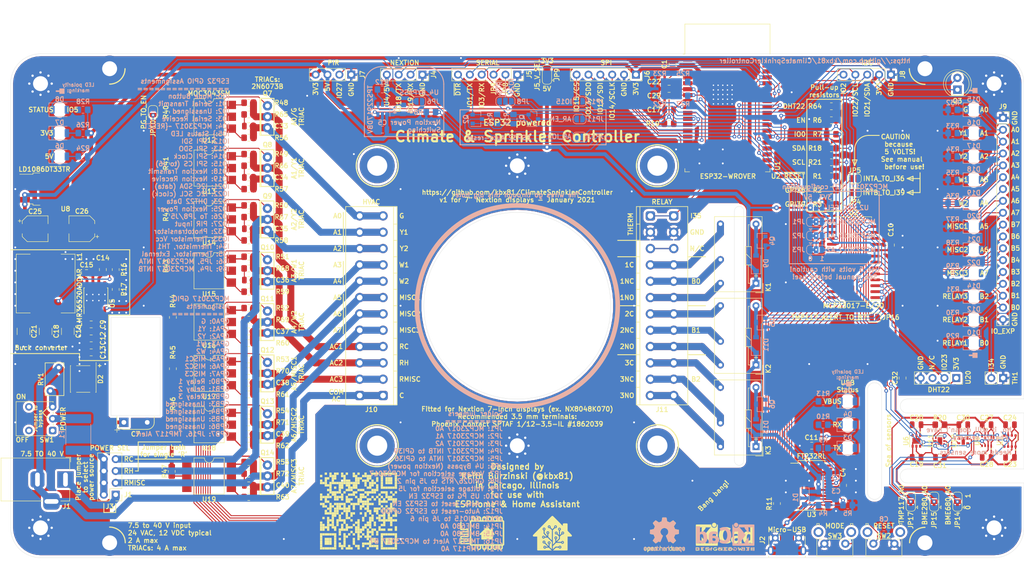
<source format=kicad_pcb>
(kicad_pcb (version 20171130) (host pcbnew "(5.1.9-0-10_14)")
  (layers (0 F.Cu signal) (31 B.Cu signal) (34 B.Paste user) (35 F.Paste user) (36 B.SilkS user) (37 F.SilkS user) (38 B.Mask user) (39 F.Mask user) (44 Edge.Cuts user))
  (net 0 "")
  (net 1 GND)
  (net 2 +VDC)
  (net 3 +5V)
  (net 4 +3V3)
  (net 5 /W1_TERM)
  (net 6 /W2_TERM)
  (net 7 /Y1_TERM)
  (net 8 /Y2_TERM)
  (net 9 /G_TERM)
  (net 10 /MISC1_TERM)
  (net 11 /MISC2_TERM)
  (net 12 /MISC3_TERM)
  (net 13 /C_TERM)
  (net 14 /STATUS)
  (net 15 "Net-(D5-Pad2)")
  (net 16 /MCP23017_GPA3)
  (net 17 /MCP23017_GPA4)
  (net 18 /MCP23017_GPA1)
  (net 19 "Net-(D14-Pad1)")
  (net 20 /MCP23017_GPA2)
  (net 21 "Net-(D15-Pad1)")
  (net 22 /MCP23017_GPA0)
  (net 23 "Net-(D16-Pad1)")
  (net 24 /MCP23017_GPA5)
  (net 25 "Net-(D17-Pad1)")
  (net 26 /MCP23017_GPA6)
  (net 27 "Net-(D18-Pad1)")
  (net 28 /MCP23017_GPA7)
  (net 29 /RH_TERM)
  (net 30 /RC_TERM)
  (net 31 /ESP_TXD)
  (net 32 /ESP_RXD)
  (net 33 /ESP_MISO)
  (net 34 /I2C_SCL)
  (net 35 /I2C_SDA)
  (net 36 /PIR)
  (net 37 /MCP23017_GPB7)
  (net 38 /MCP23017_GPB6)
  (net 39 /MCP23017_GPB5)
  (net 40 /MCP23017_GPB4)
  (net 41 /MCP23017_GPB3)
  (net 42 /MCP23017_GPB2)
  (net 43 /MCP23017_GPB1)
  (net 44 /MCP23017_GPB0)
  (net 45 /RMISC_TERM)
  (net 46 /THERMISTOR_EXT)
  (net 47 /THERMISTOR_VCC)
  (net 48 /RELAY_3_NC_TERM)
  (net 49 /RELAY_3_COM_TERM)
  (net 50 /RELAY_3_NO_TERM)
  (net 51 /RELAY_2_NC_TERM)
  (net 52 /RELAY_2_COM_TERM)
  (net 53 /RELAY_2_NO_TERM)
  (net 54 /RELAY_1_NC_TERM)
  (net 55 /RELAY_1_COM_TERM)
  (net 56 /RELAY_1_NO_TERM)
  (net 57 /MCP23017_A0)
  (net 58 /MCP23017_A1)
  (net 59 /MCP23017_A2)
  (net 60 /MCP23017_INTB)
  (net 61 /MCP23017_INTA)
  (net 62 /PHOTO)
  (net 63 "Net-(Q7-Pad3)")
  (net 64 "Net-(Q8-Pad3)")
  (net 65 "Net-(Q9-Pad3)")
  (net 66 "Net-(Q10-Pad3)")
  (net 67 "Net-(Q11-Pad3)")
  (net 68 "Net-(Q12-Pad3)")
  (net 69 /MODE)
  (net 70 /MCP23017_~RESET)
  (net 71 /THERMISTOR_INT)
  (net 72 /DHT_DATA)
  (net 73 /TMP117_ALERT)
  (net 74 "Net-(D7-Pad2)")
  (net 75 "Net-(J1-Pad1)")
  (net 76 "Net-(F1-Pad1)")
  (net 77 /THERMISTOR_1V1)
  (net 78 "Net-(C33-Pad1)")
  (net 79 /ESP_MOSI)
  (net 80 /ESP_SCLK)
  (net 81 /NEXTION_TXD)
  (net 82 /NEXTION_RXD)
  (net 83 /ESP_GPIO26)
  (net 84 /ESP_GPIO25)
  (net 85 /ESP_EN)
  (net 86 "Net-(Q1-Pad1)")
  (net 87 "Net-(Q2-Pad1)")
  (net 88 "Net-(Q13-Pad3)")
  (net 89 "Net-(Q14-Pad3)")
  (net 90 "Net-(R40-Pad1)")
  (net 91 "Net-(R48-Pad2)")
  (net 92 "Net-(C11-Pad1)")
  (net 93 "Net-(C34-Pad1)")
  (net 94 "Net-(C35-Pad1)")
  (net 95 "Net-(C36-Pad1)")
  (net 96 "Net-(D6-Pad2)")
  (net 97 "Net-(D19-Pad1)")
  (net 98 "Net-(D20-Pad1)")
  (net 99 "Net-(J5-Pad3)")
  (net 100 "Net-(J5-Pad2)")
  (net 101 "Net-(J6-Pad6)")
  (net 102 "Net-(J11-Pad3)")
  (net 103 "Net-(JP4-Pad1)")
  (net 104 "Net-(JP5-Pad1)")
  (net 105 "Net-(JP11-Pad1)")
  (net 106 "Net-(JP14-Pad2)")
  (net 107 "Net-(R41-Pad1)")
  (net 108 "Net-(R42-Pad1)")
  (net 109 "Net-(R49-Pad2)")
  (net 110 "Net-(R50-Pad2)")
  (net 111 /USB_D+)
  (net 112 /USB_D-)
  (net 113 "Net-(R43-Pad1)")
  (net 114 "Net-(R44-Pad1)")
  (net 115 "Net-(R51-Pad2)")
  (net 116 "Net-(R52-Pad2)")
  (net 117 /~DTR)
  (net 118 /~RTS)
  (net 119 "Net-(C37-Pad1)")
  (net 120 "Net-(F1-Pad2)")
  (net 121 "Net-(C6-Pad1)")
  (net 122 "Net-(C10-Pad1)")
  (net 123 "Net-(C14-Pad1)")
  (net 124 "Net-(C15-Pad2)")
  (net 125 "Net-(C15-Pad1)")
  (net 126 "Net-(C38-Pad1)")
  (net 127 "Net-(C39-Pad1)")
  (net 128 /NEXTION_PWR)
  (net 129 "Net-(R9-Pad2)")
  (net 130 "Net-(R10-Pad2)")
  (net 131 "Net-(R45-Pad1)")
  (net 132 "Net-(R53-Pad2)")
  (net 133 "Net-(JP15-Pad2)")
  (net 134 "Net-(JP17-Pad2)")
  (net 135 /ESP_GPIO2)
  (net 136 /ESP_GPIO15)
  (net 137 /USB_~RESET)
  (net 138 "Net-(D8-Pad2)")
  (net 139 "Net-(D21-Pad1)")
  (net 140 /USB_VBUS)
  (net 141 "Net-(JP10-Pad2)")
  (net 142 "Net-(JP12-Pad1)")
  (net 143 "Net-(R46-Pad1)")
  (net 144 "Net-(R54-Pad2)")
  (net 145 "Net-(C20-Pad2)")
  (net 146 "Net-(C40-Pad1)")
  (net 147 "Net-(D2-Pad3)")
  (net 148 "Net-(D9-Pad2)")
  (net 149 "Net-(D10-Pad1)")
  (net 150 "Net-(D11-Pad2)")
  (net 151 "Net-(D12-Pad1)")
  (net 152 "Net-(D13-Pad2)")
  (net 153 "Net-(D22-Pad1)")
  (net 154 "Net-(R11-Pad2)")
  (net 155 "Net-(R12-Pad1)")
  (net 156 "Net-(R16-Pad2)")
  (net 157 "Net-(R47-Pad1)")
  (net 158 "Net-(R55-Pad2)")
  (net 159 "Net-(D3-Pad1)")
  (net 160 "Net-(D4-Pad1)")
  (module Resistor_SMD:R_0805_2012Metric_Pad1.20x1.40mm_HandSolder (layer B.Cu) (at 131.5 48.5 180)
    (fp_text reference R8 (at 2.7 0) (layer B.SilkS) (effects (font (thickness 0.2)) (justify mirror)))
    (fp_text value 10K)
    (pad 2 smd roundrect (at 1 0 180) (size 1.2 1.4) (layers B.Cu B.Paste B.Mask) (roundrect_rratio 0.208333) (net 1 GND))
    (pad 1 smd roundrect (at -1 0 180) (size 1.2 1.4) (layers B.Cu B.Paste B.Mask) (roundrect_rratio 0.208333) (net 84 /ESP_GPIO25))
  )
  (module Diode_SMD:D_SOD-123F (layer B.Cu) (at 211.5 131.25 270)
    (fp_text reference D1 (at -0.127 1.905 90) (layer B.SilkS) (effects (font (thickness 0.2)) (justify mirror)))
    (fp_text value N/A)
    (pad 2 smd rect (at 1.4 0 270) (size 1.1 1.1) (layers B.Cu B.Paste B.Mask) (net 140 /USB_VBUS))
    (pad 1 smd rect (at -1.4 0 270) (size 1.1 1.1) (layers B.Cu B.Paste B.Mask) (net 3 +5V))
  )
  (module ClimateSprinklerController:CP_Radial_Cutout_L20.0mm_D10.0mm_P5.00mm (layer F.Cu) (at 65.75 115)
    (fp_text reference C7 (at 2.5 2.5) (layer F.SilkS) (effects (font (thickness 0.2))))
    (fp_text value "470 uF")
    (pad 2 thru_hole circle (at 5 0) (size 2 2) (drill 1) (layers *.Cu *.Mask) (net 1 GND))
    (pad 1 thru_hole rect (at 0 0) (size 2 2) (drill 1) (layers *.Cu *.Mask) (net 2 +VDC))
  )
  (module MountingHole:MountingHole_3.2mm_M3_Pad_Via (layer F.Cu) (at 150 120)
    (fp_text reference H6)
    (fp_text value MountingHole_Pad)
    (pad 1 thru_hole circle (at 1.697056 -1.697056) (size 0.8 0.8) (drill 0.5) (layers *.Cu *.Mask) (net 1 GND))
    (pad 1 thru_hole circle (at 0 -2.4) (size 0.8 0.8) (drill 0.5) (layers *.Cu *.Mask) (net 1 GND))
    (pad 1 thru_hole circle (at -1.697056 -1.697056) (size 0.8 0.8) (drill 0.5) (layers *.Cu *.Mask) (net 1 GND))
    (pad 1 thru_hole circle (at -2.4 0) (size 0.8 0.8) (drill 0.5) (layers *.Cu *.Mask) (net 1 GND))
    (pad 1 thru_hole circle (at -1.697056 1.697056) (size 0.8 0.8) (drill 0.5) (layers *.Cu *.Mask) (net 1 GND))
    (pad 1 thru_hole circle (at 0 2.4) (size 0.8 0.8) (drill 0.5) (layers *.Cu *.Mask) (net 1 GND))
    (pad 1 thru_hole circle (at 1.697056 1.697056) (size 0.8 0.8) (drill 0.5) (layers *.Cu *.Mask) (net 1 GND))
    (pad 1 thru_hole circle (at 2.4 0) (size 0.8 0.8) (drill 0.5) (layers *.Cu *.Mask) (net 1 GND))
    (pad 1 thru_hole circle (at 0 0) (size 6.4 6.4) (drill 3.2) (layers *.Cu *.Mask) (net 1 GND))
  )
  (module MountingHole:MountingHole_3.2mm_M3_Pad_Via (layer F.Cu) (at 150 60)
    (fp_text reference H5)
    (fp_text value MountingHole_Pad)
    (pad 1 thru_hole circle (at 1.697056 -1.697056) (size 0.8 0.8) (drill 0.5) (layers *.Cu *.Mask) (net 1 GND))
    (pad 1 thru_hole circle (at 0 -2.4) (size 0.8 0.8) (drill 0.5) (layers *.Cu *.Mask) (net 1 GND))
    (pad 1 thru_hole circle (at -1.697056 -1.697056) (size 0.8 0.8) (drill 0.5) (layers *.Cu *.Mask) (net 1 GND))
    (pad 1 thru_hole circle (at -2.4 0) (size 0.8 0.8) (drill 0.5) (layers *.Cu *.Mask) (net 1 GND))
    (pad 1 thru_hole circle (at -1.697056 1.697056) (size 0.8 0.8) (drill 0.5) (layers *.Cu *.Mask) (net 1 GND))
    (pad 1 thru_hole circle (at 0 2.4) (size 0.8 0.8) (drill 0.5) (layers *.Cu *.Mask) (net 1 GND))
    (pad 1 thru_hole circle (at 1.697056 1.697056) (size 0.8 0.8) (drill 0.5) (layers *.Cu *.Mask) (net 1 GND))
    (pad 1 thru_hole circle (at 2.4 0) (size 0.8 0.8) (drill 0.5) (layers *.Cu *.Mask) (net 1 GND))
    (pad 1 thru_hole circle (at 0 0) (size 6.4 6.4) (drill 3.2) (layers *.Cu *.Mask) (net 1 GND))
  )
  (module MountingHole:MountingHole_4.3mm_M4_DIN965_Pad (layer F.Cu) (at 180 120)
    (fp_text reference H14)
    (fp_text value MountingHole)
    (pad 1 thru_hole circle (at 0 0) (size 7.5 7.5) (drill 4.3) (layers *.Cu *.Mask))
  )
  (module MountingHole:MountingHole_4.3mm_M4_DIN965_Pad (layer F.Cu) (at 120 120)
    (fp_text reference H13)
    (fp_text value MountingHole)
    (pad 1 thru_hole circle (at 0 0) (size 7.5 7.5) (drill 4.3) (layers *.Cu *.Mask))
  )
  (module MountingHole:MountingHole_4.3mm_M4_DIN965_Pad (layer F.Cu) (at 180 60)
    (fp_text reference H12)
    (fp_text value MountingHole)
    (pad 1 thru_hole circle (at 0 0) (size 7.5 7.5) (drill 4.3) (layers *.Cu *.Mask))
  )
  (module MountingHole:MountingHole_4.3mm_M4_DIN965_Pad (layer F.Cu) (at 120 60)
    (fp_text reference H11)
    (fp_text value MountingHole)
    (pad 1 thru_hole circle (at 0 0) (size 7.5 7.5) (drill 4.3) (layers *.Cu *.Mask))
  )
  (module MountingHole:MountingHole_3.2mm_M3_DIN965_Pad (layer F.Cu) (at 237.3 140.8)
    (fp_text reference H10)
    (fp_text value MountingHole_Pad)
    (pad 1 thru_hole circle (at 0 0) (size 5.6 5.6) (drill 3.2) (layers *.Cu *.Mask) (net 1 GND))
  )
  (module MountingHole:MountingHole_3.2mm_M3_DIN965_Pad (layer F.Cu) (at 62.7 140.8)
    (fp_text reference H9)
    (fp_text value MountingHole_Pad)
    (pad 1 thru_hole circle (at 0 0) (size 5.6 5.6) (drill 3.2) (layers *.Cu *.Mask) (net 1 GND))
  )
  (module Capacitor_SMD:C_0805_2012Metric (layer F.Cu) (at 182.5 48 180)
    (fp_text reference C17 (at 3.25 0) (layer F.SilkS) (effects (font (thickness 0.2))))
    (fp_text value "100 nF")
    (pad 2 smd roundrect (at 0.95 0 180) (size 1 1.45) (layers F.Cu F.Paste F.Mask) (net 1 GND))
    (pad 1 smd roundrect (at -0.95 0 180) (size 1 1.45) (layers F.Cu F.Paste F.Mask) (net 62 /PHOTO))
  )
  (module Resistor_SMD:R_0805_2012Metric_Pad1.20x1.40mm_HandSolder (layer B.Cu) (at 215.5 110.5 180)
    (fp_text reference R13 (at 0 1.65) (layer B.SilkS) (effects (font (thickness 0.2)) (justify mirror)))
    (fp_text value 10K)
    (pad 2 smd roundrect (at 1 0 180) (size 1.2 1.4) (layers B.Cu B.Paste B.Mask) (roundrect_rratio 0.2083325) (net 137 /USB_~RESET))
    (pad 1 smd roundrect (at -1 0 180) (size 1.2 1.4) (layers B.Cu B.Paste B.Mask) (roundrect_rratio 0.2083325) (net 15 "Net-(D5-Pad2)"))
  )
  (module LED_SMD:LED_1206_3216Metric_ReverseMount_Hole1.8x2.4mm (layer B.Cu) (at 220.75 110.5)
    (fp_text reference D5 (at 0 -2.25) (layer B.SilkS) (effects (font (thickness 0.2)) (justify mirror)))
    (fp_text value VBUS (at -3.25 0) (layer F.SilkS) (effects (font (thickness 0.2))))
    (fp_text user USB (at 0 -4) (layer F.SilkS) (effects (font (thickness 0.2))))
    (fp_text user Status (at 0 -2.5) (layer F.SilkS) (effects (font (thickness 0.2))))
    (pad "" np_thru_hole oval (at 0 0) (size 1.8 2.4) (drill oval 1.8 2.4) (layers *.Cu *.Mask))
    (pad 2 smd roundrect (at 1.55 0) (size 0.95 1.75) (layers B.Cu B.Paste B.Mask) (roundrect_rratio 0.2) (net 15 "Net-(D5-Pad2)"))
    (pad 1 smd roundrect (at -1.55 0) (size 0.95 1.75) (layers B.Cu B.Paste B.Mask) (roundrect_rratio 0.2) (net 1 GND))
  )
  (module ClimateSprinklerController:HomeAssistant_slik_logo (layer F.Cu) (at 157.5 138.75)
    (fp_text reference G*** hide)
    (fp_text value LOGO hide)
  )
  (module ClimateSprinklerController:ESPHome_slik_logo (layer F.Cu) (at 142.5 138.75)
    (fp_text reference G*** hide)
    (fp_text value LOGO hide)
  )
  (module Connector_PinSocket_2.54mm:PinSocket_1x05_P2.54mm_Vertical (layer F.Cu) (at 230.01 40.47 270)
    (fp_text reference J8 (at 0 -2.49 90) (layer F.SilkS) (effects (font (thickness 0.2))))
    (fp_text value I2C (at -2.54 5.08 180) (layer F.SilkS) (effects (font (thickness 0.2))))
    (fp_text user IO22/SCL (at 5.448 7.62 270) (layer F.SilkS) (effects (font (thickness 0.2))))
    (fp_text user IO21/SDA (at 5.448 5.08 270) (layer F.SilkS) (effects (font (thickness 0.2))))
    (fp_text user 3V3 (at 3.048 2.54 270) (layer F.SilkS) (effects (font (thickness 0.2))))
    (fp_text user GND (at 3.175 0 270) (layer F.SilkS) (effects (font (thickness 0.2))))
    (fp_text user IO2 (at 3.048 10.16 270) (layer F.SilkS) (effects (font (thickness 0.2))))
    (pad 1 thru_hole rect (at 0 0 270) (size 1.7 1.7) (drill 1) (layers *.Cu *.Mask) (net 1 GND))
    (pad 2 thru_hole oval (at 0 2.54 270) (size 1.7 1.7) (drill 1) (layers *.Cu *.Mask) (net 4 +3V3))
    (pad 3 thru_hole oval (at 0 5.08 270) (size 1.7 1.7) (drill 1) (layers *.Cu *.Mask) (net 35 /I2C_SDA))
    (pad 4 thru_hole oval (at 0 7.62 270) (size 1.7 1.7) (drill 1) (layers *.Cu *.Mask) (net 34 /I2C_SCL))
    (pad 5 thru_hole oval (at 0 10.16 270) (size 1.7 1.7) (drill 1) (layers *.Cu *.Mask) (net 135 /ESP_GPIO2))
  )
  (module Jumper:SolderJumper-2_P1.3mm_Open_RoundedPad1.0x1.5mm (layer B.Cu) (at 129 46.185)
    (fp_text reference JP6 (at 3 0.065) (layer B.SilkS) (effects (font (thickness 0.2)) (justify mirror)))
    (fp_text value U4_BYPASS (at 0 -1.9) (layer B.SilkS) (effects (font (thickness 0.2)) (justify mirror)))
    (pad 1 smd custom (at -0.65 0) (size 1 0.5) (layers B.Cu B.Mask) (net 128 /NEXTION_PWR) (options (clearance outline) (anchor rect)) (primitives (gr_circle (center 0 -0.25) (end 0.5 -0.25) (width 0)) (gr_circle (center 0 0.25) (end 0.5 0.25) (width 0)) (gr_poly (pts (xy 0 0.75) (xy 0.5 0.75) (xy 0.5 -0.75) (xy 0 -0.75)) (width 0))))
    (pad 2 smd custom (at 0.65 0) (size 1 0.5) (layers B.Cu B.Mask) (net 3 +5V) (options (clearance outline) (anchor rect)) (primitives (gr_circle (center 0 -0.25) (end 0.5 -0.25) (width 0)) (gr_circle (center 0 0.25) (end 0.5 0.25) (width 0)) (gr_poly (pts (xy 0 0.75) (xy -0.5 0.75) (xy -0.5 -0.75) (xy 0 -0.75)) (width 0))))
  )
  (module Package_TO_SOT_SMD:SOT-23-6 (layer B.Cu) (at 121.11 47.92 90)
    (fp_text reference U4 (at 0 2.54 90) (layer B.SilkS) (effects (font (thickness 0.2)) (justify mirror)))
    (fp_text value TPS22917DBV (at 0 -2.61 90) (layer B.SilkS) (effects (font (thickness 0.2)) (justify mirror)))
    (pad 5 smd rect (at 1.1 0 90) (size 1.06 0.65) (layers B.Cu B.Paste B.Mask) (net 155 "Net-(R12-Pad1)"))
    (pad 6 smd rect (at 1.1 0.95 90) (size 1.06 0.65) (layers B.Cu B.Paste B.Mask) (net 128 /NEXTION_PWR))
    (pad 4 smd rect (at 1.1 -0.95 90) (size 1.06 0.65) (layers B.Cu B.Paste B.Mask) (net 121 "Net-(C6-Pad1)"))
    (pad 3 smd rect (at -1.1 -0.95 90) (size 1.06 0.65) (layers B.Cu B.Paste B.Mask) (net 84 /ESP_GPIO25))
    (pad 2 smd rect (at -1.1 0 90) (size 1.06 0.65) (layers B.Cu B.Paste B.Mask) (net 1 GND))
    (pad 1 smd rect (at -1.1 0.95 90) (size 1.06 0.65) (layers B.Cu B.Paste B.Mask) (net 3 +5V))
  )
  (module Resistor_SMD:R_0805_2012Metric_Pad1.20x1.40mm_HandSolder (layer B.Cu) (at 121.06 43.645)
    (fp_text reference R12 (at -0.06 -1.545) (layer B.SilkS) (effects (font (thickness 0.2)) (justify mirror)))
    (fp_text value 4.7)
    (pad 2 smd roundrect (at 1 0) (size 1.2 1.4) (layers B.Cu B.Paste B.Mask) (roundrect_rratio 0.2083325) (net 128 /NEXTION_PWR))
    (pad 1 smd roundrect (at -1 0) (size 1.2 1.4) (layers B.Cu B.Paste B.Mask) (roundrect_rratio 0.2083325) (net 155 "Net-(R12-Pad1)"))
  )
  (module Capacitor_SMD:C_0805_2012Metric (layer B.Cu) (at 125.5 47.92 270)
    (fp_text reference C6 (at 0 -1.65 90) (layer B.SilkS) (effects (font (thickness 0.2)) (justify mirror)))
    (fp_text value "100 nF")
    (pad 2 smd roundrect (at 0.95 0 270) (size 1 1.45) (layers B.Cu B.Paste B.Mask) (net 3 +5V))
    (pad 1 smd roundrect (at -0.95 0 270) (size 1 1.45) (layers B.Cu B.Paste B.Mask) (net 121 "Net-(C6-Pad1)"))
  )
  (module Capacitor_SMD:C_0805_2012Metric (layer B.Cu) (at 121.11 52.25 180)
    (fp_text reference C5 (at 0 1.5) (layer B.SilkS) (effects (font (thickness 0.2)) (justify mirror)))
    (fp_text value "4.7 uF")
    (pad 2 smd roundrect (at 0.95 0 180) (size 1 1.45) (layers B.Cu B.Paste B.Mask) (net 1 GND))
    (pad 1 smd roundrect (at -0.95 0 180) (size 1 1.45) (layers B.Cu B.Paste B.Mask) (net 3 +5V))
  )
  (module Button_Switch_THT:SW_Push_1P2T_Vertical_E-Switch_800UDP8P1A1M6 (layer F.Cu) (at 50.5 116.75 180)
    (fp_text reference SW1 (at 1.25 -2 180) (layer F.SilkS) (effects (font (thickness 0.2))))
    (fp_text value POWER (at -2.25 2.5 270) (layer F.SilkS) (effects (font (thickness 0.2))))
    (fp_text user OFF (at 6.5 -2 180) (layer F.SilkS) (effects (font (thickness 0.2))))
    (fp_text user ON (at 6.75 7.25 180) (layer F.SilkS) (effects (font (thickness 0.2))))
    (fp_text user "Jumper to" (at 3.683 2.54 270) (layer F.SilkS) (effects (font (size 0.75 0.75) (thickness 0.16))))
    (fp_text user bypass (at 2.667 2.54 270) (layer F.SilkS) (effects (font (size 0.75 0.75) (thickness 0.16))))
    (pad "" thru_hole circle (at 5.08 5.08) (size 1.6 1.6) (drill 0.89) (layers *.Cu *.Mask))
    (pad "" thru_hole circle (at 5.08 0) (size 1.6 1.6) (drill 0.89) (layers *.Cu *.Mask))
    (pad 1 thru_hole roundrect (at 0 0) (size 1.6 1.6) (drill 0.89) (layers *.Cu *.Mask))
    (pad 2 thru_hole circle (at 0 2.54) (size 1.6 1.6) (drill 0.89) (layers *.Cu *.Mask) (net 76 "Net-(F1-Pad1)"))
    (pad 3 thru_hole circle (at 0 5.08) (size 1.6 1.6) (drill 0.89) (layers *.Cu *.Mask) (net 147 "Net-(D2-Pad3)"))
  )
  (module Capacitor_SMD:C_0805_2012Metric (layer B.Cu) (at 215.5 129.75)
    (fp_text reference C3 (at 2.75 0 180) (layer B.SilkS) (effects (font (thickness 0.2)) (justify mirror)))
    (fp_text value "100 nF")
    (pad 2 smd roundrect (at 0.95 0) (size 1 1.45) (layers B.Cu B.Paste B.Mask) (net 1 GND))
    (pad 1 smd roundrect (at -0.95 0) (size 1 1.45) (layers B.Cu B.Paste B.Mask) (net 3 +5V))
  )
  (module Package_SO:SSOP-28_5.3x10.2mm_P0.65mm (layer F.Cu) (at 213 128.5)
    (fp_text reference U3 (at 0 6.25) (layer F.SilkS) (effects (font (thickness 0.2))))
    (fp_text value FT232RL (at 0 -6.25) (layer F.SilkS) (effects (font (thickness 0.2))))
    (pad 28 smd rect (at 3.6 -4.225) (size 1.75 0.45) (layers F.Cu F.Paste F.Mask))
    (pad 27 smd rect (at 3.6 -3.575) (size 1.75 0.45) (layers F.Cu F.Paste F.Mask))
    (pad 26 smd rect (at 3.6 -2.925) (size 1.75 0.45) (layers F.Cu F.Paste F.Mask) (net 1 GND))
    (pad 25 smd rect (at 3.6 -2.275) (size 1.75 0.45) (layers F.Cu F.Paste F.Mask) (net 1 GND))
    (pad 24 smd rect (at 3.6 -1.625) (size 1.75 0.45) (layers F.Cu F.Paste F.Mask))
    (pad 23 smd rect (at 3.6 -0.975) (size 1.75 0.45) (layers F.Cu F.Paste F.Mask) (net 129 "Net-(R9-Pad2)"))
    (pad 22 smd rect (at 3.6 -0.325) (size 1.75 0.45) (layers F.Cu F.Paste F.Mask) (net 130 "Net-(R10-Pad2)"))
    (pad 21 smd rect (at 3.6 0.325) (size 1.75 0.45) (layers F.Cu F.Paste F.Mask) (net 1 GND))
    (pad 20 smd rect (at 3.6 0.975) (size 1.75 0.45) (layers F.Cu F.Paste F.Mask) (net 3 +5V))
    (pad 19 smd rect (at 3.6 1.625) (size 1.75 0.45) (layers F.Cu F.Paste F.Mask) (net 137 /USB_~RESET))
    (pad 18 smd rect (at 3.6 2.275) (size 1.75 0.45) (layers F.Cu F.Paste F.Mask) (net 1 GND))
    (pad 17 smd rect (at 3.6 2.925) (size 1.75 0.45) (layers F.Cu F.Paste F.Mask) (net 92 "Net-(C11-Pad1)"))
    (pad 16 smd rect (at 3.6 3.575) (size 1.75 0.45) (layers F.Cu F.Paste F.Mask) (net 112 /USB_D-))
    (pad 15 smd rect (at 3.6 4.225) (size 1.75 0.45) (layers F.Cu F.Paste F.Mask) (net 111 /USB_D+))
    (pad 14 smd rect (at -3.6 4.225) (size 1.75 0.45) (layers F.Cu F.Paste F.Mask) (net 154 "Net-(R11-Pad2)"))
    (pad 13 smd rect (at -3.6 3.575) (size 1.75 0.45) (layers F.Cu F.Paste F.Mask))
    (pad 12 smd rect (at -3.6 2.925) (size 1.75 0.45) (layers F.Cu F.Paste F.Mask))
    (pad 11 smd rect (at -3.6 2.275) (size 1.75 0.45) (layers F.Cu F.Paste F.Mask))
    (pad 10 smd rect (at -3.6 1.625) (size 1.75 0.45) (layers F.Cu F.Paste F.Mask))
    (pad 9 smd rect (at -3.6 0.975) (size 1.75 0.45) (layers F.Cu F.Paste F.Mask))
    (pad 8 smd rect (at -3.6 0.325) (size 1.75 0.45) (layers F.Cu F.Paste F.Mask))
    (pad 7 smd rect (at -3.6 -0.325) (size 1.75 0.45) (layers F.Cu F.Paste F.Mask) (net 1 GND))
    (pad 6 smd rect (at -3.6 -0.975) (size 1.75 0.45) (layers F.Cu F.Paste F.Mask))
    (pad 5 smd rect (at -3.6 -1.625) (size 1.75 0.45) (layers F.Cu F.Paste F.Mask) (net 31 /ESP_TXD))
    (pad 4 smd rect (at -3.6 -2.275) (size 1.75 0.45) (layers F.Cu F.Paste F.Mask) (net 92 "Net-(C11-Pad1)"))
    (pad 3 smd rect (at -3.6 -2.925) (size 1.75 0.45) (layers F.Cu F.Paste F.Mask) (net 118 /~RTS))
    (pad 2 smd rect (at -3.6 -3.575) (size 1.75 0.45) (layers F.Cu F.Paste F.Mask) (net 117 /~DTR))
    (pad 1 smd rect (at -3.6 -4.225) (size 1.75 0.45) (layers F.Cu F.Paste F.Mask) (net 32 /ESP_RXD))
  )
  (module Resistor_SMD:R_0805_2012Metric_Pad1.20x1.40mm_HandSolder (layer B.Cu) (at 220.75 132.75 180)
    (fp_text reference R5 (at 0 -1.75 180) (layer B.SilkS) (effects (font (thickness 0.2)) (justify mirror)))
    (fp_text value 10K)
    (pad 1 smd roundrect (at -1 0 180) (size 1.2 1.4) (layers B.Cu B.Paste B.Mask) (roundrect_rratio 0.208) (net 1 GND))
    (pad 2 smd roundrect (at 1 0 180) (size 1.2 1.4) (layers B.Cu B.Paste B.Mask) (roundrect_rratio 0.208) (net 137 /USB_~RESET))
  )
  (module Resistor_SMD:R_0805_2012Metric_Pad1.20x1.40mm_HandSolder (layer B.Cu) (at 215.5 132.75 180)
    (fp_text reference R4 (at 0 -1.75 180) (layer B.SilkS) (effects (font (thickness 0.2)) (justify mirror)))
    (fp_text value 4K7)
    (pad 1 smd roundrect (at -1 0 180) (size 1.2 1.4) (layers B.Cu B.Paste B.Mask) (roundrect_rratio 0.2083325) (net 137 /USB_~RESET))
    (pad 2 smd roundrect (at 1 0 180) (size 1.2 1.4) (layers B.Cu B.Paste B.Mask) (roundrect_rratio 0.2083325) (net 140 /USB_VBUS))
  )
  (module Resistor_SMD:R_0805_2012Metric_Pad1.20x1.40mm_HandSolder (layer F.Cu) (at 205.6 132.4 90)
    (fp_text reference R11 (at 0 -1.65 270) (layer F.SilkS) (effects (font (thickness 0.2))))
    (fp_text value 10K)
    (pad 1 smd roundrect (at -1 0 90) (size 1.2 1.4) (layers F.Cu F.Paste F.Mask) (roundrect_rratio 0.2083325) (net 92 "Net-(C11-Pad1)"))
    (pad 2 smd roundrect (at 1 0 90) (size 1.2 1.4) (layers F.Cu F.Paste F.Mask) (roundrect_rratio 0.2083325) (net 154 "Net-(R11-Pad2)"))
  )
  (module Resistor_SMD:R_0805_2012Metric_Pad1.20x1.40mm_HandSolder (layer B.Cu) (at 215.5 115.5 180)
    (fp_text reference R10 (at 0 1.75) (layer B.SilkS) (effects (font (thickness 0.2)) (justify mirror)))
    (fp_text value 2K7)
    (pad 2 smd roundrect (at 1 0 180) (size 1.2 1.4) (layers B.Cu B.Paste B.Mask) (roundrect_rratio 0.2083325) (net 130 "Net-(R10-Pad2)"))
    (pad 1 smd roundrect (at -1 0 180) (size 1.2 1.4) (layers B.Cu B.Paste B.Mask) (roundrect_rratio 0.2083325) (net 160 "Net-(D4-Pad1)"))
  )
  (module Resistor_SMD:R_0805_2012Metric_Pad1.20x1.40mm_HandSolder (layer B.Cu) (at 215.5 120.5 180)
    (fp_text reference R9 (at 0 1.75) (layer B.SilkS) (effects (font (thickness 0.2)) (justify mirror)))
    (fp_text value 1K2)
    (pad 2 smd roundrect (at 1 0 180) (size 1.2 1.4) (layers B.Cu B.Paste B.Mask) (roundrect_rratio 0.2083325) (net 129 "Net-(R9-Pad2)"))
    (pad 1 smd roundrect (at -1 0 180) (size 1.2 1.4) (layers B.Cu B.Paste B.Mask) (roundrect_rratio 0.2083325) (net 159 "Net-(D3-Pad1)"))
  )
  (module Connector_USB:USB_Micro-B_Molex-105017-0001 (layer F.Cu) (at 207.75 141.25)
    (fp_text reference J2 (at -5.25 -1 90) (layer F.SilkS) (effects (font (thickness 0.2))))
    (fp_text value N/A)
    (fp_text user Micro-USB (at 0 -3.25) (layer F.SilkS) (effects (font (thickness 0.2))))
    (pad 6 smd rect (at 1 1.2375) (size 1.5 1.9) (layers F.Cu F.Paste F.Mask) (net 1 GND))
    (pad 6 thru_hole circle (at -2.5 -1.4625) (size 1.45 1.45) (drill 0.85) (layers *.Cu *.Mask) (net 1 GND))
    (pad 2 smd rect (at -0.65 -1.4625) (size 0.4 1.35) (layers F.Cu F.Paste F.Mask) (net 112 /USB_D-))
    (pad 1 smd rect (at -1.3 -1.4625) (size 0.4 1.35) (layers F.Cu F.Paste F.Mask) (net 140 /USB_VBUS))
    (pad 5 smd rect (at 1.3 -1.4625) (size 0.4 1.35) (layers F.Cu F.Paste F.Mask) (net 1 GND))
    (pad 4 smd rect (at 0.65 -1.4625) (size 0.4 1.35) (layers F.Cu F.Paste F.Mask))
    (pad 3 smd rect (at 0 -1.4625) (size 0.4 1.35) (layers F.Cu F.Paste F.Mask) (net 111 /USB_D+))
    (pad 6 thru_hole circle (at 2.5 -1.4625) (size 1.45 1.45) (drill 0.85) (layers *.Cu *.Mask) (net 1 GND))
    (pad 6 smd rect (at -1 1.2375) (size 1.5 1.9) (layers F.Cu F.Paste F.Mask) (net 1 GND))
    (pad 6 thru_hole oval (at -3.5 1.2375 180) (size 1.2 1.9) (drill oval 0.6 1.3) (layers *.Cu *.Mask) (net 1 GND))
    (pad 6 thru_hole oval (at 3.5 1.2375) (size 1.2 1.9) (drill oval 0.6 1.3) (layers *.Cu *.Mask) (net 1 GND))
    (pad 6 smd rect (at 2.9 1.2375) (size 1.2 1.9) (layers F.Cu F.Mask) (net 1 GND))
    (pad 6 smd rect (at -2.9 1.2375) (size 1.2 1.9) (layers F.Cu F.Mask) (net 1 GND))
  )
  (module LED_SMD:LED_1206_3216Metric_ReverseMount_Hole1.8x2.4mm (layer B.Cu) (at 220.75 115.5)
    (fp_text reference D4 (at 0 -2.25) (layer B.SilkS) (effects (font (thickness 0.2)) (justify mirror)))
    (fp_text value RX (at -2.25 0) (layer F.SilkS) (effects (font (thickness 0.2))))
    (pad "" np_thru_hole oval (at 0 0) (size 1.8 2.4) (drill oval 1.8 2.4) (layers *.Cu *.Mask))
    (pad 2 smd roundrect (at 1.55 0) (size 0.95 1.75) (layers B.Cu B.Paste B.Mask) (roundrect_rratio 0.2) (net 92 "Net-(C11-Pad1)"))
    (pad 1 smd roundrect (at -1.55 0) (size 0.95 1.75) (layers B.Cu B.Paste B.Mask) (roundrect_rratio 0.2) (net 160 "Net-(D4-Pad1)"))
  )
  (module LED_SMD:LED_1206_3216Metric_ReverseMount_Hole1.8x2.4mm (layer B.Cu) (at 220.75 120.5)
    (fp_text reference D3 (at 0 -2.25) (layer B.SilkS) (effects (font (thickness 0.2)) (justify mirror)))
    (fp_text value TX (at -2.25 0) (layer F.SilkS) (effects (font (thickness 0.2))))
    (pad "" np_thru_hole oval (at 0 0) (size 1.8 2.4) (drill oval 1.8 2.4) (layers *.Cu *.Mask))
    (pad 2 smd roundrect (at 1.55 0) (size 0.95 1.75) (layers B.Cu B.Paste B.Mask) (roundrect_rratio 0.2) (net 92 "Net-(C11-Pad1)"))
    (pad 1 smd roundrect (at -1.55 0) (size 0.95 1.75) (layers B.Cu B.Paste B.Mask) (roundrect_rratio 0.2) (net 159 "Net-(D3-Pad1)"))
  )
  (module Capacitor_SMD:C_0805_2012Metric (layer F.Cu) (at 213.05 120)
    (fp_text reference C11 (at -0.05 -1.75) (layer F.SilkS) (effects (font (thickness 0.2))))
    (fp_text value "100 nF")
    (pad 1 smd roundrect (at -0.95 0) (size 1 1.45) (layers F.Cu F.Paste F.Mask) (net 92 "Net-(C11-Pad1)"))
    (pad 2 smd roundrect (at 0.95 0) (size 1 1.45) (layers F.Cu F.Paste F.Mask) (net 1 GND))
  )
  (module Capacitor_SMD:C_0805_2012Metric (layer F.Cu) (at 219.75 128.5 90)
    (fp_text reference C4 (at 2.75 0 270) (layer F.SilkS) (effects (font (thickness 0.2))))
    (fp_text value "100 nF")
    (pad 2 smd roundrect (at 0.95 0 90) (size 1 1.45) (layers F.Cu F.Paste F.Mask) (net 1 GND))
    (pad 1 smd roundrect (at -0.95 0 90) (size 1 1.45) (layers F.Cu F.Paste F.Mask) (net 3 +5V))
  )
  (module Capacitor_SMD:C_0805_2012Metric (layer B.Cu) (at 215.5 126.75)
    (fp_text reference C2 (at 2.75 0) (layer B.SilkS) (effects (font (thickness 0.2)) (justify mirror)))
    (fp_text value "4.7 uF")
    (pad 2 smd roundrect (at 0.95 0) (size 1 1.45) (layers B.Cu B.Paste B.Mask) (net 1 GND))
    (pad 1 smd roundrect (at -0.95 0) (size 1 1.45) (layers B.Cu B.Paste B.Mask) (net 3 +5V))
  )
  (module Resistor_SMD:R_0805_2012Metric_Pad1.20x1.40mm_HandSolder (layer B.Cu) (at 149.18 50 90)
    (fp_text reference R15 (at 0 -1.5 90) (layer B.SilkS) (effects (font (thickness 0.2)) (justify mirror)))
    (fp_text value 10K)
    (pad 1 smd roundrect (at -1 0 90) (size 1.2 1.4) (layers B.Cu B.Paste B.Mask) (roundrect_rratio 0.2083325) (net 87 "Net-(Q2-Pad1)"))
    (pad 2 smd roundrect (at 1 0 90) (size 1.2 1.4) (layers B.Cu B.Paste B.Mask) (roundrect_rratio 0.2083325) (net 118 /~RTS))
  )
  (module Resistor_SMD:R_0805_2012Metric_Pad1.20x1.40mm_HandSolder (layer B.Cu) (at 145.68 50 270)
    (fp_text reference R14 (at 0 1.5 90) (layer B.SilkS) (effects (font (thickness 0.2)) (justify mirror)))
    (fp_text value 10K)
    (pad 1 smd roundrect (at -1 0 270) (size 1.2 1.4) (layers B.Cu B.Paste B.Mask) (roundrect_rratio 0.2083325) (net 86 "Net-(Q1-Pad1)"))
    (pad 2 smd roundrect (at 1 0 270) (size 1.2 1.4) (layers B.Cu B.Paste B.Mask) (roundrect_rratio 0.2083325) (net 117 /~DTR))
  )
  (module Package_TO_SOT_SMD:SOT-23 (layer B.Cu) (at 141.43 50)
    (fp_text reference Q2 (at -2.43 0 90) (layer B.SilkS) (effects (font (thickness 0.2)) (justify mirror)))
    (fp_text value MMSS8050)
    (pad 1 smd rect (at -1 0.95) (size 0.9 0.8) (layers B.Cu B.Paste B.Mask) (net 87 "Net-(Q2-Pad1)"))
    (pad 2 smd rect (at -1 -0.95) (size 0.9 0.8) (layers B.Cu B.Paste B.Mask) (net 117 /~DTR))
    (pad 3 smd rect (at 1 0) (size 0.9 0.8) (layers B.Cu B.Paste B.Mask) (net 142 "Net-(JP12-Pad1)"))
  )
  (module Package_TO_SOT_SMD:SOT-23 (layer B.Cu) (at 153.43 50)
    (fp_text reference Q1 (at -2.43 0 90) (layer B.SilkS) (effects (font (thickness 0.2)) (justify mirror)))
    (fp_text value MMSS8050)
    (pad 1 smd rect (at -1 0.95) (size 0.9 0.8) (layers B.Cu B.Paste B.Mask) (net 86 "Net-(Q1-Pad1)"))
    (pad 2 smd rect (at -1 -0.95) (size 0.9 0.8) (layers B.Cu B.Paste B.Mask) (net 118 /~RTS))
    (pad 3 smd rect (at 1 0) (size 0.9 0.8) (layers B.Cu B.Paste B.Mask) (net 105 "Net-(JP11-Pad1)"))
  )
  (module Jumper:SolderJumper-2_P1.3mm_Open_RoundedPad1.0x1.5mm (layer B.Cu) (at 163.335 53.805)
    (fp_text reference JP12 (at 3.415 -0.055) (layer B.SilkS) (effects (font (thickness 0.2)) (justify mirror)))
    (fp_text value AR_IO0 (at -4.335 -0.055) (layer B.SilkS) (effects (font (thickness 0.2)) (justify mirror)))
    (pad 1 smd custom (at -0.65 0) (size 1 0.5) (layers B.Cu B.Mask) (net 142 "Net-(JP12-Pad1)") (options (clearance outline) (anchor rect)) (primitives (gr_circle (center 0 -0.25) (end 0.5 -0.25) (width 0)) (gr_circle (center 0 0.25) (end 0.5 0.25) (width 0)) (gr_poly (pts (xy 0 0.75) (xy 0.5 0.75) (xy 0.5 -0.75) (xy 0 -0.75)) (width 0))))
    (pad 2 smd custom (at 0.65 0) (size 1 0.5) (layers B.Cu B.Mask) (net 69 /MODE) (options (clearance outline) (anchor rect)) (primitives (gr_circle (center 0 -0.25) (end 0.5 -0.25) (width 0)) (gr_circle (center 0 0.25) (end 0.5 0.25) (width 0)) (gr_poly (pts (xy 0 0.75) (xy -0.5 0.75) (xy -0.5 -0.75) (xy 0 -0.75)) (width 0))))
  )
  (module Jumper:SolderJumper-3_P1.3mm_Open_RoundedPad1.0x1.5mm (layer B.Cu) (at 147.46 46.185)
    (fp_text reference JP8 (at 3.79 0.065) (layer B.SilkS) (effects (font (thickness 0.2)) (justify mirror)))
    (fp_text value IO26/RTS)
    (fp_text user IO26 (at 1.29 -3.185 90) (layer B.SilkS) (effects (font (thickness 0.2)) (justify mirror)))
    (fp_text user ~RTS (at -1.21 -2.935 90) (layer B.SilkS) (effects (font (thickness 0.2)) (justify mirror)))
    (pad 1 smd custom (at -1.3 0) (size 1 0.5) (layers B.Cu B.Mask) (net 118 /~RTS) (options (clearance outline) (anchor rect)) (primitives (gr_circle (center 0 -0.25) (end 0.5 -0.25) (width 0)) (gr_circle (center 0 0.25) (end 0.5 0.25) (width 0)) (gr_poly (pts (xy 0.55 0.75) (xy 0 0.75) (xy 0 -0.75) (xy 0.55 -0.75)) (width 0))))
    (pad 3 smd custom (at 1.3 0) (size 1 0.5) (layers B.Cu B.Mask) (net 83 /ESP_GPIO26) (options (clearance outline) (anchor rect)) (primitives (gr_circle (center 0 -0.25) (end 0.5 -0.25) (width 0)) (gr_circle (center 0 0.25) (end 0.5 0.25) (width 0)) (gr_poly (pts (xy -0.55 0.75) (xy 0 0.75) (xy 0 -0.75) (xy -0.55 -0.75)) (width 0))))
    (pad 2 smd rect (at 0 0) (size 1 1.5) (layers B.Cu B.Mask) (net 100 "Net-(J5-Pad2)"))
  )
  (module Symbol:KiCad-Logo2_5mm_SilkScreen (layer F.Cu) (at 194.5 139.5)
    (fp_text reference REF** hide)
    (fp_text value KiCad-Logo2_5mm_SilkScreen hide)
  )
  (module MountingHole:MountingHole_3.2mm_M3_DIN965_Pad (layer F.Cu) (at 237.3 39.2)
    (fp_text reference H8)
    (fp_text value MountingHole_Pad)
    (pad 1 thru_hole circle (at 0 0) (size 5.6 5.6) (drill 3.2) (layers *.Cu *.Mask) (net 1 GND))
  )
  (module MountingHole:MountingHole_3.2mm_M3_DIN965_Pad (layer F.Cu) (at 62.7 39.2)
    (fp_text reference H7)
    (fp_text value MountingHole_Pad)
    (pad 1 thru_hole circle (at 0 0) (size 5.6 5.6) (drill 3.2) (layers *.Cu *.Mask) (net 1 GND))
  )
  (module Package_LGA:Bosch_LGA-8_3x3mm_P0.8mm_ClockwisePinNumbering (layer F.Cu) (at 255.5 119 180)
    (fp_text reference U7 (at 2.25 0 270) (layer F.SilkS) (effects (font (thickness 0.2))))
    (fp_text value BME680)
    (fp_text user . (at -1.25 -1.5 180) (layer F.SilkS) (effects (font (thickness 0.2))))
    (pad 1 smd roundrect (at -1.2 -1.1875 180) (size 0.5 0.525) (layers F.Cu F.Paste F.Mask) (net 1 GND))
    (pad 2 smd roundrect (at -0.4 -1.1875 180) (size 0.5 0.525) (layers F.Cu F.Paste F.Mask) (net 4 +3V3))
    (pad 3 smd roundrect (at 0.4 -1.1875 180) (size 0.5 0.525) (layers F.Cu F.Paste F.Mask) (net 35 /I2C_SDA))
    (pad 4 smd roundrect (at 1.2 -1.1875 180) (size 0.5 0.525) (layers F.Cu F.Paste F.Mask) (net 34 /I2C_SCL))
    (pad 5 smd roundrect (at 1.2 1.1875 180) (size 0.5 0.525) (layers F.Cu F.Paste F.Mask) (net 106 "Net-(JP14-Pad2)"))
    (pad 6 smd roundrect (at 0.4 1.1875 180) (size 0.5 0.525) (layers F.Cu F.Paste F.Mask) (net 4 +3V3))
    (pad 7 smd roundrect (at -0.4 1.1875 180) (size 0.5 0.525) (layers F.Cu F.Paste F.Mask) (net 1 GND))
    (pad 8 smd roundrect (at -1.2 1.1875 180) (size 0.5 0.525) (layers F.Cu F.Paste F.Mask) (net 4 +3V3))
  )
  (module Relay_THT:Relay_SPDT_Omron_G6E (layer F.Cu) (at 201.12 120.2 180)
    (fp_text reference K3 (at -2.63 -0.8 270) (layer F.SilkS) (effects (font (thickness 0.2))))
    (fp_text value "G6E-134P-US DC5")
    (pad 7 thru_hole circle (at 7.62 12.7 90) (size 1.50114 1.50114) (drill 0.8001) (layers *.Cu *.Mask) (net 49 /RELAY_3_COM_TERM))
    (pad 6 thru_hole circle (at 0 12.7 90) (size 1.50114 1.50114) (drill 0.8001) (layers *.Cu *.Mask) (net 152 "Net-(D13-Pad2)"))
    (pad 10 thru_hole circle (at 7.62 5.08 90) (size 1.50114 1.50114) (drill 0.8001) (layers *.Cu *.Mask) (net 48 /RELAY_3_NC_TERM))
    (pad 12 thru_hole circle (at 7.62 0 90) (size 1.50114 1.50114) (drill 0.8001) (layers *.Cu *.Mask) (net 50 /RELAY_3_NO_TERM))
    (pad 1 thru_hole rect (at 0 0 90) (size 1.50114 1.50114) (drill 0.8001) (layers *.Cu *.Mask) (net 3 +5V))
  )
  (module Relay_THT:Relay_SPDT_Omron_G6E (layer F.Cu) (at 201.12 102.7 180)
    (fp_text reference K2 (at -2.63 -0.8 270) (layer F.SilkS) (effects (font (thickness 0.2))))
    (fp_text value "G6E-134P-US DC5")
    (pad 7 thru_hole circle (at 7.62 12.7 90) (size 1.50114 1.50114) (drill 0.8001) (layers *.Cu *.Mask) (net 52 /RELAY_2_COM_TERM))
    (pad 6 thru_hole circle (at 0 12.7 90) (size 1.50114 1.50114) (drill 0.8001) (layers *.Cu *.Mask) (net 150 "Net-(D11-Pad2)"))
    (pad 10 thru_hole circle (at 7.62 5.08 90) (size 1.50114 1.50114) (drill 0.8001) (layers *.Cu *.Mask) (net 51 /RELAY_2_NC_TERM))
    (pad 12 thru_hole circle (at 7.62 0 90) (size 1.50114 1.50114) (drill 0.8001) (layers *.Cu *.Mask) (net 53 /RELAY_2_NO_TERM))
    (pad 1 thru_hole rect (at 0 0 90) (size 1.50114 1.50114) (drill 0.8001) (layers *.Cu *.Mask) (net 3 +5V))
  )
  (module Relay_THT:Relay_SPDT_Omron_G6E (layer F.Cu) (at 201.12 85.2 180)
    (fp_text reference K1 (at -2.63 -0.8 270) (layer F.SilkS) (effects (font (thickness 0.2))))
    (fp_text value "G6E-134P-US DC5")
    (pad 7 thru_hole circle (at 7.62 12.7 90) (size 1.50114 1.50114) (drill 0.8001) (layers *.Cu *.Mask) (net 55 /RELAY_1_COM_TERM))
    (pad 6 thru_hole circle (at 0 12.7 90) (size 1.50114 1.50114) (drill 0.8001) (layers *.Cu *.Mask) (net 148 "Net-(D9-Pad2)"))
    (pad 10 thru_hole circle (at 7.62 5.08 90) (size 1.50114 1.50114) (drill 0.8001) (layers *.Cu *.Mask) (net 54 /RELAY_1_NC_TERM))
    (pad 12 thru_hole circle (at 7.62 0 90) (size 1.50114 1.50114) (drill 0.8001) (layers *.Cu *.Mask) (net 56 /RELAY_1_NO_TERM))
    (pad 1 thru_hole rect (at 0 0 90) (size 1.50114 1.50114) (drill 0.8001) (layers *.Cu *.Mask) (net 3 +5V))
  )
  (module Jumper:SolderJumper-3_P1.3mm_Bridged12_RoundedPad1.0x1.5mm (layer F.Cu) (at 244.25 132 90)
    (fp_text reference JP14 (at -4 0 90) (layer F.SilkS) (effects (font (thickness 0.2))))
    (fp_text value BME680_A0 (at -0.75 -2 90) (layer F.SilkS) (effects (font (thickness 0.2))))
    (fp_poly (pts (xy -0.9 -0.3) (xy -0.4 -0.3) (xy -0.4 0.3) (xy -0.9 0.3)) (layer F.Cu) (width 0))
    (fp_text user 1 (at 1.25 2.25 90) (layer F.SilkS) (effects (font (thickness 0.2))))
    (fp_text user 0 (at -1.25 2.25 90) (layer F.SilkS) (effects (font (thickness 0.2))))
    (pad 3 smd custom (at 1.3 0 90) (size 1 0.5) (layers F.Cu F.Mask) (net 4 +3V3) (options (clearance outline) (anchor rect)) (primitives (gr_circle (center 0 0.25) (end 0.5 0.25) (width 0)) (gr_circle (center 0 -0.25) (end 0.5 -0.25) (width 0)) (gr_poly (pts (xy -0.55 -0.75) (xy 0 -0.75) (xy 0 0.75) (xy -0.55 0.75)) (width 0))))
    (pad 2 smd rect (at 0 0 90) (size 1 1.5) (layers F.Cu F.Mask) (net 106 "Net-(JP14-Pad2)"))
    (pad 1 smd custom (at -1.3 0 90) (size 1 0.5) (layers F.Cu F.Mask) (net 1 GND) (options (clearance outline) (anchor rect)) (primitives (gr_circle (center 0 0.25) (end 0.5 0.25) (width 0)) (gr_circle (center 0 -0.25) (end 0.5 -0.25) (width 0)) (gr_poly (pts (xy 0.55 -0.75) (xy 0 -0.75) (xy 0 0.75) (xy 0.55 0.75)) (width 0))))
  )
  (module Connector_PinSocket_2.54mm:PinSocket_1x04_P2.54mm_Vertical (layer F.Cu) (at 129.68 40.47 270)
    (fp_text reference J4 (at 0 -2.413 90) (layer F.SilkS) (effects (font (thickness 0.2))))
    (fp_text value NEXTION (at -2.54 3.81 180) (layer F.SilkS) (effects (font (thickness 0.2))))
    (fp_text user U4/5V (at 4.28 7.62 270) (layer F.SilkS) (effects (font (thickness 0.2))))
    (fp_text user GND (at 3.175 0 270) (layer F.SilkS) (effects (font (thickness 0.2))))
    (fp_text user IO18/TX (at 4.93 5.08 270) (layer F.SilkS) (effects (font (thickness 0.2))))
    (fp_text user IO19/RX (at 5.03 2.54 270) (layer F.SilkS) (effects (font (thickness 0.2))))
    (pad 4 thru_hole oval (at 0 7.62 270) (size 1.7 1.7) (drill 1) (layers *.Cu *.Mask) (net 128 /NEXTION_PWR))
    (pad 3 thru_hole oval (at 0 5.08 270) (size 1.7 1.7) (drill 1) (layers *.Cu *.Mask) (net 81 /NEXTION_TXD))
    (pad 2 thru_hole oval (at 0 2.54 270) (size 1.7 1.7) (drill 1) (layers *.Cu *.Mask) (net 82 /NEXTION_RXD))
    (pad 1 thru_hole rect (at 0 0 270) (size 1.7 1.7) (drill 1) (layers *.Cu *.Mask) (net 1 GND))
  )
  (module Capacitor_SMD:C_0805_2012Metric (layer F.Cu) (at 255.5 115.5)
    (fp_text reference C24 (at 0 -1.5 180) (layer F.SilkS) (effects (font (thickness 0.2))))
    (fp_text value "100 nF")
    (pad 1 smd roundrect (at -0.95 0) (size 1 1.45) (layers F.Cu F.Paste F.Mask) (net 4 +3V3))
    (pad 2 smd roundrect (at 0.95 0) (size 1 1.45) (layers F.Cu F.Paste F.Mask) (net 1 GND))
  )
  (module Capacitor_SMD:C_0805_2012Metric (layer F.Cu) (at 255.5 122.5)
    (fp_text reference C23 (at 0 1.5 180) (layer F.SilkS) (effects (font (thickness 0.2))))
    (fp_text value "100 nF")
    (pad 1 smd roundrect (at -0.95 0) (size 1 1.45) (layers F.Cu F.Paste F.Mask) (net 4 +3V3))
    (pad 2 smd roundrect (at 0.95 0) (size 1 1.45) (layers F.Cu F.Paste F.Mask) (net 1 GND))
  )
  (module ClimateSprinklerController:ESP32-WROVER (layer F.Cu) (at 195 45.5)
    (fp_text reference U1 (at 10.75 14.5 270) (layer F.SilkS) (effects (font (thickness 0.2))))
    (fp_text value ESP32-WROVER (at 0.1 16.764) (layer F.SilkS) (effects (font (thickness 0.2))))
    (pad 1 smd rect (at -8.5 -8.255) (size 2 0.9) (layers F.Cu F.Paste F.Mask) (net 1 GND))
    (pad 2 smd rect (at -8.5 -6.985) (size 2 0.9) (layers F.Cu F.Paste F.Mask) (net 4 +3V3))
    (pad 3 smd rect (at -8.5 -5.715) (size 2 0.9) (layers F.Cu F.Paste F.Mask) (net 85 /ESP_EN))
    (pad 4 smd rect (at -8.5 -4.445) (size 2 0.9) (layers F.Cu F.Paste F.Mask) (net 61 /MCP23017_INTA))
    (pad 5 smd rect (at -8.5 -3.175) (size 2 0.9) (layers F.Cu F.Paste F.Mask) (net 60 /MCP23017_INTB))
    (pad 6 smd rect (at -8.5 -1.905) (size 2 0.9) (layers F.Cu F.Paste F.Mask) (net 71 /THERMISTOR_INT))
    (pad 7 smd rect (at -8.5 -0.635) (size 2 0.9) (layers F.Cu F.Paste F.Mask) (net 46 /THERMISTOR_EXT))
    (pad 8 smd rect (at -8.5 0.635) (size 2 0.9) (layers F.Cu F.Paste F.Mask) (net 62 /PHOTO))
    (pad 9 smd rect (at -8.5 1.905) (size 2 0.9) (layers F.Cu F.Paste F.Mask) (net 47 /THERMISTOR_VCC))
    (pad 10 smd rect (at -8.5 3.175) (size 2 0.9) (layers F.Cu F.Paste F.Mask) (net 84 /ESP_GPIO25))
    (pad 11 smd rect (at -8.5 4.445) (size 2 0.9) (layers F.Cu F.Paste F.Mask) (net 83 /ESP_GPIO26))
    (pad 12 smd rect (at -8.5 5.715) (size 2 0.9) (layers F.Cu F.Paste F.Mask) (net 36 /PIR))
    (pad 13 smd rect (at -8.5 6.985) (size 2 0.9) (layers F.Cu F.Paste F.Mask) (net 80 /ESP_SCLK))
    (pad 14 smd rect (at -8.5 8.255) (size 2 0.9) (layers F.Cu F.Paste F.Mask) (net 33 /ESP_MISO))
    (pad 15 smd rect (at -8.5 9.525) (size 2 0.9) (layers F.Cu F.Paste F.Mask) (net 1 GND))
    (pad 16 smd rect (at -8.5 10.795) (size 2 0.9) (layers F.Cu F.Paste F.Mask) (net 79 /ESP_MOSI))
    (pad 17 smd rect (at -8.5 12.065) (size 2 0.9) (layers F.Cu F.Paste F.Mask))
    (pad 18 smd rect (at -8.5 13.335) (size 2 0.9) (layers F.Cu F.Paste F.Mask))
    (pad 19 smd rect (at -8.5 14.605) (size 2 0.9) (layers F.Cu F.Paste F.Mask))
    (pad 20 smd rect (at 8.5 14.605) (size 2 0.9) (layers F.Cu F.Paste F.Mask))
    (pad 21 smd rect (at 8.5 13.335) (size 2 0.9) (layers F.Cu F.Paste F.Mask))
    (pad 22 smd rect (at 8.5 12.065) (size 2 0.9) (layers F.Cu F.Paste F.Mask))
    (pad 23 smd rect (at 8.5 10.795) (size 2 0.9) (layers F.Cu F.Paste F.Mask) (net 136 /ESP_GPIO15))
    (pad 24 smd rect (at 8.5 9.525) (size 2 0.9) (layers F.Cu F.Paste F.Mask) (net 135 /ESP_GPIO2))
    (pad 25 smd rect (at 8.5 8.255) (size 2 0.9) (layers F.Cu F.Paste F.Mask) (net 69 /MODE))
    (pad 26 smd rect (at 8.5 6.985) (size 2 0.9) (layers F.Cu F.Paste F.Mask) (net 70 /MCP23017_~RESET))
    (pad 27 smd rect (at 8.5 5.715) (size 2 0.9) (layers F.Cu F.Paste F.Mask))
    (pad 28 smd rect (at 8.5 4.445) (size 2 0.9) (layers F.Cu F.Paste F.Mask))
    (pad 29 smd rect (at 8.5 3.175) (size 2 0.9) (layers F.Cu F.Paste F.Mask) (net 14 /STATUS))
    (pad 30 smd rect (at 8.5 1.905) (size 2 0.9) (layers F.Cu F.Paste F.Mask) (net 81 /NEXTION_TXD))
    (pad 31 smd rect (at 8.5 0.635) (size 2 0.9) (layers F.Cu F.Paste F.Mask) (net 82 /NEXTION_RXD))
    (pad 32 smd rect (at 8.5 -0.635) (size 2 0.9) (layers F.Cu F.Paste F.Mask))
    (pad 33 smd rect (at 8.5 -1.905) (size 2 0.9) (layers F.Cu F.Paste F.Mask) (net 35 /I2C_SDA))
    (pad 34 smd rect (at 8.5 -3.175) (size 2 0.9) (layers F.Cu F.Paste F.Mask) (net 32 /ESP_RXD))
    (pad 35 smd rect (at 8.5 -4.445) (size 2 0.9) (layers F.Cu F.Paste F.Mask) (net 31 /ESP_TXD))
    (pad 36 smd rect (at 8.5 -5.715) (size 2 0.9) (layers F.Cu F.Paste F.Mask) (net 34 /I2C_SCL))
    (pad 37 smd rect (at 8.5 -6.985) (size 2 0.9) (layers F.Cu F.Paste F.Mask) (net 72 /DHT_DATA))
    (pad 38 smd rect (at 8.5 -8.255) (size 2 0.9) (layers F.Cu F.Paste F.Mask) (net 1 GND))
    (pad 39 smd rect (at -1 -0.755) (size 5 5) (layers F.Cu F.Paste F.Mask) (net 1 GND))
    (pad 39 thru_hole circle (at 1 -2.755) (size 0.8 0.8) (drill 0.3) (layers *.Cu F.Mask) (net 1 GND))
    (pad 39 thru_hole circle (at 1 -1.755) (size 0.8 0.8) (drill 0.3) (layers *.Cu F.Mask) (net 1 GND))
    (pad 39 thru_hole circle (at 1 -0.755) (size 0.8 0.8) (drill 0.3) (layers *.Cu F.Mask) (net 1 GND))
    (pad 39 thru_hole circle (at 1 0.245) (size 0.8 0.8) (drill 0.3) (layers *.Cu F.Mask) (net 1 GND))
    (pad 39 thru_hole circle (at 1 1.245) (size 0.8 0.8) (drill 0.3) (layers *.Cu F.Mask) (net 1 GND))
    (pad 39 thru_hole circle (at 0 -2.755) (size 0.8 0.8) (drill 0.3) (layers *.Cu F.Mask) (net 1 GND))
    (pad 39 thru_hole circle (at 0 -1.755) (size 0.8 0.8) (drill 0.3) (layers *.Cu F.Mask) (net 1 GND))
    (pad 39 thru_hole circle (at 0 -0.755) (size 0.8 0.8) (drill 0.3) (layers *.Cu F.Mask) (net 1 GND))
    (pad 39 thru_hole circle (at 0 0.245) (size 0.8 0.8) (drill 0.3) (layers *.Cu F.Mask) (net 1 GND))
    (pad 39 thru_hole circle (at 0 1.245) (size 0.8 0.8) (drill 0.3) (layers *.Cu F.Mask) (net 1 GND))
    (pad 39 thru_hole circle (at -1 -2.755) (size 0.8 0.8) (drill 0.3) (layers *.Cu F.Mask) (net 1 GND))
    (pad 39 thru_hole circle (at -1 -1.755) (size 0.8 0.8) (drill 0.3) (layers *.Cu F.Mask) (net 1 GND))
    (pad 39 thru_hole circle (at -1 -0.755) (size 0.8 0.8) (drill 0.3) (layers *.Cu F.Mask) (net 1 GND))
    (pad 39 thru_hole circle (at -1 0.245) (size 0.8 0.8) (drill 0.3) (layers *.Cu F.Mask) (net 1 GND))
    (pad 39 thru_hole circle (at -1 1.245) (size 0.8 0.8) (drill 0.3) (layers *.Cu F.Mask) (net 1 GND))
    (pad 39 thru_hole circle (at -2 -2.755) (size 0.8 0.8) (drill 0.3) (layers *.Cu F.Mask) (net 1 GND))
    (pad 39 thru_hole circle (at -2 -1.755) (size 0.8 0.8) (drill 0.3) (layers *.Cu F.Mask) (net 1 GND))
    (pad 39 thru_hole circle (at -2 -0.755) (size 0.8 0.8) (drill 0.3) (layers *.Cu F.Mask) (net 1 GND))
    (pad 39 thru_hole circle (at -2 0.245) (size 0.8 0.8) (drill 0.3) (layers *.Cu F.Mask) (net 1 GND))
    (pad 39 thru_hole circle (at -2 1.245) (size 0.8 0.8) (drill 0.3) (layers *.Cu F.Mask) (net 1 GND))
    (pad 39 thru_hole circle (at -3 -2.755) (size 0.8 0.8) (drill 0.3) (layers *.Cu F.Mask) (net 1 GND))
    (pad 39 thru_hole circle (at -3 -1.755) (size 0.8 0.8) (drill 0.3) (layers *.Cu F.Mask) (net 1 GND))
    (pad 39 thru_hole circle (at -3 -0.755) (size 0.8 0.8) (drill 0.3) (layers *.Cu F.Mask) (net 1 GND))
    (pad 39 thru_hole circle (at -3 0.245) (size 0.8 0.8) (drill 0.3) (layers *.Cu F.Mask) (net 1 GND))
    (pad 39 thru_hole circle (at -3 1.245) (size 0.8 0.8) (drill 0.3) (layers *.Cu F.Mask) (net 1 GND))
  )
  (module ClimateSprinklerController:DFN-6-1EP_2.44x2.44mm_P0.8mm_EP1.25x1.7mm (layer F.Cu) (at 235.459 118.953 270)
    (fp_text reference U6 (at 0.047 2.209 90) (layer F.SilkS) (effects (font (thickness 0.2))))
    (fp_text value SGP40)
    (fp_text user . (at -1.853 -0.441 270) (layer F.SilkS) (effects (font (thickness 0.2))))
    (pad 7 smd rect (at 0 0 270) (size 1.25 1.7) (layers F.Cu F.Mask) (net 1 GND))
    (pad 6 smd rect (at 1.15 -0.8 270) (size 0.63 0.45) (layers F.Cu F.Paste F.Mask) (net 34 /I2C_SCL))
    (pad 5 smd rect (at 1.15 0 270) (size 0.63 0.45) (layers F.Cu F.Paste F.Mask) (net 4 +3V3))
    (pad 4 smd rect (at 1.15 0.8 270) (size 0.63 0.45) (layers F.Cu F.Paste F.Mask) (net 1 GND))
    (pad 3 smd rect (at -1.15 0.8 270) (size 0.63 0.45) (layers F.Cu F.Paste F.Mask) (net 35 /I2C_SDA))
    (pad 2 smd rect (at -1.15 0 270) (size 0.63 0.45) (layers F.Cu F.Paste F.Mask) (net 1 GND))
    (pad 1 smd rect (at -1.15 -0.8 270) (size 0.63 0.45) (layers F.Cu F.Paste F.Mask) (net 145 "Net-(C20-Pad2)"))
  )
  (module Resistor_SMD:R_0805_2012Metric_Pad1.20x1.40mm_HandSolder (layer F.Cu) (at 240.5 115.5 180)
    (fp_text reference R20 (at 0 1.5 180) (layer F.SilkS) (effects (font (thickness 0.2))))
    (fp_text value 4.7)
    (pad 1 smd roundrect (at -1 0 180) (size 1.2 1.4) (layers F.Cu F.Paste F.Mask) (roundrect_rratio 0.2083325) (net 4 +3V3))
    (pad 2 smd roundrect (at 1 0 180) (size 1.2 1.4) (layers F.Cu F.Paste F.Mask) (roundrect_rratio 0.2083325) (net 145 "Net-(C20-Pad2)"))
  )
  (module Capacitor_SMD:C_0805_2012Metric (layer F.Cu) (at 235.5 115.5)
    (fp_text reference C20 (at 0 -1.5) (layer F.SilkS) (effects (font (thickness 0.2))))
    (fp_text value "1 uF")
    (pad 2 smd roundrect (at 0.95 0) (size 1 1.45) (layers F.Cu F.Paste F.Mask) (net 145 "Net-(C20-Pad2)"))
    (pad 1 smd roundrect (at -0.95 0) (size 1 1.45) (layers F.Cu F.Paste F.Mask) (net 1 GND))
  )
  (module Capacitor_SMD:C_0805_2012Metric (layer F.Cu) (at 235.5 122.5)
    (fp_text reference C19 (at 0 1.5 -180) (layer F.SilkS) (effects (font (thickness 0.2))))
    (fp_text value "1 uF")
    (pad 1 smd roundrect (at -0.95 0) (size 1 1.45) (layers F.Cu F.Paste F.Mask) (net 1 GND))
    (pad 2 smd roundrect (at 0.95 0) (size 1 1.45) (layers F.Cu F.Paste F.Mask) (net 4 +3V3))
  )
  (module Resistor_SMD:R_0805_2012Metric_Pad1.20x1.40mm_HandSolder (layer F.Cu) (at 217.25 68.25)
    (fp_text reference R3 (at -3 0 180) (layer F.SilkS) (effects (font (thickness 0.2))))
    (fp_text value 10K)
    (fp_text user GPI39 (at -7.75 0) (layer F.SilkS) (effects (font (thickness 0.2))))
    (pad 1 smd roundrect (at -1 0) (size 1.2 1.4) (layers F.Cu F.Paste F.Mask) (roundrect_rratio 0.2083325) (net 4 +3V3))
    (pad 2 smd roundrect (at 1 0) (size 1.2 1.4) (layers F.Cu F.Paste F.Mask) (roundrect_rratio 0.2083325) (net 60 /MCP23017_INTB))
  )
  (module Resistor_SMD:R_0805_2012Metric_Pad1.20x1.40mm_HandSolder (layer F.Cu) (at 217.25 65.25)
    (fp_text reference R2 (at -3 0 180) (layer F.SilkS) (effects (font (thickness 0.2))))
    (fp_text value 10K)
    (fp_text user GPI36 (at -7.75 0) (layer F.SilkS) (effects (font (thickness 0.2))))
    (pad 1 smd roundrect (at -1 0) (size 1.2 1.4) (layers F.Cu F.Paste F.Mask) (roundrect_rratio 0.2083325) (net 4 +3V3))
    (pad 2 smd roundrect (at 1 0) (size 1.2 1.4) (layers F.Cu F.Paste F.Mask) (roundrect_rratio 0.2083325) (net 61 /MCP23017_INTA))
  )
  (module Resistor_SMD:R_0805_2012Metric_Pad1.20x1.40mm_HandSolder (layer F.Cu) (at 92.5 126 180)
    (fp_text reference R72 (at -7.25 0) (layer F.SilkS) (effects (font (thickness 0.2))))
    (fp_text value 39)
    (pad 2 smd roundrect (at 1 0 180) (size 1.2 1.4) (layers F.Cu F.Paste F.Mask) (roundrect_rratio 0.2083325) (net 146 "Net-(C40-Pad1)"))
    (pad 1 smd roundrect (at -1 0 180) (size 1.2 1.4) (layers F.Cu F.Paste F.Mask) (roundrect_rratio 0.2083325) (net 45 /RMISC_TERM))
  )
  (module Resistor_SMD:R_0805_2012Metric_Pad1.20x1.40mm_HandSolder (layer F.Cu) (at 92.5 115 180)
    (fp_text reference R71 (at -7.25 0) (layer F.SilkS) (effects (font (thickness 0.2))))
    (fp_text value 39)
    (pad 2 smd roundrect (at 1 0 180) (size 1.2 1.4) (layers F.Cu F.Paste F.Mask) (roundrect_rratio 0.2083325) (net 127 "Net-(C39-Pad1)"))
    (pad 1 smd roundrect (at -1 0 180) (size 1.2 1.4) (layers F.Cu F.Paste F.Mask) (roundrect_rratio 0.2083325) (net 45 /RMISC_TERM))
  )
  (module Resistor_SMD:R_0805_2012Metric_Pad1.20x1.40mm_HandSolder (layer F.Cu) (at 92.5 104 180)
    (fp_text reference R70 (at -7.25 0) (layer F.SilkS) (effects (font (thickness 0.2))))
    (fp_text value 39)
    (pad 2 smd roundrect (at 1 0 180) (size 1.2 1.4) (layers F.Cu F.Paste F.Mask) (roundrect_rratio 0.2083325) (net 126 "Net-(C38-Pad1)"))
    (pad 1 smd roundrect (at -1 0 180) (size 1.2 1.4) (layers F.Cu F.Paste F.Mask) (roundrect_rratio 0.2083325) (net 45 /RMISC_TERM))
  )
  (module Resistor_SMD:R_0805_2012Metric_Pad1.20x1.40mm_HandSolder (layer F.Cu) (at 92.5 93 180)
    (fp_text reference R69 (at -7.239 0) (layer F.SilkS) (effects (font (thickness 0.2))))
    (fp_text value 39)
    (pad 2 smd roundrect (at 1 0 180) (size 1.2 1.4) (layers F.Cu F.Paste F.Mask) (roundrect_rratio 0.2083325) (net 119 "Net-(C37-Pad1)"))
    (pad 1 smd roundrect (at -1 0 180) (size 1.2 1.4) (layers F.Cu F.Paste F.Mask) (roundrect_rratio 0.2083325) (net 29 /RH_TERM))
  )
  (module Resistor_SMD:R_0805_2012Metric_Pad1.20x1.40mm_HandSolder (layer F.Cu) (at 92.5 82 180)
    (fp_text reference R68 (at -7.239 0) (layer F.SilkS) (effects (font (thickness 0.2))))
    (fp_text value 39)
    (pad 2 smd roundrect (at 1 0 180) (size 1.2 1.4) (layers F.Cu F.Paste F.Mask) (roundrect_rratio 0.2083325) (net 95 "Net-(C36-Pad1)"))
    (pad 1 smd roundrect (at -1 0 180) (size 1.2 1.4) (layers F.Cu F.Paste F.Mask) (roundrect_rratio 0.2083325) (net 29 /RH_TERM))
  )
  (module Resistor_SMD:R_0805_2012Metric_Pad1.20x1.40mm_HandSolder (layer F.Cu) (at 92.5 71 180)
    (fp_text reference R67 (at -6.985 0) (layer F.SilkS) (effects (font (thickness 0.2))))
    (fp_text value 39)
    (pad 2 smd roundrect (at 1 0 180) (size 1.2 1.4) (layers F.Cu F.Paste F.Mask) (roundrect_rratio 0.2083325) (net 94 "Net-(C35-Pad1)"))
    (pad 1 smd roundrect (at -1 0 180) (size 1.2 1.4) (layers F.Cu F.Paste F.Mask) (roundrect_rratio 0.2083325) (net 30 /RC_TERM))
  )
  (module Resistor_SMD:R_0805_2012Metric_Pad1.20x1.40mm_HandSolder (layer F.Cu) (at 92.5 60 180)
    (fp_text reference R66 (at -6.985 0) (layer F.SilkS) (effects (font (thickness 0.2))))
    (fp_text value 39)
    (pad 2 smd roundrect (at 1 0 180) (size 1.2 1.4) (layers F.Cu F.Paste F.Mask) (roundrect_rratio 0.2083325) (net 93 "Net-(C34-Pad1)"))
    (pad 1 smd roundrect (at -1 0 180) (size 1.2 1.4) (layers F.Cu F.Paste F.Mask) (roundrect_rratio 0.2083325) (net 30 /RC_TERM))
  )
  (module Resistor_SMD:R_0805_2012Metric_Pad1.20x1.40mm_HandSolder (layer F.Cu) (at 92.5 49 180)
    (fp_text reference R65 (at -6.985 0) (layer F.SilkS) (effects (font (thickness 0.2))))
    (fp_text value 39)
    (pad 2 smd roundrect (at 1 0 180) (size 1.2 1.4) (layers F.Cu F.Paste F.Mask) (roundrect_rratio 0.2083325) (net 78 "Net-(C33-Pad1)"))
    (pad 1 smd roundrect (at -1 0 180) (size 1.2 1.4) (layers F.Cu F.Paste F.Mask) (roundrect_rratio 0.2083325) (net 30 /RC_TERM))
  )
  (module Resistor_SMD:R_0805_2012Metric_Pad1.20x1.40mm_HandSolder (layer F.Cu) (at 92.5 131)
    (fp_text reference R63 (at 7.25 0) (layer F.SilkS) (effects (font (thickness 0.2))))
    (fp_text value 820)
    (pad 2 smd roundrect (at 1 0) (size 1.2 1.4) (layers F.Cu F.Paste F.Mask) (roundrect_rratio 0.2083325) (net 12 /MISC3_TERM))
    (pad 1 smd roundrect (at -1 0) (size 1.2 1.4) (layers F.Cu F.Paste F.Mask) (roundrect_rratio 0.2083325) (net 89 "Net-(Q14-Pad3)"))
  )
  (module Resistor_SMD:R_0805_2012Metric_Pad1.20x1.40mm_HandSolder (layer F.Cu) (at 92.5 120)
    (fp_text reference R62 (at 7.25 0) (layer F.SilkS) (effects (font (thickness 0.2))))
    (fp_text value 820)
    (pad 2 smd roundrect (at 1 0) (size 1.2 1.4) (layers F.Cu F.Paste F.Mask) (roundrect_rratio 0.2083325) (net 11 /MISC2_TERM))
    (pad 1 smd roundrect (at -1 0) (size 1.2 1.4) (layers F.Cu F.Paste F.Mask) (roundrect_rratio 0.2083325) (net 88 "Net-(Q13-Pad3)"))
  )
  (module Resistor_SMD:R_0805_2012Metric_Pad1.20x1.40mm_HandSolder (layer F.Cu) (at 92.5 109)
    (fp_text reference R61 (at 7.25 0) (layer F.SilkS) (effects (font (thickness 0.2))))
    (fp_text value 820)
    (pad 2 smd roundrect (at 1 0) (size 1.2 1.4) (layers F.Cu F.Paste F.Mask) (roundrect_rratio 0.2083325) (net 10 /MISC1_TERM))
    (pad 1 smd roundrect (at -1 0) (size 1.2 1.4) (layers F.Cu F.Paste F.Mask) (roundrect_rratio 0.2083325) (net 68 "Net-(Q12-Pad3)"))
  )
  (module Resistor_SMD:R_0805_2012Metric_Pad1.20x1.40mm_HandSolder (layer F.Cu) (at 92.5 98)
    (fp_text reference R60 (at 7.239 0) (layer F.SilkS) (effects (font (thickness 0.2))))
    (fp_text value 820)
    (pad 2 smd roundrect (at 1 0) (size 1.2 1.4) (layers F.Cu F.Paste F.Mask) (roundrect_rratio 0.2083325) (net 6 /W2_TERM))
    (pad 1 smd roundrect (at -1 0) (size 1.2 1.4) (layers F.Cu F.Paste F.Mask) (roundrect_rratio 0.2083325) (net 67 "Net-(Q11-Pad3)"))
  )
  (module Resistor_SMD:R_0805_2012Metric_Pad1.20x1.40mm_HandSolder (layer F.Cu) (at 92.5 87)
    (fp_text reference R59 (at 7.239 0) (layer F.SilkS) (effects (font (thickness 0.2))))
    (fp_text value 820)
    (pad 2 smd roundrect (at 1 0) (size 1.2 1.4) (layers F.Cu F.Paste F.Mask) (roundrect_rratio 0.2083325) (net 5 /W1_TERM))
    (pad 1 smd roundrect (at -1 0) (size 1.2 1.4) (layers F.Cu F.Paste F.Mask) (roundrect_rratio 0.2083325) (net 66 "Net-(Q10-Pad3)"))
  )
  (module Resistor_SMD:R_0805_2012Metric_Pad1.20x1.40mm_HandSolder (layer F.Cu) (at 92.5 76)
    (fp_text reference R58 (at 6.985 0) (layer F.SilkS) (effects (font (thickness 0.2))))
    (fp_text value 820)
    (pad 2 smd roundrect (at 1 0) (size 1.2 1.4) (layers F.Cu F.Paste F.Mask) (roundrect_rratio 0.2083325) (net 8 /Y2_TERM))
    (pad 1 smd roundrect (at -1 0) (size 1.2 1.4) (layers F.Cu F.Paste F.Mask) (roundrect_rratio 0.2083325) (net 65 "Net-(Q9-Pad3)"))
  )
  (module Resistor_SMD:R_0805_2012Metric_Pad1.20x1.40mm_HandSolder (layer F.Cu) (at 92.5 65)
    (fp_text reference R57 (at 6.985 0) (layer F.SilkS) (effects (font (thickness 0.2))))
    (fp_text value 820)
    (pad 2 smd roundrect (at 1 0) (size 1.2 1.4) (layers F.Cu F.Paste F.Mask) (roundrect_rratio 0.2083325) (net 7 /Y1_TERM))
    (pad 1 smd roundrect (at -1 0) (size 1.2 1.4) (layers F.Cu F.Paste F.Mask) (roundrect_rratio 0.2083325) (net 64 "Net-(Q8-Pad3)"))
  )
  (module Resistor_SMD:R_0805_2012Metric_Pad1.20x1.40mm_HandSolder (layer F.Cu) (at 92.5 54)
    (fp_text reference R56 (at 6.985 0) (layer F.SilkS) (effects (font (thickness 0.2))))
    (fp_text value 820)
    (pad 2 smd roundrect (at 1 0) (size 1.2 1.4) (layers F.Cu F.Paste F.Mask) (roundrect_rratio 0.2083325) (net 9 /G_TERM))
    (pad 1 smd roundrect (at -1 0) (size 1.2 1.4) (layers F.Cu F.Paste F.Mask) (roundrect_rratio 0.2083325) (net 63 "Net-(Q7-Pad3)"))
  )
  (module Resistor_SMD:R_0805_2012Metric_Pad1.20x1.40mm_HandSolder (layer F.Cu) (at 92.5 123.5 180)
    (fp_text reference R55 (at -7.25 0) (layer F.SilkS) (effects (font (thickness 0.2))))
    (fp_text value 180)
    (pad 2 smd roundrect (at 1 0 180) (size 1.2 1.4) (layers F.Cu F.Paste F.Mask) (roundrect_rratio 0.2083325) (net 158 "Net-(R55-Pad2)"))
    (pad 1 smd roundrect (at -1 0 180) (size 1.2 1.4) (layers F.Cu F.Paste F.Mask) (roundrect_rratio 0.2083325) (net 45 /RMISC_TERM))
  )
  (module Resistor_SMD:R_0805_2012Metric_Pad1.20x1.40mm_HandSolder (layer F.Cu) (at 92.5 112.5 180)
    (fp_text reference R54 (at -7.25 0) (layer F.SilkS) (effects (font (thickness 0.2))))
    (fp_text value 180)
    (pad 2 smd roundrect (at 1 0 180) (size 1.2 1.4) (layers F.Cu F.Paste F.Mask) (roundrect_rratio 0.2083325) (net 144 "Net-(R54-Pad2)"))
    (pad 1 smd roundrect (at -1 0 180) (size 1.2 1.4) (layers F.Cu F.Paste F.Mask) (roundrect_rratio 0.2083325) (net 45 /RMISC_TERM))
  )
  (module Resistor_SMD:R_0805_2012Metric_Pad1.20x1.40mm_HandSolder (layer F.Cu) (at 92.5 101.5 180)
    (fp_text reference R53 (at -7.25 0) (layer F.SilkS) (effects (font (thickness 0.2))))
    (fp_text value 180)
    (pad 2 smd roundrect (at 1 0 180) (size 1.2 1.4) (layers F.Cu F.Paste F.Mask) (roundrect_rratio 0.2083325) (net 132 "Net-(R53-Pad2)"))
    (pad 1 smd roundrect (at -1 0 180) (size 1.2 1.4) (layers F.Cu F.Paste F.Mask) (roundrect_rratio 0.2083325) (net 45 /RMISC_TERM))
  )
  (module Resistor_SMD:R_0805_2012Metric_Pad1.20x1.40mm_HandSolder (layer F.Cu) (at 92.5 90.5 180)
    (fp_text reference R52 (at -7.239 0) (layer F.SilkS) (effects (font (thickness 0.2))))
    (fp_text value 180)
    (pad 2 smd roundrect (at 1 0 180) (size 1.2 1.4) (layers F.Cu F.Paste F.Mask) (roundrect_rratio 0.2083325) (net 116 "Net-(R52-Pad2)"))
    (pad 1 smd roundrect (at -1 0 180) (size 1.2 1.4) (layers F.Cu F.Paste F.Mask) (roundrect_rratio 0.2083325) (net 29 /RH_TERM))
  )
  (module Resistor_SMD:R_0805_2012Metric_Pad1.20x1.40mm_HandSolder (layer F.Cu) (at 92.5 79.5 180)
    (fp_text reference R51 (at -7.239 0) (layer F.SilkS) (effects (font (thickness 0.2))))
    (fp_text value 180)
    (pad 2 smd roundrect (at 1 0 180) (size 1.2 1.4) (layers F.Cu F.Paste F.Mask) (roundrect_rratio 0.2083325) (net 115 "Net-(R51-Pad2)"))
    (pad 1 smd roundrect (at -1 0 180) (size 1.2 1.4) (layers F.Cu F.Paste F.Mask) (roundrect_rratio 0.2083325) (net 29 /RH_TERM))
  )
  (module Resistor_SMD:R_0805_2012Metric_Pad1.20x1.40mm_HandSolder (layer F.Cu) (at 92.5 68.5 180)
    (fp_text reference R50 (at -6.985 0) (layer F.SilkS) (effects (font (thickness 0.2))))
    (fp_text value 180)
    (pad 2 smd roundrect (at 1 0 180) (size 1.2 1.4) (layers F.Cu F.Paste F.Mask) (roundrect_rratio 0.2083325) (net 110 "Net-(R50-Pad2)"))
    (pad 1 smd roundrect (at -1 0 180) (size 1.2 1.4) (layers F.Cu F.Paste F.Mask) (roundrect_rratio 0.2083325) (net 30 /RC_TERM))
  )
  (module Resistor_SMD:R_0805_2012Metric_Pad1.20x1.40mm_HandSolder (layer F.Cu) (at 92.5 57.5 180)
    (fp_text reference R49 (at -6.985 0) (layer F.SilkS) (effects (font (thickness 0.2))))
    (fp_text value 180)
    (pad 2 smd roundrect (at 1 0 180) (size 1.2 1.4) (layers F.Cu F.Paste F.Mask) (roundrect_rratio 0.2083325) (net 109 "Net-(R49-Pad2)"))
    (pad 1 smd roundrect (at -1 0 180) (size 1.2 1.4) (layers F.Cu F.Paste F.Mask) (roundrect_rratio 0.2083325) (net 30 /RC_TERM))
  )
  (module Resistor_SMD:R_0805_2012Metric_Pad1.20x1.40mm_HandSolder (layer F.Cu) (at 92.5 46.5 180)
    (fp_text reference R48 (at -6.985 0) (layer F.SilkS) (effects (font (thickness 0.2))))
    (fp_text value 180)
    (pad 2 smd roundrect (at 1 0 180) (size 1.2 1.4) (layers F.Cu F.Paste F.Mask) (roundrect_rratio 0.2083325) (net 91 "Net-(R48-Pad2)"))
    (pad 1 smd roundrect (at -1 0 180) (size 1.2 1.4) (layers F.Cu F.Paste F.Mask) (roundrect_rratio 0.2083325) (net 30 /RC_TERM))
  )
  (module Resistor_SMD:R_0805_2012Metric_Pad1.20x1.40mm_HandSolder (layer F.Cu) (at 76 125.5 90)
    (fp_text reference R47 (at 0 -1.5 90) (layer F.SilkS) (effects (font (thickness 0.2))))
    (fp_text value 270)
    (pad 2 smd roundrect (at 1 0 90) (size 1.2 1.4) (layers F.Cu F.Paste F.Mask) (roundrect_rratio 0.208) (net 1 GND))
    (pad 1 smd roundrect (at -1 0 90) (size 1.2 1.4) (layers F.Cu F.Paste F.Mask) (roundrect_rratio 0.208) (net 157 "Net-(R47-Pad1)"))
  )
  (module Resistor_SMD:R_0805_2012Metric_Pad1.20x1.40mm_HandSolder (layer F.Cu) (at 76.25 114.5 90)
    (fp_text reference R46 (at 3.5 0 90) (layer F.SilkS) (effects (font (thickness 0.2))))
    (fp_text value 270)
    (pad 2 smd roundrect (at 1 0 90) (size 1.2 1.4) (layers F.Cu F.Paste F.Mask) (roundrect_rratio 0.208) (net 1 GND))
    (pad 1 smd roundrect (at -1 0 90) (size 1.2 1.4) (layers F.Cu F.Paste F.Mask) (roundrect_rratio 0.208) (net 143 "Net-(R46-Pad1)"))
  )
  (module Resistor_SMD:R_0805_2012Metric_Pad1.20x1.40mm_HandSolder (layer F.Cu) (at 76.25 103.5 90)
    (fp_text reference R45 (at 3.5 0 90) (layer F.SilkS) (effects (font (thickness 0.2))))
    (fp_text value 270)
    (pad 2 smd roundrect (at 1 0 90) (size 1.2 1.4) (layers F.Cu F.Paste F.Mask) (roundrect_rratio 0.208) (net 1 GND))
    (pad 1 smd roundrect (at -1 0 90) (size 1.2 1.4) (layers F.Cu F.Paste F.Mask) (roundrect_rratio 0.208) (net 131 "Net-(R45-Pad1)"))
  )
  (module Resistor_SMD:R_0805_2012Metric_Pad1.20x1.40mm_HandSolder (layer F.Cu) (at 76.25 92.5 90)
    (fp_text reference R44 (at 3.5 0 90) (layer F.SilkS) (effects (font (thickness 0.2))))
    (fp_text value 270)
    (pad 2 smd roundrect (at 1 0 90) (size 1.2 1.4) (layers F.Cu F.Paste F.Mask) (roundrect_rratio 0.208) (net 1 GND))
    (pad 1 smd roundrect (at -1 0 90) (size 1.2 1.4) (layers F.Cu F.Paste F.Mask) (roundrect_rratio 0.208) (net 114 "Net-(R44-Pad1)"))
  )
  (module Resistor_SMD:R_0805_2012Metric_Pad1.20x1.40mm_HandSolder (layer F.Cu) (at 76.25 81.5 90)
    (fp_text reference R43 (at 0 -1.5 90) (layer F.SilkS) (effects (font (thickness 0.2))))
    (fp_text value 270)
    (pad 2 smd roundrect (at 1 0 90) (size 1.2 1.4) (layers F.Cu F.Paste F.Mask) (roundrect_rratio 0.208) (net 1 GND))
    (pad 1 smd roundrect (at -1 0 90) (size 1.2 1.4) (layers F.Cu F.Paste F.Mask) (roundrect_rratio 0.208) (net 113 "Net-(R43-Pad1)"))
  )
  (module Resistor_SMD:R_0805_2012Metric_Pad1.20x1.40mm_HandSolder (layer F.Cu) (at 76.25 70.5 90)
    (fp_text reference R42 (at 0 -1.5 90) (layer F.SilkS) (effects (font (thickness 0.2))))
    (fp_text value 270)
    (pad 2 smd roundrect (at 1 0 90) (size 1.2 1.4) (layers F.Cu F.Paste F.Mask) (roundrect_rratio 0.208) (net 1 GND))
    (pad 1 smd roundrect (at -1 0 90) (size 1.2 1.4) (layers F.Cu F.Paste F.Mask) (roundrect_rratio 0.208) (net 108 "Net-(R42-Pad1)"))
  )
  (module Resistor_SMD:R_0805_2012Metric_Pad1.20x1.40mm_HandSolder (layer F.Cu) (at 76.25 59.5 90)
    (fp_text reference R41 (at 0 -1.5 90) (layer F.SilkS) (effects (font (thickness 0.2))))
    (fp_text value 270)
    (pad 2 smd roundrect (at 1 0 90) (size 1.2 1.4) (layers F.Cu F.Paste F.Mask) (roundrect_rratio 0.208) (net 1 GND))
    (pad 1 smd roundrect (at -1 0 90) (size 1.2 1.4) (layers F.Cu F.Paste F.Mask) (roundrect_rratio 0.208) (net 107 "Net-(R41-Pad1)"))
  )
  (module Resistor_SMD:R_0805_2012Metric_Pad1.20x1.40mm_HandSolder (layer F.Cu) (at 76.25 48.5 90)
    (fp_text reference R40 (at 0 -1.5 90) (layer F.SilkS) (effects (font (thickness 0.2))))
    (fp_text value 270)
    (pad 2 smd roundrect (at 1 0 90) (size 1.2 1.4) (layers F.Cu F.Paste F.Mask) (roundrect_rratio 0.208) (net 1 GND))
    (pad 1 smd roundrect (at -1 0 90) (size 1.2 1.4) (layers F.Cu F.Paste F.Mask) (roundrect_rratio 0.208) (net 90 "Net-(R40-Pad1)"))
  )
  (module Resistor_SMD:R_0805_2012Metric_Pad1.20x1.40mm_HandSolder (layer B.Cu) (at 243.25 83 180)
    (fp_text reference R39 (at 0 1.5) (layer B.SilkS) (effects (font (thickness 0.2)) (justify mirror)))
    (fp_text value 1K5)
    (pad 2 smd roundrect (at 1 0 180) (size 1.2 1.4) (layers B.Cu B.Paste B.Mask) (roundrect_rratio 0.2083325) (net 1 GND))
    (pad 1 smd roundrect (at -1 0 180) (size 1.2 1.4) (layers B.Cu B.Paste B.Mask) (roundrect_rratio 0.2083325) (net 153 "Net-(D22-Pad1)"))
  )
  (module Resistor_SMD:R_0805_2012Metric_Pad1.20x1.40mm_HandSolder (layer B.Cu) (at 243.25 78 180)
    (fp_text reference R38 (at 0 1.5) (layer B.SilkS) (effects (font (thickness 0.2)) (justify mirror)))
    (fp_text value 1K5)
    (pad 2 smd roundrect (at 1 0 180) (size 1.2 1.4) (layers B.Cu B.Paste B.Mask) (roundrect_rratio 0.2083325) (net 1 GND))
    (pad 1 smd roundrect (at -1 0 180) (size 1.2 1.4) (layers B.Cu B.Paste B.Mask) (roundrect_rratio 0.2083325) (net 139 "Net-(D21-Pad1)"))
  )
  (module Resistor_SMD:R_0805_2012Metric_Pad1.20x1.40mm_HandSolder (layer B.Cu) (at 243.25 73 180)
    (fp_text reference R37 (at 0 1.5) (layer B.SilkS) (effects (font (thickness 0.2)) (justify mirror)))
    (fp_text value 1K5)
    (pad 2 smd roundrect (at 1 0 180) (size 1.2 1.4) (layers B.Cu B.Paste B.Mask) (roundrect_rratio 0.2083325) (net 1 GND))
    (pad 1 smd roundrect (at -1 0 180) (size 1.2 1.4) (layers B.Cu B.Paste B.Mask) (roundrect_rratio 0.2083325) (net 98 "Net-(D20-Pad1)"))
  )
  (module Resistor_SMD:R_0805_2012Metric_Pad1.20x1.40mm_HandSolder (layer B.Cu) (at 243.25 68 180)
    (fp_text reference R36 (at 0 1.5) (layer B.SilkS) (effects (font (thickness 0.2)) (justify mirror)))
    (fp_text value 2K7)
    (pad 2 smd roundrect (at 1 0 180) (size 1.2 1.4) (layers B.Cu B.Paste B.Mask) (roundrect_rratio 0.2083325) (net 1 GND))
    (pad 1 smd roundrect (at -1 0 180) (size 1.2 1.4) (layers B.Cu B.Paste B.Mask) (roundrect_rratio 0.2083325) (net 97 "Net-(D19-Pad1)"))
  )
  (module Resistor_SMD:R_0805_2012Metric_Pad1.20x1.40mm_HandSolder (layer B.Cu) (at 243.25 63 180)
    (fp_text reference R35 (at 0 1.5) (layer B.SilkS) (effects (font (thickness 0.2)) (justify mirror)))
    (fp_text value 2K7)
    (pad 2 smd roundrect (at 1 0 180) (size 1.2 1.4) (layers B.Cu B.Paste B.Mask) (roundrect_rratio 0.2083325) (net 1 GND))
    (pad 1 smd roundrect (at -1 0 180) (size 1.2 1.4) (layers B.Cu B.Paste B.Mask) (roundrect_rratio 0.2083325) (net 27 "Net-(D18-Pad1)"))
  )
  (module Resistor_SMD:R_0805_2012Metric_Pad1.20x1.40mm_HandSolder (layer B.Cu) (at 243.25 58 180)
    (fp_text reference R34 (at 0 1.5) (layer B.SilkS) (effects (font (thickness 0.2)) (justify mirror)))
    (fp_text value 1K5)
    (pad 2 smd roundrect (at 1 0 180) (size 1.2 1.4) (layers B.Cu B.Paste B.Mask) (roundrect_rratio 0.2083325) (net 1 GND))
    (pad 1 smd roundrect (at -1 0 180) (size 1.2 1.4) (layers B.Cu B.Paste B.Mask) (roundrect_rratio 0.2083325) (net 25 "Net-(D17-Pad1)"))
  )
  (module Resistor_SMD:R_0805_2012Metric_Pad1.20x1.40mm_HandSolder (layer B.Cu) (at 243.25 53 180)
    (fp_text reference R33 (at 0 1.5) (layer B.SilkS) (effects (font (thickness 0.2)) (justify mirror)))
    (fp_text value 1K5)
    (pad 2 smd roundrect (at 1 0 180) (size 1.2 1.4) (layers B.Cu B.Paste B.Mask) (roundrect_rratio 0.2083325) (net 1 GND))
    (pad 1 smd roundrect (at -1 0 180) (size 1.2 1.4) (layers B.Cu B.Paste B.Mask) (roundrect_rratio 0.2083325) (net 23 "Net-(D16-Pad1)"))
  )
  (module Resistor_SMD:R_0805_2012Metric_Pad1.20x1.40mm_HandSolder (layer B.Cu) (at 243.25 48 180)
    (fp_text reference R32 (at 0 1.5) (layer B.SilkS) (effects (font (thickness 0.2)) (justify mirror)))
    (fp_text value 10K)
    (pad 2 smd roundrect (at 1 0 180) (size 1.2 1.4) (layers B.Cu B.Paste B.Mask) (roundrect_rratio 0.2083325) (net 1 GND))
    (pad 1 smd roundrect (at -1 0 180) (size 1.2 1.4) (layers B.Cu B.Paste B.Mask) (roundrect_rratio 0.2083325) (net 21 "Net-(D15-Pad1)"))
  )
  (module Resistor_SMD:R_0805_2012Metric_Pad1.20x1.40mm_HandSolder (layer B.Cu) (at 243.25 88)
    (fp_text reference R31 (at 0 -1.5) (layer B.SilkS) (effects (font (thickness 0.2)) (justify mirror)))
    (fp_text value 560)
    (pad 1 smd roundrect (at -1 0) (size 1.2 1.4) (layers B.Cu B.Paste B.Mask) (roundrect_rratio 0.2083325) (net 1 GND))
    (pad 2 smd roundrect (at 1 0) (size 1.2 1.4) (layers B.Cu B.Paste B.Mask) (roundrect_rratio 0.2083325) (net 19 "Net-(D14-Pad1)"))
  )
  (module Resistor_SMD:R_0805_2012Metric_Pad1.20x1.40mm_HandSolder (layer B.Cu) (at 243.25 93)
    (fp_text reference R30 (at 0 -1.5) (layer B.SilkS) (effects (font (thickness 0.2)) (justify mirror)))
    (fp_text value 560)
    (pad 2 smd roundrect (at 1 0) (size 1.2 1.4) (layers B.Cu B.Paste B.Mask) (roundrect_rratio 0.2083325) (net 151 "Net-(D12-Pad1)"))
    (pad 1 smd roundrect (at -1 0) (size 1.2 1.4) (layers B.Cu B.Paste B.Mask) (roundrect_rratio 0.2083325) (net 1 GND))
  )
  (module Resistor_SMD:R_0805_2012Metric_Pad1.20x1.40mm_HandSolder (layer B.Cu) (at 243.25 98)
    (fp_text reference R29 (at 0 -1.5) (layer B.SilkS) (effects (font (thickness 0.2)) (justify mirror)))
    (fp_text value 560)
    (pad 2 smd roundrect (at 1 0) (size 1.2 1.4) (layers B.Cu B.Paste B.Mask) (roundrect_rratio 0.2083325) (net 149 "Net-(D10-Pad1)"))
    (pad 1 smd roundrect (at -1 0) (size 1.2 1.4) (layers B.Cu B.Paste B.Mask) (roundrect_rratio 0.2083325) (net 1 GND))
  )
  (module Resistor_SMD:R_0805_2012Metric_Pad1.20x1.40mm_HandSolder (layer B.Cu) (at 185.5 45)
    (fp_text reference R27 (at 0 1.75 180) (layer B.SilkS) (effects (font (thickness 0.2)) (justify mirror)))
    (fp_text value 10K)
    (pad 1 smd roundrect (at -1 0) (size 1.2 1.4) (layers B.Cu B.Paste B.Mask) (roundrect_rratio 0.2083325) (net 77 /THERMISTOR_1V1))
    (pad 2 smd roundrect (at 1 0) (size 1.2 1.4) (layers B.Cu B.Paste B.Mask) (roundrect_rratio 0.2083325) (net 46 /THERMISTOR_EXT))
  )
  (module Resistor_SMD:R_0805_2012Metric_Pad1.20x1.40mm_HandSolder (layer F.Cu) (at 217.25 47.25 180)
    (fp_text reference R64 (at 3.5 0) (layer F.SilkS) (effects (font (thickness 0.2))))
    (fp_text value 10K)
    (fp_text user DHT22 (at 8 0 180) (layer F.SilkS) (effects (font (thickness 0.2))))
    (pad 2 smd roundrect (at 1 0 180) (size 1.2 1.4) (layers F.Cu F.Paste F.Mask) (roundrect_rratio 0.2083325) (net 4 +3V3))
    (pad 1 smd roundrect (at -1 0 180) (size 1.2 1.4) (layers F.Cu F.Paste F.Mask) (roundrect_rratio 0.2083325) (net 72 /DHT_DATA))
  )
  (module Resistor_SMD:R_0805_2012Metric_Pad1.20x1.40mm_HandSolder (layer B.Cu) (at 185.5 42 180)
    (fp_text reference R25 (at 0 1.75) (layer B.SilkS) (effects (font (thickness 0.2)) (justify mirror)))
    (fp_text value 10K)
    (pad 1 smd roundrect (at -1 0 180) (size 1.2 1.4) (layers B.Cu B.Paste B.Mask) (roundrect_rratio 0.2083325) (net 71 /THERMISTOR_INT))
    (pad 2 smd roundrect (at 1 0 180) (size 1.2 1.4) (layers B.Cu B.Paste B.Mask) (roundrect_rratio 0.2083325) (net 77 /THERMISTOR_1V1))
  )
  (module Resistor_SMD:R_0805_2012Metric_Pad1.20x1.40mm_HandSolder (layer B.Cu) (at 57 58)
    (fp_text reference R24 (at 0 -1.75) (layer B.SilkS) (effects (font (thickness 0.2)) (justify mirror)))
    (fp_text value 8K2)
    (pad 1 smd roundrect (at -1 0) (size 1.2 1.4) (layers B.Cu B.Paste B.Mask) (roundrect_rratio 0.2083325) (net 96 "Net-(D6-Pad2)"))
    (pad 2 smd roundrect (at 1 0) (size 1.2 1.4) (layers B.Cu B.Paste B.Mask) (roundrect_rratio 0.2083325) (net 3 +5V))
  )
  (module Resistor_SMD:R_0805_2012Metric_Pad1.20x1.40mm_HandSolder (layer B.Cu) (at 57 48 180)
    (fp_text reference R28 (at 0 1.75) (layer B.SilkS) (effects (font (thickness 0.2)) (justify mirror)))
    (fp_text value 120)
    (pad 1 smd roundrect (at -1 0 180) (size 1.2 1.4) (layers B.Cu B.Paste B.Mask) (roundrect_rratio 0.2083325) (net 4 +3V3))
    (pad 2 smd roundrect (at 1 0 180) (size 1.2 1.4) (layers B.Cu B.Paste B.Mask) (roundrect_rratio 0.2083325) (net 138 "Net-(D8-Pad2)"))
  )
  (module Resistor_SMD:R_0805_2012Metric_Pad1.20x1.40mm_HandSolder (layer B.Cu) (at 180.5 42)
    (fp_text reference R23 (at 0 -1.75) (layer B.SilkS) (effects (font (thickness 0.2)) (justify mirror)))
    (fp_text value 5K)
    (pad 1 smd roundrect (at -1 0) (size 1.2 1.4) (layers B.Cu B.Paste B.Mask) (roundrect_rratio 0.2083325) (net 1 GND))
    (pad 2 smd roundrect (at 1 0) (size 1.2 1.4) (layers B.Cu B.Paste B.Mask) (roundrect_rratio 0.2083325) (net 77 /THERMISTOR_1V1))
  )
  (module Resistor_SMD:R_0805_2012Metric_Pad1.20x1.40mm_HandSolder (layer B.Cu) (at 180.5 45 180)
    (fp_text reference R22 (at 0 -1.75) (layer B.SilkS) (effects (font (thickness 0.2)) (justify mirror)))
    (fp_text value 10K)
    (pad 1 smd roundrect (at -1 0 180) (size 1.2 1.4) (layers B.Cu B.Paste B.Mask) (roundrect_rratio 0.2083325) (net 77 /THERMISTOR_1V1))
    (pad 2 smd roundrect (at 1 0 180) (size 1.2 1.4) (layers B.Cu B.Paste B.Mask) (roundrect_rratio 0.2083325) (net 47 /THERMISTOR_VCC))
  )
  (module Resistor_SMD:R_0805_2012Metric_Pad1.20x1.40mm_HandSolder (layer B.Cu) (at 57 53 180)
    (fp_text reference R26 (at 0 1.75) (layer B.SilkS) (effects (font (thickness 0.2)) (justify mirror)))
    (fp_text value 1K6)
    (pad 1 smd roundrect (at -1 0 180) (size 1.2 1.4) (layers B.Cu B.Paste B.Mask) (roundrect_rratio 0.2083325) (net 4 +3V3))
    (pad 2 smd roundrect (at 1 0 180) (size 1.2 1.4) (layers B.Cu B.Paste B.Mask) (roundrect_rratio 0.2083325) (net 74 "Net-(D7-Pad2)"))
  )
  (module Resistor_SMD:R_0805_2012Metric_Pad1.20x1.40mm_HandSolder (layer F.Cu) (at 64 86.5 270)
    (fp_text reference R17 (at 0 -1.75 270) (layer F.SilkS) (effects (font (thickness 0.2))))
    (fp_text value 24.9K)
    (pad 2 smd roundrect (at 1 0 270) (size 1.2 1.4) (layers F.Cu F.Paste F.Mask) (roundrect_rratio 0.2083325) (net 1 GND))
    (pad 1 smd roundrect (at -1 0 270) (size 1.2 1.4) (layers F.Cu F.Paste F.Mask) (roundrect_rratio 0.2083325) (net 156 "Net-(R16-Pad2)"))
  )
  (module Resistor_SMD:R_0805_2012Metric_Pad1.20x1.40mm_HandSolder (layer F.Cu) (at 64 82.25 270)
    (fp_text reference R16 (at 0 -1.75 90) (layer F.SilkS) (effects (font (thickness 0.2))))
    (fp_text value 100K)
    (pad 2 smd roundrect (at 1 0 270) (size 1.2 1.4) (layers F.Cu F.Paste F.Mask) (roundrect_rratio 0.2083325) (net 156 "Net-(R16-Pad2)"))
    (pad 1 smd roundrect (at -1 0 270) (size 1.2 1.4) (layers F.Cu F.Paste F.Mask) (roundrect_rratio 0.2083325) (net 3 +5V))
  )
  (module Resistor_SMD:R_0805_2012Metric_Pad1.20x1.40mm_HandSolder (layer F.Cu) (at 182.5 51)
    (fp_text reference R19 (at -3.5 0 180) (layer F.SilkS) (effects (font (thickness 0.2))))
    (fp_text value 100K)
    (pad 1 smd roundrect (at -1 0) (size 1.2 1.4) (layers F.Cu F.Paste F.Mask) (roundrect_rratio 0.208) (net 1 GND))
    (pad 2 smd roundrect (at 1 0) (size 1.2 1.4) (layers F.Cu F.Paste F.Mask) (roundrect_rratio 0.208) (net 62 /PHOTO))
  )
  (module Resistor_SMD:R_0805_2012Metric_Pad1.20x1.40mm_HandSolder (layer F.Cu) (at 217.25 59.25)
    (fp_text reference R21 (at -3.5 0) (layer F.SilkS) (effects (font (thickness 0.2))))
    (fp_text value 3K3)
    (fp_text user SCL (at -7 0) (layer F.SilkS) (effects (font (thickness 0.2))))
    (pad 2 smd roundrect (at 1 0) (size 1.2 1.4) (layers F.Cu F.Paste F.Mask) (roundrect_rratio 0.2083325) (net 34 /I2C_SCL))
    (pad 1 smd roundrect (at -1 0) (size 1.2 1.4) (layers F.Cu F.Paste F.Mask) (roundrect_rratio 0.2083325) (net 4 +3V3))
  )
  (module Resistor_SMD:R_0805_2012Metric_Pad1.20x1.40mm_HandSolder (layer F.Cu) (at 217.25 56.25)
    (fp_text reference R18 (at -3.5 0) (layer F.SilkS) (effects (font (thickness 0.2))))
    (fp_text value 3K3)
    (fp_text user SDA (at -7 0) (layer F.SilkS) (effects (font (thickness 0.2))))
    (pad 2 smd roundrect (at 1 0) (size 1.2 1.4) (layers F.Cu F.Paste F.Mask) (roundrect_rratio 0.2083325) (net 35 /I2C_SDA))
    (pad 1 smd roundrect (at -1 0) (size 1.2 1.4) (layers F.Cu F.Paste F.Mask) (roundrect_rratio 0.2083325) (net 4 +3V3))
  )
  (module Resistor_SMD:R_0805_2012Metric_Pad1.20x1.40mm_HandSolder (layer F.Cu) (at 217.25 62.25)
    (fp_text reference R1 (at -3 0 -180) (layer F.SilkS) (effects (font (thickness 0.2))))
    (fp_text value 10K)
    (fp_text user "U2 ~RESET" (at -9.25 0) (layer F.SilkS) (effects (font (thickness 0.2))))
    (pad 1 smd roundrect (at -1 0) (size 1.2 1.4) (layers F.Cu F.Paste F.Mask) (roundrect_rratio 0.2083325) (net 4 +3V3))
    (pad 2 smd roundrect (at 1 0) (size 1.2 1.4) (layers F.Cu F.Paste F.Mask) (roundrect_rratio 0.2083325) (net 70 /MCP23017_~RESET))
  )
  (module Resistor_SMD:R_0805_2012Metric_Pad1.20x1.40mm_HandSolder (layer F.Cu) (at 217.25 53.25 180)
    (fp_text reference R7 (at 3 0) (layer F.SilkS) (effects (font (thickness 0.2))))
    (fp_text value 10K)
    (fp_text user IO0 (at 6.75 0 180) (layer F.SilkS) (effects (font (thickness 0.2))))
    (pad 2 smd roundrect (at 1 0 180) (size 1.2 1.4) (layers F.Cu F.Paste F.Mask) (roundrect_rratio 0.2083325) (net 4 +3V3))
    (pad 1 smd roundrect (at -1 0 180) (size 1.2 1.4) (layers F.Cu F.Paste F.Mask) (roundrect_rratio 0.2083325) (net 69 /MODE))
  )
  (module Resistor_SMD:R_0805_2012Metric_Pad1.20x1.40mm_HandSolder (layer F.Cu) (at 217.25 50.25 180)
    (fp_text reference R6 (at 3 0 180) (layer F.SilkS) (effects (font (thickness 0.2))))
    (fp_text value 10K)
    (fp_text user EN (at 6.5 0) (layer F.SilkS) (effects (font (thickness 0.2))))
    (pad 1 smd roundrect (at -1 0 180) (size 1.2 1.4) (layers F.Cu F.Paste F.Mask) (roundrect_rratio 0.2083325) (net 85 /ESP_EN))
    (pad 2 smd roundrect (at 1 0 180) (size 1.2 1.4) (layers F.Cu F.Paste F.Mask) (roundrect_rratio 0.2083325) (net 4 +3V3))
  )
  (module Symbol:KiCad-Logo2_5mm_SilkScreen (layer B.Cu) (at 194.5 139.5 180)
    (fp_text reference REF** hide)
    (fp_text value KiCad-Logo2_5mm_SilkScreen hide)
  )
  (module Jumper:SolderJumper-2_P1.3mm_Open_RoundedPad1.0x1.5mm (layer F.Cu) (at 222.25 62.75 180)
    (fp_text reference JP5 (at 0 1.75 180) (layer F.SilkS) (effects (font (thickness 0.2))))
    (fp_text value INTA_TO_I36 (at -6.25 0 180) (layer F.SilkS) (effects (font (thickness 0.2))))
    (pad 1 smd custom (at -0.65 0 180) (size 1 0.5) (layers F.Cu F.Mask) (net 104 "Net-(JP5-Pad1)") (options (clearance outline) (anchor rect)) (primitives (gr_circle (center 0 0.25) (end 0.5 0.25) (width 0)) (gr_circle (center 0 -0.25) (end 0.5 -0.25) (width 0)) (gr_poly (pts (xy 0 -0.75) (xy 0.5 -0.75) (xy 0.5 0.75) (xy 0 0.75)) (width 0))))
    (pad 2 smd custom (at 0.65 0 180) (size 1 0.5) (layers F.Cu F.Mask) (net 61 /MCP23017_INTA) (options (clearance outline) (anchor rect)) (primitives (gr_circle (center 0 0.25) (end 0.5 0.25) (width 0)) (gr_circle (center 0 -0.25) (end 0.5 -0.25) (width 0)) (gr_poly (pts (xy 0 -0.75) (xy -0.5 -0.75) (xy -0.5 0.75) (xy 0 0.75)) (width 0))))
  )
  (module Jumper:SolderJumper-2_P1.3mm_Open_RoundedPad1.0x1.5mm (layer F.Cu) (at 222.25 65.75 180)
    (fp_text reference JP4 (at 0 -2 180) (layer F.SilkS) (effects (font (thickness 0.2))))
    (fp_text value INTB_TO_I39 (at -6.25 0 180) (layer F.SilkS) (effects (font (thickness 0.2))))
    (pad 1 smd custom (at -0.65 0 180) (size 1 0.5) (layers F.Cu F.Mask) (net 103 "Net-(JP4-Pad1)") (options (clearance outline) (anchor rect)) (primitives (gr_circle (center 0 0.25) (end 0.5 0.25) (width 0)) (gr_circle (center 0 -0.25) (end 0.5 -0.25) (width 0)) (gr_poly (pts (xy 0 -0.75) (xy 0.5 -0.75) (xy 0.5 0.75) (xy 0 0.75)) (width 0))))
    (pad 2 smd custom (at 0.65 0 180) (size 1 0.5) (layers F.Cu F.Mask) (net 60 /MCP23017_INTB) (options (clearance outline) (anchor rect)) (primitives (gr_circle (center 0 0.25) (end 0.5 0.25) (width 0)) (gr_circle (center 0 -0.25) (end 0.5 -0.25) (width 0)) (gr_poly (pts (xy 0 -0.75) (xy -0.5 -0.75) (xy -0.5 0.75) (xy 0 0.75)) (width 0))))
  )
  (module ClimateSprinklerController:RV_Disc_D7mm_W4mm_P5mm (layer F.Cu) (at 50 108.25 90)
    (fp_text reference RV1 (at 2.5 -2.032 270) (layer F.SilkS) (effects (font (thickness 0.2))))
    (fp_text value N/A)
    (pad 1 thru_hole circle (at 0 0 90) (size 1.6 1.6) (drill 0.8) (layers *.Cu *.Mask) (net 147 "Net-(D2-Pad3)"))
    (pad 2 thru_hole circle (at 5 1.8 90) (size 1.6 1.6) (drill 0.8) (layers *.Cu *.Mask) (net 13 /C_TERM))
  )
  (module Inductor_SMD:L_Wuerth_WE-PD-Typ-LS (layer F.Cu) (at 49 85.25 270)
    (fp_text reference L1 (at -5.75 -7.25 270) (layer F.SilkS) (effects (font (thickness 0.2))))
    (fp_text value "15 uH")
    (pad 2 smd rect (at 4.95 0 270) (size 2.9 5.4) (layers F.Cu F.Paste F.Mask) (net 3 +5V))
    (pad 1 smd rect (at -4.95 0 270) (size 2.9 5.4) (layers F.Cu F.Paste F.Mask) (net 124 "Net-(C15-Pad2)"))
  )
  (module Jumper:SolderJumper-3_P1.3mm_Open_RoundedPad1.0x1.5mm (layer B.Cu) (at 214 69)
    (fp_text reference JP7 (at -3.75 0 180) (layer B.SilkS) (effects (font (thickness 0.2)) (justify mirror)))
    (fp_text value U2_VCC_SEL (at 6.75 0 180) (layer B.SilkS) (effects (font (thickness 0.2)) (justify mirror)))
    (fp_text user 3V3 (at 2 -2.25 180) (layer B.SilkS) (effects (font (thickness 0.2)) (justify mirror)))
    (fp_text user 5V (at -1.75 -2.25 180) (layer B.SilkS) (effects (font (thickness 0.2)) (justify mirror)))
    (pad 2 smd rect (at 0 0) (size 1 1.5) (layers B.Cu B.Mask) (net 122 "Net-(C10-Pad1)"))
    (pad 3 smd custom (at 1.3 0) (size 1 0.5) (layers B.Cu B.Mask) (net 4 +3V3) (options (clearance outline) (anchor rect)) (primitives (gr_circle (center 0 -0.25) (end 0.5 -0.25) (width 0)) (gr_circle (center 0 0.25) (end 0.5 0.25) (width 0)) (gr_poly (pts (xy -0.55 0.75) (xy 0 0.75) (xy 0 -0.75) (xy -0.55 -0.75)) (width 0))))
    (pad 1 smd custom (at -1.3 0) (size 1 0.5) (layers B.Cu B.Mask) (net 3 +5V) (options (clearance outline) (anchor rect)) (primitives (gr_circle (center 0 -0.25) (end 0.5 -0.25) (width 0)) (gr_circle (center 0 0.25) (end 0.5 0.25) (width 0)) (gr_poly (pts (xy 0.55 0.75) (xy 0 0.75) (xy 0 -0.75) (xy 0.55 -0.75)) (width 0))))
  )
  (module Capacitor_SMD:C_1210_3225Metric (layer F.Cu) (at 44.25 95.5 270)
    (fp_text reference C21 (at 0 -2.28 90) (layer F.SilkS) (effects (font (thickness 0.2))))
    (fp_text value "47 uF")
    (pad 2 smd roundrect (at 1.475 0 270) (size 1.15 2.7) (layers F.Cu F.Paste F.Mask) (roundrect_rratio 0.2173904347826087) (net 1 GND))
    (pad 1 smd roundrect (at -1.475 0 270) (size 1.15 2.7) (layers F.Cu F.Paste F.Mask) (roundrect_rratio 0.2173904347826087) (net 3 +5V))
  )
  (module Capacitor_SMD:C_1210_3225Metric (layer F.Cu) (at 49 95.5 270)
    (fp_text reference C18 (at 0 -2.28 90) (layer F.SilkS) (effects (font (thickness 0.2))))
    (fp_text value "47 uF")
    (pad 2 smd roundrect (at 1.475 0 270) (size 1.15 2.7) (layers F.Cu F.Paste F.Mask) (roundrect_rratio 0.2173904347826087) (net 1 GND))
    (pad 1 smd roundrect (at -1.475 0 270) (size 1.15 2.7) (layers F.Cu F.Paste F.Mask) (roundrect_rratio 0.2173904347826087) (net 3 +5V))
  )
  (module Capacitor_SMD:C_1210_3225Metric (layer F.Cu) (at 53.75 95.5 270)
    (fp_text reference C16 (at 0 -2.28 90) (layer F.SilkS) (effects (font (thickness 0.2))))
    (fp_text value "47 uF")
    (pad 2 smd roundrect (at 1.475 0 270) (size 1.15 2.7) (layers F.Cu F.Paste F.Mask) (roundrect_rratio 0.2173904347826087) (net 1 GND))
    (pad 1 smd roundrect (at -1.475 0 270) (size 1.15 2.7) (layers F.Cu F.Paste F.Mask) (roundrect_rratio 0.2173904347826087) (net 3 +5V))
  )
  (module Capacitor_SMD:C_0805_2012Metric (layer F.Cu) (at 182.5 45 180)
    (fp_text reference C29 (at 3.25 0) (layer F.SilkS) (effects (font (thickness 0.2))))
    (fp_text value "100 nF")
    (pad 1 smd roundrect (at -0.95 0 180) (size 1 1.45) (layers F.Cu F.Paste F.Mask) (net 46 /THERMISTOR_EXT))
    (pad 2 smd roundrect (at 0.95 0 180) (size 1 1.45) (layers F.Cu F.Paste F.Mask) (net 1 GND))
  )
  (module Capacitor_SMD:C_0805_2012Metric (layer F.Cu) (at 182.5 42 180)
    (fp_text reference C22 (at 3.25 0) (layer F.SilkS) (effects (font (thickness 0.2))))
    (fp_text value "100 nF")
    (pad 1 smd roundrect (at -0.95 0 180) (size 1 1.45) (layers F.Cu F.Paste F.Mask) (net 71 /THERMISTOR_INT))
    (pad 2 smd roundrect (at 0.95 0 180) (size 1 1.45) (layers F.Cu F.Paste F.Mask) (net 1 GND))
  )
  (module ClimateSprinklerController:ClimateSprinklerControllerQR (layer F.Cu) (at 116 134 180)
    (fp_text reference QR*****)
    (fp_text value ClimateSprinklerControllerQR)
  )
  (module ClimateSprinklerController:TO-225-3_Vertical (layer F.Cu) (at 96.5 126.5 90)
    (fp_text reference Q14 (at 5 0 180) (layer F.SilkS) (effects (font (thickness 0.2))))
    (fp_text value 2N6073B)
    (pad 3 thru_hole circle (at 2.35 0 90) (size 2 2) (drill 1) (layers *.Cu *.Mask) (net 89 "Net-(Q14-Pad3)"))
    (pad 2 thru_hole circle (at 0 0 90) (size 2 2) (drill 1) (layers *.Cu *.Mask) (net 45 /RMISC_TERM))
    (pad 1 thru_hole circle (at -2.35 0 90) (size 2 2) (drill 1) (layers *.Cu *.Mask) (net 12 /MISC3_TERM))
  )
  (module ClimateSprinklerController:TO-225-3_Vertical (layer F.Cu) (at 96.5 115.5 90)
    (fp_text reference Q13 (at 5 0 180) (layer F.SilkS) (effects (font (thickness 0.2))))
    (fp_text value 2N6073B)
    (pad 3 thru_hole circle (at 2.35 0 90) (size 2 2) (drill 1) (layers *.Cu *.Mask) (net 88 "Net-(Q13-Pad3)"))
    (pad 2 thru_hole circle (at 0 0 90) (size 2 2) (drill 1) (layers *.Cu *.Mask) (net 45 /RMISC_TERM))
    (pad 1 thru_hole circle (at -2.35 0 90) (size 2 2) (drill 1) (layers *.Cu *.Mask) (net 11 /MISC2_TERM))
  )
  (module ClimateSprinklerController:TO-225-3_Vertical (layer F.Cu) (at 96.5 104.5 90)
    (fp_text reference Q12 (at 5 0 180) (layer F.SilkS) (effects (font (thickness 0.2))))
    (fp_text value 2N6073B)
    (pad 3 thru_hole circle (at 2.35 0 90) (size 2 2) (drill 1) (layers *.Cu *.Mask) (net 68 "Net-(Q12-Pad3)"))
    (pad 2 thru_hole circle (at 0 0 90) (size 2 2) (drill 1) (layers *.Cu *.Mask) (net 45 /RMISC_TERM))
    (pad 1 thru_hole circle (at -2.35 0 90) (size 2 2) (drill 1) (layers *.Cu *.Mask) (net 10 /MISC1_TERM))
  )
  (module ClimateSprinklerController:TO-225-3_Vertical (layer F.Cu) (at 96.5 93.5 90)
    (fp_text reference Q11 (at 5 0 180) (layer F.SilkS) (effects (font (thickness 0.2))))
    (fp_text value 2N6073B)
    (pad 3 thru_hole circle (at 2.35 0 90) (size 2 2) (drill 1) (layers *.Cu *.Mask) (net 67 "Net-(Q11-Pad3)"))
    (pad 2 thru_hole circle (at 0 0 90) (size 2 2) (drill 1) (layers *.Cu *.Mask) (net 29 /RH_TERM))
    (pad 1 thru_hole circle (at -2.35 0 90) (size 2 2) (drill 1) (layers *.Cu *.Mask) (net 6 /W2_TERM))
  )
  (module ClimateSprinklerController:TO-225-3_Vertical (layer F.Cu) (at 96.5 82.5 90)
    (fp_text reference Q10 (at 5 0 180) (layer F.SilkS) (effects (font (thickness 0.2))))
    (fp_text value 2N6073B)
    (pad 3 thru_hole circle (at 2.35 0 90) (size 2 2) (drill 1) (layers *.Cu *.Mask) (net 66 "Net-(Q10-Pad3)"))
    (pad 2 thru_hole circle (at 0 0 90) (size 2 2) (drill 1) (layers *.Cu *.Mask) (net 29 /RH_TERM))
    (pad 1 thru_hole circle (at -2.35 0 90) (size 2 2) (drill 1) (layers *.Cu *.Mask) (net 5 /W1_TERM))
  )
  (module ClimateSprinklerController:TO-225-3_Vertical (layer F.Cu) (at 96.5 71.5 90)
    (fp_text reference Q9 (at 5 0 180) (layer F.SilkS) (effects (font (thickness 0.2))))
    (fp_text value 2N6073B)
    (pad 3 thru_hole circle (at 2.35 0 90) (size 2 2) (drill 1) (layers *.Cu *.Mask) (net 65 "Net-(Q9-Pad3)"))
    (pad 2 thru_hole circle (at 0 0 90) (size 2 2) (drill 1) (layers *.Cu *.Mask) (net 30 /RC_TERM))
    (pad 1 thru_hole circle (at -2.35 0 90) (size 2 2) (drill 1) (layers *.Cu *.Mask) (net 8 /Y2_TERM))
  )
  (module ClimateSprinklerController:TO-225-3_Vertical (layer F.Cu) (at 96.5 60.5 90)
    (fp_text reference Q8 (at 5 0 180) (layer F.SilkS) (effects (font (thickness 0.2))))
    (fp_text value 2N6073B)
    (pad 3 thru_hole circle (at 2.35 0 90) (size 2 2) (drill 1) (layers *.Cu *.Mask) (net 64 "Net-(Q8-Pad3)"))
    (pad 2 thru_hole circle (at 0 0 90) (size 2 2) (drill 1) (layers *.Cu *.Mask) (net 30 /RC_TERM))
    (pad 1 thru_hole circle (at -2.35 0 90) (size 2 2) (drill 1) (layers *.Cu *.Mask) (net 7 /Y1_TERM))
  )
  (module ClimateSprinklerController:TO-225-3_Vertical (layer F.Cu) (at 96.5 49.5 90)
    (fp_text reference Q7 (at 5 0 180) (layer F.SilkS) (effects (font (thickness 0.2))))
    (fp_text value 2N6073B (at 6.5 0 180) (layer F.SilkS) (effects (font (thickness 0.2))))
    (fp_text user TRIACs: (at 8 0 180) (layer F.SilkS) (effects (font (thickness 0.2))))
    (pad 3 thru_hole circle (at 2.35 0 90) (size 2 2) (drill 1) (layers *.Cu *.Mask) (net 63 "Net-(Q7-Pad3)"))
    (pad 2 thru_hole circle (at 0 0 90) (size 2 2) (drill 1) (layers *.Cu *.Mask) (net 30 /RC_TERM))
    (pad 1 thru_hole circle (at -2.35 0 90) (size 2 2) (drill 1) (layers *.Cu *.Mask) (net 9 /G_TERM))
  )
  (module Symbol:OSHW-Logo2_9.8x8mm_SilkScreen (layer B.Cu) (at 181.5 139.1 180)
    (fp_text reference REF** hide)
    (fp_text value OSHW-Logo2_9.8x8mm_SilkScreen hide)
  )
  (module Symbol:OSHW-Logo2_9.8x8mm_SilkScreen (layer F.Cu) (at 181.5 139.1)
    (fp_text reference REF** hide)
    (fp_text value OSHW-Logo2_9.8x8mm_SilkScreen hide)
  )
  (module Jumper:SolderJumper-2_P1.3mm_Open_RoundedPad1.0x1.5mm (layer B.Cu) (at 163.335 49.995)
    (fp_text reference JP11 (at 3.415 0.005 -180) (layer B.SilkS) (effects (font (thickness 0.2)) (justify mirror)))
    (fp_text value AR_EN (at -4.085 0.005 -180) (layer B.SilkS) (effects (font (thickness 0.2)) (justify mirror)))
    (pad 2 smd custom (at 0.65 0) (size 1 0.5) (layers B.Cu B.Mask) (net 85 /ESP_EN) (options (clearance outline) (anchor rect)) (primitives (gr_circle (center 0 -0.25) (end 0.5 -0.25) (width 0)) (gr_circle (center 0 0.25) (end 0.5 0.25) (width 0)) (gr_poly (pts (xy 0 0.75) (xy -0.5 0.75) (xy -0.5 -0.75) (xy 0 -0.75)) (width 0))))
    (pad 1 smd custom (at -0.65 0) (size 1 0.5) (layers B.Cu B.Mask) (net 105 "Net-(JP11-Pad1)") (options (clearance outline) (anchor rect)) (primitives (gr_circle (center 0 -0.25) (end 0.5 -0.25) (width 0)) (gr_circle (center 0 0.25) (end 0.5 0.25) (width 0)) (gr_poly (pts (xy 0 0.75) (xy 0.5 0.75) (xy 0.5 -0.75) (xy 0 -0.75)) (width 0))))
  )
  (module Capacitor_SMD:C_0805_2012Metric (layer F.Cu) (at 232.5 105.5 90)
    (fp_text reference C32 (at 0.006 -1.601 90) (layer F.SilkS) (effects (font (thickness 0.2))))
    (fp_text value "100 nF")
    (pad 1 smd roundrect (at -0.95 0 90) (size 1 1.45) (layers F.Cu F.Paste F.Mask) (net 4 +3V3))
    (pad 2 smd roundrect (at 0.95 0 90) (size 1 1.45) (layers F.Cu F.Paste F.Mask) (net 1 GND))
  )
  (module Capacitor_SMD:C_0805_2012Metric (layer B.Cu) (at 228.5 137.5)
    (fp_text reference C8 (at 0 -1.75 180) (layer B.SilkS) (effects (font (thickness 0.2)) (justify mirror)))
    (fp_text value "100 nF")
    (pad 2 smd roundrect (at 0.95 0) (size 1 1.45) (layers B.Cu B.Paste B.Mask) (net 1 GND))
    (pad 1 smd roundrect (at -0.95 0) (size 1 1.45) (layers B.Cu B.Paste B.Mask) (net 85 /ESP_EN))
  )
  (module Jumper:SolderJumper-2_P1.3mm_Open_RoundedPad1.0x1.5mm (layer F.Cu) (at 226.5 92.5 180)
    (fp_text reference JP16 (at -3.5 0 180) (layer F.SilkS) (effects (font (thickness 0.2))))
    (fp_text value TMP117_ALERT_TO_B7 (at 9.75 0) (layer F.SilkS) (effects (font (thickness 0.2))))
    (pad 2 smd custom (at 0.65 0 180) (size 1 0.5) (layers F.Cu F.Mask) (net 37 /MCP23017_GPB7) (options (clearance outline) (anchor rect)) (primitives (gr_circle (center 0 0.25) (end 0.5 0.25) (width 0)) (gr_circle (center 0 -0.25) (end 0.5 -0.25) (width 0)) (gr_poly (pts (xy 0 -0.75) (xy -0.5 -0.75) (xy -0.5 0.75) (xy 0 0.75)) (width 0))))
    (pad 1 smd custom (at -0.65 0 180) (size 1 0.5) (layers F.Cu F.Mask) (net 73 /TMP117_ALERT) (options (clearance outline) (anchor rect)) (primitives (gr_circle (center 0 0.25) (end 0.5 0.25) (width 0)) (gr_circle (center 0 -0.25) (end 0.5 -0.25) (width 0)) (gr_poly (pts (xy 0 -0.75) (xy 0.5 -0.75) (xy 0.5 0.75) (xy 0 0.75)) (width 0))))
  )
  (module Capacitor_SMD:C_0805_2012Metric (layer F.Cu) (at 183.25 38.25 270)
    (fp_text reference C1 (at 0 1.75 270) (layer F.SilkS) (effects (font (thickness 0.2))))
    (fp_text value "10 uF")
    (pad 2 smd roundrect (at 0.95 0 270) (size 1 1.45) (layers F.Cu F.Paste F.Mask) (net 4 +3V3))
    (pad 1 smd roundrect (at -0.95 0 270) (size 1 1.45) (layers F.Cu F.Paste F.Mask) (net 1 GND))
  )
  (module Package_SO:SOIC-28W_7.5x17.9mm_P1.27mm (layer F.Cu) (at 222 80 180)
    (fp_text reference U2 (at 0 10) (layer F.SilkS) (effects (font (thickness 0.2))))
    (fp_text value MCP23017-E/SO (at 0 -10) (layer F.SilkS) (effects (font (thickness 0.2))))
    (pad 1 smd roundrect (at -4.65 -8.255 180) (size 2.05 0.6) (layers F.Cu F.Paste F.Mask) (net 44 /MCP23017_GPB0))
    (pad 2 smd roundrect (at -4.65 -6.985 180) (size 2.05 0.6) (layers F.Cu F.Paste F.Mask) (net 43 /MCP23017_GPB1))
    (pad 3 smd roundrect (at -4.65 -5.715 180) (size 2.05 0.6) (layers F.Cu F.Paste F.Mask) (net 42 /MCP23017_GPB2))
    (pad 4 smd roundrect (at -4.65 -4.445 180) (size 2.05 0.6) (layers F.Cu F.Paste F.Mask) (net 41 /MCP23017_GPB3))
    (pad 5 smd roundrect (at -4.65 -3.175 180) (size 2.05 0.6) (layers F.Cu F.Paste F.Mask) (net 40 /MCP23017_GPB4))
    (pad 6 smd roundrect (at -4.65 -1.905 180) (size 2.05 0.6) (layers F.Cu F.Paste F.Mask) (net 39 /MCP23017_GPB5))
    (pad 7 smd roundrect (at -4.65 -0.635 180) (size 2.05 0.6) (layers F.Cu F.Paste F.Mask) (net 38 /MCP23017_GPB6))
    (pad 8 smd roundrect (at -4.65 0.635 180) (size 2.05 0.6) (layers F.Cu F.Paste F.Mask) (net 37 /MCP23017_GPB7))
    (pad 9 smd roundrect (at -4.65 1.905 180) (size 2.05 0.6) (layers F.Cu F.Paste F.Mask) (net 122 "Net-(C10-Pad1)"))
    (pad 10 smd roundrect (at -4.65 3.175 180) (size 2.05 0.6) (layers F.Cu F.Paste F.Mask) (net 1 GND))
    (pad 11 smd roundrect (at -4.65 4.445 180) (size 2.05 0.6) (layers F.Cu F.Paste F.Mask))
    (pad 12 smd roundrect (at -4.65 5.715 180) (size 2.05 0.6) (layers F.Cu F.Paste F.Mask) (net 34 /I2C_SCL))
    (pad 13 smd roundrect (at -4.65 6.985 180) (size 2.05 0.6) (layers F.Cu F.Paste F.Mask) (net 35 /I2C_SDA))
    (pad 14 smd roundrect (at -4.65 8.255 180) (size 2.05 0.6) (layers F.Cu F.Paste F.Mask))
    (pad 15 smd roundrect (at 4.65 8.255 180) (size 2.05 0.6) (layers F.Cu F.Paste F.Mask) (net 57 /MCP23017_A0))
    (pad 16 smd roundrect (at 4.65 6.985 180) (size 2.05 0.6) (layers F.Cu F.Paste F.Mask) (net 58 /MCP23017_A1))
    (pad 17 smd roundrect (at 4.65 5.715 180) (size 2.05 0.6) (layers F.Cu F.Paste F.Mask) (net 59 /MCP23017_A2))
    (pad 18 smd roundrect (at 4.65 4.445 180) (size 2.05 0.6) (layers F.Cu F.Paste F.Mask) (net 70 /MCP23017_~RESET))
    (pad 19 smd roundrect (at 4.65 3.175 180) (size 2.05 0.6) (layers F.Cu F.Paste F.Mask) (net 103 "Net-(JP4-Pad1)"))
    (pad 20 smd roundrect (at 4.65 1.905 180) (size 2.05 0.6) (layers F.Cu F.Paste F.Mask) (net 104 "Net-(JP5-Pad1)"))
    (pad 21 smd roundrect (at 4.65 0.635 180) (size 2.05 0.6) (layers F.Cu F.Paste F.Mask) (net 22 /MCP23017_GPA0))
    (pad 22 smd roundrect (at 4.65 -0.635 180) (size 2.05 0.6) (layers F.Cu F.Paste F.Mask) (net 18 /MCP23017_GPA1))
    (pad 23 smd roundrect (at 4.65 -1.905 180) (size 2.05 0.6) (layers F.Cu F.Paste F.Mask) (net 20 /MCP23017_GPA2))
    (pad 24 smd roundrect (at 4.65 -3.175 180) (size 2.05 0.6) (layers F.Cu F.Paste F.Mask) (net 16 /MCP23017_GPA3))
    (pad 25 smd roundrect (at 4.65 -4.445 180) (size 2.05 0.6) (layers F.Cu F.Paste F.Mask) (net 17 /MCP23017_GPA4))
    (pad 26 smd roundrect (at 4.65 -5.715 180) (size 2.05 0.6) (layers F.Cu F.Paste F.Mask) (net 24 /MCP23017_GPA5))
    (pad 27 smd roundrect (at 4.65 -6.985 180) (size 2.05 0.6) (layers F.Cu F.Paste F.Mask) (net 26 /MCP23017_GPA6))
    (pad 28 smd roundrect (at 4.65 -8.255 180) (size 2.05 0.6) (layers F.Cu F.Paste F.Mask) (net 28 /MCP23017_GPA7))
  )
  (module Package_LGA:Bosch_LGA-8_2.5x2.5mm_P0.65mm_ClockwisePinNumbering (layer F.Cu) (at 250.5 119 180)
    (fp_text reference U9 (at 2 0 90) (layer F.SilkS) (effects (font (thickness 0.2))))
    (fp_text value BME280)
    (fp_text user . (at -1 -1.3 180) (layer F.SilkS) (effects (font (thickness 0.2))))
    (pad 4 smd rect (at 0.975 -1.025 270) (size 0.5 0.35) (layers F.Cu F.Paste F.Mask) (net 34 /I2C_SCL))
    (pad 3 smd rect (at 0.325 -1.025 270) (size 0.5 0.35) (layers F.Cu F.Paste F.Mask) (net 35 /I2C_SDA))
    (pad 2 smd rect (at -0.325 -1.025 270) (size 0.5 0.35) (layers F.Cu F.Paste F.Mask) (net 4 +3V3))
    (pad 1 smd rect (at -0.975 -1.025 270) (size 0.5 0.35) (layers F.Cu F.Paste F.Mask) (net 1 GND))
    (pad 8 smd rect (at -0.975 1.025 270) (size 0.5 0.35) (layers F.Cu F.Paste F.Mask) (net 4 +3V3))
    (pad 7 smd rect (at -0.325 1.025 270) (size 0.5 0.35) (layers F.Cu F.Paste F.Mask) (net 1 GND))
    (pad 6 smd rect (at 0.325 1.025 270) (size 0.5 0.35) (layers F.Cu F.Paste F.Mask) (net 4 +3V3))
    (pad 5 smd rect (at 0.975 1.025 270) (size 0.5 0.35) (layers F.Cu F.Paste F.Mask) (net 133 "Net-(JP15-Pad2)"))
  )
  (module Package_DFN_QFN:AMS_QFN-4-1EP_2x2mm_P0.95mm_EP0.7x1.6mm (layer F.Cu) (at 245.5 119)
    (fp_text reference U10 (at -2 0 270) (layer F.SilkS) (effects (font (thickness 0.2))))
    (fp_text value SHTC3)
    (fp_text user . (at -1.4 -1.9) (layer F.SilkS) (effects (font (thickness 0.2))))
    (pad 5 smd rect (at 0 0) (size 0.7 1.6) (layers F.Cu F.Mask))
    (pad 4 smd rect (at 0.95 -0.475) (size 0.6 0.4) (layers F.Cu F.Paste F.Mask) (net 1 GND))
    (pad 2 smd rect (at -0.95 0.475) (size 0.6 0.4) (layers F.Cu F.Paste F.Mask) (net 34 /I2C_SCL))
    (pad 1 smd rect (at -0.95 -0.475) (size 0.6 0.4) (layers F.Cu F.Paste F.Mask) (net 4 +3V3))
    (pad 3 smd rect (at 0.95 0.475) (size 0.6 0.4) (layers F.Cu F.Paste F.Mask) (net 35 /I2C_SDA))
  )
  (module Package_SON:WSON-6-1EP_2x2mm_P0.65mm_EP1x1.6mm (layer F.Cu) (at 240.5 119 180)
    (fp_text reference U11 (at 2 0 90) (layer F.SilkS) (effects (font (thickness 0.2))))
    (fp_text value TMP117MAIDRVR)
    (fp_text user . (at -1.6 -0.2 180) (layer F.SilkS) (effects (font (thickness 0.2))))
    (pad 1 smd roundrect (at -0.8875 -0.65 180) (size 0.375 0.4) (layers F.Cu F.Paste F.Mask) (net 34 /I2C_SCL))
    (pad 2 smd roundrect (at -0.8875 0 180) (size 0.375 0.4) (layers F.Cu F.Paste F.Mask) (net 1 GND))
    (pad 3 smd roundrect (at -0.8875 0.65 180) (size 0.375 0.4) (layers F.Cu F.Paste F.Mask) (net 73 /TMP117_ALERT))
    (pad 4 smd roundrect (at 0.8875 0.65 180) (size 0.375 0.4) (layers F.Cu F.Paste F.Mask) (net 134 "Net-(JP17-Pad2)"))
    (pad 5 smd roundrect (at 0.8875 0 180) (size 0.375 0.4) (layers F.Cu F.Paste F.Mask) (net 4 +3V3))
    (pad 6 smd roundrect (at 0.8875 -0.65 180) (size 0.375 0.4) (layers F.Cu F.Paste F.Mask) (net 35 /I2C_SDA))
    (pad 7 smd rect (at 0 0 180) (size 1 1.6) (layers F.Cu F.Mask))
  )
  (module Capacitor_SMD:C_0805_2012Metric (layer F.Cu) (at 58.75 94 180)
    (fp_text reference C9 (at -2.5 0 270) (layer F.SilkS) (effects (font (thickness 0.2))))
    (fp_text value "4.7 uF")
    (pad 2 smd roundrect (at 0.95 0 180) (size 1 1.45) (layers F.Cu F.Paste F.Mask) (net 1 GND))
    (pad 1 smd roundrect (at -0.95 0 180) (size 1 1.45) (layers F.Cu F.Paste F.Mask) (net 2 +VDC))
  )
  (module ClimateSprinklerController:PhoenixContact_SPTAF_1_12-3.5-IL_1x12_P3.50mm_Vertical (layer F.Cu) (at 181 90 270)
    (fp_text reference J11 (at 22.25 0) (layer F.SilkS) (effects (font (thickness 0.2))))
    (fp_text value RELAY (at -22.25 0) (layer F.SilkS) (effects (font (thickness 0.2))))
    (fp_text user I35 (at -19.25 -7.25 180) (layer F.SilkS) (effects (font (thickness 0.2))))
    (fp_text user GND (at -15.75 -7.5 180) (layer F.SilkS) (effects (font (thickness 0.2))))
    (fp_text user B2 (at 15.75 -7.25 180) (layer F.SilkS) (effects (font (thickness 0.2))))
    (fp_text user B1 (at 5.25 -7.25 180) (layer F.SilkS) (effects (font (thickness 0.2))))
    (fp_text user B0 (at -5.25 -7.25 180) (layer F.SilkS) (effects (font (thickness 0.2))))
    (fp_text user N/C (at -12.25 -7.5 180) (layer F.SilkS) (effects (font (thickness 0.2))))
    (fp_text user THERM (at -17.5 6.75 90) (layer F.SilkS) (effects (font (thickness 0.2))))
    (fp_text user 3C (at 12.25 7 180) (layer F.SilkS) (effects (font (thickness 0.2))))
    (fp_text user 3NC (at 15.75 7.5 180) (layer F.SilkS) (effects (font (thickness 0.2))))
    (fp_text user 3NO (at 19.25 7.5 180) (layer F.SilkS) (effects (font (thickness 0.2))))
    (fp_text user 2C (at 1.75 7 180) (layer F.SilkS) (effects (font (thickness 0.2))))
    (fp_text user 2NC (at 5.25 7.5 180) (layer F.SilkS) (effects (font (thickness 0.2))))
    (fp_text user 2NO (at 8.75 7.5 180) (layer F.SilkS) (effects (font (thickness 0.2))))
    (fp_text user 1C (at -8.75 7 180) (layer F.SilkS) (effects (font (thickness 0.2))))
    (fp_text user 1NC (at -5.25 7.5 180) (layer F.SilkS) (effects (font (thickness 0.2))))
    (fp_text user 1NO (at -1.75 7.5 180) (layer F.SilkS) (effects (font (thickness 0.2))))
    (pad 12 thru_hole circle (at 19.25 2.5 270) (size 2 2) (drill 1.2) (layers *.Cu *.Mask) (net 50 /RELAY_3_NO_TERM))
    (pad 12 thru_hole circle (at 19.25 -2.5 270) (size 2 2) (drill 1.2) (layers *.Cu *.Mask) (net 50 /RELAY_3_NO_TERM))
    (pad 11 thru_hole circle (at 15.75 2.5 270) (size 2 2) (drill 1.2) (layers *.Cu *.Mask) (net 48 /RELAY_3_NC_TERM))
    (pad 11 thru_hole circle (at 15.75 -2.5 270) (size 2 2) (drill 1.2) (layers *.Cu *.Mask) (net 48 /RELAY_3_NC_TERM))
    (pad 10 thru_hole circle (at 12.25 2.5 270) (size 2 2) (drill 1.2) (layers *.Cu *.Mask) (net 49 /RELAY_3_COM_TERM))
    (pad 10 thru_hole circle (at 12.25 -2.5 270) (size 2 2) (drill 1.2) (layers *.Cu *.Mask) (net 49 /RELAY_3_COM_TERM))
    (pad 9 thru_hole circle (at 8.75 2.5 270) (size 2 2) (drill 1.2) (layers *.Cu *.Mask) (net 53 /RELAY_2_NO_TERM))
    (pad 9 thru_hole circle (at 8.75 -2.5 270) (size 2 2) (drill 1.2) (layers *.Cu *.Mask) (net 53 /RELAY_2_NO_TERM))
    (pad 8 thru_hole circle (at 5.25 2.5 270) (size 2 2) (drill 1.2) (layers *.Cu *.Mask) (net 51 /RELAY_2_NC_TERM))
    (pad 8 thru_hole circle (at 5.25 -2.5 270) (size 2 2) (drill 1.2) (layers *.Cu *.Mask) (net 51 /RELAY_2_NC_TERM))
    (pad 7 thru_hole circle (at 1.75 2.5 270) (size 2 2) (drill 1.2) (layers *.Cu *.Mask) (net 52 /RELAY_2_COM_TERM))
    (pad 7 thru_hole circle (at 1.75 -2.5 270) (size 2 2) (drill 1.2) (layers *.Cu *.Mask) (net 52 /RELAY_2_COM_TERM))
    (pad 6 thru_hole circle (at -1.75 2.5 270) (size 2 2) (drill 1.2) (layers *.Cu *.Mask) (net 56 /RELAY_1_NO_TERM))
    (pad 6 thru_hole circle (at -1.75 -2.5 270) (size 2 2) (drill 1.2) (layers *.Cu *.Mask) (net 56 /RELAY_1_NO_TERM))
    (pad 5 thru_hole circle (at -5.25 2.5 270) (size 2 2) (drill 1.2) (layers *.Cu *.Mask) (net 54 /RELAY_1_NC_TERM))
    (pad 5 thru_hole circle (at -5.25 -2.5 270) (size 2 2) (drill 1.2) (layers *.Cu *.Mask) (net 54 /RELAY_1_NC_TERM))
    (pad 4 thru_hole circle (at -8.75 2.5 270) (size 2 2) (drill 1.2) (layers *.Cu *.Mask) (net 55 /RELAY_1_COM_TERM))
    (pad 4 thru_hole circle (at -8.75 -2.5 270) (size 2 2) (drill 1.2) (layers *.Cu *.Mask) (net 55 /RELAY_1_COM_TERM))
    (pad 3 thru_hole circle (at -12.25 2.5 270) (size 2 2) (drill 1.2) (layers *.Cu *.Mask) (net 102 "Net-(J11-Pad3)"))
    (pad 3 thru_hole circle (at -12.25 -2.5 270) (size 2 2) (drill 1.2) (layers *.Cu *.Mask) (net 102 "Net-(J11-Pad3)"))
    (pad 2 thru_hole circle (at -15.75 2.5 270) (size 2 2) (drill 1.2) (layers *.Cu *.Mask) (net 1 GND))
    (pad 2 thru_hole circle (at -15.75 -2.5 270) (size 2 2) (drill 1.2) (layers *.Cu *.Mask) (net 1 GND))
    (pad 1 thru_hole roundrect (at -19.25 2.5 270) (size 2 2) (drill 1.2) (layers *.Cu *.Mask) (net 46 /THERMISTOR_EXT))
    (pad 1 thru_hole roundrect (at -19.25 -2.5 270) (size 2 2) (drill 1.2) (layers *.Cu *.Mask) (net 46 /THERMISTOR_EXT))
  )
  (module ClimateSprinklerController:PhoenixContact_SPTAF_1_12-3.5-IL_1x12_P3.50mm_Vertical (layer F.Cu) (at 118.75 90 90)
    (fp_text reference J10 (at -22.25 0) (layer F.SilkS) (effects (font (thickness 0.2))))
    (fp_text value HVAC (at 22.25 0) (layer F.SilkS) (effects (font (thickness 0.2))))
    (fp_text user C (at -19.25 6.5 180) (layer F.SilkS) (effects (font (thickness 0.2))))
    (fp_text user RMISC (at -15.75 8.25 180) (layer F.SilkS) (effects (font (thickness 0.2))))
    (fp_text user RH (at -12.25 7 180) (layer F.SilkS) (effects (font (thickness 0.2))))
    (fp_text user RC (at -8.75 7 180) (layer F.SilkS) (effects (font (thickness 0.2))))
    (fp_text user G (at 19.25 6.5 180) (layer F.SilkS) (effects (font (thickness 0.2))))
    (fp_text user Y1 (at 15.75 7 180) (layer F.SilkS) (effects (font (thickness 0.2))))
    (fp_text user Y2 (at 12.25 7 180) (layer F.SilkS) (effects (font (thickness 0.2))))
    (fp_text user W1 (at 8.75 7 180) (layer F.SilkS) (effects (font (thickness 0.2))))
    (fp_text user W2 (at 5.25 7 180) (layer F.SilkS) (effects (font (thickness 0.2))))
    (fp_text user MISC1 (at 1.75 8.25 180) (layer F.SilkS) (effects (font (thickness 0.2))))
    (fp_text user MISC2 (at -1.75 8.25 180) (layer F.SilkS) (effects (font (thickness 0.2))))
    (fp_text user MISC3 (at -5.25 8.25 180) (layer F.SilkS) (effects (font (thickness 0.2))))
    (fp_text user A0 (at 19.25 -7.25 180) (layer F.SilkS) (effects (font (thickness 0.2))))
    (fp_text user A1 (at 15.75 -7.25 180) (layer F.SilkS) (effects (font (thickness 0.2))))
    (fp_text user A2 (at 12.25 -7.25 180) (layer F.SilkS) (effects (font (thickness 0.2))))
    (fp_text user A3 (at 8.75 -7.25 180) (layer F.SilkS) (effects (font (thickness 0.2))))
    (fp_text user A4 (at 5.25 -7.25 180) (layer F.SilkS) (effects (font (thickness 0.2))))
    (fp_text user A5 (at 1.75 -7.25 180) (layer F.SilkS) (effects (font (thickness 0.2))))
    (fp_text user A6 (at -1.75 -7.25 180) (layer F.SilkS) (effects (font (thickness 0.2))))
    (fp_text user A7 (at -5.25 -7.25 180) (layer F.SilkS) (effects (font (thickness 0.2))))
    (fp_text user COM (at -18.5 -7.5 180) (layer F.SilkS) (effects (font (thickness 0.2))))
    (fp_text user AC3 (at -15.75 -7.5 180) (layer F.SilkS) (effects (font (thickness 0.2))))
    (fp_text user AC2 (at -12.25 -7.5 180) (layer F.SilkS) (effects (font (thickness 0.2))))
    (fp_text user AC1 (at -8.75 -7.5 180) (layer F.SilkS) (effects (font (thickness 0.2))))
    (fp_text user AC (at -20 -7.5 180) (layer F.SilkS) (effects (font (thickness 0.2))))
    (pad 12 thru_hole circle (at 19.25 2.5 90) (size 2 2) (drill 1.2) (layers *.Cu *.Mask) (net 9 /G_TERM))
    (pad 12 thru_hole circle (at 19.25 -2.5 90) (size 2 2) (drill 1.2) (layers *.Cu *.Mask) (net 9 /G_TERM))
    (pad 11 thru_hole circle (at 15.75 2.5 90) (size 2 2) (drill 1.2) (layers *.Cu *.Mask) (net 7 /Y1_TERM))
    (pad 11 thru_hole circle (at 15.75 -2.5 90) (size 2 2) (drill 1.2) (layers *.Cu *.Mask) (net 7 /Y1_TERM))
    (pad 10 thru_hole circle (at 12.25 2.5 90) (size 2 2) (drill 1.2) (layers *.Cu *.Mask) (net 8 /Y2_TERM))
    (pad 10 thru_hole circle (at 12.25 -2.5 90) (size 2 2) (drill 1.2) (layers *.Cu *.Mask) (net 8 /Y2_TERM))
    (pad 9 thru_hole circle (at 8.75 2.5 90) (size 2 2) (drill 1.2) (layers *.Cu *.Mask) (net 5 /W1_TERM))
    (pad 9 thru_hole circle (at 8.75 -2.5 90) (size 2 2) (drill 1.2) (layers *.Cu *.Mask) (net 5 /W1_TERM))
    (pad 8 thru_hole circle (at 5.25 2.5 90) (size 2 2) (drill 1.2) (layers *.Cu *.Mask) (net 6 /W2_TERM))
    (pad 8 thru_hole circle (at 5.25 -2.5 90) (size 2 2) (drill 1.2) (layers *.Cu *.Mask) (net 6 /W2_TERM))
    (pad 7 thru_hole circle (at 1.75 2.5 90) (size 2 2) (drill 1.2) (layers *.Cu *.Mask) (net 10 /MISC1_TERM))
    (pad 7 thru_hole circle (at 1.75 -2.5 90) (size 2 2) (drill 1.2) (layers *.Cu *.Mask) (net 10 /MISC1_TERM))
    (pad 6 thru_hole circle (at -1.75 2.5 90) (size 2 2) (drill 1.2) (layers *.Cu *.Mask) (net 11 /MISC2_TERM))
    (pad 6 thru_hole circle (at -1.75 -2.5 90) (size 2 2) (drill 1.2) (layers *.Cu *.Mask) (net 11 /MISC2_TERM))
    (pad 5 thru_hole circle (at -5.25 2.5 90) (size 2 2) (drill 1.2) (layers *.Cu *.Mask) (net 12 /MISC3_TERM))
    (pad 5 thru_hole circle (at -5.25 -2.5 90) (size 2 2) (drill 1.2) (layers *.Cu *.Mask) (net 12 /MISC3_TERM))
    (pad 4 thru_hole circle (at -8.75 2.5 90) (size 2 2) (drill 1.2) (layers *.Cu *.Mask) (net 30 /RC_TERM))
    (pad 4 thru_hole circle (at -8.75 -2.5 90) (size 2 2) (drill 1.2) (layers *.Cu *.Mask) (net 30 /RC_TERM))
    (pad 3 thru_hole circle (at -12.25 2.5 90) (size 2 2) (drill 1.2) (layers *.Cu *.Mask) (net 29 /RH_TERM))
    (pad 3 thru_hole circle (at -12.25 -2.5 90) (size 2 2) (drill 1.2) (layers *.Cu *.Mask) (net 29 /RH_TERM))
    (pad 2 thru_hole circle (at -15.75 2.5 90) (size 2 2) (drill 1.2) (layers *.Cu *.Mask) (net 45 /RMISC_TERM))
    (pad 2 thru_hole circle (at -15.75 -2.5 90) (size 2 2) (drill 1.2) (layers *.Cu *.Mask) (net 45 /RMISC_TERM))
    (pad 1 thru_hole roundrect (at -19.25 2.5 90) (size 2 2) (drill 1.2) (layers *.Cu *.Mask) (net 13 /C_TERM))
    (pad 1 thru_hole roundrect (at -19.25 -2.5 90) (size 2 2) (drill 1.2) (layers *.Cu *.Mask) (net 13 /C_TERM))
  )
  (module Jumper:SolderJumper-2_P1.3mm_Open_RoundedPad1.0x1.5mm (layer B.Cu) (at 163.35 46.185)
    (fp_text reference JP13 (at 3.4 0.065) (layer B.SilkS) (effects (font (thickness 0.2)) (justify mirror)))
    (fp_text value IO15 (at -3.35 0.065) (layer B.SilkS) (effects (font (thickness 0.2)) (justify mirror)))
    (pad 2 smd custom (at 0.65 0) (size 1 0.5) (layers B.Cu B.Mask) (net 136 /ESP_GPIO15) (options (clearance outline) (anchor rect)) (primitives (gr_circle (center 0 -0.25) (end 0.5 -0.25) (width 0)) (gr_circle (center 0 0.25) (end 0.5 0.25) (width 0)) (gr_poly (pts (xy 0 0.75) (xy -0.5 0.75) (xy -0.5 -0.75) (xy 0 -0.75)) (width 0))))
    (pad 1 smd custom (at -0.65 0) (size 1 0.5) (layers B.Cu B.Mask) (net 101 "Net-(J6-Pad6)") (options (clearance outline) (anchor rect)) (primitives (gr_circle (center 0 -0.25) (end 0.5 -0.25) (width 0)) (gr_circle (center 0 0.25) (end 0.5 0.25) (width 0)) (gr_poly (pts (xy 0 0.75) (xy 0.5 0.75) (xy 0.5 -0.75) (xy 0 -0.75)) (width 0))))
  )
  (module Button_Switch_THT:SW_Tactile_SPST_Angled_PTS645Vx58-2LFS (layer F.Cu) (at 220.25 141 180)
    (fp_text reference SW3 (at 2.25 1.68 180) (layer F.SilkS) (effects (font (thickness 0.2))))
    (fp_text value MODE (at 2.25 3.81 180) (layer F.SilkS) (effects (font (thickness 0.2))))
    (pad "" thru_hole circle (at 5.76 2.49 180) (size 2.1 2.1) (drill 1.3) (layers *.Cu *.Mask))
    (pad 2 thru_hole circle (at 4.5 0 180) (size 1.75 1.75) (drill 0.99) (layers *.Cu *.Mask) (net 1 GND))
    (pad 1 thru_hole circle (at 0 0 180) (size 1.75 1.75) (drill 0.99) (layers *.Cu *.Mask) (net 69 /MODE))
    (pad "" thru_hole circle (at -1.25 2.49 180) (size 2.1 2.1) (drill 1.3) (layers *.Cu *.Mask))
  )
  (module Button_Switch_THT:SW_Tactile_SPST_Angled_PTS645Vx58-2LFS (layer F.Cu) (at 230.75 141 180)
    (fp_text reference SW2 (at 2.25 1.68) (layer F.SilkS) (effects (font (thickness 0.2))))
    (fp_text value RESET (at 2.25 3.81 180) (layer F.SilkS) (effects (font (thickness 0.2))))
    (pad "" thru_hole circle (at 5.76 2.49 180) (size 2.1 2.1) (drill 1.3) (layers *.Cu *.Mask))
    (pad 2 thru_hole circle (at 4.5 0 180) (size 1.75 1.75) (drill 0.99) (layers *.Cu *.Mask) (net 85 /ESP_EN))
    (pad 1 thru_hole circle (at 0 0 180) (size 1.75 1.75) (drill 0.99) (layers *.Cu *.Mask) (net 1 GND))
    (pad "" thru_hole circle (at -1.25 2.49 180) (size 2.1 2.1) (drill 1.3) (layers *.Cu *.Mask))
  )
  (module Connector_PinHeader_2.54mm:PinHeader_2x04_P2.54mm_Vertical (layer F.Cu) (at 64 130.5 180)
    (fp_text reference J3 (at 1.27 -2.54) (layer F.SilkS) (effects (font (thickness 0.2))))
    (fp_text value "POWER SEL" (at 1.25 10 180) (layer F.SilkS) (effects (font (thickness 0.2))))
    (fp_text user RMISC (at -4.064 2.54) (layer F.SilkS) (effects (font (thickness 0.2))))
    (fp_text user RH (at -2.794 5.08) (layer F.SilkS) (effects (font (thickness 0.2))))
    (fp_text user RC (at -2.794 7.62) (layer F.SilkS) (effects (font (thickness 0.2))))
    (fp_text user J1 (at -2.667 0) (layer F.SilkS) (effects (font (thickness 0.2))))
    (fp_text user "Place jumper" (at 8 3.73 90) (layer F.SilkS) (effects (font (thickness 0.2))))
    (fp_text user "to select" (at 6.5 3.73 270) (layer F.SilkS) (effects (font (thickness 0.2))))
    (fp_text user "power source" (at 5.25 3.75 270) (layer F.SilkS) (effects (font (thickness 0.2))))
    (fp_text user "Jumper both" (at -10.287 10.16) (layer F.SilkS) (effects (font (thickness 0.2))))
    (fp_text user "for single 'R'" (at -10.287 8.636 180) (layer F.SilkS) (effects (font (thickness 0.2))))
    (pad 1 thru_hole rect (at 0 0 180) (size 1.7 1.7) (drill 1) (layers *.Cu *.Mask) (net 75 "Net-(J1-Pad1)"))
    (pad 2 thru_hole oval (at 2.54 0 180) (size 1.7 1.7) (drill 1) (layers *.Cu *.Mask) (net 120 "Net-(F1-Pad2)"))
    (pad 3 thru_hole oval (at 0 2.54 180) (size 1.7 1.7) (drill 1) (layers *.Cu *.Mask) (net 45 /RMISC_TERM))
    (pad 4 thru_hole oval (at 2.54 2.54 180) (size 1.7 1.7) (drill 1) (layers *.Cu *.Mask) (net 120 "Net-(F1-Pad2)"))
    (pad 5 thru_hole oval (at 0 5.08 180) (size 1.7 1.7) (drill 1) (layers *.Cu *.Mask) (net 29 /RH_TERM))
    (pad 6 thru_hole oval (at 2.54 5.08 180) (size 1.7 1.7) (drill 1) (layers *.Cu *.Mask) (net 120 "Net-(F1-Pad2)"))
    (pad 7 thru_hole oval (at 0 7.62 180) (size 1.7 1.7) (drill 1) (layers *.Cu *.Mask) (net 30 /RC_TERM))
    (pad 8 thru_hole oval (at 2.54 7.62 180) (size 1.7 1.7) (drill 1) (layers *.Cu *.Mask) (net 120 "Net-(F1-Pad2)"))
  )
  (module MountingHole:MountingHole_3.2mm_M3_Pad_Via (layer F.Cu) (at 252.1 137.6)
    (fp_text reference H4)
    (fp_text value MountingHole_Pad)
    (pad 1 thru_hole circle (at 1.697056 -1.697056) (size 0.8 0.8) (drill 0.5) (layers *.Cu *.Mask) (net 1 GND))
    (pad 1 thru_hole circle (at 0 -2.4) (size 0.8 0.8) (drill 0.5) (layers *.Cu *.Mask) (net 1 GND))
    (pad 1 thru_hole circle (at -1.697056 -1.697056) (size 0.8 0.8) (drill 0.5) (layers *.Cu *.Mask) (net 1 GND))
    (pad 1 thru_hole circle (at -2.4 0) (size 0.8 0.8) (drill 0.5) (layers *.Cu *.Mask) (net 1 GND))
    (pad 1 thru_hole circle (at -1.697056 1.697056) (size 0.8 0.8) (drill 0.5) (layers *.Cu *.Mask) (net 1 GND))
    (pad 1 thru_hole circle (at 0 2.4) (size 0.8 0.8) (drill 0.5) (layers *.Cu *.Mask) (net 1 GND))
    (pad 1 thru_hole circle (at 1.697056 1.697056) (size 0.8 0.8) (drill 0.5) (layers *.Cu *.Mask) (net 1 GND))
    (pad 1 thru_hole circle (at 2.4 0) (size 0.8 0.8) (drill 0.5) (layers *.Cu *.Mask) (net 1 GND))
    (pad 1 thru_hole circle (at 0 0) (size 6.4 6.4) (drill 3.2) (layers *.Cu *.Mask) (net 1 GND))
  )
  (module MountingHole:MountingHole_3.2mm_M3_Pad_Via (layer F.Cu) (at 47.9 137.6)
    (fp_text reference H3)
    (fp_text value MountingHole_Pad)
    (pad 1 thru_hole circle (at 1.697056 -1.697056) (size 0.8 0.8) (drill 0.5) (layers *.Cu *.Mask) (net 1 GND))
    (pad 1 thru_hole circle (at 0 -2.4) (size 0.8 0.8) (drill 0.5) (layers *.Cu *.Mask) (net 1 GND))
    (pad 1 thru_hole circle (at -1.697056 -1.697056) (size 0.8 0.8) (drill 0.5) (layers *.Cu *.Mask) (net 1 GND))
    (pad 1 thru_hole circle (at -2.4 0) (size 0.8 0.8) (drill 0.5) (layers *.Cu *.Mask) (net 1 GND))
    (pad 1 thru_hole circle (at -1.697056 1.697056) (size 0.8 0.8) (drill 0.5) (layers *.Cu *.Mask) (net 1 GND))
    (pad 1 thru_hole circle (at 0 2.4) (size 0.8 0.8) (drill 0.5) (layers *.Cu *.Mask) (net 1 GND))
    (pad 1 thru_hole circle (at 1.697056 1.697056) (size 0.8 0.8) (drill 0.5) (layers *.Cu *.Mask) (net 1 GND))
    (pad 1 thru_hole circle (at 2.4 0) (size 0.8 0.8) (drill 0.5) (layers *.Cu *.Mask) (net 1 GND))
    (pad 1 thru_hole circle (at 0 0) (size 6.4 6.4) (drill 3.2) (layers *.Cu *.Mask) (net 1 GND))
  )
  (module MountingHole:MountingHole_3.2mm_M3_Pad_Via (layer F.Cu) (at 252.1 42.4)
    (fp_text reference H2)
    (fp_text value MountingHole_Pad)
    (pad 1 thru_hole circle (at 1.697056 -1.697056) (size 0.8 0.8) (drill 0.5) (layers *.Cu *.Mask) (net 1 GND))
    (pad 1 thru_hole circle (at 0 -2.4) (size 0.8 0.8) (drill 0.5) (layers *.Cu *.Mask) (net 1 GND))
    (pad 1 thru_hole circle (at -1.697056 -1.697056) (size 0.8 0.8) (drill 0.5) (layers *.Cu *.Mask) (net 1 GND))
    (pad 1 thru_hole circle (at -2.4 0) (size 0.8 0.8) (drill 0.5) (layers *.Cu *.Mask) (net 1 GND))
    (pad 1 thru_hole circle (at -1.697056 1.697056) (size 0.8 0.8) (drill 0.5) (layers *.Cu *.Mask) (net 1 GND))
    (pad 1 thru_hole circle (at 0 2.4) (size 0.8 0.8) (drill 0.5) (layers *.Cu *.Mask) (net 1 GND))
    (pad 1 thru_hole circle (at 1.697056 1.697056) (size 0.8 0.8) (drill 0.5) (layers *.Cu *.Mask) (net 1 GND))
    (pad 1 thru_hole circle (at 2.4 0) (size 0.8 0.8) (drill 0.5) (layers *.Cu *.Mask) (net 1 GND))
    (pad 1 thru_hole circle (at 0 0) (size 6.4 6.4) (drill 3.2) (layers *.Cu *.Mask) (net 1 GND))
  )
  (module MountingHole:MountingHole_3.2mm_M3_Pad_Via (layer F.Cu) (at 47.9 42.4)
    (fp_text reference H1)
    (fp_text value MountingHole_Pad)
    (pad 1 thru_hole circle (at 1.697056 -1.697056) (size 0.8 0.8) (drill 0.5) (layers *.Cu *.Mask) (net 1 GND))
    (pad 1 thru_hole circle (at 0 -2.4) (size 0.8 0.8) (drill 0.5) (layers *.Cu *.Mask) (net 1 GND))
    (pad 1 thru_hole circle (at -1.697056 -1.697056) (size 0.8 0.8) (drill 0.5) (layers *.Cu *.Mask) (net 1 GND))
    (pad 1 thru_hole circle (at -2.4 0) (size 0.8 0.8) (drill 0.5) (layers *.Cu *.Mask) (net 1 GND))
    (pad 1 thru_hole circle (at -1.697056 1.697056) (size 0.8 0.8) (drill 0.5) (layers *.Cu *.Mask) (net 1 GND))
    (pad 1 thru_hole circle (at 0 2.4) (size 0.8 0.8) (drill 0.5) (layers *.Cu *.Mask) (net 1 GND))
    (pad 1 thru_hole circle (at 1.697056 1.697056) (size 0.8 0.8) (drill 0.5) (layers *.Cu *.Mask) (net 1 GND))
    (pad 1 thru_hole circle (at 2.4 0) (size 0.8 0.8) (drill 0.5) (layers *.Cu *.Mask) (net 1 GND))
    (pad 1 thru_hole circle (at 0 0) (size 6.4 6.4) (drill 3.2) (layers *.Cu *.Mask) (net 1 GND))
  )
  (module Package_DIP:SMDIP-6_W9.53mm (layer F.Cu) (at 84 126.5)
    (fp_text reference U19 (at 0 5) (layer F.SilkS) (effects (font (thickness 0.2))))
    (fp_text value MOC3043SM)
    (pad 1 smd rect (at -4.765 -2.54) (size 2 1.78) (layers F.Cu F.Paste F.Mask) (net 28 /MCP23017_GPA7))
    (pad 4 smd rect (at 4.765 2.54) (size 2 1.78) (layers F.Cu F.Paste F.Mask) (net 89 "Net-(Q14-Pad3)"))
    (pad 2 smd rect (at -4.765 0) (size 2 1.78) (layers F.Cu F.Paste F.Mask) (net 157 "Net-(R47-Pad1)"))
    (pad 5 smd rect (at 4.765 0) (size 2 1.78) (layers F.Cu F.Paste F.Mask))
    (pad 3 smd rect (at -4.765 2.54) (size 2 1.78) (layers F.Cu F.Paste F.Mask))
    (pad 6 smd rect (at 4.765 -2.54) (size 2 1.78) (layers F.Cu F.Paste F.Mask) (net 158 "Net-(R55-Pad2)"))
  )
  (module Package_DIP:SMDIP-6_W9.53mm (layer F.Cu) (at 84 115.5)
    (fp_text reference U18 (at 0 5) (layer F.SilkS) (effects (font (thickness 0.2))))
    (fp_text value MOC3043SM)
    (pad 1 smd rect (at -4.765 -2.54) (size 2 1.78) (layers F.Cu F.Paste F.Mask) (net 26 /MCP23017_GPA6))
    (pad 4 smd rect (at 4.765 2.54) (size 2 1.78) (layers F.Cu F.Paste F.Mask) (net 88 "Net-(Q13-Pad3)"))
    (pad 2 smd rect (at -4.765 0) (size 2 1.78) (layers F.Cu F.Paste F.Mask) (net 143 "Net-(R46-Pad1)"))
    (pad 5 smd rect (at 4.765 0) (size 2 1.78) (layers F.Cu F.Paste F.Mask))
    (pad 3 smd rect (at -4.765 2.54) (size 2 1.78) (layers F.Cu F.Paste F.Mask))
    (pad 6 smd rect (at 4.765 -2.54) (size 2 1.78) (layers F.Cu F.Paste F.Mask) (net 144 "Net-(R54-Pad2)"))
  )
  (module Package_DIP:SMDIP-6_W9.53mm (layer F.Cu) (at 84 104.5)
    (fp_text reference U17 (at 0 5) (layer F.SilkS) (effects (font (thickness 0.2))))
    (fp_text value MOC3043SM)
    (pad 1 smd rect (at -4.765 -2.54) (size 2 1.78) (layers F.Cu F.Paste F.Mask) (net 24 /MCP23017_GPA5))
    (pad 4 smd rect (at 4.765 2.54) (size 2 1.78) (layers F.Cu F.Paste F.Mask) (net 68 "Net-(Q12-Pad3)"))
    (pad 2 smd rect (at -4.765 0) (size 2 1.78) (layers F.Cu F.Paste F.Mask) (net 131 "Net-(R45-Pad1)"))
    (pad 5 smd rect (at 4.765 0) (size 2 1.78) (layers F.Cu F.Paste F.Mask))
    (pad 3 smd rect (at -4.765 2.54) (size 2 1.78) (layers F.Cu F.Paste F.Mask))
    (pad 6 smd rect (at 4.765 -2.54) (size 2 1.78) (layers F.Cu F.Paste F.Mask) (net 132 "Net-(R53-Pad2)"))
  )
  (module Package_DIP:SMDIP-6_W9.53mm (layer F.Cu) (at 84 49.5)
    (fp_text reference U12 (at 0 5) (layer F.SilkS) (effects (font (thickness 0.2))))
    (fp_text value MOC3043SM (at 0 -5) (layer F.SilkS) (effects (font (thickness 0.2))))
    (pad 1 smd rect (at -4.765 -2.54) (size 2 1.78) (layers F.Cu F.Paste F.Mask) (net 22 /MCP23017_GPA0))
    (pad 4 smd rect (at 4.765 2.54) (size 2 1.78) (layers F.Cu F.Paste F.Mask) (net 63 "Net-(Q7-Pad3)"))
    (pad 2 smd rect (at -4.765 0) (size 2 1.78) (layers F.Cu F.Paste F.Mask) (net 90 "Net-(R40-Pad1)"))
    (pad 5 smd rect (at 4.765 0) (size 2 1.78) (layers F.Cu F.Paste F.Mask))
    (pad 3 smd rect (at -4.765 2.54) (size 2 1.78) (layers F.Cu F.Paste F.Mask))
    (pad 6 smd rect (at 4.765 -2.54) (size 2 1.78) (layers F.Cu F.Paste F.Mask) (net 91 "Net-(R48-Pad2)"))
  )
  (module Package_DIP:SMDIP-6_W9.53mm (layer F.Cu) (at 84 71.5)
    (fp_text reference U14 (at 0 5) (layer F.SilkS) (effects (font (thickness 0.2))))
    (fp_text value MOC3043SM)
    (pad 1 smd rect (at -4.765 -2.54) (size 2 1.78) (layers F.Cu F.Paste F.Mask) (net 20 /MCP23017_GPA2))
    (pad 4 smd rect (at 4.765 2.54) (size 2 1.78) (layers F.Cu F.Paste F.Mask) (net 65 "Net-(Q9-Pad3)"))
    (pad 2 smd rect (at -4.765 0) (size 2 1.78) (layers F.Cu F.Paste F.Mask) (net 108 "Net-(R42-Pad1)"))
    (pad 5 smd rect (at 4.765 0) (size 2 1.78) (layers F.Cu F.Paste F.Mask))
    (pad 3 smd rect (at -4.765 2.54) (size 2 1.78) (layers F.Cu F.Paste F.Mask))
    (pad 6 smd rect (at 4.765 -2.54) (size 2 1.78) (layers F.Cu F.Paste F.Mask) (net 110 "Net-(R50-Pad2)"))
  )
  (module Package_DIP:SMDIP-6_W9.53mm (layer F.Cu) (at 84 60.5)
    (fp_text reference U13 (at 0 5) (layer F.SilkS) (effects (font (thickness 0.2))))
    (fp_text value MOC3043SM)
    (pad 1 smd rect (at -4.765 -2.54) (size 2 1.78) (layers F.Cu F.Paste F.Mask) (net 18 /MCP23017_GPA1))
    (pad 4 smd rect (at 4.765 2.54) (size 2 1.78) (layers F.Cu F.Paste F.Mask) (net 64 "Net-(Q8-Pad3)"))
    (pad 2 smd rect (at -4.765 0) (size 2 1.78) (layers F.Cu F.Paste F.Mask) (net 107 "Net-(R41-Pad1)"))
    (pad 5 smd rect (at 4.765 0) (size 2 1.78) (layers F.Cu F.Paste F.Mask))
    (pad 3 smd rect (at -4.765 2.54) (size 2 1.78) (layers F.Cu F.Paste F.Mask))
    (pad 6 smd rect (at 4.765 -2.54) (size 2 1.78) (layers F.Cu F.Paste F.Mask) (net 109 "Net-(R49-Pad2)"))
  )
  (module Package_DIP:SMDIP-6_W9.53mm (layer F.Cu) (at 84 93.5)
    (fp_text reference U16 (at 0 5) (layer F.SilkS) (effects (font (thickness 0.2))))
    (fp_text value MOC3043SM)
    (pad 1 smd rect (at -4.765 -2.54) (size 2 1.78) (layers F.Cu F.Paste F.Mask) (net 17 /MCP23017_GPA4))
    (pad 4 smd rect (at 4.765 2.54) (size 2 1.78) (layers F.Cu F.Paste F.Mask) (net 67 "Net-(Q11-Pad3)"))
    (pad 2 smd rect (at -4.765 0) (size 2 1.78) (layers F.Cu F.Paste F.Mask) (net 114 "Net-(R44-Pad1)"))
    (pad 5 smd rect (at 4.765 0) (size 2 1.78) (layers F.Cu F.Paste F.Mask))
    (pad 3 smd rect (at -4.765 2.54) (size 2 1.78) (layers F.Cu F.Paste F.Mask))
    (pad 6 smd rect (at 4.765 -2.54) (size 2 1.78) (layers F.Cu F.Paste F.Mask) (net 116 "Net-(R52-Pad2)"))
  )
  (module Package_DIP:SMDIP-6_W9.53mm (layer F.Cu) (at 84 82.5)
    (fp_text reference U15 (at 0 5) (layer F.SilkS) (effects (font (thickness 0.2))))
    (fp_text value MOC3043SM)
    (pad 1 smd rect (at -4.765 -2.54) (size 2 1.78) (layers F.Cu F.Paste F.Mask) (net 16 /MCP23017_GPA3))
    (pad 4 smd rect (at 4.765 2.54) (size 2 1.78) (layers F.Cu F.Paste F.Mask) (net 66 "Net-(Q10-Pad3)"))
    (pad 2 smd rect (at -4.765 0) (size 2 1.78) (layers F.Cu F.Paste F.Mask) (net 113 "Net-(R43-Pad1)"))
    (pad 5 smd rect (at 4.765 0) (size 2 1.78) (layers F.Cu F.Paste F.Mask))
    (pad 3 smd rect (at -4.765 2.54) (size 2 1.78) (layers F.Cu F.Paste F.Mask))
    (pad 6 smd rect (at 4.765 -2.54) (size 2 1.78) (layers F.Cu F.Paste F.Mask) (net 115 "Net-(R51-Pad2)"))
  )
  (module Connector_PinSocket_2.54mm:PinSocket_1x04_P2.54mm_Vertical (layer F.Cu) (at 244 105.5 270)
    (fp_text reference U20 (at -0.127 -2.547 90) (layer F.SilkS) (effects (font (thickness 0.2))))
    (fp_text value DHT22 (at 2.5 3.75 180) (layer F.SilkS) (effects (font (thickness 0.2))))
    (fp_text user IO23 (at -5.25 2.54 90) (layer F.SilkS) (effects (font (thickness 0.2)) (justify right)))
    (fp_text user GND (at -3.25 7.62 270) (layer F.SilkS) (effects (font (thickness 0.2))))
    (fp_text user 3V3 (at -4.578 0.02 90) (layer F.SilkS) (effects (font (thickness 0.2)) (justify right)))
    (fp_text user N/C (at -5 5.207 90) (layer F.SilkS) (effects (font (thickness 0.2)) (justify right)))
    (pad 1 thru_hole rect (at 0 0 270) (size 1.7 1.7) (drill 1) (layers *.Cu *.Mask) (net 4 +3V3))
    (pad 2 thru_hole oval (at 0 2.54 270) (size 1.7 1.7) (drill 1) (layers *.Cu *.Mask) (net 72 /DHT_DATA))
    (pad 3 thru_hole oval (at 0 5.08 270) (size 1.7 1.7) (drill 1) (layers *.Cu *.Mask))
    (pad 4 thru_hole oval (at 0 7.62 270) (size 1.7 1.7) (drill 1) (layers *.Cu *.Mask) (net 1 GND))
  )
  (module Package_TO_SOT_SMD:TO-252-2 (layer F.Cu) (at 48.75 65)
    (fp_text reference U8 (at 4.5 4.25) (layer F.SilkS) (effects (font (thickness 0.2))))
    (fp_text value LD1086DT33TR (at 0 -4.25) (layer F.SilkS) (effects (font (thickness 0.2))))
    (pad 1 smd rect (at -4.2 -2.28) (size 2.2 1.2) (layers F.Cu F.Paste F.Mask) (net 1 GND))
    (pad 3 smd rect (at -4.2 2.28) (size 2.2 1.2) (layers F.Cu F.Paste F.Mask) (net 3 +5V))
    (pad 2 smd rect (at 2.1 0) (size 6.4 5.8) (layers F.Cu F.Mask) (net 4 +3V3))
  )
  (module Package_SO:Texas_HSOP-8-1EP_3.9x4.9mm_P1.27mm_ThermalVias (layer F.Cu) (at 59.75 88.25 90)
    (fp_text reference U5 (at -1.25 3.5 270) (layer F.SilkS) (effects (font (thickness 0.2))))
    (fp_text value LMR36520ADDAR (at 0 -3.5 270) (layer F.SilkS) (effects (font (thickness 0.2))))
    (pad 9 thru_hole circle (at 0.65 1.95 90) (size 0.6 0.6) (drill 0.3) (layers *.Cu) (net 1 GND))
    (pad 9 thru_hole circle (at 0.65 0.65 90) (size 0.6 0.6) (drill 0.3) (layers *.Cu) (net 1 GND))
    (pad 9 thru_hole circle (at -0.65 0.65 90) (size 0.6 0.6) (drill 0.3) (layers *.Cu) (net 1 GND))
    (pad 9 thru_hole circle (at -0.65 1.95 90) (size 0.6 0.6) (drill 0.3) (layers *.Cu) (net 1 GND))
    (pad 9 thru_hole circle (at 0.65 -1.95 90) (size 0.6 0.6) (drill 0.3) (layers *.Cu) (net 1 GND))
    (pad 9 thru_hole circle (at 0.65 -0.65 90) (size 0.6 0.6) (drill 0.3) (layers *.Cu) (net 1 GND))
    (pad 9 thru_hole circle (at -0.65 -0.65 90) (size 0.6 0.6) (drill 0.3) (layers *.Cu) (net 1 GND))
    (pad 9 thru_hole circle (at -0.65 -1.95 90) (size 0.6 0.6) (drill 0.3) (layers *.Cu) (net 1 GND))
    (pad 8 smd rect (at 2.7 -1.905 90) (size 1.55 0.6) (layers F.Cu F.Paste F.Mask) (net 124 "Net-(C15-Pad2)"))
    (pad 7 smd rect (at 2.7 -0.635 90) (size 1.55 0.6) (layers F.Cu F.Paste F.Mask) (net 125 "Net-(C15-Pad1)"))
    (pad 6 smd rect (at 2.7 0.635 90) (size 1.55 0.6) (layers F.Cu F.Paste F.Mask) (net 123 "Net-(C14-Pad1)"))
    (pad 5 smd rect (at 2.7 1.905 90) (size 1.55 0.6) (layers F.Cu F.Paste F.Mask) (net 156 "Net-(R16-Pad2)"))
    (pad 4 smd rect (at -2.7 1.905 90) (size 1.55 0.6) (layers F.Cu F.Paste F.Mask) (net 141 "Net-(JP10-Pad2)"))
    (pad 3 smd rect (at -2.7 0.635 90) (size 1.55 0.6) (layers F.Cu F.Paste F.Mask) (net 2 +VDC))
    (pad 2 smd rect (at -2.7 -0.635 90) (size 1.55 0.6) (layers F.Cu F.Paste F.Mask) (net 2 +VDC))
    (pad 1 smd rect (at -2.7 -1.905 90) (size 1.55 0.6) (layers F.Cu F.Paste F.Mask) (net 1 GND))
    (pad 9 smd rect (at 0 0 90) (size 2.95 4.9) (layers B.Cu) (net 1 GND))
    (pad 9 smd rect (at 0 0 90) (size 2.95 4.9) (layers F.Cu) (net 1 GND))
  )
  (module Connector_PinSocket_2.54mm:PinSocket_1x02_P2.54mm_Vertical (layer F.Cu) (at 254.04 105.5 270)
    (fp_text reference TH1 (at 0 -2.54 90) (layer F.SilkS) (effects (font (thickness 0.2))))
    (fp_text value 10K)
    (fp_text user I34 (at -3.048 2.54 90) (layer F.SilkS) (effects (font (thickness 0.2))))
    (fp_text user GND (at -3.429 0 270) (layer F.SilkS) (effects (font (thickness 0.2))))
    (pad 2 thru_hole oval (at 0 2.54 270) (size 1.7 1.7) (drill 1) (layers *.Cu *.Mask) (net 71 /THERMISTOR_INT))
    (pad 1 thru_hole rect (at 0 0 270) (size 1.7 1.7) (drill 1) (layers *.Cu *.Mask) (net 1 GND))
  )
  (module Package_TO_SOT_SMD:SOT-23 (layer B.Cu) (at 202.12 111.1 180)
    (fp_text reference Q6 (at -2.48 0 90) (layer B.SilkS) (effects (font (thickness 0.2)) (justify mirror)))
    (fp_text value 2N7002)
    (pad 3 smd rect (at 1 0 180) (size 0.9 0.8) (layers B.Cu B.Paste B.Mask) (net 152 "Net-(D13-Pad2)"))
    (pad 2 smd rect (at -1 -0.95 180) (size 0.9 0.8) (layers B.Cu B.Paste B.Mask) (net 1 GND))
    (pad 1 smd rect (at -1 0.95 180) (size 0.9 0.8) (layers B.Cu B.Paste B.Mask) (net 42 /MCP23017_GPB2))
  )
  (module Package_TO_SOT_SMD:SOT-23 (layer B.Cu) (at 202.12 93.6 180)
    (fp_text reference Q5 (at -2.48 0 90) (layer B.SilkS) (effects (font (thickness 0.2)) (justify mirror)))
    (fp_text value 2N7002)
    (pad 3 smd rect (at 1 0 180) (size 0.9 0.8) (layers B.Cu B.Paste B.Mask) (net 150 "Net-(D11-Pad2)"))
    (pad 2 smd rect (at -1 -0.95 180) (size 0.9 0.8) (layers B.Cu B.Paste B.Mask) (net 1 GND))
    (pad 1 smd rect (at -1 0.95 180) (size 0.9 0.8) (layers B.Cu B.Paste B.Mask) (net 43 /MCP23017_GPB1))
  )
  (module Package_TO_SOT_SMD:SOT-23 (layer B.Cu) (at 202.12 76.1 180)
    (fp_text reference Q4 (at -2.48 0 90) (layer B.SilkS) (effects (font (thickness 0.2)) (justify mirror)))
    (fp_text value 2N7002)
    (pad 3 smd rect (at 1 0 180) (size 0.9 0.8) (layers B.Cu B.Paste B.Mask) (net 148 "Net-(D9-Pad2)"))
    (pad 2 smd rect (at -1 -0.95 180) (size 0.9 0.8) (layers B.Cu B.Paste B.Mask) (net 1 GND))
    (pad 1 smd rect (at -1 0.95 180) (size 0.9 0.8) (layers B.Cu B.Paste B.Mask) (net 44 /MCP23017_GPB0))
  )
  (module LED_THT:LED_D5.0mm_Clear (layer F.Cu) (at 244.25 43.7 90)
    (fp_text reference Q3 (at -2.413 0 180) (layer F.SilkS) (effects (font (thickness 0.2))))
    (fp_text value TEPT5700)
    (pad 1 thru_hole rect (at 0 0 90) (size 1.8 1.8) (drill 0.9) (layers *.Cu *.Mask) (net 4 +3V3))
    (pad 2 thru_hole circle (at 2.54 0 90) (size 1.8 1.8) (drill 0.9) (layers *.Cu *.Mask) (net 62 /PHOTO))
  )
  (module Jumper:SolderJumper-3_P1.3mm_Bridged12_RoundedPad1.0x1.5mm (layer F.Cu) (at 239.25 132 90)
    (fp_text reference JP15 (at -4 0 270) (layer F.SilkS) (effects (font (thickness 0.2))))
    (fp_text value BME280_A0 (at -0.75 -2 270) (layer F.SilkS) (effects (font (thickness 0.2))))
    (fp_poly (pts (xy -0.9 -0.3) (xy -0.4 -0.3) (xy -0.4 0.3) (xy -0.9 0.3)) (layer F.Cu) (width 0))
    (pad 3 smd custom (at 1.3 0 90) (size 1 0.5) (layers F.Cu F.Mask) (net 4 +3V3) (options (clearance outline) (anchor rect)) (primitives (gr_circle (center 0 0.25) (end 0.5 0.25) (width 0)) (gr_circle (center 0 -0.25) (end 0.5 -0.25) (width 0)) (gr_poly (pts (xy -0.55 -0.75) (xy 0 -0.75) (xy 0 0.75) (xy -0.55 0.75)) (width 0))))
    (pad 2 smd rect (at 0 0 90) (size 1 1.5) (layers F.Cu F.Mask) (net 133 "Net-(JP15-Pad2)"))
    (pad 1 smd custom (at -1.3 0 90) (size 1 0.5) (layers F.Cu F.Mask) (net 1 GND) (options (clearance outline) (anchor rect)) (primitives (gr_circle (center 0 0.25) (end 0.5 0.25) (width 0)) (gr_circle (center 0 -0.25) (end 0.5 -0.25) (width 0)) (gr_poly (pts (xy 0.55 -0.75) (xy 0 -0.75) (xy 0 0.75) (xy 0.55 0.75)) (width 0))))
  )
  (module Jumper:SolderJumper-3_P1.3mm_Bridged12_RoundedPad1.0x1.5mm (layer F.Cu) (at 234.25 132 90)
    (fp_text reference JP17 (at -4 0 270) (layer F.SilkS) (effects (font (thickness 0.2))))
    (fp_text value TMP117_A0 (at -0.5 -2 270) (layer F.SilkS) (effects (font (thickness 0.2))))
    (fp_poly (pts (xy -0.9 -0.3) (xy -0.4 -0.3) (xy -0.4 0.3) (xy -0.9 0.3)) (layer F.Cu) (width 0))
    (pad 1 smd custom (at -1.3 0 90) (size 1 0.5) (layers F.Cu F.Mask) (net 1 GND) (options (clearance outline) (anchor rect)) (primitives (gr_circle (center 0 0.25) (end 0.5 0.25) (width 0)) (gr_circle (center 0 -0.25) (end 0.5 -0.25) (width 0)) (gr_poly (pts (xy 0.55 -0.75) (xy 0 -0.75) (xy 0 0.75) (xy 0.55 0.75)) (width 0))))
    (pad 2 smd rect (at 0 0 90) (size 1 1.5) (layers F.Cu F.Mask) (net 134 "Net-(JP17-Pad2)"))
    (pad 3 smd custom (at 1.3 0 90) (size 1 0.5) (layers F.Cu F.Mask) (net 4 +3V3) (options (clearance outline) (anchor rect)) (primitives (gr_circle (center 0 0.25) (end 0.5 0.25) (width 0)) (gr_circle (center 0 -0.25) (end 0.5 -0.25) (width 0)) (gr_poly (pts (xy -0.55 -0.75) (xy 0 -0.75) (xy 0 0.75) (xy -0.55 0.75)) (width 0))))
  )
  (module Jumper:SolderJumper-2_P1.3mm_Open_RoundedPad1.0x1.5mm (layer F.Cu) (at 72 48.5 270)
    (fp_text reference JP10 (at 3.5 0 270) (layer F.SilkS) (effects (font (thickness 0.2))))
    (fp_text value PG_TO_EN (at 0 2 270) (layer F.SilkS) (effects (font (thickness 0.2))))
    (pad 2 smd custom (at 0.65 0 270) (size 1 0.5) (layers F.Cu F.Mask) (net 141 "Net-(JP10-Pad2)") (options (clearance outline) (anchor rect)) (primitives (gr_circle (center 0 0.25) (end 0.5 0.25) (width 0)) (gr_circle (center 0 -0.25) (end 0.5 -0.25) (width 0)) (gr_poly (pts (xy 0 -0.75) (xy -0.5 -0.75) (xy -0.5 0.75) (xy 0 0.75)) (width 0))))
    (pad 1 smd custom (at -0.65 0 270) (size 1 0.5) (layers F.Cu F.Mask) (net 85 /ESP_EN) (options (clearance outline) (anchor rect)) (primitives (gr_circle (center 0 0.25) (end 0.5 0.25) (width 0)) (gr_circle (center 0 -0.25) (end 0.5 -0.25) (width 0)) (gr_poly (pts (xy 0 -0.75) (xy 0.5 -0.75) (xy 0.5 0.75) (xy 0 0.75)) (width 0))))
  )
  (module Jumper:SolderJumper-3_P1.3mm_Open_RoundedPad1.0x1.5mm (layer F.Cu) (at 156.35 40.47 90)
    (fp_text reference JP9 (at 0 2.15 90) (layer F.SilkS) (effects (font (thickness 0.2))))
    (fp_text value J5_V_SEL (at 3.429 -2.1 270) (layer F.SilkS) (effects (font (thickness 0.2)) (justify right)))
    (fp_text user 3V3 (at 2.97 -1.45) (layer F.SilkS) (effects (font (thickness 0.2)) (justify left)))
    (fp_text user 5V (at -3.03 -1.05 180) (layer F.SilkS) (effects (font (thickness 0.2)) (justify left)))
    (pad 1 smd custom (at -1.3 0 90) (size 1 0.5) (layers F.Cu F.Mask) (net 3 +5V) (options (clearance outline) (anchor rect)) (primitives (gr_circle (center 0 0.25) (end 0.5 0.25) (width 0)) (gr_circle (center 0 -0.25) (end 0.5 -0.25) (width 0)) (gr_poly (pts (xy 0.55 -0.75) (xy 0 -0.75) (xy 0 0.75) (xy 0.55 0.75)) (width 0))))
    (pad 3 smd custom (at 1.3 0 90) (size 1 0.5) (layers F.Cu F.Mask) (net 4 +3V3) (options (clearance outline) (anchor rect)) (primitives (gr_circle (center 0 0.25) (end 0.5 0.25) (width 0)) (gr_circle (center 0 -0.25) (end 0.5 -0.25) (width 0)) (gr_poly (pts (xy -0.55 -0.75) (xy 0 -0.75) (xy 0 0.75) (xy -0.55 0.75)) (width 0))))
    (pad 2 smd rect (at 0 0 90) (size 1 1.5) (layers F.Cu F.Mask) (net 99 "Net-(J5-Pad3)"))
  )
  (module Jumper:SolderJumper-3_P1.3mm_Bridged12_RoundedPad1.0x1.5mm (layer B.Cu) (at 214 78)
    (fp_text reference JP3 (at -3.75 0) (layer B.SilkS) (effects (font (thickness 0.2)) (justify mirror)))
    (fp_text value MCP23017_A2 (at 7.493 0) (layer B.SilkS) (effects (font (thickness 0.2)) (justify mirror)))
    (fp_poly (pts (xy -0.9 0.3) (xy -0.4 0.3) (xy -0.4 -0.3) (xy -0.9 -0.3)) (layer B.Cu) (width 0))
    (fp_text user "1  0" (at 0 1.905 180) (layer B.SilkS) (effects (font (thickness 0.2)) (justify mirror)))
    (pad 1 smd custom (at -1.3 0) (size 1 0.5) (layers B.Cu B.Mask) (net 1 GND) (options (clearance outline) (anchor rect)) (primitives (gr_circle (center 0 -0.25) (end 0.5 -0.25) (width 0)) (gr_circle (center 0 0.25) (end 0.5 0.25) (width 0)) (gr_poly (pts (xy 0.55 0.75) (xy 0 0.75) (xy 0 -0.75) (xy 0.55 -0.75)) (width 0))))
    (pad 2 smd rect (at 0 0) (size 1 1.5) (layers B.Cu B.Mask) (net 59 /MCP23017_A2))
    (pad 3 smd custom (at 1.3 0) (size 1 0.5) (layers B.Cu B.Mask) (net 122 "Net-(C10-Pad1)") (options (clearance outline) (anchor rect)) (primitives (gr_circle (center 0 -0.25) (end 0.5 -0.25) (width 0)) (gr_circle (center 0 0.25) (end 0.5 0.25) (width 0)) (gr_poly (pts (xy -0.55 0.75) (xy 0 0.75) (xy 0 -0.75) (xy -0.55 -0.75)) (width 0))))
  )
  (module Jumper:SolderJumper-3_P1.3mm_Bridged12_RoundedPad1.0x1.5mm (layer B.Cu) (at 214 75)
    (fp_text reference JP2 (at -3.75 0) (layer B.SilkS) (effects (font (thickness 0.2)) (justify mirror)))
    (fp_text value MCP23017_A1 (at 7.493 0) (layer B.SilkS) (effects (font (thickness 0.2)) (justify mirror)))
    (fp_poly (pts (xy -0.9 0.3) (xy -0.4 0.3) (xy -0.4 -0.3) (xy -0.9 -0.3)) (layer B.Cu) (width 0))
    (pad 1 smd custom (at -1.3 0) (size 1 0.5) (layers B.Cu B.Mask) (net 1 GND) (options (clearance outline) (anchor rect)) (primitives (gr_circle (center 0 -0.25) (end 0.5 -0.25) (width 0)) (gr_circle (center 0 0.25) (end 0.5 0.25) (width 0)) (gr_poly (pts (xy 0.55 0.75) (xy 0 0.75) (xy 0 -0.75) (xy 0.55 -0.75)) (width 0))))
    (pad 2 smd rect (at 0 0) (size 1 1.5) (layers B.Cu B.Mask) (net 58 /MCP23017_A1))
    (pad 3 smd custom (at 1.3 0) (size 1 0.5) (layers B.Cu B.Mask) (net 122 "Net-(C10-Pad1)") (options (clearance outline) (anchor rect)) (primitives (gr_circle (center 0 -0.25) (end 0.5 -0.25) (width 0)) (gr_circle (center 0 0.25) (end 0.5 0.25) (width 0)) (gr_poly (pts (xy -0.55 0.75) (xy 0 0.75) (xy 0 -0.75) (xy -0.55 -0.75)) (width 0))))
  )
  (module Jumper:SolderJumper-3_P1.3mm_Bridged12_RoundedPad1.0x1.5mm (layer B.Cu) (at 214 72)
    (fp_text reference JP1 (at -3.75 0) (layer B.SilkS) (effects (font (thickness 0.2)) (justify mirror)))
    (fp_text value MCP23017_A0 (at 7.493 0) (layer B.SilkS) (effects (font (thickness 0.2)) (justify mirror)))
    (fp_poly (pts (xy -0.9 0.3) (xy -0.4 0.3) (xy -0.4 -0.3) (xy -0.9 -0.3)) (layer B.Cu) (width 0))
    (pad 3 smd custom (at 1.3 0) (size 1 0.5) (layers B.Cu B.Mask) (net 122 "Net-(C10-Pad1)") (options (clearance outline) (anchor rect)) (primitives (gr_circle (center 0 -0.25) (end 0.5 -0.25) (width 0)) (gr_circle (center 0 0.25) (end 0.5 0.25) (width 0)) (gr_poly (pts (xy -0.55 0.75) (xy 0 0.75) (xy 0 -0.75) (xy -0.55 -0.75)) (width 0))))
    (pad 2 smd rect (at 0 0) (size 1 1.5) (layers B.Cu B.Mask) (net 57 /MCP23017_A0))
    (pad 1 smd custom (at -1.3 0) (size 1 0.5) (layers B.Cu B.Mask) (net 1 GND) (options (clearance outline) (anchor rect)) (primitives (gr_circle (center 0 -0.25) (end 0.5 -0.25) (width 0)) (gr_circle (center 0 0.25) (end 0.5 0.25) (width 0)) (gr_poly (pts (xy 0.55 0.75) (xy 0 0.75) (xy 0 -0.75) (xy 0.55 -0.75)) (width 0))))
  )
  (module Connector_PinSocket_2.54mm:PinSocket_1x18_P2.54mm_Vertical (layer F.Cu) (at 254 49.75)
    (fp_text reference J9 (at 0 -2.413) (layer F.SilkS) (effects (font (thickness 0.2))))
    (fp_text value IO_EXP (at 0 45.72) (layer F.SilkS) (effects (font (thickness 0.2))))
    (fp_text user GND (at 2.54 43.166 90) (layer F.SilkS) (effects (font (thickness 0.2))))
    (fp_text user A0 (at 2.667 2.526) (layer F.SilkS) (effects (font (thickness 0.2))))
    (fp_text user A1 (at 2.667 5.066) (layer F.SilkS) (effects (font (thickness 0.2))))
    (fp_text user A2 (at 2.667 7.606) (layer F.SilkS) (effects (font (thickness 0.2))))
    (fp_text user A3 (at 2.667 10.146) (layer F.SilkS) (effects (font (thickness 0.2))))
    (fp_text user A4 (at 2.667 12.686) (layer F.SilkS) (effects (font (thickness 0.2))))
    (fp_text user A5 (at 2.667 15.226) (layer F.SilkS) (effects (font (thickness 0.2))))
    (fp_text user A6 (at 2.667 17.766) (layer F.SilkS) (effects (font (thickness 0.2))))
    (fp_text user A7 (at 2.667 20.306) (layer F.SilkS) (effects (font (thickness 0.2))))
    (fp_text user B0 (at 2.667 40.626) (layer F.SilkS) (effects (font (thickness 0.2))))
    (fp_text user B1 (at 2.667 38.086) (layer F.SilkS) (effects (font (thickness 0.2))))
    (fp_text user B2 (at 2.667 35.546) (layer F.SilkS) (effects (font (thickness 0.2))))
    (fp_text user B3 (at 2.667 33.006) (layer F.SilkS) (effects (font (thickness 0.2))))
    (fp_text user B4 (at 2.667 30.466) (layer F.SilkS) (effects (font (thickness 0.2))))
    (fp_text user B5 (at 2.667 27.926) (layer F.SilkS) (effects (font (thickness 0.2))))
    (fp_text user B6 (at 2.667 25.386) (layer F.SilkS) (effects (font (thickness 0.2))))
    (fp_text user B7 (at 2.667 22.846) (layer F.SilkS) (effects (font (thickness 0.2))))
    (fp_text user GND (at 2.54 0 90) (layer F.SilkS) (effects (font (thickness 0.2))))
    (pad 18 thru_hole oval (at 0 43.18) (size 1.7 1.7) (drill 1) (layers *.Cu *.Mask) (net 1 GND))
    (pad 17 thru_hole oval (at 0 40.64) (size 1.7 1.7) (drill 1) (layers *.Cu *.Mask) (net 44 /MCP23017_GPB0))
    (pad 16 thru_hole oval (at 0 38.1) (size 1.7 1.7) (drill 1) (layers *.Cu *.Mask) (net 43 /MCP23017_GPB1))
    (pad 15 thru_hole oval (at 0 35.56) (size 1.7 1.7) (drill 1) (layers *.Cu *.Mask) (net 42 /MCP23017_GPB2))
    (pad 14 thru_hole oval (at 0 33.02) (size 1.7 1.7) (drill 1) (layers *.Cu *.Mask) (net 41 /MCP23017_GPB3))
    (pad 13 thru_hole oval (at 0 30.48) (size 1.7 1.7) (drill 1) (layers *.Cu *.Mask) (net 40 /MCP23017_GPB4))
    (pad 12 thru_hole oval (at 0 27.94) (size 1.7 1.7) (drill 1) (layers *.Cu *.Mask) (net 39 /MCP23017_GPB5))
    (pad 11 thru_hole oval (at 0 25.4) (size 1.7 1.7) (drill 1) (layers *.Cu *.Mask) (net 38 /MCP23017_GPB6))
    (pad 10 thru_hole oval (at 0 22.86) (size 1.7 1.7) (drill 1) (layers *.Cu *.Mask) (net 37 /MCP23017_GPB7))
    (pad 9 thru_hole oval (at 0 20.32) (size 1.7 1.7) (drill 1) (layers *.Cu *.Mask) (net 28 /MCP23017_GPA7))
    (pad 8 thru_hole oval (at 0 17.78) (size 1.7 1.7) (drill 1) (layers *.Cu *.Mask) (net 26 /MCP23017_GPA6))
    (pad 7 thru_hole oval (at 0 15.24) (size 1.7 1.7) (drill 1) (layers *.Cu *.Mask) (net 24 /MCP23017_GPA5))
    (pad 6 thru_hole oval (at 0 12.7) (size 1.7 1.7) (drill 1) (layers *.Cu *.Mask) (net 17 /MCP23017_GPA4))
    (pad 5 thru_hole oval (at 0 10.16) (size 1.7 1.7) (drill 1) (layers *.Cu *.Mask) (net 16 /MCP23017_GPA3))
    (pad 4 thru_hole oval (at 0 7.62) (size 1.7 1.7) (drill 1) (layers *.Cu *.Mask) (net 20 /MCP23017_GPA2))
    (pad 3 thru_hole oval (at 0 5.08) (size 1.7 1.7) (drill 1) (layers *.Cu *.Mask) (net 18 /MCP23017_GPA1))
    (pad 2 thru_hole oval (at 0 2.54) (size 1.7 1.7) (drill 1) (layers *.Cu *.Mask) (net 22 /MCP23017_GPA0))
    (pad 1 thru_hole rect (at 0 0) (size 1.7 1.7) (drill 1) (layers *.Cu *.Mask) (net 1 GND))
  )
  (module Connector_PinSocket_2.54mm:PinSocket_1x04_P2.54mm_Vertical (layer F.Cu) (at 114.44 40.47 270)
    (fp_text reference J7 (at 0 -2.413 90) (layer F.SilkS) (effects (font (thickness 0.2))))
    (fp_text value PIR (at -2.54 3.81 180) (layer F.SilkS) (effects (font (thickness 0.2))))
    (fp_text user 3V3 (at 3.048 7.62 90) (layer F.SilkS) (effects (font (thickness 0.2))))
    (fp_text user 5V (at 2.667 5.08 90) (layer F.SilkS) (effects (font (thickness 0.2))))
    (fp_text user IO27 (at 3.429 2.54 90) (layer F.SilkS) (effects (font (thickness 0.2))))
    (fp_text user GND (at 3.175 0 90) (layer F.SilkS) (effects (font (thickness 0.2))))
    (pad 4 thru_hole oval (at 0 7.62 270) (size 1.7 1.7) (drill 1) (layers *.Cu *.Mask) (net 4 +3V3))
    (pad 3 thru_hole oval (at 0 5.08 270) (size 1.7 1.7) (drill 1) (layers *.Cu *.Mask) (net 3 +5V))
    (pad 2 thru_hole oval (at 0 2.54 270) (size 1.7 1.7) (drill 1) (layers *.Cu *.Mask) (net 36 /PIR))
    (pad 1 thru_hole rect (at 0 0 270) (size 1.7 1.7) (drill 1) (layers *.Cu *.Mask) (net 1 GND))
  )
  (module Connector_PinSocket_2.54mm:PinSocket_1x06_P2.54mm_Vertical (layer F.Cu) (at 175.4 40.47 270)
    (fp_text reference J6 (at 0 -2.413 90) (layer F.SilkS) (effects (font (thickness 0.2))))
    (fp_text value SPI (at -2.54 6.35 180) (layer F.SilkS) (effects (font (thickness 0.2))))
    (fp_text user IO15/CS (at 4.826 12.7 90) (layer F.SilkS) (effects (font (thickness 0.2))))
    (fp_text user IO14/SCLK (at 5.73 5.08 90) (layer F.SilkS) (effects (font (thickness 0.2))))
    (fp_text user IO13/SDO (at 5.33 10.16 90) (layer F.SilkS) (effects (font (thickness 0.2))))
    (fp_text user IO12/SDI (at 5.13 7.62 90) (layer F.SilkS) (effects (font (thickness 0.2))))
    (fp_text user GND (at 3.175 2.54 90) (layer F.SilkS) (effects (font (thickness 0.2))))
    (fp_text user 3V3 (at 3.048 0 90) (layer F.SilkS) (effects (font (thickness 0.2))))
    (pad 6 thru_hole oval (at 0 12.7 270) (size 1.7 1.7) (drill 1) (layers *.Cu *.Mask) (net 101 "Net-(J6-Pad6)"))
    (pad 5 thru_hole oval (at 0 10.16 270) (size 1.7 1.7) (drill 1) (layers *.Cu *.Mask) (net 79 /ESP_MOSI))
    (pad 4 thru_hole oval (at 0 7.62 270) (size 1.7 1.7) (drill 1) (layers *.Cu *.Mask) (net 33 /ESP_MISO))
    (pad 3 thru_hole oval (at 0 5.08 270) (size 1.7 1.7) (drill 1) (layers *.Cu *.Mask) (net 80 /ESP_SCLK))
    (pad 2 thru_hole oval (at 0 2.54 270) (size 1.7 1.7) (drill 1) (layers *.Cu *.Mask) (net 1 GND))
    (pad 1 thru_hole rect (at 0 0 270) (size 1.7 1.7) (drill 1) (layers *.Cu *.Mask) (net 4 +3V3))
  )
  (module Connector_PinSocket_2.54mm:PinSocket_1x06_P2.54mm_Vertical (layer F.Cu) (at 150 40.47 270)
    (fp_text reference J5 (at -0.021 -2.553 90) (layer F.SilkS) (effects (font (thickness 0.2))))
    (fp_text value SERIAL (at -2.54 6.35 180) (layer F.SilkS) (effects (font (thickness 0.2))))
    (fp_text user ~DTR (at 3.154 12.687 270) (layer F.SilkS) (effects (font (thickness 0.2))))
    (fp_text user JP8 (at 3.03 2.527 270) (layer F.SilkS) (effects (font (thickness 0.2))))
    (fp_text user IO3/RX (at 4.53 7.607 270) (layer F.SilkS) (effects (font (thickness 0.2))))
    (fp_text user IO1/TX (at 4.43 10.147 270) (layer F.SilkS) (effects (font (thickness 0.2))))
    (fp_text user JP9 (at 3.03 5.067 270) (layer F.SilkS) (effects (font (thickness 0.2))))
    (fp_text user GND (at 3.28 0 270) (layer F.SilkS) (effects (font (thickness 0.2))))
    (pad 6 thru_hole oval (at 0 12.7 270) (size 1.7 1.7) (drill 1) (layers *.Cu *.Mask) (net 117 /~DTR))
    (pad 5 thru_hole oval (at 0 10.16 270) (size 1.7 1.7) (drill 1) (layers *.Cu *.Mask) (net 31 /ESP_TXD))
    (pad 4 thru_hole oval (at 0 7.62 270) (size 1.7 1.7) (drill 1) (layers *.Cu *.Mask) (net 32 /ESP_RXD))
    (pad 3 thru_hole oval (at 0 5.08 270) (size 1.7 1.7) (drill 1) (layers *.Cu *.Mask) (net 99 "Net-(J5-Pad3)"))
    (pad 2 thru_hole oval (at 0 2.54 270) (size 1.7 1.7) (drill 1) (layers *.Cu *.Mask) (net 100 "Net-(J5-Pad2)"))
    (pad 1 thru_hole rect (at 0 0 270) (size 1.7 1.7) (drill 1) (layers *.Cu *.Mask) (net 1 GND))
  )
  (module Connector_BarrelJack:BarrelJack_Horizontal (layer F.Cu) (at 53.25 127.25)
    (fp_text reference J1 (at 0.25 5.75) (layer F.SilkS) (effects (font (thickness 0.2))))
    (fp_text value "7.5 TO 40 V" (at -5 -5.5) (layer F.SilkS) (effects (font (thickness 0.2))))
    (pad 3 thru_hole roundrect (at -3 4.7) (size 3.5 3.5) (drill oval 3 1) (layers *.Cu *.Mask) (net 13 /C_TERM))
    (pad 2 thru_hole roundrect (at -6 0) (size 3 3.5) (drill oval 1 3) (layers *.Cu *.Mask) (net 13 /C_TERM))
    (pad 1 thru_hole rect (at 0 0) (size 3.5 3.5) (drill oval 1 3) (layers *.Cu *.Mask) (net 75 "Net-(J1-Pad1)"))
  )
  (module Fuse:Fuse_2920_7451Metric (layer B.Cu) (at 56 117.5975 270)
    (fp_text reference F1 (at 0.025 3.5 270) (layer B.SilkS) (effects (font (thickness 0.2)) (justify mirror)))
    (fp_text value "300 mA")
    (pad 1 smd roundrect (at -3.3875 0 270) (size 1.925 5.45) (layers B.Cu B.Paste B.Mask) (roundrect_rratio 0.1298696103896104) (net 76 "Net-(F1-Pad1)"))
    (pad 2 smd roundrect (at 3.3875 0 270) (size 1.925 5.45) (layers B.Cu B.Paste B.Mask) (roundrect_rratio 0.1298696103896104) (net 120 "Net-(F1-Pad2)"))
  )
  (module LED_SMD:LED_1206_3216Metric_ReverseMount_Hole1.8x2.4mm (layer B.Cu) (at 247.75 83)
    (fp_text reference D22 (at -0.006 -2.25) (layer B.SilkS) (effects (font (thickness 0.2)) (justify mirror)))
    (fp_text value MISC3 (at -3.5 0) (layer F.SilkS) (effects (font (thickness 0.2))))
    (fp_text user A7 (at 2.25 0) (layer F.SilkS) (effects (font (thickness 0.2))))
    (pad 1 smd roundrect (at -1.55 0) (size 0.95 1.75) (layers B.Cu B.Paste B.Mask) (roundrect_rratio 0.2) (net 153 "Net-(D22-Pad1)"))
    (pad 2 smd roundrect (at 1.55 0) (size 0.95 1.75) (layers B.Cu B.Paste B.Mask) (roundrect_rratio 0.2) (net 28 /MCP23017_GPA7))
    (pad "" np_thru_hole oval (at 0 0) (size 1.8 2.4) (drill oval 1.8 2.4) (layers *.Cu *.Mask))
  )
  (module LED_SMD:LED_1206_3216Metric_ReverseMount_Hole1.8x2.4mm (layer B.Cu) (at 247.75 78)
    (fp_text reference D21 (at -0.006 -2.235) (layer B.SilkS) (effects (font (thickness 0.2)) (justify mirror)))
    (fp_text value MISC2 (at -3.5 0) (layer F.SilkS) (effects (font (thickness 0.2))))
    (fp_text user A6 (at 2.25 0) (layer F.SilkS) (effects (font (thickness 0.2))))
    (pad 1 smd roundrect (at -1.55 0) (size 0.95 1.75) (layers B.Cu B.Paste B.Mask) (roundrect_rratio 0.2) (net 139 "Net-(D21-Pad1)"))
    (pad 2 smd roundrect (at 1.55 0) (size 0.95 1.75) (layers B.Cu B.Paste B.Mask) (roundrect_rratio 0.2) (net 26 /MCP23017_GPA6))
    (pad "" np_thru_hole oval (at 0 0) (size 1.8 2.4) (drill oval 1.8 2.4) (layers *.Cu *.Mask))
  )
  (module LED_SMD:LED_1206_3216Metric_ReverseMount_Hole1.8x2.4mm (layer B.Cu) (at 247.75 73)
    (fp_text reference D20 (at -0.006 -2.25) (layer B.SilkS) (effects (font (thickness 0.2)) (justify mirror)))
    (fp_text value MISC1 (at -3.5 0) (layer F.SilkS) (effects (font (thickness 0.2))))
    (fp_text user A5 (at 2.25 0) (layer F.SilkS) (effects (font (thickness 0.2))))
    (pad 1 smd roundrect (at -1.55 0) (size 0.95 1.75) (layers B.Cu B.Paste B.Mask) (roundrect_rratio 0.2) (net 98 "Net-(D20-Pad1)"))
    (pad 2 smd roundrect (at 1.55 0) (size 0.95 1.75) (layers B.Cu B.Paste B.Mask) (roundrect_rratio 0.2) (net 24 /MCP23017_GPA5))
    (pad "" np_thru_hole oval (at 0 0) (size 1.8 2.4) (drill oval 1.8 2.4) (layers *.Cu *.Mask))
  )
  (module LED_SMD:LED_1206_3216Metric_ReverseMount_Hole1.8x2.4mm (layer B.Cu) (at 247.75 48)
    (fp_text reference D15 (at -0.006 -2.25) (layer B.SilkS) (effects (font (thickness 0.2)) (justify mirror)))
    (fp_text value G (at -1.75 0) (layer F.SilkS) (effects (font (thickness 0.2))))
    (fp_text user A0 (at 2.25 0) (layer F.SilkS) (effects (font (thickness 0.2))))
    (pad 1 smd roundrect (at -1.55 0) (size 0.95 1.75) (layers B.Cu B.Paste B.Mask) (roundrect_rratio 0.2) (net 21 "Net-(D15-Pad1)"))
    (pad 2 smd roundrect (at 1.55 0) (size 0.95 1.75) (layers B.Cu B.Paste B.Mask) (roundrect_rratio 0.2) (net 22 /MCP23017_GPA0))
    (pad "" np_thru_hole oval (at 0 0) (size 1.8 2.4) (drill oval 1.8 2.4) (layers *.Cu *.Mask))
  )
  (module LED_SMD:LED_1206_3216Metric_ReverseMount_Hole1.8x2.4mm (layer B.Cu) (at 247.75 58)
    (fp_text reference D17 (at -0.006 -2.25) (layer B.SilkS) (effects (font (thickness 0.2)) (justify mirror)))
    (fp_text value Y2 (at -2.25 0) (layer F.SilkS) (effects (font (thickness 0.2))))
    (fp_text user A2 (at 2.25 0) (layer F.SilkS) (effects (font (thickness 0.2))))
    (pad 1 smd roundrect (at -1.55 0) (size 0.95 1.75) (layers B.Cu B.Paste B.Mask) (roundrect_rratio 0.2) (net 25 "Net-(D17-Pad1)"))
    (pad 2 smd roundrect (at 1.55 0) (size 0.95 1.75) (layers B.Cu B.Paste B.Mask) (roundrect_rratio 0.2) (net 20 /MCP23017_GPA2))
    (pad "" np_thru_hole oval (at 0 0) (size 1.8 2.4) (drill oval 1.8 2.4) (layers *.Cu *.Mask))
  )
  (module LED_SMD:LED_1206_3216Metric_ReverseMount_Hole1.8x2.4mm (layer B.Cu) (at 247.75 53)
    (fp_text reference D16 (at -0.006 -2.25) (layer B.SilkS) (effects (font (thickness 0.2)) (justify mirror)))
    (fp_text value Y1 (at -2.25 0) (layer F.SilkS) (effects (font (thickness 0.2))))
    (fp_text user A1 (at 2.25 0) (layer F.SilkS) (effects (font (thickness 0.2))))
    (pad 1 smd roundrect (at -1.55 0) (size 0.95 1.75) (layers B.Cu B.Paste B.Mask) (roundrect_rratio 0.2) (net 23 "Net-(D16-Pad1)"))
    (pad 2 smd roundrect (at 1.55 0) (size 0.95 1.75) (layers B.Cu B.Paste B.Mask) (roundrect_rratio 0.2) (net 18 /MCP23017_GPA1))
    (pad "" np_thru_hole oval (at 0 0) (size 1.8 2.4) (drill oval 1.8 2.4) (layers *.Cu *.Mask))
  )
  (module LED_SMD:LED_1206_3216Metric_ReverseMount_Hole1.8x2.4mm (layer B.Cu) (at 247.75 68)
    (fp_text reference D19 (at -0.006 -2.202) (layer B.SilkS) (effects (font (thickness 0.2)) (justify mirror)))
    (fp_text value W2 (at -2.25 0) (layer F.SilkS) (effects (font (thickness 0.2))))
    (fp_text user A4 (at 2.25 0) (layer F.SilkS) (effects (font (thickness 0.2))))
    (pad 1 smd roundrect (at -1.55 0) (size 0.95 1.75) (layers B.Cu B.Paste B.Mask) (roundrect_rratio 0.2) (net 97 "Net-(D19-Pad1)"))
    (pad 2 smd roundrect (at 1.55 0) (size 0.95 1.75) (layers B.Cu B.Paste B.Mask) (roundrect_rratio 0.2) (net 17 /MCP23017_GPA4))
    (pad "" np_thru_hole oval (at 0 0) (size 1.8 2.4) (drill oval 1.8 2.4) (layers *.Cu *.Mask))
  )
  (module LED_SMD:LED_1206_3216Metric_ReverseMount_Hole1.8x2.4mm (layer B.Cu) (at 247.75 63)
    (fp_text reference D18 (at -0.006 -2.25) (layer B.SilkS) (effects (font (thickness 0.2)) (justify mirror)))
    (fp_text value W1 (at -2.25 0) (layer F.SilkS) (effects (font (thickness 0.2))))
    (fp_text user A3 (at 2.25 0) (layer F.SilkS) (effects (font (thickness 0.2))))
    (pad 1 smd roundrect (at -1.55 0) (size 0.95 1.75) (layers B.Cu B.Paste B.Mask) (roundrect_rratio 0.2) (net 27 "Net-(D18-Pad1)"))
    (pad 2 smd roundrect (at 1.55 0) (size 0.95 1.75) (layers B.Cu B.Paste B.Mask) (roundrect_rratio 0.2) (net 16 /MCP23017_GPA3))
    (pad "" np_thru_hole oval (at 0 0) (size 1.8 2.4) (drill oval 1.8 2.4) (layers *.Cu *.Mask))
  )
  (module LED_SMD:LED_1206_3216Metric_ReverseMount_Hole1.8x2.4mm (layer B.Cu) (at 247.75 88)
    (fp_text reference D14 (at 0.006 -2.25) (layer B.SilkS) (effects (font (thickness 0.2)) (justify mirror)))
    (fp_text value RELAY3 (at -4 0) (layer F.SilkS) (effects (font (thickness 0.2))))
    (fp_text user B2 (at 2.25 0 180) (layer F.SilkS) (effects (font (thickness 0.2))))
    (pad 1 smd roundrect (at -1.55 0) (size 0.95 1.75) (layers B.Cu B.Paste B.Mask) (roundrect_rratio 0.2) (net 19 "Net-(D14-Pad1)"))
    (pad 2 smd roundrect (at 1.55 0) (size 0.95 1.75) (layers B.Cu B.Paste B.Mask) (roundrect_rratio 0.2) (net 42 /MCP23017_GPB2))
    (pad "" np_thru_hole oval (at 0 0) (size 1.8 2.4) (drill oval 1.8 2.4) (layers *.Cu *.Mask))
  )
  (module LED_SMD:LED_1206_3216Metric_ReverseMount_Hole1.8x2.4mm (layer B.Cu) (at 247.75 93)
    (fp_text reference D12 (at 0 -2.25) (layer B.SilkS) (effects (font (thickness 0.2)) (justify mirror)))
    (fp_text value RELAY2 (at -4 0) (layer F.SilkS) (effects (font (thickness 0.2))))
    (fp_text user B1 (at 2.25 0 180) (layer F.SilkS) (effects (font (thickness 0.2))))
    (pad 1 smd roundrect (at -1.55 0) (size 0.95 1.75) (layers B.Cu B.Paste B.Mask) (roundrect_rratio 0.2) (net 151 "Net-(D12-Pad1)"))
    (pad 2 smd roundrect (at 1.55 0) (size 0.95 1.75) (layers B.Cu B.Paste B.Mask) (roundrect_rratio 0.2) (net 43 /MCP23017_GPB1))
    (pad "" np_thru_hole oval (at 0 0) (size 1.8 2.4) (drill oval 1.8 2.4) (layers *.Cu *.Mask))
  )
  (module LED_SMD:LED_1206_3216Metric_ReverseMount_Hole1.8x2.4mm (layer B.Cu) (at 247.75 98)
    (fp_text reference D10 (at 0.006 -2.25) (layer B.SilkS) (effects (font (thickness 0.2)) (justify mirror)))
    (fp_text value RELAY1 (at -4 0) (layer F.SilkS) (effects (font (thickness 0.2))))
    (fp_text user B0 (at 2.25 0 180) (layer F.SilkS) (effects (font (thickness 0.2))))
    (pad 1 smd roundrect (at -1.55 0) (size 0.95 1.75) (layers B.Cu B.Paste B.Mask) (roundrect_rratio 0.2) (net 149 "Net-(D10-Pad1)"))
    (pad 2 smd roundrect (at 1.55 0) (size 0.95 1.75) (layers B.Cu B.Paste B.Mask) (roundrect_rratio 0.2) (net 44 /MCP23017_GPB0))
    (pad "" np_thru_hole oval (at 0 0) (size 1.8 2.4) (drill oval 1.8 2.4) (layers *.Cu *.Mask))
  )
  (module Diode_SMD:D_SOD-123 (layer B.Cu) (at 201.12 116 90)
    (fp_text reference D13 (at 0 2.13 270) (layer B.SilkS) (effects (font (thickness 0.2)) (justify mirror)))
    (fp_text value N/A)
    (pad 2 smd rect (at 1.65 0 90) (size 0.9 1.2) (layers B.Cu B.Paste B.Mask) (net 152 "Net-(D13-Pad2)"))
    (pad 1 smd rect (at -1.65 0 90) (size 0.9 1.2) (layers B.Cu B.Paste B.Mask) (net 3 +5V))
  )
  (module Diode_SMD:D_SOD-123 (layer B.Cu) (at 201.12 98.4 90)
    (fp_text reference D11 (at 0 2.13 270) (layer B.SilkS) (effects (font (thickness 0.2)) (justify mirror)))
    (fp_text value N/A)
    (pad 1 smd rect (at -1.65 0 90) (size 0.9 1.2) (layers B.Cu B.Paste B.Mask) (net 3 +5V))
    (pad 2 smd rect (at 1.65 0 90) (size 0.9 1.2) (layers B.Cu B.Paste B.Mask) (net 150 "Net-(D11-Pad2)"))
  )
  (module Diode_SMD:D_SOD-123 (layer B.Cu) (at 201.12 80.9 90)
    (fp_text reference D9 (at 0 2.13 270) (layer B.SilkS) (effects (font (thickness 0.2)) (justify mirror)))
    (fp_text value N/A)
    (pad 2 smd rect (at 1.65 0 90) (size 0.9 1.2) (layers B.Cu B.Paste B.Mask) (net 148 "Net-(D9-Pad2)"))
    (pad 1 smd rect (at -1.65 0 90) (size 0.9 1.2) (layers B.Cu B.Paste B.Mask) (net 3 +5V))
  )
  (module LED_SMD:LED_1206_3216Metric_ReverseMount_Hole1.8x2.4mm (layer B.Cu) (at 52 58)
    (fp_text reference D6 (at 0 -2.25) (layer B.SilkS) (effects (font (thickness 0.2)) (justify mirror)))
    (fp_text value 5V (at -2.25 0) (layer F.SilkS) (effects (font (thickness 0.2))))
    (pad "" np_thru_hole oval (at 0 0) (size 1.8 2.4) (drill oval 1.8 2.4) (layers *.Cu *.Mask))
    (pad 2 smd roundrect (at 1.55 0) (size 0.95 1.75) (layers B.Cu B.Paste B.Mask) (roundrect_rratio 0.2) (net 96 "Net-(D6-Pad2)"))
    (pad 1 smd roundrect (at -1.55 0) (size 0.95 1.75) (layers B.Cu B.Paste B.Mask) (roundrect_rratio 0.2) (net 1 GND))
  )
  (module LED_SMD:LED_1206_3216Metric_ReverseMount_Hole1.8x2.4mm (layer B.Cu) (at 52 48)
    (fp_text reference D8 (at 0 -2.25) (layer B.SilkS) (effects (font (thickness 0.2)) (justify mirror)))
    (fp_text value STATUS (at -4 0) (layer F.SilkS) (effects (font (thickness 0.2))))
    (fp_text user IO5 (at 2.75 0) (layer F.SilkS) (effects (font (thickness 0.2))))
    (pad "" np_thru_hole oval (at 0 0) (size 1.8 2.4) (drill oval 1.8 2.4) (layers *.Cu *.Mask))
    (pad 2 smd roundrect (at 1.55 0) (size 0.95 1.75) (layers B.Cu B.Paste B.Mask) (roundrect_rratio 0.2) (net 138 "Net-(D8-Pad2)"))
    (pad 1 smd roundrect (at -1.55 0) (size 0.95 1.75) (layers B.Cu B.Paste B.Mask) (roundrect_rratio 0.2) (net 14 /STATUS))
  )
  (module LED_SMD:LED_1206_3216Metric_ReverseMount_Hole1.8x2.4mm (layer B.Cu) (at 52 53)
    (fp_text reference D7 (at 0 -2.25) (layer B.SilkS) (effects (font (thickness 0.2)) (justify mirror)))
    (fp_text value 3V3 (at -2.75 0) (layer F.SilkS) (effects (font (thickness 0.2))))
    (pad "" np_thru_hole oval (at 0 0) (size 1.8 2.4) (drill oval 1.8 2.4) (layers *.Cu *.Mask))
    (pad 2 smd roundrect (at 1.55 0) (size 0.95 1.75) (layers B.Cu B.Paste B.Mask) (roundrect_rratio 0.2) (net 74 "Net-(D7-Pad2)"))
    (pad 1 smd roundrect (at -1.55 0) (size 0.95 1.75) (layers B.Cu B.Paste B.Mask) (roundrect_rratio 0.2) (net 1 GND))
  )
  (module Capacitor_SMD:C_0805_2012Metric (layer F.Cu) (at 92.5 128.5)
    (fp_text reference C40 (at 7.25 0) (layer F.SilkS) (effects (font (thickness 0.2))))
    (fp_text value ".01 uF")
    (pad 2 smd roundrect (at 0.95 0) (size 1 1.45) (layers F.Cu F.Paste F.Mask) (net 12 /MISC3_TERM))
    (pad 1 smd roundrect (at -0.95 0) (size 1 1.45) (layers F.Cu F.Paste F.Mask) (net 146 "Net-(C40-Pad1)"))
  )
  (module Capacitor_SMD:C_0805_2012Metric (layer F.Cu) (at 92.5 117.5)
    (fp_text reference C39 (at 7.25 0) (layer F.SilkS) (effects (font (thickness 0.2))))
    (fp_text value ".01 uF")
    (pad 2 smd roundrect (at 0.95 0) (size 1 1.45) (layers F.Cu F.Paste F.Mask) (net 11 /MISC2_TERM))
    (pad 1 smd roundrect (at -0.95 0) (size 1 1.45) (layers F.Cu F.Paste F.Mask) (net 127 "Net-(C39-Pad1)"))
  )
  (module Capacitor_SMD:C_0805_2012Metric (layer F.Cu) (at 92.5 106.5)
    (fp_text reference C38 (at 7.25 0) (layer F.SilkS) (effects (font (thickness 0.2))))
    (fp_text value ".01 uF")
    (pad 2 smd roundrect (at 0.95 0) (size 1 1.45) (layers F.Cu F.Paste F.Mask) (net 10 /MISC1_TERM))
    (pad 1 smd roundrect (at -0.95 0) (size 1 1.45) (layers F.Cu F.Paste F.Mask) (net 126 "Net-(C38-Pad1)"))
  )
  (module Capacitor_SMD:C_0805_2012Metric (layer F.Cu) (at 92.5 51.5)
    (fp_text reference C33 (at 6.985 0) (layer F.SilkS) (effects (font (thickness 0.2))))
    (fp_text value ".01 uF")
    (pad 2 smd roundrect (at 0.95 0) (size 1 1.45) (layers F.Cu F.Paste F.Mask) (net 9 /G_TERM))
    (pad 1 smd roundrect (at -0.95 0) (size 1 1.45) (layers F.Cu F.Paste F.Mask) (net 78 "Net-(C33-Pad1)"))
  )
  (module Capacitor_SMD:C_0805_2012Metric (layer F.Cu) (at 92.5 73.5)
    (fp_text reference C35 (at 6.985 0) (layer F.SilkS) (effects (font (thickness 0.2))))
    (fp_text value ".01 uF")
    (pad 2 smd roundrect (at 0.95 0) (size 1 1.45) (layers F.Cu F.Paste F.Mask) (net 8 /Y2_TERM))
    (pad 1 smd roundrect (at -0.95 0) (size 1 1.45) (layers F.Cu F.Paste F.Mask) (net 94 "Net-(C35-Pad1)"))
  )
  (module Capacitor_SMD:C_0805_2012Metric (layer F.Cu) (at 92.5 62.5)
    (fp_text reference C34 (at 6.985 0) (layer F.SilkS) (effects (font (thickness 0.2))))
    (fp_text value ".01 uF")
    (pad 2 smd roundrect (at 0.95 0) (size 1 1.45) (layers F.Cu F.Paste F.Mask) (net 7 /Y1_TERM))
    (pad 1 smd roundrect (at -0.95 0) (size 1 1.45) (layers F.Cu F.Paste F.Mask) (net 93 "Net-(C34-Pad1)"))
  )
  (module Capacitor_SMD:C_0805_2012Metric (layer F.Cu) (at 92.5 95.5)
    (fp_text reference C37 (at 7.239 0) (layer F.SilkS) (effects (font (thickness 0.2))))
    (fp_text value ".01 uF")
    (pad 2 smd roundrect (at 0.95 0) (size 1 1.45) (layers F.Cu F.Paste F.Mask) (net 6 /W2_TERM))
    (pad 1 smd roundrect (at -0.95 0) (size 1 1.45) (layers F.Cu F.Paste F.Mask) (net 119 "Net-(C37-Pad1)"))
  )
  (module Capacitor_SMD:C_0805_2012Metric (layer F.Cu) (at 92.5 84.5)
    (fp_text reference C36 (at 7.239 0) (layer F.SilkS) (effects (font (thickness 0.2))))
    (fp_text value ".01 uF")
    (pad 2 smd roundrect (at 0.95 0) (size 1 1.45) (layers F.Cu F.Paste F.Mask) (net 5 /W1_TERM))
    (pad 1 smd roundrect (at -0.95 0) (size 1 1.45) (layers F.Cu F.Paste F.Mask) (net 95 "Net-(C36-Pad1)"))
  )
  (module Capacitor_SMD:C_0805_2012Metric (layer F.Cu) (at 245.5 115.5)
    (fp_text reference C30 (at 0 -1.5) (layer F.SilkS) (effects (font (thickness 0.2))))
    (fp_text value "100 nF")
    (pad 2 smd roundrect (at 0.95 0) (size 1 1.45) (layers F.Cu F.Paste F.Mask) (net 1 GND))
    (pad 1 smd roundrect (at -0.95 0) (size 1 1.45) (layers F.Cu F.Paste F.Mask) (net 4 +3V3))
  )
  (module Capacitor_SMD:C_0805_2012Metric (layer F.Cu) (at 250.5 122.5)
    (fp_text reference C28 (at 0 1.533) (layer F.SilkS) (effects (font (thickness 0.2))))
    (fp_text value "100 nF")
    (pad 1 smd roundrect (at -0.95 0) (size 1 1.45) (layers F.Cu F.Paste F.Mask) (net 4 +3V3))
    (pad 2 smd roundrect (at 0.95 0) (size 1 1.45) (layers F.Cu F.Paste F.Mask) (net 1 GND))
  )
  (module Capacitor_SMD:C_0805_2012Metric (layer F.Cu) (at 250.5 115.5)
    (fp_text reference C27 (at 0 -1.5) (layer F.SilkS) (effects (font (thickness 0.2))))
    (fp_text value "100 nF")
    (pad 1 smd roundrect (at -0.95 0) (size 1 1.45) (layers F.Cu F.Paste F.Mask) (net 4 +3V3))
    (pad 2 smd roundrect (at 0.95 0) (size 1 1.45) (layers F.Cu F.Paste F.Mask) (net 1 GND))
  )
  (module Capacitor_SMD:C_0805_2012Metric (layer F.Cu) (at 240.5 122.5)
    (fp_text reference C31 (at 0 1.75) (layer F.SilkS) (effects (font (thickness 0.2))))
    (fp_text value "100 nF")
    (pad 1 smd roundrect (at -0.95 0) (size 1 1.45) (layers F.Cu F.Paste F.Mask) (net 4 +3V3))
    (pad 2 smd roundrect (at 0.95 0) (size 1 1.45) (layers F.Cu F.Paste F.Mask) (net 1 GND))
  )
  (module Capacitor_SMD:CP_Elec_5x5.8 (layer F.Cu) (at 56.75 73.5 180)
    (fp_text reference C26 (at 0 3.75) (layer F.SilkS) (effects (font (thickness 0.2))))
    (fp_text value "10 uF")
    (pad 2 smd roundrect (at 2.2 0 180) (size 3 1.6) (layers F.Cu F.Paste F.Mask) (roundrect_rratio 0.15625) (net 1 GND))
    (pad 1 smd roundrect (at -2.2 0 180) (size 3 1.6) (layers F.Cu F.Paste F.Mask) (roundrect_rratio 0.15625) (net 4 +3V3))
  )
  (module Capacitor_SMD:C_0805_2012Metric (layer F.Cu) (at 58.75 97 180)
    (fp_text reference C12 (at -2.5 0 90) (layer F.SilkS) (effects (font (thickness 0.2))))
    (fp_text value "4.7 uF")
    (pad 2 smd roundrect (at 0.95 0 180) (size 1 1.45) (layers F.Cu F.Paste F.Mask) (net 1 GND))
    (pad 1 smd roundrect (at -0.95 0 180) (size 1 1.45) (layers F.Cu F.Paste F.Mask) (net 2 +VDC))
  )
  (module Capacitor_SMD:C_0805_2012Metric (layer F.Cu) (at 230 77 90)
    (fp_text reference C10 (at 3.25 0 270) (layer F.SilkS) (effects (font (thickness 0.2))))
    (fp_text value "100 nF")
    (pad 2 smd roundrect (at 0.95 0 90) (size 1 1.45) (layers F.Cu F.Paste F.Mask) (net 1 GND))
    (pad 1 smd roundrect (at -0.95 0 90) (size 1 1.45) (layers F.Cu F.Paste F.Mask) (net 122 "Net-(C10-Pad1)"))
  )
  (module Capacitor_SMD:CP_Elec_5x5.8 (layer F.Cu) (at 46.75 73.5)
    (fp_text reference C25 (at 0 -3.7) (layer F.SilkS) (effects (font (thickness 0.2))))
    (fp_text value "10 uF")
    (pad 2 smd roundrect (at 2.2 0) (size 3 1.6) (layers F.Cu F.Paste F.Mask) (roundrect_rratio 0.15625) (net 1 GND))
    (pad 1 smd roundrect (at -2.2 0) (size 3 1.6) (layers F.Cu F.Paste F.Mask) (roundrect_rratio 0.15625) (net 3 +5V))
  )
  (module Capacitor_SMD:C_0805_2012Metric (layer F.Cu) (at 57.75 83 180)
    (fp_text reference C15 (at 0 1.75) (layer F.SilkS) (effects (font (thickness 0.2))))
    (fp_text value "100 nF")
    (pad 2 smd roundrect (at 0.95 0 180) (size 1 1.45) (layers F.Cu F.Paste F.Mask) (net 124 "Net-(C15-Pad2)"))
    (pad 1 smd roundrect (at -0.95 0 180) (size 1 1.45) (layers F.Cu F.Paste F.Mask) (net 125 "Net-(C15-Pad1)"))
  )
  (module Capacitor_SMD:C_0805_2012Metric (layer F.Cu) (at 61.25 82.25 90)
    (fp_text reference C14 (at 2.5 0 180) (layer F.SilkS) (effects (font (thickness 0.2))))
    (fp_text value "1 uF")
    (pad 2 smd roundrect (at 0.95 0 90) (size 1 1.45) (layers F.Cu F.Paste F.Mask) (net 1 GND))
    (pad 1 smd roundrect (at -0.95 0 90) (size 1 1.45) (layers F.Cu F.Paste F.Mask) (net 123 "Net-(C14-Pad1)"))
  )
  (module Capacitor_SMD:C_0805_2012Metric (layer F.Cu) (at 58.75 100 180)
    (fp_text reference C13 (at -2.5 0 270) (layer F.SilkS) (effects (font (thickness 0.2))))
    (fp_text value "220 nF")
    (pad 2 smd roundrect (at 0.95 0 180) (size 1 1.45) (layers F.Cu F.Paste F.Mask) (net 1 GND))
    (pad 1 smd roundrect (at -0.95 0 180) (size 1 1.45) (layers F.Cu F.Paste F.Mask) (net 2 +VDC))
  )
  (module Diode_SMD:Diode_Bridge_Bourns_CD-MBL2xxS (layer F.Cu) (at 57 105.75 270)
    (fp_text reference D2 (at 0 -3.75 270) (layer F.SilkS) (effects (font (thickness 0.2))))
    (fp_text value N/A)
    (fp_text user + (at -2.9 -3.5 270) (layer F.SilkS) (effects (font (size 0.8 0.8) (thickness 0.2))))
    (pad 2 smd rect (at 2.8 -2.1 270) (size 1.5 1.1) (layers F.Cu F.Paste F.Mask) (net 13 /C_TERM))
    (pad 3 smd rect (at 2.8 2 270) (size 1.5 1.1) (layers F.Cu F.Paste F.Mask) (net 147 "Net-(D2-Pad3)"))
    (pad 4 smd rect (at -2.9 2 270) (size 1.5 1.1) (layers F.Cu F.Paste F.Mask) (net 1 GND))
    (pad 1 smd rect (at -2.9 -2.1 270) (size 1.5 1.1) (layers F.Cu F.Paste F.Mask) (net 2 +VDC))
  )
  (gr_arc (start 225.25 56.5) (end 225.25 53.5) (angle -90) (layer F.SilkS) (width 0.2))
  (gr_line (start 68.826 122.88) (end 77.97 122.88) (layer F.SilkS) (width 0.2))
  (gr_line (start 68.826 119.197) (end 77.97 119.197) (layer F.SilkS) (width 0.2))
  (gr_line (start 68.826 122.88) (end 68.826 119.197) (layer F.SilkS) (width 0.2))
  (gr_line (start 68.826 122.88) (end 68.191 122.88) (layer F.SilkS) (width 0.2))
  (gr_line (start 68.826 125.42) (end 68.826 122.88) (layer F.SilkS) (width 0.2))
  (gr_line (start 68.191 125.42) (end 68.826 125.42) (layer F.SilkS) (width 0.2))
  (gr_line (start 67 92) (end 67 78) (layer F.SilkS) (width 0.2))
  (gr_line (start 62.5 92) (end 67 92) (layer F.SilkS) (width 0.2))
  (gr_line (start 62.5 101.75) (end 62.5 92) (layer F.SilkS) (width 0.2))
  (gr_line (start 56.25 101.75) (end 56.25 100.25) (layer F.SilkS) (width 0.2))
  (gr_line (start 63 92.5) (end 63 113.5) (layer Edge.Cuts) (width 0.05))
  (gr_line (start 73.5 92.5) (end 63 92.5) (layer Edge.Cuts) (width 0.05))
  (gr_line (start 73.5 113.5) (end 73.5 92.5) (layer Edge.Cuts) (width 0.05))
  (gr_line (start 63 113.5) (end 73.5 113.5) (layer Edge.Cuts) (width 0.05))
  (gr_arc (start 130.5 42.5) (end 134.25 42.5) (angle -90) (layer B.SilkS) (width 0.2))
  (gr_arc (start 121 42.5) (end 121 38.75) (angle -90) (layer B.SilkS) (width 0.2))
  (gr_arc (start 237.3 39.2) (end 233.95 39.2) (angle -90) (layer F.SilkS) (width 0.25))
  (gr_arc (start 237.3 140.8) (end 237.3 137.5) (angle -90) (layer F.SilkS) (width 0.25))
  (gr_arc (start 62.7 140.8) (end 66.05 140.8) (angle -90) (layer F.SilkS) (width 0.25))
  (gr_arc (start 62.699999 39.2) (end 62.699999 42.5) (angle -90) (layer F.SilkS) (width 0.25))
  (gr_circle (center 180 120) (end 184.5 120) (layer F.SilkS) (width 0.25))
  (gr_circle (center 120 120) (end 124.5 120) (layer F.SilkS) (width 0.25))
  (gr_circle (center 180 60) (end 184.5 60) (layer F.SilkS) (width 0.25))
  (gr_circle (center 120 60) (end 124.5 60) (layer F.SilkS) (width 0.25))
  (gr_circle (center 150 90) (end 171.5 90) (layer B.SilkS) (width 1))
  (gr_line (start 48.341 112.94) (end 49.611 114.21) (layer F.SilkS) (width 0.2))
  (gr_line (start 49.611 111.67) (end 48.341 112.94) (layer F.SilkS) (width 0.2))
  (gr_text "Use 5 volts with caution!\nSee manual before use!" (at 218 83) (layer B.SilkS) (effects (font (size 1 1) (thickness 0.2)) (justify mirror)))
  (gr_text "The wires go through this big hole" (at 150 66.25) (layer B.SilkS) (effects (font (size 1 1) (thickness 0.2)) (justify mirror)))
  (gr_text "No, it still doesn’t have\n enough sensors.\n\nNeeds more sensors." (at 256 119) (layer B.SilkS) (effects (font (size 1 1) (thickness 0.2)) (justify left mirror)))
  (gr_text "Sea of sensors" (at 229.5 124.75 90) (layer F.SilkS) (effects (font (size 1 1) (thickness 0.2)) (justify left)))
  (gr_line (start 222.25 56.5) (end 222.25 60) (layer F.SilkS) (width 0.2))
  (gr_line (start 234.75 66.25) (end 233.5 65.75) (layer F.SilkS) (width 0.2))
  (gr_line (start 234.75 65.25) (end 234.75 66.25) (layer F.SilkS) (width 0.2))
  (gr_line (start 233.5 65.75) (end 234.75 65.25) (layer F.SilkS) (width 0.2))
  (gr_line (start 234.75 63.25) (end 233.5 62.75) (layer F.SilkS) (width 0.2))
  (gr_line (start 234.75 62.25) (end 234.75 63.25) (layer F.SilkS) (width 0.2))
  (gr_line (start 233.5 62.75) (end 234.75 62.25) (layer F.SilkS) (width 0.2))
  (gr_line (start 236.25 65.75) (end 236.25 62.75) (layer F.SilkS) (width 0.2))
  (gr_line (start 233.5 65.75) (end 236.25 65.75) (layer F.SilkS) (width 0.2))
  (gr_line (start 236.25 62.75) (end 236.25 61.5) (layer F.SilkS) (width 0.2))
  (gr_line (start 233.5 62.75) (end 236.25 62.75) (layer F.SilkS) (width 0.2))
  (gr_line (start 221.75 58.75) (end 222.25 60) (layer F.SilkS) (width 0.2))
  (gr_line (start 222.75 58.75) (end 221.75 58.75) (layer F.SilkS) (width 0.2))
  (gr_line (start 222.25 60) (end 222.75 58.75) (layer F.SilkS) (width 0.2))
  (gr_line (start 227.5 53.5) (end 225.25 53.5) (layer F.SilkS) (width 0.2))
  (gr_text "CAUTION\n because\n 5 VOLTS!\nSee manual\n before use!" (at 227.75 57) (layer F.SilkS) (effects (font (size 1 1) (thickness 0.2)) (justify left)))
  (gr_text "Nextion Power\nSwitching" (at 133.75 51.5) (layer B.SilkS) (effects (font (size 1 1) (thickness 0.2)) (justify left mirror)))
  (gr_line (start 117.25 42.5) (end 117.25 53.75) (layer B.SilkS) (width 0.2))
  (gr_line (start 130.5 38.75) (end 121 38.75) (layer B.SilkS) (width 0.2))
  (gr_line (start 134.25 53.75) (end 134.25 42.5) (layer B.SilkS) (width 0.2))
  (gr_line (start 117.25 53.75) (end 134.25 53.75) (layer B.SilkS) (width 0.2))
  (gr_text "Buck converter" (at 42.25 99) (layer F.SilkS) (effects (font (size 1 1) (thickness 0.2)) (justify left)))
  (gr_line (start 56.25 100.25) (end 41.5 100.25) (layer F.SilkS) (width 0.2))
  (gr_line (start 62.5 101.75) (end 56.25 101.75) (layer F.SilkS) (width 0.2))
  (gr_line (start 41.5 78) (end 67 78) (layer F.SilkS) (width 0.2))
  (gr_text "ESP32 Auto-reset" (at 153 54) (layer B.SilkS) (effects (font (size 1 1) (thickness 0.2)) (justify left mirror)))
  (gr_line (start 137.75 48) (end 137.75 55.5) (layer B.SilkS) (width 0.2))
  (gr_line (start 169 48) (end 137.75 48) (layer B.SilkS) (width 0.2))
  (gr_line (start 169 55.5) (end 169 48) (layer B.SilkS) (width 0.2))
  (gr_line (start 137.75 55.5) (end 169 55.5) (layer B.SilkS) (width 0.2))
  (gr_line (start 147.46 41.486) (end 147.46 45.169) (layer B.SilkS) (width 0.2))
  (gr_line (start 162.65 45.185) (end 162.65 41.5) (layer B.SilkS) (width 0.2))
  (gr_text "MCP23017 (U2) configuration" (at 229.5 64.5) (layer B.SilkS) (effects (font (size 1 1) (thickness 0.2)) (justify left mirror)))
  (gr_line (start 208.25 65.5) (end 208.25 81) (layer B.SilkS) (width 0.2))
  (gr_line (start 227.5 65.5) (end 208.25 65.5) (layer B.SilkS) (width 0.2))
  (gr_line (start 227.5 81) (end 227.5 65.5) (layer B.SilkS) (width 0.2))
  (gr_line (start 208.25 81) (end 227.5 81) (layer B.SilkS) (width 0.2))
  (gr_poly (pts (xy 220.484 106.631) (xy 219.722 106.631) (xy 219.722 106.885) (xy 220.484 106.885) (xy 220.484 107.266) (xy 221.5 107.266) (xy 221.5 106.25) (xy 220.484 106.25)) (layer B.SilkS) (width 0.1))
  (gr_text "LED polarity\nmarking:" (at 220.75 104.75) (layer B.SilkS) (effects (font (size 0.75 0.75) (thickness 0.16)) (justify mirror)))
  (gr_line (start 212 45.75) (end 219.5 45.75) (layer F.SilkS) (width 0.2))
  (gr_line (start 219.5 45.75) (end 219.5 69.75) (layer F.SilkS) (width 0.2))
  (gr_line (start 212 69.75) (end 212 45.75) (layer F.SilkS) (width 0.2))
  (gr_line (start 219.5 69.75) (end 212 69.75) (layer F.SilkS) (width 0.2))
  (gr_arc (start 197.5 69.7) (end 198.5 69.7) (angle -180) (layer Edge.Cuts) (width 0.05))
  (gr_arc (start 197.5 123.2) (end 196.5 123.2) (angle -180) (layer Edge.Cuts) (width 0.05))
  (gr_line (start 198.5 69.7) (end 198.5 123.2) (layer Edge.Cuts) (width 0.05))
  (gr_line (start 196.5 123.2) (end 196.5 69.7) (layer Edge.Cuts) (width 0.05))
  (gr_arc (start 233.5 111.5) (end 233.5 110) (angle -180) (layer Edge.Cuts) (width 0.05))
  (gr_arc (start 233.5 126.5) (end 233.5 125) (angle -180) (layer Edge.Cuts) (width 0.05))
  (gr_arc (start 226.5 130) (end 225 130) (angle -180) (layer Edge.Cuts) (width 0.05))
  (gr_arc (start 226.5 108) (end 228 108) (angle -180) (layer Edge.Cuts) (width 0.05))
  (gr_line (start 225 130) (end 225 108) (layer Edge.Cuts) (width 0.05))
  (gr_line (start 228 108) (end 228 130) (layer Edge.Cuts) (width 0.05))
  (gr_circle (center 150 90) (end 170 90) (layer Edge.Cuts) (width 0.05))
  (gr_line (start 258.5 110) (end 258.5 42.399999) (layer Edge.Cuts) (width 0.05))
  (gr_line (start 233.5 110) (end 258.5 110) (layer Edge.Cuts) (width 0.05))
  (gr_line (start 258.5 113) (end 233.5 113) (layer Edge.Cuts) (width 0.05))
  (gr_line (start 258.5 125) (end 258.5 113) (layer Edge.Cuts) (width 0.05))
  (gr_line (start 233.5 125) (end 258.5 125) (layer Edge.Cuts) (width 0.05))
  (gr_line (start 258.5 128) (end 233.5 128) (layer Edge.Cuts) (width 0.05))
  (gr_line (start 258.5 137.599999) (end 258.5 128) (layer Edge.Cuts) (width 0.05))
  (gr_arc (start 252.1 42.399999) (end 258.5 42.399999) (angle -90) (layer Edge.Cuts) (width 0.05))
  (gr_line (start 47.9 35.999999) (end 252.1 35.999999) (layer Edge.Cuts) (width 0.05))
  (gr_arc (start 47.9 42.399999) (end 47.9 35.999999) (angle -90) (layer Edge.Cuts) (width 0.05))
  (gr_line (start 41.5 137.599999) (end 41.5 42.399999) (layer Edge.Cuts) (width 0.05))
  (gr_arc (start 47.9 137.599999) (end 41.5 137.599999) (angle -90) (layer Edge.Cuts) (width 0.05))
  (gr_line (start 252.1 143.999999) (end 47.9 143.999999) (layer Edge.Cuts) (width 0.05))
  (gr_arc (start 252.1 137.599999) (end 252.1 143.999999) (angle -90) (layer Edge.Cuts) (width 0.05))
  (gr_text "Pull-up\nresistors" (at 215.75 44) (layer F.SilkS) (effects (font (size 1 1) (thickness 0.2))))
  (gr_text "LED polarity\nmarking:" (at 56 43.25) (layer B.SilkS) (effects (font (size 0.75 0.75) (thickness 0.16)) (justify mirror)))
  (gr_poly (pts (xy 247.5 100.5) (xy 246.738 100.5) (xy 246.738 100.754) (xy 247.5 100.754) (xy 247.5 101.135) (xy 248.516 101.135) (xy 248.516 100.119) (xy 247.5 100.119)) (layer B.SilkS) (width 0.1))
  (gr_poly (pts (xy 247.5 43.746) (xy 246.738 43.746) (xy 246.738 44) (xy 247.5 44) (xy 247.5 44.381) (xy 248.516 44.381) (xy 248.516 43.365) (xy 247.5 43.365)) (layer B.SilkS) (width 0.1))
  (gr_poly (pts (xy 51.984 43.881) (xy 51.222 43.881) (xy 51.222 44.135) (xy 51.984 44.135) (xy 51.984 44.516) (xy 53 44.516) (xy 53 43.5) (xy 51.984 43.5)) (layer B.SilkS) (width 0.1))
  (gr_text "Solder Jumpers\n==========\nJP1: MCP23017 A0\nJP2: MCP23017 A1\nJP3: MCP23017 A2\nJP4: MCP23017 INTB to GPI39\nJP5: MCP23017 INTA to GPI36\nJP6: U4 Bypass (Nextion power)\nJP7: Voltage selection for MCP23017\nJP8: GPIO26/~RTS~ to J5 pin 2\nJP9: Voltage selection for J5\nJP10: U5 PG to ESP32 EN\nJP11: Auto-reset to ESP32 EN\nJP12: Auto-reset to ESP32 GPIO0\nJP13: GPIO15 to J6 pin 6\nJP14: BME680 A0\nJP15: BME280 A0\nJP16: TMP117 Alert to MCP23017 B7\nJP17: TMP117 A0" (at 147 127.6) (layer B.SilkS) (effects (font (size 1 1) (thickness 0.2)) (justify left mirror)))
  (gr_text "ESP32 powered" (at 150 50.75) (layer F.SilkS) (effects (font (size 1.25 1.25) (thickness 0.25))))
  (gr_text https://github.com/kbx81/ClimateSprinklerController (at 213.75 37.5) (layer B.SilkS) (effects (font (size 1 1) (thickness 0.2)) (justify mirror)))
  (gr_text "Bang bang!" (at 192 130.75 45) (layer F.SilkS) (effects (font (size 1 1) (thickness 0.2))))
  (gr_line (start 171.5 76) (end 175.5 76) (layer F.SilkS) (width 0.2))
  (gr_line (start 171.5 79.5) (end 175.5 79.5) (layer F.SilkS) (width 0.2))
  (gr_line (start 171.5 90) (end 175.5 90) (layer F.SilkS) (width 0.2))
  (gr_line (start 171.5 100.5) (end 175.5 100.5) (layer F.SilkS) (width 0.2))
  (gr_line (start 186.5 79.5) (end 190.3 79.5) (layer F.SilkS) (width 0.2))
  (gr_line (start 186.5 90) (end 190.3 90) (layer F.SilkS) (width 0.2))
  (gr_line (start 186.5 100.5) (end 190.3 100.5) (layer F.SilkS) (width 0.2))
  (gr_line (start 112.75 87.5) (end 112.75 96) (layer F.SilkS) (width 0.2))
  (gr_line (start 112.75 80.5) (end 112.75 85.5) (layer F.SilkS) (width 0.2))
  (gr_line (start 112.75 70) (end 112.75 78.5) (layer F.SilkS) (width 0.2))
  (gr_text "A7/MISC3\nTRIAC" (at 103 126.5 90) (layer F.SilkS) (effects (font (size 1 1) (thickness 0.2))))
  (gr_text "A6/MISC2\nTRIAC" (at 103 115.5 90) (layer F.SilkS) (effects (font (size 1 1) (thickness 0.2))))
  (gr_text "A5/MISC1\nTRIAC" (at 103 104.5 90) (layer F.SilkS) (effects (font (size 1 1) (thickness 0.2))))
  (gr_text "A4/W2\nTRIAC" (at 103 93.5 90) (layer F.SilkS) (effects (font (size 1 1) (thickness 0.2))))
  (gr_text "A3/W1\nTRIAC" (at 103 82.5 90) (layer F.SilkS) (effects (font (size 1 1) (thickness 0.2))))
  (gr_text "A2/Y2\nTRIAC" (at 103 71.5 90) (layer F.SilkS) (effects (font (size 1 1) (thickness 0.2))))
  (gr_text "A1/Y1\nTRIAC" (at 103 60.5 90) (layer F.SilkS) (effects (font (size 1 1) (thickness 0.2))))
  (gr_text "A0/G\nTRIAC" (at 103 49.5 90) (layer F.SilkS) (effects (font (size 1 1) (thickness 0.2))))
  (gr_line (start 64 134.31) (end 64 132.405) (layer F.SilkS) (width 0.2))
  (gr_line (start 61.46 134.31) (end 64 134.31) (layer F.SilkS) (width 0.2))
  (gr_line (start 61.46 132.405) (end 61.46 134.31) (layer F.SilkS) (width 0.2))
  (gr_text "Designed by\nKeith Burzinski (@kbx81)\nin Chicago, Illinois\nfor use with\nESPHome & Home Assistant" (at 150 128.5) (layer F.SilkS) (effects (font (size 1.25 1.25) (thickness 0.25))))
  (gr_text "Fitted for Nextion 7-inch displays (ex. NX8048K070)\nRecommended 3.5 mm terminals:\nPhoenix Contact SPTAF 1/12-3,5-IL #1862039" (at 150 113.75) (layer F.SilkS) (effects (font (size 1 1) (thickness 0.2))))
  (gr_text "7.5 to 40 V input\n24 VAC, 12 VDC typical\n2 A max\nTRIACs: 4 A max" (at 66.5 139.5) (layer F.SilkS) (effects (font (size 1 1) (thickness 0.2)) (justify left)))
  (gr_text "https://github.com/kbx81/ClimateSprinklerController\nv1 for 7” Nextion displays - January 2021" (at 150 66.5) (layer F.SilkS) (effects (font (size 1 1) (thickness 0.2))))
  (gr_text "Climate & Sprinkler Controller" (at 150 53.75) (layer F.SilkS) (effects (font (size 2.25 2.25) (thickness 0.45))))
  (gr_text "MCP23017 GPIO\nAssignments\n==========\nGPA0: G\nGPA1: Y1\nGPA2: Y2\nGPA3: W1\nGPA4: W2\nGPA5: MISC1\nGPA6: MISC2\nGPA7: MISC3\nGPB0: Relay 1\nGPB1: Relay 2\nGPB2: Relay 3\nGPB3: Unassigned\nGPB4: Unassigned\nGPB5: Unassigned\nGPB6: Unassigned\nGPB7: JP16, TMP117 Alert" (at 88.5 103) (layer B.SilkS) (effects (font (size 1 1) (thickness 0.2)) (justify left mirror)))
  (gr_text "ESP32 GPIO Assignments\n================\nIO0: Mode Button\nIO1: Serial Transmit\nIO2: Unassigned\nIO3: Serial Receive\nIO4: MCP23017 ~RESET\nIO5: Status LED\nIO12: SPI SDI\nIO13: SPI SDO\nIO14: SPI Clock\nIO15: SPI CS (to J6)\nIO18: Nextion Transmit\nIO19: Nextion Receive\nIO21: I2C SDA (data)\nIO22: I2C SCL (clock)\nIO23: DHT22 Data\nIO25: Nextion Power\nIO26: To JP8/J5\nIO27: PIR input\nIO32: Phototransistor\nIO33: Thermistor Vcc\nI34: Thermistor, TH1\nI35: Thermistor, External\nI36: JP5, MCP23017 INTA\nI39: JP4, MCP23017 INTB" (at 88.5 62) (layer B.SilkS) (effects (font (size 1 1) (thickness 0.2)) (justify left mirror)))
  (segment (start 251.475 122.475) (end 251.45 122.5) (width 0.25) (layer F.Cu) (net 1))
  (segment (start 251.475 120.025) (end 251.475 122.475) (width 0.25) (layer F.Cu) (net 1))
  (segment (start 256.7 122.25) (end 256.45 122.5) (width 0.25) (layer F.Cu) (net 1))
  (segment (start 256.7 120.1875) (end 256.7 122.25) (width 0.25) (layer F.Cu) (net 1))
  (segment (start 246.45 118.525) (end 246.45 115.5) (width 0.25) (layer F.Cu) (net 1))
  (segment (start 256.45 122.5) (end 254.95 124) (width 0.4) (layer F.Cu) (net 1))
  (segment (start 252.95 124) (end 251.45 122.5) (width 0.4) (layer F.Cu) (net 1))
  (segment (start 254.95 124) (end 252.95 124) (width 0.4) (layer F.Cu) (net 1))
  (segment (start 251.45 122.5) (end 249.95 124) (width 0.4) (layer F.Cu) (net 1))
  (segment (start 256.45 115.5) (end 256.45 116.45) (width 0.25) (layer F.Cu) (net 1))
  (segment (start 256.45 116.45) (end 257.25 117.25) (width 0.25) (layer F.Cu) (net 1))
  (segment (start 257.25 117.25) (end 257.25 118.75) (width 0.25) (layer F.Cu) (net 1))
  (segment (start 256.7 119.3) (end 256.7 120.1875) (width 0.25) (layer F.Cu) (net 1))
  (segment (start 257.25 118.75) (end 256.7 119.3) (width 0.25) (layer F.Cu) (net 1))
  (segment (start 255.9 117) (end 256.45 116.45) (width 0.25) (layer F.Cu) (net 1))
  (segment (start 255.9 117.8125) (end 255.9 117) (width 0.25) (layer F.Cu) (net 1))
  (segment (start 251.45 115.5) (end 251.45 116.45) (width 0.25) (layer F.Cu) (net 1))
  (segment (start 251.45 116.45) (end 252 117) (width 0.25) (layer F.Cu) (net 1))
  (segment (start 252 117) (end 252 118.75) (width 0.25) (layer F.Cu) (net 1))
  (segment (start 251.475 119.275) (end 251.475 120.025) (width 0.25) (layer F.Cu) (net 1))
  (segment (start 252 118.75) (end 251.475 119.275) (width 0.25) (layer F.Cu) (net 1))
  (segment (start 250.825 117.075) (end 251.45 116.45) (width 0.25) (layer F.Cu) (net 1))
  (segment (start 250.825 117.975) (end 250.825 117.075) (width 0.25) (layer F.Cu) (net 1))
  (segment (start 246.45 118.525) (end 247.025 118.525) (width 0.25) (layer F.Cu) (net 1))
  (segment (start 247.025 118.525) (end 247.25 118.75) (width 0.25) (layer F.Cu) (net 1))
  (segment (start 247.25 118.75) (end 247.25 121) (width 0.25) (layer F.Cu) (net 1))
  (segment (start 249.95 124) (end 247.25 124) (width 0.4) (layer F.Cu) (net 1))
  (segment (start 241.45 122.5) (end 241.45 122.3) (width 0.25) (layer F.Cu) (net 1))
  (segment (start 241.45 122.3) (end 242.25 121.5) (width 0.25) (layer F.Cu) (net 1))
  (segment (start 242.25 121.5) (end 242.25 119.5) (width 0.25) (layer F.Cu) (net 1))
  (segment (start 241.75 119) (end 241.3875 119) (width 0.25) (layer F.Cu) (net 1))
  (segment (start 242.25 119.5) (end 241.75 119) (width 0.25) (layer F.Cu) (net 1))
  (segment (start 239.95 124) (end 241.45 122.5) (width 0.4) (layer F.Cu) (net 1))
  (segment (start 234.659 120.103) (end 234.659 122.391) (width 0.25) (layer F.Cu) (net 1))
  (segment (start 234.55 115.5) (end 234.55 115.8) (width 0.25) (layer F.Cu) (net 1))
  (segment (start 235.459 116.709) (end 235.459 117.803) (width 0.25) (layer F.Cu) (net 1))
  (segment (start 234.55 115.8) (end 235.459 116.709) (width 0.25) (layer F.Cu) (net 1))
  (segment (start 235.459 117.803) (end 235.459 118.953) (width 0.25) (layer F.Cu) (net 1))
  (segment (start 235.459 118.953) (end 235.047 118.953) (width 0.25) (layer F.Cu) (net 1))
  (segment (start 234.659 119.341) (end 234.659 120.103) (width 0.25) (layer F.Cu) (net 1))
  (segment (start 235.047 118.953) (end 234.659 119.341) (width 0.25) (layer F.Cu) (net 1))
  (segment (start 236.05 124) (end 234.55 122.5) (width 0.4) (layer F.Cu) (net 1))
  (segment (start 234.659 122.391) (end 234.55 122.5) (width 0.25) (layer F.Cu) (net 1))
  (segment (start 236.05 124) (end 239.95 124) (width 0.4) (layer F.Cu) (net 1))
  (segment (start 245.75 122.5) (end 247.25 124) (width 0.4) (layer F.Cu) (net 1))
  (segment (start 241.45 122.5) (end 245.75 122.5) (width 0.4) (layer F.Cu) (net 1))
  (segment (start 245.75 122.5) (end 247.25 121) (width 0.25) (layer F.Cu) (net 1))
  (segment (start 234.55 122.5) (end 233.75 122.5) (width 0.4) (layer F.Cu) (net 1))
  (segment (start 233.75 122.5) (end 231.25 125) (width 0.4) (layer F.Cu) (net 1))
  (segment (start 231.25 127.654568) (end 232.845432 129.25) (width 0.4) (layer F.Cu) (net 1))
  (segment (start 231.25 125) (end 231.25 127.654568) (width 0.4) (layer F.Cu) (net 1))
  (segment (start 252.1 137.101308) (end 252.1 137.6) (width 0.4) (layer F.Cu) (net 1))
  (segment (start 244.248692 129.25) (end 252.1 137.101308) (width 0.4) (layer F.Cu) (net 1))
  (segment (start 232.845432 129.25) (end 244.248692 129.25) (width 0.4) (layer F.Cu) (net 1))
  (segment (start 234.25 133.3) (end 239.25 133.3) (width 0.8) (layer F.Cu) (net 1))
  (segment (start 239.25 133.3) (end 244.25 133.3) (width 0.8) (layer F.Cu) (net 1))
  (segment (start 247.8 133.3) (end 252.1 137.6) (width 0.8) (layer F.Cu) (net 1))
  (segment (start 244.25 133.3) (end 247.8 133.3) (width 0.8) (layer F.Cu) (net 1))
  (segment (start 216.6 126.225) (end 218.425 126.225) (width 0.4) (layer F.Cu) (net 1))
  (segment (start 218.425 126.225) (end 219.75 127.55) (width 0.4) (layer F.Cu) (net 1))
  (segment (start 121.11 49.02) (end 121.11 49.89) (width 0.6) (layer B.Cu) (net 1))
  (segment (start 120.16 50.84) (end 120.16 52.25) (width 0.6) (layer B.Cu) (net 1))
  (segment (start 121.11 49.89) (end 120.16 50.84) (width 0.6) (layer B.Cu) (net 1))
  (via (at 100 140) (size 0.8) (drill 0.4) (layers F.Cu B.Cu) (net 1))
  (via (at 125 140) (size 0.8) (drill 0.4) (layers F.Cu B.Cu) (net 1))
  (via (at 150 140) (size 0.8) (drill 0.4) (layers F.Cu B.Cu) (net 1))
  (via (at 175 140) (size 0.8) (drill 0.4) (layers F.Cu B.Cu) (net 1))
  (via (at 175 115) (size 0.8) (drill 0.4) (layers F.Cu B.Cu) (net 1))
  (via (at 125 115) (size 0.8) (drill 0.4) (layers F.Cu B.Cu) (net 1))
  (via (at 125 65) (size 0.8) (drill 0.4) (layers F.Cu B.Cu) (net 1))
  (segment (start 212.7 78) (end 212.7 75) (width 0.8) (layer B.Cu) (net 1))
  (segment (start 212.7 75) (end 212.7 72) (width 0.8) (layer B.Cu) (net 1))
  (segment (start 212.7 78) (end 212.7 79.8) (width 0.8) (layer B.Cu) (net 1))
  (via (at 232.5 77.5) (size 0.8) (drill 0.4) (layers F.Cu B.Cu) (net 1))
  (via (at 212.5 102.5) (size 0.8) (drill 0.4) (layers F.Cu B.Cu) (net 1))
  (via (at 225 102.5) (size 0.8) (drill 0.4) (layers F.Cu B.Cu) (net 1))
  (via (at 207.5 72.5) (size 0.8) (drill 0.4) (layers F.Cu B.Cu) (net 1))
  (via (at 70 90) (size 0.8) (drill 0.4) (layers F.Cu B.Cu) (net 1))
  (via (at 70 65) (size 0.8) (drill 0.4) (layers F.Cu B.Cu) (net 1))
  (via (at 70 77.5) (size 0.8) (drill 0.4) (layers F.Cu B.Cu) (net 1))
  (via (at 70 52.5) (size 0.8) (drill 0.4) (layers F.Cu B.Cu) (net 1))
  (via (at 207.5 127.5) (size 0.8) (drill 0.4) (layers F.Cu B.Cu) (net 1))
  (segment (start 208.175 128.175) (end 207.5 127.5) (width 0.4) (layer F.Cu) (net 1))
  (segment (start 209.4 128.175) (end 208.175 128.175) (width 0.4) (layer F.Cu) (net 1))
  (via (at 212.5 127.5) (size 0.8) (drill 0.4) (layers F.Cu B.Cu) (net 1))
  (segment (start 219.051669 128.393294) (end 219.051669 128.248331) (width 0.4) (layer F.Cu) (net 1))
  (segment (start 219.051669 128.248331) (end 219.75 127.55) (width 0.4) (layer F.Cu) (net 1))
  (segment (start 218.619963 128.825) (end 219.051669 128.393294) (width 0.4) (layer F.Cu) (net 1))
  (segment (start 216.6 128.825) (end 218.619963 128.825) (width 0.4) (layer F.Cu) (net 1))
  (segment (start 213.775 126.225) (end 212.5 127.5) (width 0.4) (layer F.Cu) (net 1))
  (segment (start 216.6 126.225) (end 213.775 126.225) (width 0.4) (layer F.Cu) (net 1))
  (segment (start 214.425 125.575) (end 213.775 126.225) (width 0.4) (layer F.Cu) (net 1))
  (segment (start 216.6 125.575) (end 214.425 125.575) (width 0.4) (layer F.Cu) (net 1))
  (segment (start 217.775 125.575) (end 218.425 126.225) (width 0.4) (layer F.Cu) (net 1))
  (segment (start 216.6 125.575) (end 217.775 125.575) (width 0.4) (layer F.Cu) (net 1))
  (via (at 214.5 124) (size 0.8) (drill 0.4) (layers F.Cu B.Cu) (net 1))
  (via (at 210.5 120) (size 0.8) (drill 0.4) (layers F.Cu B.Cu) (net 1))
  (via (at 222.5 127.5) (size 0.8) (drill 0.4) (layers F.Cu B.Cu) (net 1))
  (via (at 222.5 130) (size 0.8) (drill 0.4) (layers F.Cu B.Cu) (net 1))
  (via (at 222.5 125) (size 0.8) (drill 0.4) (layers F.Cu B.Cu) (net 1))
  (via (at 207.5 130) (size 0.8) (drill 0.4) (layers F.Cu B.Cu) (net 1))
  (via (at 125 90) (size 0.8) (drill 0.4) (layers F.Cu B.Cu) (net 1))
  (via (at 175 90) (size 0.8) (drill 0.4) (layers F.Cu B.Cu) (net 1))
  (segment (start 209.05 139.7875) (end 209.05 138.45) (width 0.25) (layer F.Cu) (net 1))
  (segment (start 209.05 138.45) (end 209.5 138) (width 0.25) (layer F.Cu) (net 1))
  (segment (start 209.5 138) (end 211 138) (width 0.25) (layer F.Cu) (net 1))
  (segment (start 211 138) (end 211.5 138.5) (width 0.25) (layer F.Cu) (net 1))
  (segment (start 210.25 139.75) (end 210.25 139.7875) (width 0.25) (layer F.Cu) (net 1))
  (segment (start 211.5 138.5) (end 210.25 139.75) (width 0.25) (layer F.Cu) (net 1))
  (via (at 42.5 115) (size 0.8) (drill 0.4) (layers F.Cu B.Cu) (net 1))
  (via (at 42.5 65) (size 0.8) (drill 0.4) (layers F.Cu B.Cu) (net 1))
  (via (at 42.5 102.5) (size 0.8) (drill 0.4) (layers F.Cu B.Cu) (net 1))
  (via (at 124.6 36.914) (size 0.8) (drill 0.4) (layers F.Cu B.Cu) (net 1))
  (via (at 137.935 36.914) (size 0.8) (drill 0.4) (layers F.Cu B.Cu) (net 1))
  (via (at 212.5 37) (size 0.8) (drill 0.4) (layers F.Cu B.Cu) (net 1))
  (via (at 174.5 65.5) (size 0.8) (drill 0.4) (layers F.Cu B.Cu) (net 1))
  (via (at 115 57.5) (size 0.8) (drill 0.4) (layers F.Cu B.Cu) (net 1))
  (via (at 105 45) (size 0.8) (drill 0.4) (layers F.Cu B.Cu) (net 1))
  (via (at 112.5 127.5) (size 0.8) (drill 0.4) (layers F.Cu B.Cu) (net 1))
  (via (at 187.5 127.5) (size 0.8) (drill 0.4) (layers F.Cu B.Cu) (net 1))
  (via (at 42.5 90) (size 0.8) (drill 0.4) (layers F.Cu B.Cu) (net 1))
  (via (at 42.5 77.5) (size 0.8) (drill 0.4) (layers F.Cu B.Cu) (net 1))
  (segment (start 70.75 115) (end 72.25 115) (width 0.8) (layer F.Cu) (net 1))
  (segment (start 76 118.75) (end 76 124.5) (width 0.8) (layer F.Cu) (net 1))
  (segment (start 72.25 115) (end 76 118.75) (width 0.8) (layer F.Cu) (net 1))
  (via (at 189 56.5) (size 0.8) (drill 0.4) (layers F.Cu B.Cu) (net 1))
  (via (at 189 59.5) (size 0.8) (drill 0.4) (layers F.Cu B.Cu) (net 1))
  (via (at 184 56.5) (size 0.8) (drill 0.4) (layers F.Cu B.Cu) (net 1))
  (via (at 194 59.5) (size 0.8) (drill 0.4) (layers F.Cu B.Cu) (net 1))
  (via (at 194 56.5) (size 0.8) (drill 0.4) (layers F.Cu B.Cu) (net 1))
  (segment (start 181.5 48.05) (end 181.55 48) (width 0.4) (layer F.Cu) (net 1))
  (segment (start 181.5 51) (end 181.5 48.05) (width 0.4) (layer F.Cu) (net 1))
  (via (at 211.5 67.75) (size 0.8) (drill 0.4) (layers F.Cu B.Cu) (net 1))
  (via (at 208.75 44.25) (size 0.8) (drill 0.4) (layers F.Cu B.Cu) (net 1))
  (via (at 56.25 89) (size 0.8) (drill 0.4) (layers F.Cu B.Cu) (net 1))
  (via (at 56.25 87.5) (size 0.8) (drill 0.4) (layers F.Cu B.Cu) (net 1))
  (via (at 56.25 86) (size 0.8) (drill 0.4) (layers F.Cu B.Cu) (net 1))
  (via (at 56.25 90.5) (size 0.8) (drill 0.4) (layers F.Cu B.Cu) (net 1))
  (via (at 56.25 92) (size 0.8) (drill 0.4) (layers F.Cu B.Cu) (net 1))
  (via (at 56.25 93.5) (size 0.8) (drill 0.4) (layers F.Cu B.Cu) (net 1))
  (via (at 56.25 95) (size 0.8) (drill 0.4) (layers F.Cu B.Cu) (net 1))
  (via (at 56.25 96.5) (size 0.8) (drill 0.4) (layers F.Cu B.Cu) (net 1))
  (via (at 56.25 98) (size 0.8) (drill 0.4) (layers F.Cu B.Cu) (net 1))
  (via (at 56.25 99.5) (size 0.8) (drill 0.4) (layers F.Cu B.Cu) (net 1))
  (via (at 63.25 89) (size 0.8) (drill 0.4) (layers F.Cu B.Cu) (net 1))
  (via (at 64.75 89) (size 0.8) (drill 0.4) (layers F.Cu B.Cu) (net 1))
  (via (at 66.25 89) (size 0.8) (drill 0.4) (layers F.Cu B.Cu) (net 1))
  (via (at 66.25 87.5) (size 0.8) (drill 0.4) (layers F.Cu B.Cu) (net 1))
  (via (at 66.25 86) (size 0.8) (drill 0.4) (layers F.Cu B.Cu) (net 1))
  (via (at 61.75 99.5) (size 0.8) (drill 0.4) (layers F.Cu B.Cu) (net 1))
  (via (at 61.75 101) (size 0.8) (drill 0.4) (layers F.Cu B.Cu) (net 1))
  (via (at 61.75 102.5) (size 0.8) (drill 0.4) (layers F.Cu B.Cu) (net 1))
  (via (at 61.75 98) (size 0.8) (drill 0.4) (layers F.Cu B.Cu) (net 1))
  (via (at 61.75 96.5) (size 0.8) (drill 0.4) (layers F.Cu B.Cu) (net 1))
  (via (at 61.75 95) (size 0.8) (drill 0.4) (layers F.Cu B.Cu) (net 1))
  (via (at 61.75 93.5) (size 0.8) (drill 0.4) (layers F.Cu B.Cu) (net 1))
  (via (at 56.25 80) (size 0.8) (drill 0.4) (layers F.Cu B.Cu) (net 1))
  (via (at 54.75 80) (size 0.8) (drill 0.4) (layers F.Cu B.Cu) (net 1))
  (via (at 57.75 80) (size 0.8) (drill 0.4) (layers F.Cu B.Cu) (net 1))
  (via (at 59.25 80) (size 0.8) (drill 0.4) (layers F.Cu B.Cu) (net 1))
  (via (at 53.25 80) (size 0.8) (drill 0.4) (layers F.Cu B.Cu) (net 1))
  (via (at 42.5 87.5) (size 0.8) (drill 0.4) (layers F.Cu B.Cu) (net 1))
  (via (at 42.5 85) (size 0.8) (drill 0.4) (layers F.Cu B.Cu) (net 1))
  (via (at 42.5 82.5) (size 0.8) (drill 0.4) (layers F.Cu B.Cu) (net 1))
  (via (at 42.5 80) (size 0.8) (drill 0.4) (layers F.Cu B.Cu) (net 1))
  (via (at 66.25 84.5) (size 0.8) (drill 0.4) (layers F.Cu B.Cu) (net 1))
  (via (at 66.25 83) (size 0.8) (drill 0.4) (layers F.Cu B.Cu) (net 1))
  (via (at 66.25 81.5) (size 0.8) (drill 0.4) (layers F.Cu B.Cu) (net 1))
  (via (at 66.25 80) (size 0.8) (drill 0.4) (layers F.Cu B.Cu) (net 1))
  (via (at 56.25 101) (size 0.8) (drill 0.4) (layers F.Cu B.Cu) (net 1))
  (via (at 86 117.5) (size 0.8) (drill 0.4) (layers F.Cu B.Cu) (net 1))
  (via (at 53.25 78.5) (size 0.8) (drill 0.4) (layers F.Cu B.Cu) (net 1))
  (via (at 56.25 102.5) (size 0.8) (drill 0.4) (layers F.Cu B.Cu) (net 1))
  (segment (start 216.6 130.775) (end 212.914124 130.775) (width 0.4) (layer F.Cu) (net 1))
  (segment (start 212.5 130.360876) (end 212.5 127.5) (width 0.4) (layer F.Cu) (net 1))
  (segment (start 212.914124 130.775) (end 212.5 130.360876) (width 0.4) (layer F.Cu) (net 1))
  (segment (start 217.875 130.775) (end 218.25 131.15) (width 0.4) (layer F.Cu) (net 1))
  (segment (start 216.6 130.775) (end 217.875 130.775) (width 0.4) (layer F.Cu) (net 1))
  (via (at 218.25 134) (size 0.8) (drill 0.4) (layers F.Cu B.Cu) (net 1))
  (segment (start 218.25 131.15) (end 218.25 134) (width 0.4) (layer F.Cu) (net 1))
  (via (at 54.75 98.75) (size 0.8) (drill 0.4) (layers F.Cu B.Cu) (net 1))
  (via (at 53.25 98.75) (size 0.8) (drill 0.4) (layers F.Cu B.Cu) (net 1))
  (via (at 51.75 98.75) (size 0.8) (drill 0.4) (layers F.Cu B.Cu) (net 1))
  (via (at 50.25 98.75) (size 0.8) (drill 0.4) (layers F.Cu B.Cu) (net 1))
  (via (at 48.75 98.75) (size 0.8) (drill 0.4) (layers F.Cu B.Cu) (net 1))
  (via (at 47.25 98.75) (size 0.8) (drill 0.4) (layers F.Cu B.Cu) (net 1))
  (via (at 45.75 98.75) (size 0.8) (drill 0.4) (layers F.Cu B.Cu) (net 1))
  (via (at 44.25 98.75) (size 0.8) (drill 0.4) (layers F.Cu B.Cu) (net 1))
  (via (at 56.25 104) (size 0.8) (drill 0.4) (layers F.Cu B.Cu) (net 1))
  (via (at 42.75 98.75) (size 0.8) (drill 0.4) (layers F.Cu B.Cu) (net 1))
  (via (at 42.5 100) (size 0.8) (drill 0.4) (layers F.Cu B.Cu) (net 1))
  (via (at 63.25 91.5) (size 0.8) (drill 0.4) (layers F.Cu B.Cu) (net 1))
  (via (at 64.75 91.5) (size 0.8) (drill 0.4) (layers F.Cu B.Cu) (net 1))
  (via (at 66.25 91.5) (size 0.8) (drill 0.4) (layers F.Cu B.Cu) (net 1))
  (via (at 232.5 90) (size 0.8) (drill 0.4) (layers F.Cu B.Cu) (net 1))
  (via (at 232.5 75) (size 0.8) (drill 0.4) (layers F.Cu B.Cu) (net 1))
  (via (at 230 72.5) (size 0.8) (drill 0.4) (layers F.Cu B.Cu) (net 1))
  (via (at 232.5 65) (size 0.8) (drill 0.4) (layers F.Cu B.Cu) (net 1))
  (via (at 240 90) (size 0.8) (drill 0.4) (layers F.Cu B.Cu) (net 1))
  (via (at 240 77.5) (size 0.8) (drill 0.4) (layers F.Cu B.Cu) (net 1))
  (via (at 240 65) (size 0.8) (drill 0.4) (layers F.Cu B.Cu) (net 1))
  (via (at 232.5 52.5) (size 0.8) (drill 0.4) (layers F.Cu B.Cu) (net 1))
  (via (at 240 52.5) (size 0.8) (drill 0.4) (layers F.Cu B.Cu) (net 1))
  (via (at 225 52.5) (size 0.8) (drill 0.4) (layers F.Cu B.Cu) (net 1))
  (via (at 225 65) (size 0.8) (drill 0.4) (layers F.Cu B.Cu) (net 1))
  (via (at 212.5 50) (size 0.8) (drill 0.4) (layers F.Cu B.Cu) (net 1))
  (via (at 212.5 60) (size 0.8) (drill 0.4) (layers F.Cu B.Cu) (net 1))
  (via (at 212.7 79.8) (size 0.8) (drill 0.4) (layers F.Cu B.Cu) (net 1))
  (via (at 207.5 85) (size 0.8) (drill 0.4) (layers F.Cu B.Cu) (net 1))
  (via (at 240 97.5) (size 0.8) (drill 0.4) (layers F.Cu B.Cu) (net 1))
  (via (at 125 51.25) (size 0.8) (drill 0.4) (layers F.Cu B.Cu) (net 1))
  (via (at 132.5 51.25) (size 0.8) (drill 0.4) (layers F.Cu B.Cu) (net 1))
  (segment (start 65.75 115) (end 63.25 115) (width 0.8) (layer F.Cu) (net 2))
  (segment (start 63.25 115) (end 62 113.75) (width 0.8) (layer F.Cu) (net 2))
  (segment (start 62 105.75) (end 59.1 102.85) (width 0.8) (layer F.Cu) (net 2))
  (segment (start 62 113.75) (end 62 105.75) (width 0.8) (layer F.Cu) (net 2))
  (segment (start 59.1 102.85) (end 59.1 101.65) (width 0.8) (layer F.Cu) (net 2))
  (segment (start 59.7 101.05) (end 59.7 100) (width 0.8) (layer F.Cu) (net 2))
  (segment (start 59.1 101.65) (end 59.7 101.05) (width 0.8) (layer F.Cu) (net 2))
  (segment (start 59.7 100) (end 59.7 97) (width 0.8) (layer F.Cu) (net 2))
  (segment (start 59.7 97) (end 59.7 94) (width 0.8) (layer F.Cu) (net 2))
  (segment (start 122.06 49.02) (end 122.06 52.25) (width 0.6) (layer B.Cu) (net 3))
  (segment (start 122.06 53.44) (end 121.25 54.25) (width 0.8) (layer B.Cu) (net 3))
  (segment (start 201.12 120.2) (end 201.12 117.65) (width 0.8) (layer B.Cu) (net 3))
  (segment (start 199.5 80.93) (end 201.12 82.55) (width 0.8) (layer B.Cu) (net 3))
  (segment (start 107.14 38.25) (end 109.36 40.47) (width 0.8) (layer B.Cu) (net 3))
  (segment (start 201.12 102.7) (end 201.12 100.05) (width 0.8) (layer B.Cu) (net 3))
  (segment (start 205.5 69) (end 199.75 69) (width 0.4) (layer B.Cu) (net 3))
  (segment (start 201.12 117.65) (end 199.5 116.03) (width 0.8) (layer B.Cu) (net 3))
  (segment (start 201.12 85.2) (end 201.12 82.55) (width 0.8) (layer B.Cu) (net 3))
  (segment (start 212.75 69) (end 205.5 69) (width 0.4) (layer F.Cu) (net 3))
  (segment (start 77.75 38.25) (end 107.14 38.25) (width 0.8) (layer B.Cu) (net 3))
  (segment (start 201.12 100.05) (end 199.5 98.43) (width 0.8) (layer B.Cu) (net 3))
  (segment (start 199.5 104.32) (end 201.12 102.7) (width 0.8) (layer B.Cu) (net 3))
  (segment (start 199.5 86.82) (end 201.12 85.2) (width 0.8) (layer B.Cu) (net 3))
  (segment (start 199.5 116.03) (end 199.5 104.32) (width 0.8) (layer B.Cu) (net 3))
  (segment (start 199.75 69) (end 199.5 68.75) (width 0.4) (layer B.Cu) (net 3))
  (segment (start 199.5 68.75) (end 199.5 80.93) (width 0.8) (layer B.Cu) (net 3))
  (segment (start 199.5 98.43) (end 199.5 86.82) (width 0.8) (layer B.Cu) (net 3))
  (segment (start 58 58) (end 77.75 38.25) (width 0.8) (layer B.Cu) (net 3))
  (via (at 205.5 69) (size 1) (drill 0.5) (layers F.Cu B.Cu) (net 3))
  (via (at 212.75 69) (size 1) (drill 0.5) (layers F.Cu B.Cu) (net 3))
  (segment (start 119.25 54.25) (end 121.25 54.25) (width 0.8) (layer B.Cu) (net 3))
  (segment (start 109.36 40.47) (end 109.36 44.36) (width 0.8) (layer B.Cu) (net 3))
  (segment (start 109.36 44.36) (end 119.25 54.25) (width 0.8) (layer B.Cu) (net 3))
  (segment (start 122.06 52.25) (end 122.06 53.44) (width 0.8) (layer B.Cu) (net 3))
  (segment (start 122.06 49.02) (end 123.48 49.02) (width 0.8) (layer B.Cu) (net 3))
  (segment (start 123.63 48.87) (end 125.5 48.87) (width 0.8) (layer B.Cu) (net 3))
  (segment (start 123.48 49.02) (end 123.63 48.87) (width 0.8) (layer B.Cu) (net 3))
  (segment (start 156.35 41.77) (end 156.35 56) (width 0.8) (layer F.Cu) (net 3))
  (segment (start 156.35 56) (end 156.35 56) (width 0.8) (layer F.Cu) (net 3))
  (via (at 156.35 56) (size 1.2) (drill 0.6) (layers F.Cu B.Cu) (net 3))
  (segment (start 136.44 53.44) (end 122.06 53.44) (width 0.8) (layer B.Cu) (net 3))
  (segment (start 138.5 55.5) (end 136.44 53.44) (width 0.8) (layer B.Cu) (net 3))
  (segment (start 142.75 55.5) (end 138.5 55.5) (width 0.8) (layer B.Cu) (net 3))
  (segment (start 143.25 56) (end 142.75 55.5) (width 0.8) (layer B.Cu) (net 3))
  (segment (start 156.35 56) (end 143.25 56) (width 0.8) (layer B.Cu) (net 3))
  (segment (start 196.81476 66) (end 199.5 68.68524) (width 0.8) (layer B.Cu) (net 3))
  (segment (start 199.5 68.68524) (end 199.5 68.75) (width 0.8) (layer B.Cu) (net 3))
  (segment (start 177.25 66) (end 196.81476 66) (width 0.8) (layer B.Cu) (net 3))
  (segment (start 168.75 57.5) (end 177.25 66) (width 0.8) (layer B.Cu) (net 3))
  (segment (start 160.5 57.5) (end 168.75 57.5) (width 0.8) (layer B.Cu) (net 3))
  (segment (start 159 56) (end 160.5 57.5) (width 0.8) (layer B.Cu) (net 3))
  (segment (start 156.35 56) (end 159 56) (width 0.8) (layer B.Cu) (net 3))
  (segment (start 49 90.2) (end 47.7 90.2) (width 0.8) (layer F.Cu) (net 3))
  (segment (start 44.55 73.5) (end 44.55 87.05) (width 0.8) (layer F.Cu) (net 3))
  (segment (start 44.55 87.05) (end 47.7 90.2) (width 0.8) (layer F.Cu) (net 3))
  (segment (start 44.55 67.28) (end 44.55 66.25) (width 0.8) (layer F.Cu) (net 3))
  (segment (start 44.55 66.25) (end 44.55 66.25) (width 0.8) (layer F.Cu) (net 3))
  (via (at 44.55 66.25) (size 1.2) (drill 0.6) (layers F.Cu B.Cu) (net 3))
  (segment (start 44.55 66.25) (end 51 66.25) (width 0.8) (layer B.Cu) (net 3))
  (segment (start 58 59.25) (end 58 58) (width 0.8) (layer B.Cu) (net 3))
  (segment (start 51 66.25) (end 58 59.25) (width 0.8) (layer B.Cu) (net 3))
  (segment (start 62.7 82.55) (end 62.7 84.3) (width 0.25) (layer F.Cu) (net 3))
  (via (at 62.7 84.3) (size 0.8) (drill 0.4) (layers F.Cu B.Cu) (net 3))
  (segment (start 64 81.25) (end 62.7 82.55) (width 0.25) (layer F.Cu) (net 3))
  (via (at 51.7 89) (size 0.8) (drill 0.4) (layers F.Cu B.Cu) (net 3))
  (segment (start 56.4 84.3) (end 51.7 89) (width 0.25) (layer B.Cu) (net 3))
  (segment (start 62.7 84.3) (end 56.4 84.3) (width 0.25) (layer B.Cu) (net 3))
  (segment (start 50.5 90.2) (end 49 90.2) (width 0.25) (layer F.Cu) (net 3))
  (segment (start 51.7 89) (end 50.5 90.2) (width 0.25) (layer F.Cu) (net 3))
  (segment (start 44.55 67.28) (end 44.55 68.25) (width 0.8) (layer F.Cu) (net 3))
  (segment (start 44.55 68.25) (end 44.55 68.25) (width 0.8) (layer F.Cu) (net 3))
  (via (at 44.55 68.25) (size 1.2) (drill 0.6) (layers F.Cu B.Cu) (net 3))
  (segment (start 44.55 73.5) (end 44.55 68.25) (width 0.8) (layer F.Cu) (net 3))
  (segment (start 44.55 68.25) (end 44.55 66.25) (width 1) (layer B.Cu) (net 3))
  (segment (start 219.725 129.475) (end 219.75 129.45) (width 0.4) (layer F.Cu) (net 3))
  (segment (start 216.6 129.475) (end 219.725 129.475) (width 0.4) (layer F.Cu) (net 3))
  (segment (start 216.6 129.475) (end 214.975 129.475) (width 0.4) (layer F.Cu) (net 3))
  (via (at 214.5 128.25) (size 1) (drill 0.5) (layers F.Cu B.Cu) (net 3))
  (segment (start 214.5 129) (end 214.5 128.25) (width 0.4) (layer F.Cu) (net 3))
  (segment (start 214.975 129.475) (end 214.5 129) (width 0.4) (layer F.Cu) (net 3))
  (segment (start 214.45 129.85) (end 214.55 129.75) (width 0.8) (layer B.Cu) (net 3))
  (segment (start 211.5 129.85) (end 214.45 129.85) (width 0.8) (layer B.Cu) (net 3))
  (segment (start 214.5 129.7) (end 214.55 129.75) (width 0.8) (layer B.Cu) (net 3))
  (segment (start 214.5 128.25) (end 214.5 129.7) (width 0.8) (layer B.Cu) (net 3))
  (segment (start 214.5 126.8) (end 214.55 126.75) (width 0.8) (layer B.Cu) (net 3))
  (segment (start 214.5 128.25) (end 214.5 126.8) (width 0.8) (layer B.Cu) (net 3))
  (segment (start 205.45 117.65) (end 214.55 126.75) (width 0.8) (layer B.Cu) (net 3))
  (segment (start 205.45 117.65) (end 201.12 117.65) (width 0.8) (layer B.Cu) (net 3))
  (segment (start 129.65 46.185) (end 129.65 47.35) (width 0.8) (layer B.Cu) (net 3))
  (segment (start 129.65 47.35) (end 128.13 48.87) (width 0.8) (layer B.Cu) (net 3))
  (segment (start 128.13 48.87) (end 125.5 48.87) (width 0.8) (layer B.Cu) (net 3))
  (segment (start 256.7 117.8125) (end 256.7 118.3) (width 0.25) (layer F.Cu) (net 4))
  (segment (start 255.9 119.1) (end 255.9 120.1875) (width 0.25) (layer F.Cu) (net 4))
  (segment (start 256.7 118.3) (end 255.9 119.1) (width 0.25) (layer F.Cu) (net 4))
  (segment (start 255.1 118.3) (end 255.9 119.1) (width 0.25) (layer F.Cu) (net 4))
  (segment (start 255.1 117.8125) (end 255.1 118.3) (width 0.25) (layer F.Cu) (net 4))
  (segment (start 250.175 117.975) (end 250.175 118.425) (width 0.25) (layer F.Cu) (net 4))
  (segment (start 250.825 119.075) (end 250.825 120.025) (width 0.25) (layer F.Cu) (net 4))
  (segment (start 250.175 118.425) (end 250.825 119.075) (width 0.25) (layer F.Cu) (net 4))
  (segment (start 251.475 118.425) (end 250.825 119.075) (width 0.25) (layer F.Cu) (net 4))
  (segment (start 251.475 117.975) (end 251.475 118.425) (width 0.25) (layer F.Cu) (net 4))
  (segment (start 254.55 115.5) (end 254.55 115.8) (width 0.25) (layer F.Cu) (net 4))
  (segment (start 255.1 116.35) (end 255.1 117.8125) (width 0.25) (layer F.Cu) (net 4))
  (segment (start 254.55 115.8) (end 255.1 116.35) (width 0.25) (layer F.Cu) (net 4))
  (segment (start 254.55 122.5) (end 254.55 122.2) (width 0.25) (layer F.Cu) (net 4))
  (segment (start 255.9 120.85) (end 255.9 120.1875) (width 0.25) (layer F.Cu) (net 4))
  (segment (start 254.55 122.2) (end 255.9 120.85) (width 0.25) (layer F.Cu) (net 4))
  (segment (start 249.55 122.5) (end 249.55 122.2) (width 0.25) (layer F.Cu) (net 4))
  (segment (start 250.825 120.925) (end 250.825 120.025) (width 0.25) (layer F.Cu) (net 4))
  (segment (start 249.55 122.2) (end 250.825 120.925) (width 0.25) (layer F.Cu) (net 4))
  (segment (start 249.55 115.5) (end 249.55 115.8) (width 0.25) (layer F.Cu) (net 4))
  (segment (start 250.175 116.425) (end 250.175 117.975) (width 0.25) (layer F.Cu) (net 4))
  (segment (start 249.55 115.8) (end 250.175 116.425) (width 0.25) (layer F.Cu) (net 4))
  (segment (start 244.55 118.525) (end 244.55 115.5) (width 0.25) (layer F.Cu) (net 4))
  (segment (start 254.55 115.5) (end 253.05 114) (width 0.4) (layer F.Cu) (net 4))
  (segment (start 251.05 114) (end 249.55 115.5) (width 0.4) (layer F.Cu) (net 4))
  (segment (start 253.05 114) (end 251.05 114) (width 0.4) (layer F.Cu) (net 4))
  (segment (start 249.55 115.5) (end 248.05 114) (width 0.4) (layer F.Cu) (net 4))
  (segment (start 246.05 114) (end 244.55 115.5) (width 0.4) (layer F.Cu) (net 4))
  (segment (start 248.05 114) (end 246.05 114) (width 0.4) (layer F.Cu) (net 4))
  (segment (start 239.55 122.5) (end 239.55 122.3) (width 0.25) (layer F.Cu) (net 4))
  (segment (start 239.55 122.3) (end 238.75 121.5) (width 0.25) (layer F.Cu) (net 4))
  (segment (start 238.75 121.5) (end 238.75 119.5) (width 0.25) (layer F.Cu) (net 4))
  (segment (start 239.25 119) (end 239.6125 119) (width 0.25) (layer F.Cu) (net 4))
  (segment (start 238.75 119.5) (end 239.25 119) (width 0.25) (layer F.Cu) (net 4))
  (segment (start 236.45 122.5) (end 236.45 122.2) (width 0.25) (layer F.Cu) (net 4))
  (segment (start 235.459 121.209) (end 235.459 120.103) (width 0.25) (layer F.Cu) (net 4))
  (segment (start 236.45 122.2) (end 235.459 121.209) (width 0.25) (layer F.Cu) (net 4))
  (segment (start 244.55 115.5) (end 241.5 115.5) (width 0.4) (layer F.Cu) (net 4))
  (segment (start 239 118) (end 241.5 115.5) (width 0.25) (layer F.Cu) (net 4))
  (segment (start 239.25 119) (end 239 118.75) (width 0.25) (layer F.Cu) (net 4))
  (segment (start 239 118.75) (end 239 118) (width 0.25) (layer F.Cu) (net 4))
  (segment (start 237.45 121.5) (end 236.45 122.5) (width 0.25) (layer F.Cu) (net 4))
  (segment (start 238.75 121.5) (end 237.45 121.5) (width 0.25) (layer F.Cu) (net 4))
  (via (at 58.75 53) (size 1.2) (drill 0.6) (layers F.Cu B.Cu) (net 4))
  (segment (start 58.8 53.05) (end 58.75 53) (width 0.8) (layer F.Cu) (net 4))
  (segment (start 71.28 40.47) (end 58.75 53) (width 0.8) (layer F.Cu) (net 4))
  (segment (start 106.82 40.47) (end 71.28 40.47) (width 0.8) (layer F.Cu) (net 4))
  (segment (start 58.75 53) (end 58 53) (width 0.8) (layer B.Cu) (net 4))
  (segment (start 58 53) (end 58 48) (width 0.25) (layer B.Cu) (net 4))
  (via (at 226.75 89.75) (size 1.2) (drill 0.6) (layers F.Cu B.Cu) (net 4))
  (segment (start 240 114) (end 241.5 115.5) (width 0.4) (layer F.Cu) (net 4))
  (segment (start 232.5 114) (end 240 114) (width 0.4) (layer F.Cu) (net 4))
  (segment (start 244.25 130.7) (end 239.25 130.7) (width 0.25) (layer F.Cu) (net 4))
  (segment (start 239.25 130.7) (end 234.25 130.7) (width 0.25) (layer F.Cu) (net 4))
  (segment (start 234.25 130.7) (end 232.7 130.7) (width 0.25) (layer F.Cu) (net 4))
  (segment (start 232.7 130.7) (end 230.25 128.25) (width 0.25) (layer F.Cu) (net 4))
  (segment (start 230.25 116.25) (end 232.5 114) (width 0.25) (layer F.Cu) (net 4))
  (segment (start 230.25 128.25) (end 230.25 116.25) (width 0.25) (layer F.Cu) (net 4))
  (segment (start 231 112.5) (end 232.5 114) (width 0.4) (layer F.Cu) (net 4))
  (segment (start 226.75 89.75) (end 231 94) (width 0.4) (layer F.Cu) (net 4))
  (segment (start 155.43 38.25) (end 156.35 39.17) (width 0.8) (layer F.Cu) (net 4))
  (segment (start 109.04 38.25) (end 155.43 38.25) (width 0.8) (layer F.Cu) (net 4))
  (segment (start 106.82 40.47) (end 109.04 38.25) (width 0.8) (layer F.Cu) (net 4))
  (segment (start 156.35 39.17) (end 157.27 38.25) (width 0.8) (layer F.Cu) (net 4))
  (segment (start 173.18 38.25) (end 175.4 40.47) (width 0.8) (layer F.Cu) (net 4))
  (segment (start 157.27 38.25) (end 173.18 38.25) (width 0.8) (layer F.Cu) (net 4))
  (segment (start 226 89.75) (end 226.75 89.75) (width 0.4) (layer B.Cu) (net 4))
  (segment (start 222.75 86.5) (end 226 89.75) (width 0.4) (layer B.Cu) (net 4))
  (segment (start 222.75 84) (end 222.75 86.5) (width 0.4) (layer B.Cu) (net 4))
  (segment (start 226.5 77.5) (end 226.5 80.25) (width 0.4) (layer B.Cu) (net 4))
  (segment (start 216.5 75.25) (end 217.75 76.5) (width 0.4) (layer B.Cu) (net 4))
  (segment (start 226.5 80.25) (end 222.75 84) (width 0.4) (layer B.Cu) (net 4))
  (segment (start 216.5 71.25) (end 216.5 75.25) (width 0.4) (layer B.Cu) (net 4))
  (segment (start 217.75 76.5) (end 225.5 76.5) (width 0.4) (layer B.Cu) (net 4))
  (segment (start 225.5 76.5) (end 226.5 77.5) (width 0.4) (layer B.Cu) (net 4))
  (segment (start 215.3 70.05) (end 216.5 71.25) (width 0.4) (layer B.Cu) (net 4))
  (segment (start 215.3 69) (end 215.3 70.05) (width 0.4) (layer B.Cu) (net 4))
  (segment (start 227.47 41.672081) (end 227.47 40.47) (width 0.25) (layer B.Cu) (net 4))
  (segment (start 229.497919 43.7) (end 227.47 41.672081) (width 0.25) (layer B.Cu) (net 4))
  (segment (start 244.25 43.7) (end 229.497919 43.7) (width 0.25) (layer B.Cu) (net 4))
  (segment (start 176.67 39.2) (end 175.4 40.47) (width 0.8) (layer F.Cu) (net 4))
  (segment (start 183.25 39.2) (end 176.67 39.2) (width 0.8) (layer F.Cu) (net 4))
  (segment (start 186.5 38.515) (end 184.985 38.515) (width 0.8) (layer F.Cu) (net 4))
  (segment (start 184.3 39.2) (end 183.25 39.2) (width 0.8) (layer F.Cu) (net 4))
  (segment (start 184.985 38.515) (end 184.3 39.2) (width 0.8) (layer F.Cu) (net 4))
  (segment (start 199.75 59.25) (end 199.75 42.5) (width 0.8) (layer F.Cu) (net 4))
  (segment (start 186.5 38.515) (end 187.765 38.515) (width 0.8) (layer F.Cu) (net 4))
  (segment (start 187.765 38.515) (end 189.25 40) (width 0.8) (layer F.Cu) (net 4))
  (segment (start 197.25 40) (end 199.75 42.5) (width 0.8) (layer F.Cu) (net 4))
  (segment (start 189.25 40) (end 197.25 40) (width 0.8) (layer F.Cu) (net 4))
  (segment (start 227.47 40.47) (end 223.19 44.75) (width 0.8) (layer F.Cu) (net 4))
  (segment (start 223.19 44.75) (end 217.5 44.75) (width 0.8) (layer F.Cu) (net 4))
  (segment (start 216.25 46) (end 216.25 47.25) (width 0.8) (layer F.Cu) (net 4))
  (segment (start 217.5 44.75) (end 216.25 46) (width 0.8) (layer F.Cu) (net 4))
  (segment (start 216.25 62.25) (end 202.75 62.25) (width 0.8) (layer F.Cu) (net 4))
  (segment (start 216.25 65.25) (end 216.25 62.25) (width 0.8) (layer F.Cu) (net 4))
  (segment (start 216.25 62.25) (end 216.25 59.25) (width 0.8) (layer F.Cu) (net 4))
  (segment (start 216.25 59.25) (end 216.25 56.25) (width 0.8) (layer F.Cu) (net 4))
  (segment (start 216.25 56.25) (end 216.25 53.25) (width 0.8) (layer F.Cu) (net 4))
  (segment (start 216.25 53.25) (end 216.25 50.25) (width 0.8) (layer F.Cu) (net 4))
  (segment (start 216.25 50.25) (end 216.25 47.25) (width 0.8) (layer F.Cu) (net 4))
  (segment (start 215.3 69) (end 215.3 67.75) (width 0.8) (layer B.Cu) (net 4))
  (segment (start 215.3 67.75) (end 215.3 67.75) (width 0.4) (layer B.Cu) (net 4))
  (via (at 215.3 67.75) (size 1) (drill 0.5) (layers F.Cu B.Cu) (net 4))
  (segment (start 215.8 68.25) (end 215.3 67.75) (width 0.4) (layer F.Cu) (net 4))
  (segment (start 216.25 68.25) (end 215.8 68.25) (width 0.4) (layer F.Cu) (net 4))
  (segment (start 216.25 68.25) (end 216.25 65.25) (width 0.8) (layer F.Cu) (net 4))
  (segment (start 216.25 66.8) (end 215.3 67.75) (width 0.8) (layer F.Cu) (net 4))
  (segment (start 216.25 65.25) (end 216.25 66.8) (width 0.8) (layer F.Cu) (net 4))
  (segment (start 202.75 62.25) (end 199.75 59.25) (width 0.8) (layer F.Cu) (net 4))
  (segment (start 58.95 73.5) (end 58.95 72.2) (width 0.8) (layer F.Cu) (net 4))
  (segment (start 51.75 65) (end 50.85 65) (width 0.8) (layer F.Cu) (net 4))
  (segment (start 58.95 72.2) (end 51.75 65) (width 0.8) (layer F.Cu) (net 4))
  (segment (start 58.75 57.1) (end 50.85 65) (width 0.8) (layer F.Cu) (net 4))
  (segment (start 58.75 53) (end 58.75 57.1) (width 0.8) (layer F.Cu) (net 4))
  (segment (start 244 105.5) (end 242.355 107.145) (width 0.25) (layer F.Cu) (net 4))
  (segment (start 242.355 107.145) (end 234.455 107.145) (width 0.25) (layer F.Cu) (net 4))
  (segment (start 233.76 106.45) (end 232.5 106.45) (width 0.25) (layer F.Cu) (net 4))
  (segment (start 234.455 107.145) (end 233.76 106.45) (width 0.25) (layer F.Cu) (net 4))
  (segment (start 231 104.95) (end 232.5 106.45) (width 0.4) (layer F.Cu) (net 4))
  (segment (start 231 94) (end 231 104.95) (width 0.4) (layer F.Cu) (net 4))
  (segment (start 231 107.95) (end 232.5 106.45) (width 0.4) (layer F.Cu) (net 4))
  (segment (start 231 112.5) (end 231 107.95) (width 0.4) (layer F.Cu) (net 4))
  (segment (start 112.65 84.85) (end 116.25 81.25) (width 1.5) (layer B.Cu) (net 5))
  (segment (start 96.5 84.85) (end 112.65 84.85) (width 1.5) (layer B.Cu) (net 5))
  (segment (start 121.25 81.25) (end 116.25 81.25) (width 1.5) (layer B.Cu) (net 5))
  (segment (start 116.25 81.25) (end 121.25 81.25) (width 1.5) (layer F.Cu) (net 5))
  (segment (start 93.5 84.55) (end 93.45 84.5) (width 1.5) (layer F.Cu) (net 5))
  (segment (start 93.5 87) (end 93.5 84.55) (width 1.5) (layer F.Cu) (net 5))
  (segment (start 93.8 84.85) (end 93.45 84.5) (width 1.5) (layer F.Cu) (net 5))
  (segment (start 96.5 84.85) (end 93.8 84.85) (width 1.5) (layer F.Cu) (net 5))
  (segment (start 105.15 95.85) (end 96.5 95.85) (width 1.5) (layer B.Cu) (net 6))
  (segment (start 116.25 84.75) (end 105.15 95.85) (width 1.5) (layer B.Cu) (net 6))
  (segment (start 116.25 84.75) (end 121.25 84.75) (width 1.5) (layer B.Cu) (net 6))
  (segment (start 121.25 84.75) (end 116.25 84.75) (width 1.5) (layer F.Cu) (net 6))
  (segment (start 93.5 95.55) (end 93.45 95.5) (width 1.5) (layer F.Cu) (net 6))
  (segment (start 93.5 98) (end 93.5 95.55) (width 1.5) (layer F.Cu) (net 6))
  (segment (start 93.8 95.85) (end 93.45 95.5) (width 1.5) (layer F.Cu) (net 6))
  (segment (start 96.5 95.85) (end 93.8 95.85) (width 1.5) (layer F.Cu) (net 6))
  (segment (start 107.9 74.25) (end 96.5 62.85) (width 1.5) (layer B.Cu) (net 7))
  (segment (start 116.25 74.25) (end 107.9 74.25) (width 1.5) (layer B.Cu) (net 7))
  (segment (start 121.25 74.25) (end 116.25 74.25) (width 1.5) (layer B.Cu) (net 7))
  (segment (start 116.25 74.25) (end 121.25 74.25) (width 1.5) (layer F.Cu) (net 7))
  (segment (start 93.8 62.85) (end 93.45 62.5) (width 1.5) (layer F.Cu) (net 7))
  (segment (start 96.5 62.85) (end 93.8 62.85) (width 1.5) (layer F.Cu) (net 7))
  (segment (start 93.5 62.55) (end 93.45 62.5) (width 1.5) (layer F.Cu) (net 7))
  (segment (start 93.5 65) (end 93.5 62.55) (width 1.5) (layer F.Cu) (net 7))
  (segment (start 100.4 77.75) (end 96.5 73.85) (width 1.5) (layer B.Cu) (net 8))
  (segment (start 116.25 77.75) (end 100.4 77.75) (width 1.5) (layer B.Cu) (net 8))
  (segment (start 116.25 77.75) (end 121.25 77.75) (width 1.5) (layer B.Cu) (net 8))
  (segment (start 121.25 77.75) (end 116.25 77.75) (width 1.5) (layer F.Cu) (net 8))
  (segment (start 93.8 73.85) (end 93.45 73.5) (width 1.5) (layer F.Cu) (net 8))
  (segment (start 96.5 73.85) (end 93.8 73.85) (width 1.5) (layer F.Cu) (net 8))
  (segment (start 93.5 73.55) (end 93.45 73.5) (width 1.5) (layer F.Cu) (net 8))
  (segment (start 93.5 76) (end 93.5 73.55) (width 1.5) (layer F.Cu) (net 8))
  (segment (start 115.4 70.75) (end 116.25 70.75) (width 1.5) (layer B.Cu) (net 9))
  (segment (start 96.5 51.85) (end 115.4 70.75) (width 1.5) (layer B.Cu) (net 9))
  (segment (start 116.25 70.75) (end 121.25 70.75) (width 1.5) (layer B.Cu) (net 9))
  (segment (start 121.25 70.75) (end 116.25 70.75) (width 1.5) (layer F.Cu) (net 9))
  (segment (start 93.8 51.85) (end 93.45 51.5) (width 1.5) (layer F.Cu) (net 9))
  (segment (start 96.5 51.85) (end 93.8 51.85) (width 1.5) (layer F.Cu) (net 9))
  (segment (start 93.5 51.55) (end 93.45 51.5) (width 1.5) (layer F.Cu) (net 9))
  (segment (start 93.5 54) (end 93.5 51.55) (width 1.5) (layer F.Cu) (net 9))
  (segment (start 97.65 106.85) (end 96.5 106.85) (width 1.5) (layer B.Cu) (net 10))
  (segment (start 116.25 88.25) (end 97.65 106.85) (width 1.5) (layer B.Cu) (net 10))
  (segment (start 121.25 88.25) (end 116.25 88.25) (width 1.5) (layer B.Cu) (net 10))
  (segment (start 116.25 88.25) (end 121.25 88.25) (width 1.5) (layer F.Cu) (net 10))
  (segment (start 93.5 106.55) (end 93.45 106.5) (width 1.5) (layer F.Cu) (net 10))
  (segment (start 93.5 109) (end 93.5 106.55) (width 1.5) (layer F.Cu) (net 10))
  (segment (start 93.8 106.85) (end 93.45 106.5) (width 1.5) (layer F.Cu) (net 10))
  (segment (start 96.5 106.85) (end 93.8 106.85) (width 1.5) (layer F.Cu) (net 10))
  (segment (start 116.25 91.75) (end 99.5 108.5) (width 1.5) (layer B.Cu) (net 11))
  (segment (start 97.914213 117.85) (end 96.5 117.85) (width 1.5) (layer B.Cu) (net 11))
  (segment (start 99.5 116.264213) (end 97.914213 117.85) (width 1.5) (layer B.Cu) (net 11))
  (segment (start 99.5 108.5) (end 99.5 116.264213) (width 1.5) (layer B.Cu) (net 11))
  (segment (start 116.25 91.75) (end 121.25 91.75) (width 1.5) (layer B.Cu) (net 11))
  (segment (start 121.25 91.75) (end 116.25 91.75) (width 1.5) (layer F.Cu) (net 11))
  (segment (start 93.5 117.55) (end 93.45 117.5) (width 1.5) (layer F.Cu) (net 11))
  (segment (start 93.5 120) (end 93.5 117.55) (width 1.5) (layer F.Cu) (net 11))
  (segment (start 93.8 117.85) (end 93.45 117.5) (width 1.5) (layer F.Cu) (net 11))
  (segment (start 96.5 117.85) (end 93.8 117.85) (width 1.5) (layer F.Cu) (net 11))
  (segment (start 116.25 95.25) (end 102 109.5) (width 1.5) (layer B.Cu) (net 12))
  (segment (start 102 109.5) (end 102 117.5) (width 1.5) (layer B.Cu) (net 12))
  (segment (start 102 117.5) (end 99.5 120) (width 1.5) (layer B.Cu) (net 12))
  (segment (start 97.914213 128.85) (end 96.5 128.85) (width 1.5) (layer B.Cu) (net 12))
  (segment (start 99.5 127.264213) (end 97.914213 128.85) (width 1.5) (layer B.Cu) (net 12))
  (segment (start 99.5 120) (end 99.5 127.264213) (width 1.5) (layer B.Cu) (net 12))
  (segment (start 121.25 95.25) (end 116.25 95.25) (width 1.5) (layer B.Cu) (net 12))
  (segment (start 116.25 95.25) (end 121.25 95.25) (width 1.5) (layer F.Cu) (net 12))
  (segment (start 93.8 128.85) (end 93.45 128.5) (width 1.5) (layer F.Cu) (net 12))
  (segment (start 96.5 128.85) (end 93.8 128.85) (width 1.5) (layer F.Cu) (net 12))
  (segment (start 93.5 128.55) (end 93.45 128.5) (width 1.5) (layer F.Cu) (net 12))
  (segment (start 93.5 131) (end 93.5 128.55) (width 1.5) (layer F.Cu) (net 12))
  (segment (start 121.25 109.25) (end 116.25 109.25) (width 1.5) (layer B.Cu) (net 13))
  (segment (start 116.25 109.25) (end 121.25 109.25) (width 1.5) (layer F.Cu) (net 13))
  (segment (start 98.75 131.25) (end 67.5 131.25) (width 1.5) (layer B.Cu) (net 13))
  (segment (start 101.75 128.25) (end 98.75 131.25) (width 1.5) (layer B.Cu) (net 13))
  (segment (start 104.25 118.5) (end 101.75 121) (width 1.5) (layer B.Cu) (net 13))
  (segment (start 67.5 131.25) (end 63.75 135) (width 1.5) (layer B.Cu) (net 13))
  (segment (start 101.75 121) (end 101.75 128.25) (width 1.5) (layer B.Cu) (net 13))
  (segment (start 104.25 110.5) (end 104.25 118.5) (width 1.5) (layer B.Cu) (net 13))
  (segment (start 105.5 109.25) (end 104.25 110.5) (width 1.5) (layer B.Cu) (net 13))
  (segment (start 116.25 109.25) (end 105.5 109.25) (width 1.5) (layer B.Cu) (net 13))
  (segment (start 59.1 108.55) (end 56.3 105.75) (width 1.5) (layer F.Cu) (net 13))
  (segment (start 54.3 105.75) (end 51.8 103.25) (width 1.5) (layer F.Cu) (net 13))
  (segment (start 56.3 105.75) (end 54.3 105.75) (width 1.5) (layer F.Cu) (net 13))
  (segment (start 50.25 131.95) (end 54.7 131.95) (width 1.5) (layer B.Cu) (net 13))
  (segment (start 57.75 135) (end 63.75 135) (width 1.5) (layer B.Cu) (net 13))
  (segment (start 54.7 131.95) (end 57.75 135) (width 1.5) (layer B.Cu) (net 13))
  (segment (start 47.25 128.95) (end 50.25 131.95) (width 1.5) (layer B.Cu) (net 13))
  (segment (start 47.25 127.25) (end 47.25 128.95) (width 1.5) (layer B.Cu) (net 13))
  (segment (start 51.8 103.25) (end 47.75 107.3) (width 1.5) (layer B.Cu) (net 13))
  (segment (start 47.75 126.75) (end 47.25 127.25) (width 1.5) (layer B.Cu) (net 13))
  (segment (start 47.75 107.3) (end 47.75 126.75) (width 1.5) (layer B.Cu) (net 13))
  (segment (start 68.25 46.25) (end 51 46.25) (width 0.2) (layer B.Cu) (net 14))
  (segment (start 77.25 37.25) (end 68.25 46.25) (width 0.2) (layer B.Cu) (net 14))
  (segment (start 125.5 44.5) (end 123.349409 42.349409) (width 0.2) (layer B.Cu) (net 14))
  (segment (start 130.25 44.5) (end 125.5 44.5) (width 0.2) (layer B.Cu) (net 14))
  (segment (start 139.25 53.5) (end 130.25 44.5) (width 0.2) (layer B.Cu) (net 14))
  (segment (start 50.45 46.8) (end 50.45 48) (width 0.2) (layer B.Cu) (net 14))
  (segment (start 51 46.25) (end 50.45 46.8) (width 0.2) (layer B.Cu) (net 14))
  (segment (start 123.349409 39.349409) (end 121.25 37.25) (width 0.2) (layer B.Cu) (net 14))
  (segment (start 143.5 53.5) (end 139.25 53.5) (width 0.2) (layer B.Cu) (net 14))
  (segment (start 123.349409 42.349409) (end 123.349409 39.349409) (width 0.2) (layer B.Cu) (net 14))
  (segment (start 144.25 54.25) (end 143.5 53.5) (width 0.2) (layer B.Cu) (net 14))
  (segment (start 160 54.25) (end 144.25 54.25) (width 0.2) (layer B.Cu) (net 14))
  (segment (start 165.25 55.75) (end 161.5 55.75) (width 0.2) (layer B.Cu) (net 14))
  (segment (start 191.25 53.75) (end 167.25 53.75) (width 0.2) (layer B.Cu) (net 14))
  (segment (start 121.25 37.25) (end 77.25 37.25) (width 0.2) (layer B.Cu) (net 14))
  (segment (start 167.25 53.75) (end 165.25 55.75) (width 0.2) (layer B.Cu) (net 14))
  (segment (start 161.5 55.75) (end 160 54.25) (width 0.2) (layer B.Cu) (net 14))
  (via (at 196.5 53.75) (size 0.8) (drill 0.4) (layers F.Cu B.Cu) (net 14))
  (segment (start 191.25 53.75) (end 196.5 53.75) (width 0.2) (layer B.Cu) (net 14))
  (segment (start 204.575 48.675) (end 206.25 47) (width 0.2) (layer F.Cu) (net 14))
  (via (at 206.25 47) (size 0.8) (drill 0.4) (layers F.Cu B.Cu) (net 14))
  (segment (start 203.5 48.675) (end 204.575 48.675) (width 0.2) (layer F.Cu) (net 14))
  (via (at 197.5 47) (size 0.8) (drill 0.4) (layers F.Cu B.Cu) (net 14))
  (segment (start 206.25 47) (end 197.5 47) (width 0.2) (layer B.Cu) (net 14))
  (segment (start 197.5 47) (end 197.5 50.5) (width 0.2) (layer F.Cu) (net 14))
  (segment (start 196.5 51.5) (end 196.5 53.75) (width 0.2) (layer F.Cu) (net 14))
  (segment (start 197.5 50.5) (end 196.5 51.5) (width 0.2) (layer F.Cu) (net 14))
  (segment (start 222.3 110.5) (end 222.3 109.3) (width 0.25) (layer B.Cu) (net 15))
  (segment (start 222.3 109.3) (end 221.75 108.75) (width 0.25) (layer B.Cu) (net 15))
  (segment (start 218.25 108.75) (end 216.5 110.5) (width 0.25) (layer B.Cu) (net 15))
  (segment (start 221.75 108.75) (end 218.25 108.75) (width 0.25) (layer B.Cu) (net 15))
  (segment (start 254 59.91) (end 252.39 59.91) (width 0.2) (layer B.Cu) (net 16))
  (segment (start 252.39 59.91) (end 249.3 63) (width 0.2) (layer B.Cu) (net 16))
  (segment (start 221.5 80.25) (end 221.5 71.75) (width 0.2) (layer F.Cu) (net 16))
  (segment (start 221.5 71.75) (end 224.5 68.75) (width 0.2) (layer F.Cu) (net 16))
  (segment (start 224.5 68.75) (end 244.75 68.75) (width 0.2) (layer F.Cu) (net 16))
  (segment (start 244.75 68.75) (end 247 66.5) (width 0.2) (layer F.Cu) (net 16))
  (segment (start 252.75 61.16) (end 254 59.91) (width 0.2) (layer F.Cu) (net 16))
  (segment (start 252.75 63) (end 252.75 61.16) (width 0.2) (layer F.Cu) (net 16))
  (segment (start 249.25 66.5) (end 252.75 63) (width 0.2) (layer F.Cu) (net 16))
  (segment (start 247 66.5) (end 249.25 66.5) (width 0.2) (layer F.Cu) (net 16))
  (segment (start 218.575 83.175) (end 221.5 80.25) (width 0.2) (layer F.Cu) (net 16))
  (segment (start 217.35 83.175) (end 218.575 83.175) (width 0.2) (layer F.Cu) (net 16))
  (segment (start 79.46 79.96) (end 82.75 83.25) (width 0.2) (layer F.Cu) (net 16))
  (segment (start 82.75 131.25) (end 88 136.5) (width 0.2) (layer F.Cu) (net 16))
  (segment (start 79.235 79.96) (end 79.46 79.96) (width 0.2) (layer F.Cu) (net 16))
  (segment (start 82.75 83.25) (end 82.75 131.25) (width 0.2) (layer F.Cu) (net 16))
  (segment (start 217.35 83.175) (end 216.575 83.175) (width 0.2) (layer F.Cu) (net 16))
  (segment (start 216.575 83.175) (end 204.75 95) (width 0.2) (layer F.Cu) (net 16))
  (segment (start 204.75 122.5) (end 190.75 136.5) (width 0.2) (layer F.Cu) (net 16))
  (segment (start 204.75 95) (end 204.75 122.5) (width 0.2) (layer F.Cu) (net 16))
  (segment (start 88 136.5) (end 190.75 136.5) (width 0.2) (layer F.Cu) (net 16))
  (segment (start 254 62.45) (end 249.3 67.15) (width 0.2) (layer B.Cu) (net 17))
  (segment (start 249.3 67.15) (end 249.3 68) (width 0.2) (layer B.Cu) (net 17))
  (segment (start 249.25 69) (end 249.25 67.2) (width 0.2) (layer F.Cu) (net 17))
  (segment (start 248.5 69.75) (end 249.25 69) (width 0.2) (layer F.Cu) (net 17))
  (segment (start 224.75 69.25) (end 246.5 69.25) (width 0.2) (layer F.Cu) (net 17))
  (segment (start 249.25 67.2) (end 254 62.45) (width 0.2) (layer F.Cu) (net 17))
  (segment (start 222 72) (end 224.75 69.25) (width 0.2) (layer F.Cu) (net 17))
  (segment (start 247 69.75) (end 248.5 69.75) (width 0.2) (layer F.Cu) (net 17))
  (segment (start 246.5 69.25) (end 247 69.75) (width 0.2) (layer F.Cu) (net 17))
  (segment (start 218.555 84.445) (end 222 81) (width 0.2) (layer F.Cu) (net 17))
  (segment (start 217.35 84.445) (end 218.555 84.445) (width 0.2) (layer F.Cu) (net 17))
  (segment (start 222 81) (end 222 72) (width 0.2) (layer F.Cu) (net 17))
  (segment (start 82.25 93.75) (end 82.25 131.5) (width 0.2) (layer F.Cu) (net 17))
  (segment (start 82.25 131.5) (end 87.75 137) (width 0.2) (layer F.Cu) (net 17))
  (segment (start 79.46 90.96) (end 82.25 93.75) (width 0.2) (layer F.Cu) (net 17))
  (segment (start 79.235 90.96) (end 79.46 90.96) (width 0.2) (layer F.Cu) (net 17))
  (segment (start 217.35 84.445) (end 216.555 84.445) (width 0.2) (layer F.Cu) (net 17))
  (segment (start 216.555 84.445) (end 205.25 95.75) (width 0.2) (layer F.Cu) (net 17))
  (segment (start 205.25 122.75) (end 191 137) (width 0.2) (layer F.Cu) (net 17))
  (segment (start 205.25 95.75) (end 205.25 122.75) (width 0.2) (layer F.Cu) (net 17))
  (segment (start 87.75 137) (end 191 137) (width 0.2) (layer F.Cu) (net 17))
  (segment (start 252.17 53) (end 254 54.83) (width 0.2) (layer B.Cu) (net 18))
  (segment (start 249.3 53) (end 252.17 53) (width 0.2) (layer B.Cu) (net 18))
  (segment (start 220.5 71.25) (end 224 67.75) (width 0.2) (layer F.Cu) (net 18))
  (segment (start 224 67.75) (end 244.25 67.75) (width 0.2) (layer F.Cu) (net 18))
  (segment (start 244.25 67.75) (end 246.5 65.5) (width 0.2) (layer F.Cu) (net 18))
  (segment (start 251.75 62.5) (end 251.75 60.5) (width 0.2) (layer F.Cu) (net 18))
  (segment (start 251.75 60.5) (end 252.25 60) (width 0.2) (layer F.Cu) (net 18))
  (segment (start 252.25 60) (end 252.25 58.25) (width 0.2) (layer F.Cu) (net 18))
  (segment (start 252.25 58.25) (end 252.75 57.75) (width 0.2) (layer F.Cu) (net 18))
  (segment (start 252.75 56.08) (end 254 54.83) (width 0.2) (layer F.Cu) (net 18))
  (segment (start 252.75 57.75) (end 252.75 56.08) (width 0.2) (layer F.Cu) (net 18))
  (segment (start 248.75 65.5) (end 251.75 62.5) (width 0.2) (layer F.Cu) (net 18))
  (segment (start 246.5 65.5) (end 248.75 65.5) (width 0.2) (layer F.Cu) (net 18))
  (segment (start 220.5 78.75) (end 220.5 71.25) (width 0.2) (layer F.Cu) (net 18))
  (segment (start 218.615 80.635) (end 220.5 78.75) (width 0.2) (layer F.Cu) (net 18))
  (segment (start 217.35 80.635) (end 218.615 80.635) (width 0.2) (layer F.Cu) (net 18))
  (segment (start 83.75 130.75) (end 88.5 135.5) (width 0.2) (layer F.Cu) (net 18))
  (segment (start 83.75 62.25) (end 83.75 130.75) (width 0.2) (layer F.Cu) (net 18))
  (segment (start 79.46 57.96) (end 83.75 62.25) (width 0.2) (layer F.Cu) (net 18))
  (segment (start 79.235 57.96) (end 79.46 57.96) (width 0.2) (layer F.Cu) (net 18))
  (segment (start 217.35 80.635) (end 216.615 80.635) (width 0.2) (layer F.Cu) (net 18))
  (segment (start 216.615 80.635) (end 203.75 93.5) (width 0.2) (layer F.Cu) (net 18))
  (segment (start 203.75 122) (end 190.25 135.5) (width 0.2) (layer F.Cu) (net 18))
  (segment (start 203.75 93.5) (end 203.75 122) (width 0.2) (layer F.Cu) (net 18))
  (segment (start 88.5 135.5) (end 190.25 135.5) (width 0.2) (layer F.Cu) (net 18))
  (segment (start 246.2 88) (end 244.25 88) (width 0.8) (layer B.Cu) (net 19))
  (segment (start 249.93 57.37) (end 249.3 58) (width 0.2) (layer B.Cu) (net 20))
  (segment (start 254 57.37) (end 249.93 57.37) (width 0.2) (layer B.Cu) (net 20))
  (segment (start 221 71.5) (end 224.25 68.25) (width 0.2) (layer F.Cu) (net 20))
  (segment (start 224.25 68.25) (end 244.5 68.25) (width 0.2) (layer F.Cu) (net 20))
  (segment (start 244.5 68.25) (end 246.75 66) (width 0.2) (layer F.Cu) (net 20))
  (segment (start 252.25 62.75) (end 252.25 60.75) (width 0.2) (layer F.Cu) (net 20))
  (segment (start 252.25 60.75) (end 252.75 60.25) (width 0.2) (layer F.Cu) (net 20))
  (segment (start 252.75 58.62) (end 254 57.37) (width 0.2) (layer F.Cu) (net 20))
  (segment (start 252.75 60.25) (end 252.75 58.62) (width 0.2) (layer F.Cu) (net 20))
  (segment (start 249 66) (end 252.25 62.75) (width 0.2) (layer F.Cu) (net 20))
  (segment (start 246.75 66) (end 249 66) (width 0.2) (layer F.Cu) (net 20))
  (segment (start 217.35 81.905) (end 218.595 81.905) (width 0.2) (layer F.Cu) (net 20))
  (segment (start 221 79.5) (end 221 71.5) (width 0.2) (layer F.Cu) (net 20))
  (segment (start 218.595 81.905) (end 221 79.5) (width 0.2) (layer F.Cu) (net 20))
  (segment (start 79.46 68.96) (end 83.25 72.75) (width 0.2) (layer F.Cu) (net 20))
  (segment (start 83.25 131) (end 88.25 136) (width 0.2) (layer F.Cu) (net 20))
  (segment (start 79.235 68.96) (end 79.46 68.96) (width 0.2) (layer F.Cu) (net 20))
  (segment (start 83.25 72.75) (end 83.25 131) (width 0.2) (layer F.Cu) (net 20))
  (segment (start 217.35 81.905) (end 216.595 81.905) (width 0.2) (layer F.Cu) (net 20))
  (segment (start 216.595 81.905) (end 204.25 94.25) (width 0.2) (layer F.Cu) (net 20))
  (segment (start 204.25 94.25) (end 204.25 122.25) (width 0.2) (layer F.Cu) (net 20))
  (segment (start 204.25 122.25) (end 190.5 136) (width 0.2) (layer F.Cu) (net 20))
  (segment (start 88.25 136) (end 190.5 136) (width 0.2) (layer F.Cu) (net 20))
  (segment (start 246.2 48) (end 244.25 48) (width 0.8) (layer B.Cu) (net 21))
  (segment (start 254 52.29) (end 252.54 52.29) (width 0.2) (layer B.Cu) (net 22))
  (segment (start 249.3 49.05) (end 249.3 48) (width 0.2) (layer B.Cu) (net 22))
  (segment (start 252.54 52.29) (end 249.3 49.05) (width 0.2) (layer B.Cu) (net 22))
  (segment (start 217.35 79.365) (end 218.635 79.365) (width 0.2) (layer F.Cu) (net 22))
  (segment (start 218.635 79.365) (end 220 78) (width 0.2) (layer F.Cu) (net 22))
  (segment (start 220 78) (end 220 71) (width 0.2) (layer F.Cu) (net 22))
  (segment (start 220 71) (end 223.75 67.25) (width 0.2) (layer F.Cu) (net 22))
  (segment (start 223.75 67.25) (end 244 67.25) (width 0.2) (layer F.Cu) (net 22))
  (segment (start 244 67.25) (end 246.25 65) (width 0.2) (layer F.Cu) (net 22))
  (segment (start 246.25 65) (end 248.5 65) (width 0.2) (layer F.Cu) (net 22))
  (segment (start 248.5 65) (end 251.25 62.25) (width 0.2) (layer F.Cu) (net 22))
  (segment (start 251.25 62.25) (end 251.25 60.25) (width 0.2) (layer F.Cu) (net 22))
  (segment (start 251.25 60.25) (end 251.75 59.75) (width 0.2) (layer F.Cu) (net 22))
  (segment (start 251.75 59.75) (end 251.75 58) (width 0.2) (layer F.Cu) (net 22))
  (segment (start 251.75 58) (end 252.25 57.5) (width 0.2) (layer F.Cu) (net 22))
  (segment (start 252.25 57.5) (end 252.25 55.75) (width 0.2) (layer F.Cu) (net 22))
  (segment (start 252.25 55.75) (end 252.75 55.25) (width 0.2) (layer F.Cu) (net 22))
  (segment (start 252.75 53.54) (end 254 52.29) (width 0.2) (layer F.Cu) (net 22))
  (segment (start 252.75 55.25) (end 252.75 53.54) (width 0.2) (layer F.Cu) (net 22))
  (segment (start 84.25 130.5) (end 88.75 135) (width 0.2) (layer F.Cu) (net 22))
  (segment (start 79.235 46.96) (end 79.46 46.96) (width 0.2) (layer F.Cu) (net 22))
  (segment (start 84.25 51.75) (end 84.25 130.5) (width 0.2) (layer F.Cu) (net 22))
  (segment (start 79.46 46.96) (end 84.25 51.75) (width 0.2) (layer F.Cu) (net 22))
  (segment (start 217.35 79.365) (end 216.635 79.365) (width 0.2) (layer F.Cu) (net 22))
  (segment (start 216.635 79.365) (end 203.25 92.75) (width 0.2) (layer F.Cu) (net 22))
  (segment (start 203.25 121.75) (end 190 135) (width 0.2) (layer F.Cu) (net 22))
  (segment (start 203.25 92.75) (end 203.25 121.75) (width 0.2) (layer F.Cu) (net 22))
  (segment (start 88.75 135) (end 190 135) (width 0.2) (layer F.Cu) (net 22))
  (segment (start 246.2 53) (end 244.25 53) (width 0.8) (layer B.Cu) (net 23))
  (segment (start 254 64.99) (end 249.3 69.69) (width 0.2) (layer B.Cu) (net 24))
  (segment (start 249.3 69.69) (end 249.3 73) (width 0.2) (layer B.Cu) (net 24))
  (segment (start 248.74 70.25) (end 254 64.99) (width 0.2) (layer F.Cu) (net 24))
  (segment (start 246.75 70.25) (end 248.74 70.25) (width 0.2) (layer F.Cu) (net 24))
  (segment (start 246.25 69.75) (end 246.75 70.25) (width 0.2) (layer F.Cu) (net 24))
  (segment (start 225 69.75) (end 246.25 69.75) (width 0.2) (layer F.Cu) (net 24))
  (segment (start 222.5 72.25) (end 225 69.75) (width 0.2) (layer F.Cu) (net 24))
  (segment (start 218.535 85.715) (end 222.5 81.75) (width 0.2) (layer F.Cu) (net 24))
  (segment (start 217.35 85.715) (end 218.535 85.715) (width 0.2) (layer F.Cu) (net 24))
  (segment (start 222.5 81.75) (end 222.5 72.25) (width 0.2) (layer F.Cu) (net 24))
  (segment (start 81.75 131.75) (end 87.5 137.5) (width 0.2) (layer F.Cu) (net 24))
  (segment (start 81.75 104.25) (end 81.75 131.75) (width 0.2) (layer F.Cu) (net 24))
  (segment (start 79.46 101.96) (end 81.75 104.25) (width 0.2) (layer F.Cu) (net 24))
  (segment (start 79.235 101.96) (end 79.46 101.96) (width 0.2) (layer F.Cu) (net 24))
  (segment (start 217.35 85.715) (end 216.535 85.715) (width 0.2) (layer F.Cu) (net 24))
  (segment (start 216.535 85.715) (end 205.75 96.5) (width 0.2) (layer F.Cu) (net 24))
  (segment (start 205.75 123) (end 191.25 137.5) (width 0.2) (layer F.Cu) (net 24))
  (segment (start 205.75 96.5) (end 205.75 123) (width 0.2) (layer F.Cu) (net 24))
  (segment (start 87.5 137.5) (end 191.25 137.5) (width 0.2) (layer F.Cu) (net 24))
  (segment (start 246.2 58) (end 244.25 58) (width 0.8) (layer B.Cu) (net 25))
  (segment (start 254 67.53) (end 250.25 71.28) (width 0.2) (layer B.Cu) (net 26))
  (segment (start 250.25 71.28) (end 250.25 77.05) (width 0.2) (layer B.Cu) (net 26))
  (segment (start 250.25 77.05) (end 249.3 78) (width 0.2) (layer B.Cu) (net 26))
  (segment (start 223 72.5) (end 225.25 70.25) (width 0.2) (layer F.Cu) (net 26))
  (segment (start 249 70.75) (end 252.22 67.53) (width 0.2) (layer F.Cu) (net 26))
  (segment (start 225.25 70.25) (end 246 70.25) (width 0.2) (layer F.Cu) (net 26))
  (segment (start 252.22 67.53) (end 254 67.53) (width 0.2) (layer F.Cu) (net 26))
  (segment (start 246.5 70.75) (end 249 70.75) (width 0.2) (layer F.Cu) (net 26))
  (segment (start 246 70.25) (end 246.5 70.75) (width 0.2) (layer F.Cu) (net 26))
  (segment (start 217.35 86.985) (end 218.515 86.985) (width 0.2) (layer F.Cu) (net 26))
  (segment (start 218.515 86.985) (end 223 82.5) (width 0.2) (layer F.Cu) (net 26))
  (segment (start 223 82.5) (end 223 72.5) (width 0.2) (layer F.Cu) (net 26))
  (segment (start 81.25 132) (end 87.25 138) (width 0.2) (layer F.Cu) (net 26))
  (segment (start 81.25 114.75) (end 81.25 132) (width 0.2) (layer F.Cu) (net 26))
  (segment (start 79.46 112.96) (end 81.25 114.75) (width 0.2) (layer F.Cu) (net 26))
  (segment (start 79.235 112.96) (end 79.46 112.96) (width 0.2) (layer F.Cu) (net 26))
  (segment (start 217.35 86.985) (end 216.515 86.985) (width 0.2) (layer F.Cu) (net 26))
  (segment (start 216.515 86.985) (end 206.25 97.25) (width 0.2) (layer F.Cu) (net 26))
  (segment (start 206.25 123.25) (end 191.5 138) (width 0.2) (layer F.Cu) (net 26))
  (segment (start 206.25 97.25) (end 206.25 123.25) (width 0.2) (layer F.Cu) (net 26))
  (segment (start 87.25 138) (end 191.5 138) (width 0.2) (layer F.Cu) (net 26))
  (segment (start 246.2 63) (end 244.25 63) (width 0.8) (layer B.Cu) (net 27))
  (segment (start 254 70.07) (end 250.75 73.32) (width 0.2) (layer B.Cu) (net 28))
  (segment (start 250.75 81.55) (end 249.3 83) (width 0.2) (layer B.Cu) (net 28))
  (segment (start 250.75 73.32) (end 250.75 81.55) (width 0.2) (layer B.Cu) (net 28))
  (segment (start 250.43 70.07) (end 254 70.07) (width 0.2) (layer F.Cu) (net 28))
  (segment (start 249.25 71.25) (end 250.43 70.07) (width 0.2) (layer F.Cu) (net 28))
  (segment (start 246.25 71.25) (end 249.25 71.25) (width 0.2) (layer F.Cu) (net 28))
  (segment (start 225.5 70.75) (end 245.75 70.75) (width 0.2) (layer F.Cu) (net 28))
  (segment (start 245.75 70.75) (end 246.25 71.25) (width 0.2) (layer F.Cu) (net 28))
  (segment (start 223.5 72.75) (end 225.5 70.75) (width 0.2) (layer F.Cu) (net 28))
  (segment (start 223.5 83.25) (end 223.5 72.75) (width 0.2) (layer F.Cu) (net 28))
  (segment (start 218.495 88.255) (end 223.5 83.25) (width 0.2) (layer F.Cu) (net 28))
  (segment (start 217.35 88.255) (end 218.495 88.255) (width 0.2) (layer F.Cu) (net 28))
  (segment (start 80.75 132.25) (end 87 138.5) (width 0.2) (layer F.Cu) (net 28))
  (segment (start 80.75 125.25) (end 80.75 132.25) (width 0.2) (layer F.Cu) (net 28))
  (segment (start 79.46 123.96) (end 80.75 125.25) (width 0.2) (layer F.Cu) (net 28))
  (segment (start 79.235 123.96) (end 79.46 123.96) (width 0.2) (layer F.Cu) (net 28))
  (segment (start 217.35 88.255) (end 216.495 88.255) (width 0.2) (layer F.Cu) (net 28))
  (segment (start 216.495 88.255) (end 206.75 98) (width 0.2) (layer F.Cu) (net 28))
  (segment (start 206.75 98) (end 206.75 123.5) (width 0.2) (layer F.Cu) (net 28))
  (segment (start 206.75 123.5) (end 191.75 138.5) (width 0.2) (layer F.Cu) (net 28))
  (segment (start 87 138.5) (end 191.75 138.5) (width 0.2) (layer F.Cu) (net 28))
  (segment (start 97.914213 82.5) (end 99 83.585787) (width 1.5) (layer F.Cu) (net 29))
  (segment (start 96.5 82.5) (end 97.914213 82.5) (width 1.5) (layer F.Cu) (net 29))
  (segment (start 97.914213 93.5) (end 96.5 93.5) (width 1.5) (layer F.Cu) (net 29))
  (segment (start 99 92.414213) (end 97.914213 93.5) (width 1.5) (layer F.Cu) (net 29))
  (segment (start 99 83.585787) (end 99 92.414213) (width 1.5) (layer F.Cu) (net 29))
  (segment (start 106.664213 102.25) (end 97.914213 93.5) (width 1.5) (layer F.Cu) (net 29))
  (segment (start 116.25 102.25) (end 106.664213 102.25) (width 1.5) (layer F.Cu) (net 29))
  (segment (start 121.25 102.25) (end 116.25 102.25) (width 1.5) (layer B.Cu) (net 29))
  (segment (start 116.25 102.25) (end 121.25 102.25) (width 1.5) (layer F.Cu) (net 29))
  (segment (start 94 93.5) (end 93.5 93) (width 1.5) (layer F.Cu) (net 29))
  (segment (start 96.5 93.5) (end 94 93.5) (width 1.5) (layer F.Cu) (net 29))
  (segment (start 93.5 93) (end 93.5 90.5) (width 1.5) (layer F.Cu) (net 29))
  (segment (start 94 82.5) (end 93.5 82) (width 1.5) (layer F.Cu) (net 29))
  (segment (start 96.5 82.5) (end 94 82.5) (width 1.5) (layer F.Cu) (net 29))
  (segment (start 93.5 82) (end 93.5 79.5) (width 1.5) (layer F.Cu) (net 29))
  (segment (start 90.58 125.42) (end 64 125.42) (width 1.5) (layer B.Cu) (net 29))
  (segment (start 94 122) (end 90.58 125.42) (width 1.5) (layer B.Cu) (net 29))
  (segment (start 94 94.585787) (end 94 122) (width 1.5) (layer B.Cu) (net 29))
  (segment (start 95.085787 93.5) (end 94 94.585787) (width 1.5) (layer B.Cu) (net 29))
  (segment (start 96.5 93.5) (end 95.085787 93.5) (width 1.5) (layer B.Cu) (net 29))
  (segment (start 97.914213 49.5) (end 99 50.585787) (width 1.5) (layer F.Cu) (net 30))
  (segment (start 96.5 49.5) (end 97.914213 49.5) (width 1.5) (layer F.Cu) (net 30))
  (segment (start 97.914213 60.5) (end 96.5 60.5) (width 1.5) (layer F.Cu) (net 30))
  (segment (start 99 59.414213) (end 97.914213 60.5) (width 1.5) (layer F.Cu) (net 30))
  (segment (start 99 50.585787) (end 99 59.414213) (width 1.5) (layer F.Cu) (net 30))
  (segment (start 97.914213 60.5) (end 99 61.585787) (width 1.5) (layer F.Cu) (net 30))
  (segment (start 97.914213 71.5) (end 96.5 71.5) (width 1.5) (layer F.Cu) (net 30))
  (segment (start 99 70.414213) (end 97.914213 71.5) (width 1.5) (layer F.Cu) (net 30))
  (segment (start 99 61.585787) (end 99 70.414213) (width 1.5) (layer F.Cu) (net 30))
  (segment (start 97.914213 71.5) (end 99 72.585787) (width 1.5) (layer F.Cu) (net 30))
  (segment (start 99 72.585787) (end 99 80) (width 1.5) (layer F.Cu) (net 30))
  (segment (start 99 80) (end 101.5 82.5) (width 1.5) (layer F.Cu) (net 30))
  (segment (start 101.5 82.5) (end 101.5 93) (width 1.5) (layer F.Cu) (net 30))
  (segment (start 107.25 98.75) (end 116.25 98.75) (width 1.5) (layer F.Cu) (net 30))
  (segment (start 101.5 93) (end 107.25 98.75) (width 1.5) (layer F.Cu) (net 30))
  (segment (start 116.25 98.75) (end 121.25 98.75) (width 1.5) (layer B.Cu) (net 30))
  (segment (start 121.25 98.75) (end 116.25 98.75) (width 1.5) (layer F.Cu) (net 30))
  (segment (start 94 71.5) (end 93.5 71) (width 1.5) (layer F.Cu) (net 30))
  (segment (start 96.5 71.5) (end 94 71.5) (width 1.5) (layer F.Cu) (net 30))
  (segment (start 93.5 71) (end 93.5 68.5) (width 1.5) (layer F.Cu) (net 30))
  (segment (start 94 60.5) (end 93.5 60) (width 1.5) (layer F.Cu) (net 30))
  (segment (start 96.5 60.5) (end 94 60.5) (width 1.5) (layer F.Cu) (net 30))
  (segment (start 93.5 60) (end 93.5 57.5) (width 1.5) (layer F.Cu) (net 30))
  (segment (start 94 49.5) (end 93.5 49) (width 1.5) (layer F.Cu) (net 30))
  (segment (start 96.5 49.5) (end 94 49.5) (width 1.5) (layer F.Cu) (net 30))
  (segment (start 93.5 49) (end 93.5 46.5) (width 1.5) (layer F.Cu) (net 30))
  (segment (start 89.37 122.88) (end 64 122.88) (width 1.5) (layer B.Cu) (net 30))
  (segment (start 91.5 120.75) (end 89.37 122.88) (width 1.5) (layer B.Cu) (net 30))
  (segment (start 91.5 93.5) (end 91.5 120.75) (width 1.5) (layer B.Cu) (net 30))
  (segment (start 94 91) (end 91.5 93.5) (width 1.5) (layer B.Cu) (net 30))
  (segment (start 96.5 71.5) (end 95.085787 71.5) (width 1.5) (layer B.Cu) (net 30))
  (segment (start 94 72.585787) (end 94 91) (width 1.5) (layer B.Cu) (net 30))
  (segment (start 95.085787 71.5) (end 94 72.585787) (width 1.5) (layer B.Cu) (net 30))
  (via (at 216.5 89.5) (size 0.8) (drill 0.4) (layers F.Cu B.Cu) (net 31))
  (segment (start 208.325 126.875) (end 209.4 126.875) (width 0.2) (layer F.Cu) (net 31))
  (segment (start 207.25 125.8) (end 208.325 126.875) (width 0.2) (layer F.Cu) (net 31))
  (segment (start 207.25 98.75) (end 207.25 125.8) (width 0.2) (layer F.Cu) (net 31))
  (segment (start 216.5 89.5) (end 207.25 98.75) (width 0.2) (layer F.Cu) (net 31))
  (segment (start 203.5 41.055) (end 202.25 41.055) (width 0.2) (layer F.Cu) (net 31))
  (segment (start 202.25 41.055) (end 202.25 41.055) (width 0.2) (layer F.Cu) (net 31))
  (via (at 202.25 41.055) (size 0.8) (drill 0.4) (layers F.Cu B.Cu) (net 31))
  (segment (start 199.695 38.5) (end 202.25 41.055) (width 0.2) (layer B.Cu) (net 31))
  (segment (start 141.81 38.5) (end 199.695 38.5) (width 0.2) (layer B.Cu) (net 31))
  (segment (start 139.84 40.47) (end 141.81 38.5) (width 0.2) (layer B.Cu) (net 31))
  (segment (start 202.25 41.055) (end 201 42.305) (width 0.2) (layer F.Cu) (net 31))
  (segment (start 201 42.305) (end 201 54.5) (width 0.2) (layer F.Cu) (net 31))
  (segment (start 209 65) (end 209 82) (width 0.2) (layer B.Cu) (net 31))
  (segment (start 209 82) (end 216.5 89.5) (width 0.2) (layer B.Cu) (net 31))
  (segment (start 209 65) (end 209 64.5) (width 0.2) (layer B.Cu) (net 31))
  (via (at 201.75 57.25) (size 0.8) (drill 0.4) (layers F.Cu B.Cu) (net 31))
  (segment (start 209 64.5) (end 201.75 57.25) (width 0.2) (layer B.Cu) (net 31))
  (segment (start 201.75 57.25) (end 201.75 55.25) (width 0.2) (layer F.Cu) (net 31))
  (segment (start 201.75 55.25) (end 201 54.5) (width 0.2) (layer F.Cu) (net 31))
  (via (at 219.5 89.5) (size 0.8) (drill 0.4) (layers F.Cu B.Cu) (net 32))
  (segment (start 208.75 123) (end 209.4 123.65) (width 0.2) (layer F.Cu) (net 32))
  (segment (start 209.4 123.65) (end 209.4 124.275) (width 0.2) (layer F.Cu) (net 32))
  (segment (start 208.75 101) (end 208.75 123) (width 0.2) (layer F.Cu) (net 32))
  (segment (start 219.5 90.25) (end 208.75 101) (width 0.2) (layer F.Cu) (net 32))
  (segment (start 219.5 89.5) (end 219.5 90.25) (width 0.2) (layer F.Cu) (net 32))
  (segment (start 203.5 42.325) (end 202.25 42.325) (width 0.2) (layer F.Cu) (net 32))
  (segment (start 202.25 42.325) (end 202.25 42.325) (width 0.2) (layer F.Cu) (net 32))
  (via (at 202.25 42.325) (size 0.8) (drill 0.4) (layers F.Cu B.Cu) (net 32))
  (segment (start 198.925 39) (end 202.25 42.325) (width 0.2) (layer B.Cu) (net 32))
  (segment (start 143.85 39) (end 198.925 39) (width 0.2) (layer B.Cu) (net 32))
  (segment (start 142.38 40.47) (end 143.85 39) (width 0.2) (layer B.Cu) (net 32))
  (segment (start 202.25 42.325) (end 201.75 42.825) (width 0.2) (layer F.Cu) (net 32))
  (via (at 201.75 54.25) (size 0.8) (drill 0.4) (layers F.Cu B.Cu) (net 32))
  (segment (start 201.75 42.825) (end 201.75 54.25) (width 0.2) (layer F.Cu) (net 32))
  (segment (start 210.5 63) (end 201.75 54.25) (width 0.2) (layer B.Cu) (net 32))
  (segment (start 210.5 80.5) (end 210.5 63) (width 0.2) (layer B.Cu) (net 32))
  (segment (start 219.5 89.5) (end 210.5 80.5) (width 0.2) (layer B.Cu) (net 32))
  (segment (start 167.78 40.47) (end 180.31 53) (width 0.2) (layer F.Cu) (net 33))
  (segment (start 180.31 53) (end 184.5 53) (width 0.2) (layer F.Cu) (net 33))
  (segment (start 185.255 53.755) (end 186.5 53.755) (width 0.2) (layer F.Cu) (net 33))
  (segment (start 184.5 53) (end 185.255 53.755) (width 0.2) (layer F.Cu) (net 33))
  (via (at 252.75 117.75) (size 0.8) (drill 0.4) (layers F.Cu B.Cu) (net 34))
  (segment (start 252.75 118.6375) (end 254.3 120.1875) (width 0.2) (layer F.Cu) (net 34))
  (segment (start 252.75 117.75) (end 252.75 118.6375) (width 0.2) (layer F.Cu) (net 34))
  (segment (start 249.525 120.025) (end 248.5 119) (width 0.2) (layer F.Cu) (net 34))
  (via (at 248.5 117.75) (size 0.8) (drill 0.4) (layers F.Cu B.Cu) (net 34))
  (segment (start 248.5 119) (end 248.5 117.75) (width 0.2) (layer F.Cu) (net 34))
  (segment (start 248.5 117.75) (end 252.75 117.75) (width 0.2) (layer B.Cu) (net 34))
  (segment (start 244.55 119.475) (end 244.475 119.475) (width 0.2) (layer F.Cu) (net 34))
  (segment (start 244.475 119.475) (end 243.75 118.75) (width 0.2) (layer F.Cu) (net 34))
  (segment (start 243.75 117.75) (end 248.5 117.75) (width 0.2) (layer B.Cu) (net 34))
  (via (at 243.75 117.75) (size 0.8) (drill 0.4) (layers F.Cu B.Cu) (net 34))
  (segment (start 243.75 118.75) (end 243.75 117.75) (width 0.2) (layer F.Cu) (net 34))
  (via (at 241.557088 120.022835) (size 0.8) (drill 0.4) (layers F.Cu B.Cu) (net 34))
  (segment (start 241.3875 119.853247) (end 241.557088 120.022835) (width 0.2) (layer F.Cu) (net 34))
  (segment (start 241.3875 119.65) (end 241.3875 119.853247) (width 0.2) (layer F.Cu) (net 34))
  (segment (start 243.75 117.829923) (end 243.75 117.75) (width 0.2) (layer B.Cu) (net 34))
  (segment (start 241.557088 120.022835) (end 243.75 117.829923) (width 0.2) (layer B.Cu) (net 34))
  (segment (start 241.557088 120.022835) (end 240.772835 120.022835) (width 0.2) (layer B.Cu) (net 34))
  (via (at 237 119.25) (size 0.8) (drill 0.4) (layers F.Cu B.Cu) (net 34))
  (segment (start 240 119.25) (end 237 119.25) (width 0.2) (layer B.Cu) (net 34))
  (segment (start 240.772835 120.022835) (end 240 119.25) (width 0.2) (layer B.Cu) (net 34))
  (segment (start 237 119.362) (end 236.259 120.103) (width 0.2) (layer F.Cu) (net 34))
  (segment (start 237 119.25) (end 237 119.362) (width 0.2) (layer F.Cu) (net 34))
  (via (at 225.38 74.28508) (size 0.8) (drill 0.4) (layers F.Cu B.Cu) (net 34))
  (segment (start 225.38008 74.285) (end 225.38 74.28508) (width 0.2) (layer F.Cu) (net 34))
  (segment (start 226.65 74.285) (end 225.38008 74.285) (width 0.2) (layer F.Cu) (net 34))
  (via (at 230 107.75) (size 0.8) (drill 0.4) (layers F.Cu B.Cu) (net 34))
  (segment (start 230 112.25) (end 237 119.25) (width 0.2) (layer B.Cu) (net 34))
  (segment (start 230 107.75) (end 230 112.25) (width 0.2) (layer B.Cu) (net 34))
  (segment (start 224.676 74.98908) (end 224.676 93.176) (width 0.2) (layer F.Cu) (net 34))
  (segment (start 225.38 74.28508) (end 224.676 74.98908) (width 0.2) (layer F.Cu) (net 34))
  (segment (start 227.5 93.75) (end 225.25 93.75) (width 0.2) (layer F.Cu) (net 34))
  (segment (start 229.25 95.5) (end 227.5 93.75) (width 0.2) (layer F.Cu) (net 34))
  (segment (start 230 107.75) (end 229.25 107) (width 0.2) (layer F.Cu) (net 34))
  (segment (start 229.25 107) (end 229.25 95.5) (width 0.2) (layer F.Cu) (net 34))
  (segment (start 224.676 93.176) (end 225.25 93.75) (width 0.2) (layer F.Cu) (net 34))
  (segment (start 221.12 39.2) (end 222.39 40.47) (width 0.2) (layer F.Cu) (net 34))
  (segment (start 219.215 39.2) (end 221.12 39.2) (width 0.2) (layer F.Cu) (net 34))
  (segment (start 218.63 39.785) (end 219.215 39.2) (width 0.2) (layer F.Cu) (net 34))
  (segment (start 203.5 39.785) (end 218.63 39.785) (width 0.2) (layer F.Cu) (net 34))
  (segment (start 222.39 42.11) (end 222.39 40.47) (width 0.2) (layer B.Cu) (net 34))
  (segment (start 219.85 44.65) (end 222.39 42.11) (width 0.2) (layer B.Cu) (net 34))
  (segment (start 219.85 52.1) (end 219.85 44.65) (width 0.2) (layer B.Cu) (net 34))
  (segment (start 220.5 52.75) (end 219.85 52.1) (width 0.2) (layer B.Cu) (net 34))
  (via (at 220.5 59.25) (size 0.8) (drill 0.4) (layers F.Cu B.Cu) (net 34))
  (segment (start 218.25 59.25) (end 220.5 59.25) (width 0.2) (layer F.Cu) (net 34))
  (segment (start 220.5 59.25) (end 220.5 52.75) (width 0.2) (layer B.Cu) (net 34))
  (segment (start 224.78508 74.28508) (end 225.38 74.28508) (width 0.2) (layer B.Cu) (net 34))
  (segment (start 220.5 70) (end 224.78508 74.28508) (width 0.2) (layer B.Cu) (net 34))
  (segment (start 220.5 59.25) (end 220.5 70) (width 0.2) (layer B.Cu) (net 34))
  (via (at 254.5 118.75) (size 0.8) (drill 0.4) (layers F.Cu B.Cu) (net 35))
  (segment (start 255.1 119.35) (end 254.5 118.75) (width 0.2) (layer F.Cu) (net 35))
  (segment (start 255.1 120.1875) (end 255.1 119.35) (width 0.2) (layer F.Cu) (net 35))
  (via (at 249.5 119) (size 0.8) (drill 0.4) (layers F.Cu B.Cu) (net 35))
  (segment (start 250.175 119.675) (end 249.5 119) (width 0.2) (layer F.Cu) (net 35))
  (segment (start 250.175 120.025) (end 250.175 119.675) (width 0.2) (layer F.Cu) (net 35))
  (segment (start 249.75 118.75) (end 249.5 119) (width 0.2) (layer B.Cu) (net 35))
  (segment (start 254.5 118.75) (end 249.75 118.75) (width 0.2) (layer B.Cu) (net 35))
  (via (at 246.5 120) (size 0.8) (drill 0.4) (layers F.Cu B.Cu) (net 35))
  (segment (start 246.45 119.95) (end 246.5 120) (width 0.2) (layer F.Cu) (net 35))
  (segment (start 246.45 119.475) (end 246.45 119.95) (width 0.2) (layer F.Cu) (net 35))
  (segment (start 247.5 119) (end 249.5 119) (width 0.2) (layer B.Cu) (net 35))
  (segment (start 246.5 120) (end 247.5 119) (width 0.2) (layer B.Cu) (net 35))
  (segment (start 239.6125 119.853247) (end 239.442912 120.022835) (width 0.2) (layer F.Cu) (net 35))
  (via (at 239.442912 120.022835) (size 0.8) (drill 0.4) (layers F.Cu B.Cu) (net 35))
  (segment (start 239.6125 119.65) (end 239.6125 119.853247) (width 0.2) (layer F.Cu) (net 35))
  (segment (start 239.442912 120.022835) (end 240.170077 120.75) (width 0.2) (layer B.Cu) (net 35))
  (segment (start 240.170077 120.75) (end 242 120.75) (width 0.2) (layer B.Cu) (net 35))
  (segment (start 242.75 120) (end 246.5 120) (width 0.2) (layer B.Cu) (net 35))
  (segment (start 242 120.75) (end 242.75 120) (width 0.2) (layer B.Cu) (net 35))
  (segment (start 239.420077 120) (end 239.442912 120.022835) (width 0.2) (layer B.Cu) (net 35))
  (via (at 225.38 73.01508) (size 0.8) (drill 0.4) (layers F.Cu B.Cu) (net 35))
  (segment (start 225.38008 73.015) (end 225.38 73.01508) (width 0.2) (layer F.Cu) (net 35))
  (segment (start 226.65 73.015) (end 225.38008 73.015) (width 0.2) (layer F.Cu) (net 35))
  (via (at 234.25 117.5) (size 0.8) (drill 0.4) (layers F.Cu B.Cu) (net 35))
  (segment (start 236.772835 120.022835) (end 234.25 117.5) (width 0.2) (layer B.Cu) (net 35))
  (segment (start 239.442912 120.022835) (end 236.772835 120.022835) (width 0.2) (layer B.Cu) (net 35))
  (segment (start 234.356 117.5) (end 234.659 117.803) (width 0.2) (layer F.Cu) (net 35))
  (segment (start 234.25 117.5) (end 234.356 117.5) (width 0.2) (layer F.Cu) (net 35))
  (via (at 229 108.25) (size 0.8) (drill 0.4) (layers F.Cu B.Cu) (net 35))
  (segment (start 229 112.25) (end 234.25 117.5) (width 0.2) (layer B.Cu) (net 35))
  (segment (start 229 108.25) (end 229 112.25) (width 0.2) (layer B.Cu) (net 35))
  (segment (start 225.38 73.01508) (end 224.168 74.22708) (width 0.2) (layer F.Cu) (net 35))
  (segment (start 224.168 74.22708) (end 224.168 93.418) (width 0.2) (layer F.Cu) (net 35))
  (segment (start 229 108.25) (end 229 107.75) (width 0.2) (layer F.Cu) (net 35))
  (segment (start 229 107.75) (end 228.75 107.5) (width 0.2) (layer F.Cu) (net 35))
  (segment (start 228.75 107.5) (end 228.75 95.75) (width 0.2) (layer F.Cu) (net 35))
  (segment (start 228.75 95.75) (end 227.25 94.25) (width 0.2) (layer F.Cu) (net 35))
  (segment (start 225 94.25) (end 224.168 93.418) (width 0.2) (layer F.Cu) (net 35))
  (segment (start 227.25 94.25) (end 225 94.25) (width 0.2) (layer F.Cu) (net 35))
  (segment (start 223.66 41.74) (end 224.93 40.47) (width 0.2) (layer F.Cu) (net 35))
  (segment (start 206.76 41.74) (end 223.66 41.74) (width 0.2) (layer F.Cu) (net 35))
  (segment (start 204.905 43.595) (end 206.76 41.74) (width 0.2) (layer F.Cu) (net 35))
  (segment (start 203.5 43.595) (end 204.905 43.595) (width 0.2) (layer F.Cu) (net 35))
  (segment (start 220.5 44.9) (end 224.93 40.47) (width 0.2) (layer B.Cu) (net 35))
  (segment (start 220.5 51.75) (end 220.5 44.9) (width 0.2) (layer B.Cu) (net 35))
  (segment (start 221.25 52.5) (end 220.5 51.75) (width 0.2) (layer B.Cu) (net 35))
  (via (at 221.25 56.25) (size 0.8) (drill 0.4) (layers F.Cu B.Cu) (net 35))
  (segment (start 218.25 56.25) (end 221.25 56.25) (width 0.2) (layer F.Cu) (net 35))
  (segment (start 221.25 56.25) (end 221.25 52.5) (width 0.2) (layer B.Cu) (net 35))
  (segment (start 224.51508 73.01508) (end 225.38 73.01508) (width 0.2) (layer B.Cu) (net 35))
  (segment (start 221.25 69.75) (end 224.51508 73.01508) (width 0.2) (layer B.Cu) (net 35))
  (segment (start 221.25 56.25) (end 221.25 69.75) (width 0.2) (layer B.Cu) (net 35))
  (segment (start 111.9 40.47) (end 113.17 39.2) (width 0.2) (layer F.Cu) (net 36))
  (segment (start 113.17 39.2) (end 143.015 39.2) (width 0.2) (layer F.Cu) (net 36))
  (segment (start 143.015 39.2) (end 143.65 39.835) (width 0.2) (layer F.Cu) (net 36))
  (segment (start 143.65 39.835) (end 143.65 41.105) (width 0.2) (layer F.Cu) (net 36))
  (segment (start 146.825 44.28) (end 148.222 44.28) (width 0.2) (layer F.Cu) (net 36))
  (via (at 148.222 44.28) (size 0.8) (drill 0.4) (layers F.Cu B.Cu) (net 36))
  (segment (start 143.65 41.105) (end 146.825 44.28) (width 0.2) (layer F.Cu) (net 36))
  (via (at 188.75 50) (size 0.8) (drill 0.4) (layers F.Cu B.Cu) (net 36))
  (segment (start 186.5 51.215) (end 188.035 51.215) (width 0.2) (layer F.Cu) (net 36))
  (segment (start 188.75 50.5) (end 188.75 50) (width 0.2) (layer F.Cu) (net 36))
  (segment (start 188.035 51.215) (end 188.75 50.5) (width 0.2) (layer F.Cu) (net 36))
  (segment (start 148.78 44.28) (end 148.222 44.28) (width 0.2) (layer B.Cu) (net 36))
  (segment (start 150.75 46.25) (end 148.78 44.28) (width 0.2) (layer B.Cu) (net 36))
  (segment (start 154.5 47.75) (end 153 46.25) (width 0.2) (layer B.Cu) (net 36))
  (segment (start 164.75 47.75) (end 154.5 47.75) (width 0.2) (layer B.Cu) (net 36))
  (segment (start 180.75 49.25) (end 166.25 49.25) (width 0.2) (layer B.Cu) (net 36))
  (segment (start 182 48) (end 180.75 49.25) (width 0.2) (layer B.Cu) (net 36))
  (segment (start 153 46.25) (end 150.75 46.25) (width 0.2) (layer B.Cu) (net 36))
  (segment (start 183 48) (end 182 48) (width 0.2) (layer B.Cu) (net 36))
  (segment (start 184.25 49.25) (end 183 48) (width 0.2) (layer B.Cu) (net 36))
  (segment (start 188.75 50) (end 188 49.25) (width 0.2) (layer B.Cu) (net 36))
  (segment (start 166.25 49.25) (end 164.75 47.75) (width 0.2) (layer B.Cu) (net 36))
  (segment (start 188 49.25) (end 184.25 49.25) (width 0.2) (layer B.Cu) (net 36))
  (segment (start 252.25 74.36) (end 252.25 77.5) (width 0.2) (layer F.Cu) (net 37))
  (segment (start 252.25 77.5) (end 250 79.75) (width 0.2) (layer F.Cu) (net 37))
  (segment (start 254 72.61) (end 252.25 74.36) (width 0.2) (layer F.Cu) (net 37))
  (segment (start 225.184 91.834) (end 225.85 92.5) (width 0.2) (layer F.Cu) (net 37))
  (segment (start 225.405 79.365) (end 225.184 79.586) (width 0.2) (layer F.Cu) (net 37))
  (segment (start 225.184 79.586) (end 225.184 91.834) (width 0.2) (layer F.Cu) (net 37))
  (segment (start 226.65 79.365) (end 225.405 79.365) (width 0.2) (layer F.Cu) (net 37))
  (segment (start 226.65 79.365) (end 227.865 79.365) (width 0.2) (layer F.Cu) (net 37))
  (segment (start 227.865 79.365) (end 230.25 81.75) (width 0.2) (layer F.Cu) (net 37))
  (segment (start 230.25 81.75) (end 244.5 81.75) (width 0.2) (layer F.Cu) (net 37))
  (segment (start 246.5 79.75) (end 250 79.75) (width 0.2) (layer F.Cu) (net 37))
  (segment (start 244.5 81.75) (end 246.5 79.75) (width 0.2) (layer F.Cu) (net 37))
  (segment (start 252.75 78) (end 250.5 80.25) (width 0.2) (layer F.Cu) (net 38))
  (segment (start 254 75.15) (end 252.75 76.4) (width 0.2) (layer F.Cu) (net 38))
  (segment (start 252.75 76.4) (end 252.75 78) (width 0.2) (layer F.Cu) (net 38))
  (segment (start 226.65 80.635) (end 227.885 80.635) (width 0.2) (layer F.Cu) (net 38))
  (segment (start 227.885 80.635) (end 229.5 82.25) (width 0.2) (layer F.Cu) (net 38))
  (segment (start 229.5 82.25) (end 244.75 82.25) (width 0.2) (layer F.Cu) (net 38))
  (segment (start 246.75 80.25) (end 250.5 80.25) (width 0.2) (layer F.Cu) (net 38))
  (segment (start 244.75 82.25) (end 246.75 80.25) (width 0.2) (layer F.Cu) (net 38))
  (segment (start 250.94 80.75) (end 254 77.69) (width 0.2) (layer F.Cu) (net 39))
  (segment (start 226.65 81.905) (end 227.905 81.905) (width 0.2) (layer F.Cu) (net 39))
  (segment (start 227.905 81.905) (end 228.75 82.75) (width 0.2) (layer F.Cu) (net 39))
  (segment (start 228.75 82.75) (end 245 82.75) (width 0.2) (layer F.Cu) (net 39))
  (segment (start 247 80.75) (end 250.94 80.75) (width 0.2) (layer F.Cu) (net 39))
  (segment (start 245 82.75) (end 247 80.75) (width 0.2) (layer F.Cu) (net 39))
  (segment (start 252.52 80.23) (end 251.5 81.25) (width 0.2) (layer F.Cu) (net 40))
  (segment (start 254 80.23) (end 252.52 80.23) (width 0.2) (layer F.Cu) (net 40))
  (segment (start 251.5 81.25) (end 247.25 81.25) (width 0.2) (layer F.Cu) (net 40))
  (segment (start 247.25 81.25) (end 245.25 83.25) (width 0.2) (layer F.Cu) (net 40))
  (segment (start 226.725 83.25) (end 226.65 83.175) (width 0.2) (layer F.Cu) (net 40))
  (segment (start 245.25 83.25) (end 226.725 83.25) (width 0.2) (layer F.Cu) (net 40))
  (segment (start 252.02 84.75) (end 254 82.77) (width 0.2) (layer F.Cu) (net 41))
  (segment (start 228.5 84.75) (end 252.02 84.75) (width 0.2) (layer F.Cu) (net 41))
  (segment (start 226.65 84.445) (end 228.195 84.445) (width 0.2) (layer F.Cu) (net 41))
  (segment (start 228.195 84.445) (end 228.5 84.75) (width 0.2) (layer F.Cu) (net 41))
  (segment (start 251.31 88) (end 254 85.31) (width 0.2) (layer B.Cu) (net 42))
  (segment (start 249.3 88) (end 251.31 88) (width 0.2) (layer B.Cu) (net 42))
  (segment (start 226.65 85.715) (end 228 85.715) (width 0.2) (layer F.Cu) (net 42))
  (segment (start 228 85.715) (end 228 85.715) (width 0.2) (layer F.Cu) (net 42))
  (via (at 228 85.715) (size 0.8) (drill 0.4) (layers F.Cu B.Cu) (net 42))
  (segment (start 228.465 85.25) (end 228 85.715) (width 0.2) (layer F.Cu) (net 42))
  (segment (start 253.94 85.25) (end 228.465 85.25) (width 0.2) (layer F.Cu) (net 42))
  (segment (start 254 85.31) (end 253.94 85.25) (width 0.2) (layer F.Cu) (net 42))
  (segment (start 203.12 110.15) (end 202.25 109.28) (width 0.2) (layer B.Cu) (net 42))
  (segment (start 202.25 109.28) (end 202.25 94) (width 0.2) (layer B.Cu) (net 42))
  (segment (start 202.25 94) (end 202.75 93.5) (width 0.2) (layer B.Cu) (net 42))
  (segment (start 202.75 93.5) (end 203.75 93.5) (width 0.2) (layer B.Cu) (net 42))
  (segment (start 203.75 93.5) (end 204 93.25) (width 0.2) (layer B.Cu) (net 42))
  (segment (start 204 93.25) (end 226.75 93.25) (width 0.2) (layer B.Cu) (net 42))
  (segment (start 226.75 93.25) (end 229.5 90.5) (width 0.2) (layer B.Cu) (net 42))
  (segment (start 229.5 87.215) (end 228 85.715) (width 0.2) (layer B.Cu) (net 42))
  (segment (start 229.5 90.5) (end 229.5 87.215) (width 0.2) (layer B.Cu) (net 42))
  (segment (start 249.3 92.55) (end 249.3 93) (width 0.2) (layer B.Cu) (net 43))
  (segment (start 254 87.85) (end 249.3 92.55) (width 0.2) (layer B.Cu) (net 43))
  (segment (start 226.65 86.985) (end 228 86.985) (width 0.2) (layer F.Cu) (net 43))
  (segment (start 228 86.985) (end 228 86.985) (width 0.2) (layer F.Cu) (net 43))
  (via (at 228 86.985) (size 0.8) (drill 0.4) (layers F.Cu B.Cu) (net 43))
  (segment (start 229.235 85.75) (end 228 86.985) (width 0.2) (layer F.Cu) (net 43))
  (segment (start 251.9 85.75) (end 229.235 85.75) (width 0.2) (layer F.Cu) (net 43))
  (segment (start 254 87.85) (end 251.9 85.75) (width 0.2) (layer F.Cu) (net 43))
  (segment (start 203.12 92.65) (end 226.35 92.65) (width 0.2) (layer B.Cu) (net 43))
  (segment (start 226.35 92.65) (end 228.75 90.25) (width 0.2) (layer B.Cu) (net 43))
  (segment (start 228.75 87.735) (end 228 86.985) (width 0.2) (layer B.Cu) (net 43))
  (segment (start 228.75 90.25) (end 228.75 87.735) (width 0.2) (layer B.Cu) (net 43))
  (segment (start 249.3 95.09) (end 249.3 98) (width 0.2) (layer B.Cu) (net 44))
  (segment (start 226.65 88.255) (end 228 88.255) (width 0.2) (layer F.Cu) (net 44))
  (segment (start 228 88.255) (end 228 88.255) (width 0.2) (layer F.Cu) (net 44))
  (via (at 228 88.255) (size 0.8) (drill 0.4) (layers F.Cu B.Cu) (net 44))
  (segment (start 230.005 86.25) (end 228 88.255) (width 0.2) (layer F.Cu) (net 44))
  (segment (start 251.5 86.25) (end 230.005 86.25) (width 0.2) (layer F.Cu) (net 44))
  (segment (start 252.75 87.5) (end 251.5 86.25) (width 0.2) (layer F.Cu) (net 44))
  (segment (start 252.75 89.14) (end 252.75 87.5) (width 0.2) (layer F.Cu) (net 44))
  (segment (start 254 90.39) (end 252.75 89.14) (width 0.2) (layer F.Cu) (net 44))
  (segment (start 203.12 75.15) (end 202.25 76.02) (width 0.2) (layer B.Cu) (net 44))
  (segment (start 202.25 76.02) (end 202.25 90.25) (width 0.2) (layer B.Cu) (net 44))
  (segment (start 202.25 90.25) (end 204 92) (width 0.2) (layer B.Cu) (net 44))
  (segment (start 204 92) (end 226 92) (width 0.2) (layer B.Cu) (net 44))
  (segment (start 228 90) (end 228 88.255) (width 0.2) (layer B.Cu) (net 44))
  (segment (start 226 92) (end 228 90) (width 0.2) (layer B.Cu) (net 44))
  (segment (start 254 90.39) (end 252.861 90.39) (width 0.2) (layer B.Cu) (net 44))
  (segment (start 252.861 90.39) (end 250.33 92.921) (width 0.2) (layer B.Cu) (net 44))
  (segment (start 250.33 94.06) (end 249.3 95.09) (width 0.2) (layer B.Cu) (net 44))
  (segment (start 250.33 92.921) (end 250.33 94.06) (width 0.2) (layer B.Cu) (net 44))
  (segment (start 97.914213 126.5) (end 99 125.414213) (width 1.5) (layer F.Cu) (net 45))
  (segment (start 96.5 126.5) (end 97.914213 126.5) (width 1.5) (layer F.Cu) (net 45))
  (segment (start 99 116.585787) (end 97.914213 115.5) (width 1.5) (layer F.Cu) (net 45))
  (segment (start 97.914213 115.5) (end 96.5 115.5) (width 1.5) (layer F.Cu) (net 45))
  (segment (start 99 125.414213) (end 99 116.585787) (width 1.5) (layer F.Cu) (net 45))
  (segment (start 97.914213 115.5) (end 99 114.414213) (width 1.5) (layer F.Cu) (net 45))
  (segment (start 97.914213 104.5) (end 96.5 104.5) (width 1.5) (layer F.Cu) (net 45))
  (segment (start 99 105.585787) (end 97.914213 104.5) (width 1.5) (layer F.Cu) (net 45))
  (segment (start 99 114.414213) (end 99 105.585787) (width 1.5) (layer F.Cu) (net 45))
  (segment (start 99.164213 105.75) (end 99 105.585787) (width 1.5) (layer F.Cu) (net 45))
  (segment (start 116.25 105.75) (end 99.164213 105.75) (width 1.5) (layer F.Cu) (net 45))
  (segment (start 116.25 105.75) (end 121.25 105.75) (width 1.5) (layer B.Cu) (net 45))
  (segment (start 121.25 105.75) (end 116.25 105.75) (width 1.5) (layer F.Cu) (net 45))
  (segment (start 94 126.5) (end 96.5 126.5) (width 1.5) (layer F.Cu) (net 45))
  (segment (start 93.5 126) (end 94 126.5) (width 1.5) (layer F.Cu) (net 45))
  (segment (start 93.5 126) (end 93.5 123.5) (width 1.5) (layer F.Cu) (net 45))
  (segment (start 94 115.5) (end 93.5 115) (width 1.5) (layer F.Cu) (net 45))
  (segment (start 96.5 115.5) (end 94 115.5) (width 1.5) (layer F.Cu) (net 45))
  (segment (start 93.5 115) (end 93.5 112.5) (width 1.5) (layer F.Cu) (net 45))
  (segment (start 94 104.5) (end 93.5 104) (width 1.5) (layer F.Cu) (net 45))
  (segment (start 96.5 104.5) (end 94 104.5) (width 1.5) (layer F.Cu) (net 45))
  (segment (start 93.5 104) (end 93.5 101.5) (width 1.5) (layer F.Cu) (net 45))
  (segment (start 93.5 126.5) (end 92.04 127.96) (width 1.5) (layer B.Cu) (net 45))
  (segment (start 92.04 127.96) (end 64 127.96) (width 1.5) (layer B.Cu) (net 45))
  (segment (start 96.5 126.5) (end 93.5 126.5) (width 1.5) (layer B.Cu) (net 45))
  (segment (start 183.585 44.865) (end 183.45 45) (width 0.2) (layer F.Cu) (net 46))
  (segment (start 186.5 44.865) (end 183.585 44.865) (width 0.2) (layer F.Cu) (net 46))
  (segment (start 186.5 44.865) (end 187.75 44.865) (width 0.2) (layer F.Cu) (net 46))
  (segment (start 187.75 44.865) (end 187.75 44.865) (width 0.2) (layer F.Cu) (net 46))
  (via (at 187.75 44.865) (size 0.8) (drill 0.4) (layers F.Cu B.Cu) (net 46))
  (segment (start 186.635 44.865) (end 186.5 45) (width 0.2) (layer B.Cu) (net 46))
  (segment (start 187.75 44.865) (end 186.635 44.865) (width 0.2) (layer B.Cu) (net 46))
  (segment (start 178.5 70.75) (end 183.5 70.75) (width 0.2) (layer F.Cu) (net 46))
  (segment (start 183.5 70.75) (end 178.5 70.75) (width 0.2) (layer B.Cu) (net 46))
  (segment (start 187.75 44.865) (end 189.365 44.865) (width 0.2) (layer F.Cu) (net 46))
  (segment (start 189.365 44.865) (end 190.25 45.75) (width 0.2) (layer F.Cu) (net 46))
  (segment (start 190.25 64) (end 183.5 70.75) (width 0.2) (layer F.Cu) (net 46))
  (segment (start 190.25 45.75) (end 190.25 64) (width 0.2) (layer F.Cu) (net 46))
  (segment (start 186.5 47.405) (end 185.25 47.405) (width 0.25) (layer F.Cu) (net 47))
  (segment (start 185.25 47.405) (end 185.25 47.405) (width 0.25) (layer F.Cu) (net 47))
  (via (at 185.25 47.405) (size 0.8) (drill 0.4) (layers F.Cu B.Cu) (net 47))
  (segment (start 185.25 47.405) (end 184.405 47.405) (width 0.25) (layer B.Cu) (net 47))
  (segment (start 184.405 47.405) (end 183.5 46.5) (width 0.25) (layer B.Cu) (net 47))
  (segment (start 181 46.5) (end 179.5 45) (width 0.25) (layer B.Cu) (net 47))
  (segment (start 183.5 46.5) (end 181 46.5) (width 0.25) (layer B.Cu) (net 47))
  (segment (start 183.5 105.75) (end 185.5 105.75) (width 1.5) (layer F.Cu) (net 48))
  (segment (start 193.5 113.75) (end 185.5 105.75) (width 1.5) (layer F.Cu) (net 48))
  (segment (start 193.5 115.12) (end 193.5 113.75) (width 1.5) (layer F.Cu) (net 48))
  (segment (start 178.5 105.75) (end 183.5 105.75) (width 1.5) (layer F.Cu) (net 48))
  (segment (start 183.5 105.75) (end 178.5 105.75) (width 1.5) (layer B.Cu) (net 48))
  (segment (start 183.5 105.75) (end 185.5 105.75) (width 1.5) (layer B.Cu) (net 48))
  (segment (start 193.5 113.75) (end 193.5 115.12) (width 1.5) (layer B.Cu) (net 48))
  (segment (start 185.5 105.75) (end 193.5 113.75) (width 1.5) (layer B.Cu) (net 48))
  (segment (start 188.25 102.25) (end 193.5 107.5) (width 1.5) (layer F.Cu) (net 49))
  (segment (start 183.5 102.25) (end 188.25 102.25) (width 1.5) (layer F.Cu) (net 49))
  (segment (start 183.5 102.25) (end 178.5 102.25) (width 1.5) (layer F.Cu) (net 49))
  (segment (start 178.5 102.25) (end 183.5 102.25) (width 1.5) (layer B.Cu) (net 49))
  (segment (start 188.25 102.25) (end 193.5 107.5) (width 1.5) (layer B.Cu) (net 49))
  (segment (start 183.5 102.25) (end 188.25 102.25) (width 1.5) (layer B.Cu) (net 49))
  (segment (start 193.5 119.25) (end 193.5 120.2) (width 1.5) (layer F.Cu) (net 50))
  (segment (start 183.5 109.25) (end 193.5 119.25) (width 1.5) (layer F.Cu) (net 50))
  (segment (start 183.5 109.25) (end 178.5 109.25) (width 1.5) (layer F.Cu) (net 50))
  (segment (start 178.5 109.25) (end 183.5 109.25) (width 1.5) (layer B.Cu) (net 50))
  (segment (start 193.5 119.25) (end 193.5 120.2) (width 1.5) (layer B.Cu) (net 50))
  (segment (start 183.5 109.25) (end 193.5 119.25) (width 1.5) (layer B.Cu) (net 50))
  (segment (start 191.13 95.25) (end 193.5 97.62) (width 1.5) (layer F.Cu) (net 51))
  (segment (start 183.5 95.25) (end 191.13 95.25) (width 1.5) (layer F.Cu) (net 51))
  (segment (start 183.5 95.25) (end 178.5 95.25) (width 1.5) (layer F.Cu) (net 51))
  (segment (start 178.5 95.25) (end 183.5 95.25) (width 1.5) (layer B.Cu) (net 51))
  (segment (start 191.13 95.25) (end 193.5 97.62) (width 1.5) (layer B.Cu) (net 51))
  (segment (start 183.5 95.25) (end 191.13 95.25) (width 1.5) (layer B.Cu) (net 51))
  (segment (start 191.75 91.75) (end 193.5 90) (width 1.5) (layer F.Cu) (net 52))
  (segment (start 183.5 91.75) (end 191.75 91.75) (width 1.5) (layer F.Cu) (net 52))
  (segment (start 178.5 91.75) (end 183.5 91.75) (width 1.5) (layer F.Cu) (net 52))
  (segment (start 178.5 91.75) (end 183.5 91.75) (width 1.5) (layer B.Cu) (net 52))
  (segment (start 191.75 91.75) (end 193.5 90) (width 1.5) (layer B.Cu) (net 52))
  (segment (start 183.5 91.75) (end 191.75 91.75) (width 1.5) (layer B.Cu) (net 52))
  (segment (start 189.55 98.75) (end 193.5 102.7) (width 1.5) (layer F.Cu) (net 53))
  (segment (start 183.5 98.75) (end 189.55 98.75) (width 1.5) (layer F.Cu) (net 53))
  (segment (start 178.5 98.75) (end 183.5 98.75) (width 1.5) (layer F.Cu) (net 53))
  (segment (start 183.5 98.75) (end 178.5 98.75) (width 1.5) (layer B.Cu) (net 53))
  (segment (start 189.55 98.75) (end 193.5 102.7) (width 1.5) (layer B.Cu) (net 53))
  (segment (start 183.5 98.75) (end 189.55 98.75) (width 1.5) (layer B.Cu) (net 53))
  (segment (start 188.87 84.75) (end 193.5 80.12) (width 1.5) (layer F.Cu) (net 54))
  (segment (start 183.5 84.75) (end 188.87 84.75) (width 1.5) (layer F.Cu) (net 54))
  (segment (start 178.5 84.75) (end 183.5 84.75) (width 1.5) (layer F.Cu) (net 54))
  (segment (start 178.5 84.75) (end 183.5 84.75) (width 1.5) (layer B.Cu) (net 54))
  (segment (start 188.87 84.75) (end 193.5 80.12) (width 1.5) (layer B.Cu) (net 54))
  (segment (start 183.5 84.75) (end 188.87 84.75) (width 1.5) (layer B.Cu) (net 54))
  (segment (start 193.5 72.5) (end 193.5 74.5) (width 1.5) (layer F.Cu) (net 55))
  (segment (start 193.5 74.5) (end 186.75 81.25) (width 1.5) (layer F.Cu) (net 55))
  (segment (start 186.75 81.25) (end 183.5 81.25) (width 1.5) (layer F.Cu) (net 55))
  (segment (start 183.5 81.25) (end 178.5 81.25) (width 1.5) (layer F.Cu) (net 55))
  (segment (start 183.5 81.25) (end 178.5 81.25) (width 1.5) (layer B.Cu) (net 55))
  (segment (start 183.5 81.25) (end 186.75 81.25) (width 1.5) (layer B.Cu) (net 55))
  (segment (start 193.5 74.5) (end 193.5 72.5) (width 1.5) (layer B.Cu) (net 55))
  (segment (start 186.75 81.25) (end 193.5 74.5) (width 1.5) (layer B.Cu) (net 55))
  (segment (start 190.45 88.25) (end 193.5 85.2) (width 1.5) (layer F.Cu) (net 56))
  (segment (start 183.5 88.25) (end 190.45 88.25) (width 1.5) (layer F.Cu) (net 56))
  (segment (start 183.5 88.25) (end 178.5 88.25) (width 1.5) (layer F.Cu) (net 56))
  (segment (start 183.5 88.25) (end 178.5 88.25) (width 1.5) (layer B.Cu) (net 56))
  (segment (start 190.45 88.25) (end 193.5 85.2) (width 1.5) (layer B.Cu) (net 56))
  (segment (start 183.5 88.25) (end 190.45 88.25) (width 1.5) (layer B.Cu) (net 56))
  (segment (start 217.35 71.745) (end 216.005 71.745) (width 0.2) (layer F.Cu) (net 57))
  (via (at 214 72) (size 0.8) (drill 0.4) (layers F.Cu B.Cu) (net 57))
  (segment (start 215.75 72) (end 214 72) (width 0.2) (layer F.Cu) (net 57))
  (segment (start 216.005 71.745) (end 215.75 72) (width 0.2) (layer F.Cu) (net 57))
  (via (at 214 75) (size 0.8) (drill 0.4) (layers F.Cu B.Cu) (net 58))
  (segment (start 215.985 73.015) (end 214 75) (width 0.2) (layer F.Cu) (net 58))
  (segment (start 217.35 73.015) (end 215.985 73.015) (width 0.2) (layer F.Cu) (net 58))
  (segment (start 217.35 74.285) (end 215.965 74.285) (width 0.2) (layer F.Cu) (net 59))
  (via (at 214 78) (size 0.8) (drill 0.4) (layers F.Cu B.Cu) (net 59))
  (segment (start 214 76.25) (end 214 78) (width 0.2) (layer F.Cu) (net 59))
  (segment (start 215.965 74.285) (end 214 76.25) (width 0.2) (layer F.Cu) (net 59))
  (segment (start 202.5 64.25) (end 198.25 60) (width 0.2) (layer F.Cu) (net 60))
  (segment (start 198.25 60) (end 198.25 43.25) (width 0.2) (layer F.Cu) (net 60))
  (segment (start 198.25 43.25) (end 196.5 41.5) (width 0.2) (layer F.Cu) (net 60))
  (segment (start 187.7 42.325) (end 186.5 42.325) (width 0.2) (layer F.Cu) (net 60))
  (segment (start 188.525 41.5) (end 187.7 42.325) (width 0.2) (layer F.Cu) (net 60))
  (segment (start 196.5 41.5) (end 188.525 41.5) (width 0.2) (layer F.Cu) (net 60))
  (segment (start 202.5 64.25) (end 209.75 64.25) (width 0.2) (layer F.Cu) (net 60))
  (segment (start 209.75 64.25) (end 215.5 70) (width 0.2) (layer F.Cu) (net 60))
  (segment (start 215.5 70) (end 217.5 70) (width 0.2) (layer F.Cu) (net 60))
  (segment (start 218.25 69.25) (end 218.25 68.25) (width 0.2) (layer F.Cu) (net 60))
  (segment (start 217.5 70) (end 218.25 69.25) (width 0.2) (layer F.Cu) (net 60))
  (segment (start 219.1 68.25) (end 221.6 65.75) (width 0.2) (layer F.Cu) (net 60))
  (segment (start 218.25 68.25) (end 219.1 68.25) (width 0.2) (layer F.Cu) (net 60))
  (segment (start 202.75 63.75) (end 198.75 59.75) (width 0.2) (layer F.Cu) (net 61))
  (segment (start 198.75 59.75) (end 198.75 43) (width 0.2) (layer F.Cu) (net 61))
  (segment (start 196.805 41.055) (end 186.5 41.055) (width 0.2) (layer F.Cu) (net 61))
  (segment (start 198.75 43) (end 196.805 41.055) (width 0.2) (layer F.Cu) (net 61))
  (segment (start 218.25 65.25) (end 217.25 66.25) (width 0.2) (layer F.Cu) (net 61))
  (segment (start 217.25 66.25) (end 217.25 69) (width 0.2) (layer F.Cu) (net 61))
  (segment (start 217.25 69) (end 216.75 69.5) (width 0.2) (layer F.Cu) (net 61))
  (segment (start 216.75 69.5) (end 215.75 69.5) (width 0.2) (layer F.Cu) (net 61))
  (segment (start 210 63.75) (end 202.75 63.75) (width 0.2) (layer F.Cu) (net 61))
  (segment (start 215.75 69.5) (end 210 63.75) (width 0.2) (layer F.Cu) (net 61))
  (segment (start 219.1 65.25) (end 221.6 62.75) (width 0.2) (layer F.Cu) (net 61))
  (segment (start 218.25 65.25) (end 219.1 65.25) (width 0.2) (layer F.Cu) (net 61))
  (segment (start 183.45 50.95) (end 183.5 51) (width 0.25) (layer F.Cu) (net 62))
  (segment (start 183.45 48) (end 183.45 50.95) (width 0.25) (layer F.Cu) (net 62))
  (segment (start 185.315 46.135) (end 186.5 46.135) (width 0.25) (layer F.Cu) (net 62))
  (segment (start 183.45 48) (end 185.315 46.135) (width 0.25) (layer F.Cu) (net 62))
  (via (at 189.25 45.75) (size 0.8) (drill 0.4) (layers F.Cu B.Cu) (net 62))
  (segment (start 188.865 46.135) (end 189.25 45.75) (width 0.25) (layer F.Cu) (net 62))
  (segment (start 186.5 46.135) (end 188.865 46.135) (width 0.25) (layer F.Cu) (net 62))
  (segment (start 229.883 42.629) (end 242.781 42.629) (width 0.25) (layer B.Cu) (net 62))
  (segment (start 228.74 41.486) (end 229.883 42.629) (width 0.25) (layer B.Cu) (net 62))
  (segment (start 228.74 39.835) (end 228.74 41.486) (width 0.25) (layer B.Cu) (net 62))
  (segment (start 227.47 38.565) (end 228.74 39.835) (width 0.25) (layer B.Cu) (net 62))
  (segment (start 218.185 38.565) (end 227.47 38.565) (width 0.25) (layer B.Cu) (net 62))
  (segment (start 209 47.75) (end 218.185 38.565) (width 0.25) (layer B.Cu) (net 62))
  (segment (start 191.25 47.75) (end 209 47.75) (width 0.25) (layer B.Cu) (net 62))
  (segment (start 242.781 42.629) (end 244.25 41.16) (width 0.25) (layer B.Cu) (net 62))
  (segment (start 189.25 45.75) (end 191.25 47.75) (width 0.25) (layer B.Cu) (net 62))
  (segment (start 90.725 54) (end 88.765 52.04) (width 0.2) (layer F.Cu) (net 63))
  (segment (start 91.5 54) (end 90.725 54) (width 0.2) (layer F.Cu) (net 63))
  (segment (start 88.765 52.04) (end 88.54 52.04) (width 0.2) (layer F.Cu) (net 63))
  (segment (start 88.54 52.04) (end 87.25 50.75) (width 0.2) (layer F.Cu) (net 63))
  (segment (start 87.25 50.75) (end 87.25 45.75) (width 0.2) (layer F.Cu) (net 63))
  (segment (start 87.25 45.75) (end 87.75 45.25) (width 0.2) (layer F.Cu) (net 63))
  (segment (start 94.6 45.25) (end 96.5 47.15) (width 0.2) (layer F.Cu) (net 63))
  (segment (start 87.75 45.25) (end 94.6 45.25) (width 0.2) (layer F.Cu) (net 63))
  (segment (start 90.725 65) (end 88.765 63.04) (width 0.2) (layer F.Cu) (net 64))
  (segment (start 91.5 65) (end 90.725 65) (width 0.2) (layer F.Cu) (net 64))
  (segment (start 88.765 63.04) (end 88.54 63.04) (width 0.2) (layer F.Cu) (net 64))
  (segment (start 88.54 63.04) (end 87.25 61.75) (width 0.2) (layer F.Cu) (net 64))
  (segment (start 87.25 61.75) (end 87.25 56.75) (width 0.2) (layer F.Cu) (net 64))
  (segment (start 87.25 56.75) (end 87.75 56.25) (width 0.2) (layer F.Cu) (net 64))
  (segment (start 94.6 56.25) (end 96.5 58.15) (width 0.2) (layer F.Cu) (net 64))
  (segment (start 87.75 56.25) (end 94.6 56.25) (width 0.2) (layer F.Cu) (net 64))
  (segment (start 90.725 76) (end 88.765 74.04) (width 0.2) (layer F.Cu) (net 65))
  (segment (start 91.5 76) (end 90.725 76) (width 0.2) (layer F.Cu) (net 65))
  (segment (start 88.765 74.04) (end 88.54 74.04) (width 0.2) (layer F.Cu) (net 65))
  (segment (start 88.54 74.04) (end 87.25 72.75) (width 0.2) (layer F.Cu) (net 65))
  (segment (start 87.25 72.75) (end 87.25 67.75) (width 0.2) (layer F.Cu) (net 65))
  (segment (start 87.25 67.75) (end 87.75 67.25) (width 0.2) (layer F.Cu) (net 65))
  (segment (start 94.6 67.25) (end 96.5 69.15) (width 0.2) (layer F.Cu) (net 65))
  (segment (start 87.75 67.25) (end 94.6 67.25) (width 0.2) (layer F.Cu) (net 65))
  (segment (start 90.725 87) (end 88.765 85.04) (width 0.2) (layer F.Cu) (net 66))
  (segment (start 91.5 87) (end 90.725 87) (width 0.2) (layer F.Cu) (net 66))
  (segment (start 88.765 85.04) (end 88.54 85.04) (width 0.2) (layer F.Cu) (net 66))
  (segment (start 88.54 85.04) (end 87.25 83.75) (width 0.2) (layer F.Cu) (net 66))
  (segment (start 87.25 83.75) (end 87.25 78.75) (width 0.2) (layer F.Cu) (net 66))
  (segment (start 87.25 78.75) (end 87.75 78.25) (width 0.2) (layer F.Cu) (net 66))
  (segment (start 94.6 78.25) (end 96.5 80.15) (width 0.2) (layer F.Cu) (net 66))
  (segment (start 87.75 78.25) (end 94.6 78.25) (width 0.2) (layer F.Cu) (net 66))
  (segment (start 90.725 98) (end 88.765 96.04) (width 0.2) (layer F.Cu) (net 67))
  (segment (start 91.5 98) (end 90.725 98) (width 0.2) (layer F.Cu) (net 67))
  (segment (start 88.765 96.04) (end 88.54 96.04) (width 0.2) (layer F.Cu) (net 67))
  (segment (start 88.54 96.04) (end 87.25 94.75) (width 0.2) (layer F.Cu) (net 67))
  (segment (start 87.25 94.75) (end 87.25 89.75) (width 0.2) (layer F.Cu) (net 67))
  (segment (start 87.25 89.75) (end 87.75 89.25) (width 0.2) (layer F.Cu) (net 67))
  (segment (start 94.6 89.25) (end 96.5 91.15) (width 0.2) (layer F.Cu) (net 67))
  (segment (start 87.75 89.25) (end 94.6 89.25) (width 0.2) (layer F.Cu) (net 67))
  (segment (start 90.725 109) (end 88.765 107.04) (width 0.2) (layer F.Cu) (net 68))
  (segment (start 91.5 109) (end 90.725 109) (width 0.2) (layer F.Cu) (net 68))
  (segment (start 88.765 107.04) (end 88.54 107.04) (width 0.2) (layer F.Cu) (net 68))
  (segment (start 88.54 107.04) (end 87.25 105.75) (width 0.2) (layer F.Cu) (net 68))
  (segment (start 87.25 105.75) (end 87.25 100.75) (width 0.2) (layer F.Cu) (net 68))
  (segment (start 87.25 100.75) (end 87.75 100.25) (width 0.2) (layer F.Cu) (net 68))
  (segment (start 94.6 100.25) (end 96.5 102.15) (width 0.2) (layer F.Cu) (net 68))
  (segment (start 87.75 100.25) (end 94.6 100.25) (width 0.2) (layer F.Cu) (net 68))
  (via (at 223.5 84.5) (size 0.8) (drill 0.4) (layers F.Cu B.Cu) (net 69))
  (segment (start 221.487436 141) (end 223.25 139.237436) (width 0.2) (layer F.Cu) (net 69))
  (segment (start 220.25 141) (end 221.487436 141) (width 0.2) (layer F.Cu) (net 69))
  (segment (start 223.25 139.237436) (end 223.25 137.75) (width 0.2) (layer F.Cu) (net 69))
  (segment (start 223.25 137.75) (end 223.75 137.25) (width 0.2) (layer F.Cu) (net 69))
  (segment (start 223.75 137.25) (end 223.75 106.75) (width 0.2) (layer F.Cu) (net 69))
  (segment (start 223.75 106.75) (end 225.25 105.25) (width 0.2) (layer F.Cu) (net 69))
  (segment (start 225.25 105.25) (end 227 105.25) (width 0.2) (layer F.Cu) (net 69))
  (segment (start 227 105.25) (end 227.75 104.5) (width 0.2) (layer F.Cu) (net 69))
  (segment (start 227.75 104.5) (end 227.75 96.25) (width 0.2) (layer F.Cu) (net 69))
  (segment (start 227.75 96.25) (end 226.75 95.25) (width 0.2) (layer F.Cu) (net 69))
  (segment (start 226.75 95.25) (end 224.5 95.25) (width 0.2) (layer F.Cu) (net 69))
  (segment (start 224.5 95.25) (end 222.75 93.5) (width 0.2) (layer F.Cu) (net 69))
  (segment (start 222.75 85.25) (end 223.5 84.5) (width 0.2) (layer F.Cu) (net 69))
  (segment (start 222.75 93.5) (end 222.75 85.25) (width 0.2) (layer F.Cu) (net 69))
  (via (at 204.75 53.75) (size 0.8) (drill 0.4) (layers F.Cu B.Cu) (net 69))
  (segment (start 204.745 53.755) (end 204.75 53.75) (width 0.2) (layer F.Cu) (net 69))
  (segment (start 203.5 53.755) (end 204.745 53.755) (width 0.2) (layer F.Cu) (net 69))
  (via (at 219 53.25) (size 0.8) (drill 0.4) (layers F.Cu B.Cu) (net 69))
  (segment (start 218.25 53.25) (end 219 53.25) (width 0.2) (layer F.Cu) (net 69))
  (segment (start 227.25 80.75) (end 223.5 84.5) (width 0.2) (layer B.Cu) (net 69))
  (segment (start 227.25 77.25) (end 227.25 80.75) (width 0.2) (layer B.Cu) (net 69))
  (segment (start 225.75 75.75) (end 227.25 77.25) (width 0.2) (layer B.Cu) (net 69))
  (segment (start 219 70.5) (end 224.25 75.75) (width 0.2) (layer B.Cu) (net 69))
  (segment (start 224.25 75.75) (end 225.75 75.75) (width 0.2) (layer B.Cu) (net 69))
  (segment (start 219 53.25) (end 219 70.5) (width 0.2) (layer B.Cu) (net 69))
  (segment (start 203.25 52.25) (end 204.75 53.75) (width 0.2) (layer B.Cu) (net 69))
  (segment (start 165.54 52.25) (end 203.25 52.25) (width 0.2) (layer B.Cu) (net 69))
  (segment (start 163.985 53.805) (end 165.54 52.25) (width 0.2) (layer B.Cu) (net 69))
  (segment (start 205.25 53.25) (end 204.75 53.75) (width 0.2) (layer B.Cu) (net 69))
  (segment (start 219 53.25) (end 205.25 53.25) (width 0.2) (layer B.Cu) (net 69))
  (via (at 218.25 75.5) (size 0.8) (drill 0.4) (layers F.Cu B.Cu) (net 70))
  (segment (start 218.195 75.555) (end 218.25 75.5) (width 0.2) (layer F.Cu) (net 70))
  (segment (start 217.35 75.555) (end 218.195 75.555) (width 0.2) (layer F.Cu) (net 70))
  (via (at 218.25 63.25) (size 0.8) (drill 0.4) (layers F.Cu B.Cu) (net 70))
  (segment (start 218.25 75.5) (end 218.25 63.25) (width 0.2) (layer B.Cu) (net 70))
  (segment (start 218.25 63.25) (end 218.25 62.25) (width 0.2) (layer F.Cu) (net 70))
  (segment (start 203.5 52.485) (end 204.735 52.485) (width 0.2) (layer F.Cu) (net 70))
  (via (at 205.75 54) (size 0.8) (drill 0.4) (layers F.Cu B.Cu) (net 70))
  (segment (start 205.75 53.5) (end 205.75 54) (width 0.2) (layer F.Cu) (net 70))
  (segment (start 204.735 52.485) (end 205.75 53.5) (width 0.2) (layer F.Cu) (net 70))
  (segment (start 205.75 54) (end 216.75 54) (width 0.2) (layer B.Cu) (net 70))
  (segment (start 218.25 55.5) (end 218.25 63.25) (width 0.2) (layer B.Cu) (net 70))
  (segment (start 216.75 54) (end 218.25 55.5) (width 0.2) (layer B.Cu) (net 70))
  (segment (start 185.045 43.595) (end 183.45 42) (width 0.2) (layer F.Cu) (net 71))
  (segment (start 186.5 43.595) (end 185.045 43.595) (width 0.2) (layer F.Cu) (net 71))
  (segment (start 186.5 43.595) (end 187.75 43.595) (width 0.2) (layer F.Cu) (net 71))
  (segment (start 187.75 43.595) (end 187.75 43.595) (width 0.2) (layer F.Cu) (net 71))
  (via (at 187.75 43.595) (size 0.8) (drill 0.4) (layers F.Cu B.Cu) (net 71))
  (segment (start 186.5 42.345) (end 187.75 43.595) (width 0.2) (layer B.Cu) (net 71))
  (segment (start 186.5 42) (end 186.5 42.345) (width 0.2) (layer B.Cu) (net 71))
  (segment (start 252.849 91.651) (end 251.5 93) (width 0.2) (layer B.Cu) (net 71))
  (segment (start 254.648 91.651) (end 252.849 91.651) (width 0.2) (layer B.Cu) (net 71))
  (segment (start 255.41 51.773) (end 255.41 90.889) (width 0.2) (layer B.Cu) (net 71))
  (segment (start 254.648 51.011) (end 255.41 51.773) (width 0.2) (layer B.Cu) (net 71))
  (segment (start 252.511 51.011) (end 254.648 51.011) (width 0.2) (layer B.Cu) (net 71))
  (segment (start 226.2 41.867) (end 229.502 45.169) (width 0.2) (layer B.Cu) (net 71))
  (segment (start 226.2 39.835) (end 226.2 41.867) (width 0.2) (layer B.Cu) (net 71))
  (segment (start 251.5 93) (end 251.5 105.5) (width 0.2) (layer B.Cu) (net 71))
  (segment (start 255.41 90.889) (end 254.648 91.651) (width 0.2) (layer B.Cu) (net 71))
  (segment (start 209.5 48.5) (end 218.8 39.2) (width 0.2) (layer B.Cu) (net 71))
  (segment (start 225.565 39.2) (end 226.2 39.835) (width 0.2) (layer B.Cu) (net 71))
  (segment (start 218.8 39.2) (end 225.565 39.2) (width 0.2) (layer B.Cu) (net 71))
  (segment (start 229.502 45.169) (end 248.425 45.169) (width 0.2) (layer B.Cu) (net 71))
  (segment (start 188.5 44.345) (end 188.5 46) (width 0.2) (layer B.Cu) (net 71))
  (segment (start 191 48.5) (end 209.5 48.5) (width 0.2) (layer B.Cu) (net 71))
  (segment (start 188.5 46) (end 191 48.5) (width 0.2) (layer B.Cu) (net 71))
  (segment (start 250.33 48.83) (end 252.511 51.011) (width 0.2) (layer B.Cu) (net 71))
  (segment (start 248.425 45.169) (end 250.33 47.074) (width 0.2) (layer B.Cu) (net 71))
  (segment (start 250.33 47.074) (end 250.33 48.83) (width 0.2) (layer B.Cu) (net 71))
  (segment (start 187.75 43.595) (end 188.5 44.345) (width 0.2) (layer B.Cu) (net 71))
  (segment (start 228.74 39.708) (end 228.74 41.105) (width 0.2) (layer F.Cu) (net 72))
  (segment (start 227.547 38.515) (end 228.74 39.708) (width 0.2) (layer F.Cu) (net 72))
  (segment (start 203.5 38.515) (end 227.547 38.515) (width 0.2) (layer F.Cu) (net 72))
  (segment (start 230.25 94.29) (end 241.46 105.5) (width 0.2) (layer B.Cu) (net 72))
  (segment (start 225.75 72.25) (end 226.25 72.75) (width 0.2) (layer B.Cu) (net 72))
  (segment (start 230.25 86.75) (end 230.25 94.29) (width 0.2) (layer B.Cu) (net 72))
  (segment (start 226.25 72.75) (end 226.25 74.25) (width 0.2) (layer B.Cu) (net 72))
  (segment (start 228.75 85.25) (end 230.25 86.75) (width 0.2) (layer B.Cu) (net 72))
  (segment (start 222 52.25) (end 222 69.5) (width 0.2) (layer B.Cu) (net 72))
  (segment (start 228.75 76.75) (end 228.75 85.25) (width 0.2) (layer B.Cu) (net 72))
  (segment (start 222 69.5) (end 224.75 72.25) (width 0.2) (layer B.Cu) (net 72))
  (segment (start 224.75 72.25) (end 225.75 72.25) (width 0.2) (layer B.Cu) (net 72))
  (segment (start 226.25 74.25) (end 228.75 76.75) (width 0.2) (layer B.Cu) (net 72))
  (segment (start 221.25 51.5) (end 222 52.25) (width 0.2) (layer B.Cu) (net 72))
  (via (at 221.25 45.75) (size 0.8) (drill 0.4) (layers F.Cu B.Cu) (net 72))
  (segment (start 221.25 51.5) (end 221.25 45.75) (width 0.2) (layer B.Cu) (net 72))
  (segment (start 224.095 45.75) (end 228.74 41.105) (width 0.2) (layer F.Cu) (net 72))
  (segment (start 221.25 45.75) (end 224.095 45.75) (width 0.2) (layer F.Cu) (net 72))
  (segment (start 219.75 45.75) (end 218.25 47.25) (width 0.2) (layer F.Cu) (net 72))
  (segment (start 221.25 45.75) (end 219.75 45.75) (width 0.2) (layer F.Cu) (net 72))
  (via (at 241.514497 117.891302) (size 0.8) (drill 0.4) (layers F.Cu B.Cu) (net 73))
  (segment (start 241.514497 118.223003) (end 241.3875 118.35) (width 0.2) (layer F.Cu) (net 73))
  (segment (start 241.514497 117.891302) (end 241.514497 118.223003) (width 0.2) (layer F.Cu) (net 73))
  (segment (start 231 112.25) (end 236.641302 117.891302) (width 0.2) (layer B.Cu) (net 73))
  (segment (start 236.641302 117.891302) (end 241.514497 117.891302) (width 0.2) (layer B.Cu) (net 73))
  (segment (start 231 107.75) (end 231 112.25) (width 0.2) (layer B.Cu) (net 73))
  (segment (start 230 106.75) (end 231 107.75) (width 0.2) (layer B.Cu) (net 73))
  (via (at 230 106.75) (size 0.8) (drill 0.4) (layers F.Cu B.Cu) (net 73))
  (segment (start 230 95.35) (end 227.15 92.5) (width 0.2) (layer F.Cu) (net 73))
  (segment (start 230 106.75) (end 230 95.35) (width 0.2) (layer F.Cu) (net 73))
  (segment (start 56 53) (end 53.55 53) (width 0.25) (layer B.Cu) (net 74))
  (segment (start 64 130.5) (end 64 131.5) (width 1.5) (layer B.Cu) (net 75))
  (segment (start 64 131.5) (end 62.75 132.75) (width 1.5) (layer B.Cu) (net 75))
  (segment (start 58.75 132.75) (end 53.25 127.25) (width 1.5) (layer B.Cu) (net 75))
  (segment (start 62.75 132.75) (end 58.75 132.75) (width 1.5) (layer B.Cu) (net 75))
  (segment (start 50.5 114.21) (end 56 114.21) (width 1.5) (layer B.Cu) (net 76))
  (segment (start 91.55 49.05) (end 91.5 49) (width 0.2) (layer F.Cu) (net 78))
  (segment (start 91.55 51.5) (end 91.55 49.05) (width 0.2) (layer F.Cu) (net 78))
  (segment (start 165.24 40.47) (end 167.02 42.25) (width 0.2) (layer F.Cu) (net 79))
  (segment (start 167.02 42.25) (end 169 42.25) (width 0.2) (layer F.Cu) (net 79))
  (segment (start 169 42.25) (end 180.25 53.5) (width 0.2) (layer F.Cu) (net 79))
  (segment (start 180.25 53.5) (end 184.25 53.5) (width 0.2) (layer F.Cu) (net 79))
  (segment (start 184.25 53.5) (end 185 54.25) (width 0.2) (layer F.Cu) (net 79))
  (segment (start 185.3 56.295) (end 186.5 56.295) (width 0.2) (layer F.Cu) (net 79))
  (segment (start 185 55.995) (end 185.3 56.295) (width 0.2) (layer F.Cu) (net 79))
  (segment (start 185 54.25) (end 185 55.995) (width 0.2) (layer F.Cu) (net 79))
  (segment (start 170.32 42.42) (end 170.32 40.47) (width 0.2) (layer F.Cu) (net 80))
  (segment (start 180.385 52.485) (end 170.32 42.42) (width 0.2) (layer F.Cu) (net 80))
  (segment (start 186.5 52.485) (end 180.385 52.485) (width 0.2) (layer F.Cu) (net 80))
  (via (at 206 44) (size 0.8) (drill 0.4) (layers F.Cu B.Cu) (net 81))
  (segment (start 206 46.105) (end 206 44) (width 0.2) (layer F.Cu) (net 81))
  (segment (start 204.7 47.405) (end 206 46.105) (width 0.2) (layer F.Cu) (net 81))
  (segment (start 203.5 47.405) (end 204.7 47.405) (width 0.2) (layer F.Cu) (net 81))
  (segment (start 206 42.75) (end 200.75 37.5) (width 0.2) (layer B.Cu) (net 81))
  (segment (start 139.5 37.5) (end 138.5 38.5) (width 0.2) (layer B.Cu) (net 81))
  (segment (start 126.57 38.5) (end 124.6 40.47) (width 0.2) (layer B.Cu) (net 81))
  (segment (start 138.5 38.5) (end 126.57 38.5) (width 0.2) (layer B.Cu) (net 81))
  (segment (start 200.75 37.5) (end 139.5 37.5) (width 0.2) (layer B.Cu) (net 81))
  (segment (start 206 44) (end 206 42.75) (width 0.2) (layer B.Cu) (net 81))
  (via (at 205.100002 44.5) (size 0.8) (drill 0.4) (layers F.Cu B.Cu) (net 82))
  (segment (start 204.7 46.135) (end 203.5 46.135) (width 0.2) (layer F.Cu) (net 82))
  (segment (start 205.100002 45.734998) (end 204.7 46.135) (width 0.2) (layer F.Cu) (net 82))
  (segment (start 205.100002 44.5) (end 205.100002 45.734998) (width 0.2) (layer F.Cu) (net 82))
  (segment (start 205.100002 42.850002) (end 205.100002 44.5) (width 0.2) (layer B.Cu) (net 82))
  (segment (start 139.75 38) (end 200.25 38) (width 0.2) (layer B.Cu) (net 82))
  (segment (start 128.61 39) (end 138.75 39) (width 0.2) (layer B.Cu) (net 82))
  (segment (start 200.25 38) (end 205.100002 42.850002) (width 0.2) (layer B.Cu) (net 82))
  (segment (start 138.75 39) (end 139.75 38) (width 0.2) (layer B.Cu) (net 82))
  (segment (start 127.14 40.47) (end 128.61 39) (width 0.2) (layer B.Cu) (net 82))
  (segment (start 186.5 49.945) (end 187.75 49.945) (width 0.2) (layer F.Cu) (net 83))
  (segment (start 187.75 49.945) (end 187.75 49.945) (width 0.2) (layer F.Cu) (net 83))
  (via (at 187.75 49.945) (size 0.8) (drill 0.4) (layers F.Cu B.Cu) (net 83))
  (segment (start 182.75 48.75) (end 183.945 49.945) (width 0.2) (layer B.Cu) (net 83))
  (segment (start 182.25 48.75) (end 182.75 48.75) (width 0.2) (layer B.Cu) (net 83))
  (segment (start 181 50) (end 182.25 48.75) (width 0.2) (layer B.Cu) (net 83))
  (segment (start 166 50) (end 181 50) (width 0.2) (layer B.Cu) (net 83))
  (segment (start 164.25 48.25) (end 166 50) (width 0.2) (layer B.Cu) (net 83))
  (segment (start 183.945 49.945) (end 187.75 49.945) (width 0.2) (layer B.Cu) (net 83))
  (segment (start 149.575 47) (end 152.75 47) (width 0.2) (layer B.Cu) (net 83))
  (segment (start 152.75 47) (end 154 48.25) (width 0.2) (layer B.Cu) (net 83))
  (segment (start 154 48.25) (end 164.25 48.25) (width 0.2) (layer B.Cu) (net 83))
  (segment (start 148.76 46.185) (end 149.575 47) (width 0.2) (layer B.Cu) (net 83))
  (via (at 133.25 48.5) (size 0.8) (drill 0.4) (layers F.Cu B.Cu) (net 84))
  (via (at 119.5 48.5) (size 0.8) (drill 0.4) (layers F.Cu B.Cu) (net 84))
  (segment (start 133.25 48.5) (end 119.5 48.5) (width 0.2) (layer F.Cu) (net 84))
  (segment (start 120.02 49.02) (end 119.5 48.5) (width 0.2) (layer B.Cu) (net 84))
  (segment (start 120.16 49.02) (end 120.02 49.02) (width 0.2) (layer B.Cu) (net 84))
  (via (at 189.5 54.5) (size 0.8) (drill 0.4) (layers F.Cu B.Cu) (net 84))
  (segment (start 189.5 54.5) (end 189.5 49.75) (width 0.2) (layer F.Cu) (net 84))
  (segment (start 188.425 48.675) (end 186.5 48.675) (width 0.2) (layer F.Cu) (net 84))
  (segment (start 189.5 49.75) (end 188.425 48.675) (width 0.2) (layer F.Cu) (net 84))
  (segment (start 144 55) (end 143.25 54.25) (width 0.2) (layer B.Cu) (net 84))
  (segment (start 159.5 55) (end 144 55) (width 0.2) (layer B.Cu) (net 84))
  (segment (start 143.25 54.25) (end 139 54.25) (width 0.2) (layer B.Cu) (net 84))
  (segment (start 161 56.5) (end 159.5 55) (width 0.2) (layer B.Cu) (net 84))
  (segment (start 167.75 54.5) (end 165.75 56.5) (width 0.2) (layer B.Cu) (net 84))
  (segment (start 165.75 56.5) (end 161 56.5) (width 0.2) (layer B.Cu) (net 84))
  (segment (start 139 54.25) (end 133.25 48.5) (width 0.2) (layer B.Cu) (net 84))
  (segment (start 189.5 54.5) (end 167.75 54.5) (width 0.2) (layer B.Cu) (net 84))
  (segment (start 133.25 48.5) (end 132.5 48.5) (width 0.2) (layer B.Cu) (net 84))
  (segment (start 227.55 139.7) (end 227.55 137.5) (width 0.2) (layer B.Cu) (net 85))
  (segment (start 226.25 141) (end 227.55 139.7) (width 0.2) (layer B.Cu) (net 85))
  (segment (start 227.124999 140.125001) (end 227.124999 138.624999) (width 0.2) (layer F.Cu) (net 85))
  (segment (start 226.25 141) (end 227.124999 140.125001) (width 0.2) (layer F.Cu) (net 85))
  (segment (start 227.124999 138.624999) (end 224.25 135.75) (width 0.2) (layer F.Cu) (net 85))
  (segment (start 224.25 135.75) (end 224.25 107) (width 0.2) (layer F.Cu) (net 85))
  (segment (start 224.25 107) (end 225.5 105.75) (width 0.2) (layer F.Cu) (net 85))
  (segment (start 225.5 105.75) (end 227.25 105.75) (width 0.2) (layer F.Cu) (net 85))
  (segment (start 227.25 105.75) (end 228.25 104.75) (width 0.2) (layer F.Cu) (net 85))
  (segment (start 228.25 104.75) (end 228.25 96) (width 0.2) (layer F.Cu) (net 85))
  (segment (start 228.25 96) (end 227 94.75) (width 0.2) (layer F.Cu) (net 85))
  (segment (start 227 94.75) (end 224.75 94.75) (width 0.2) (layer F.Cu) (net 85))
  (via (at 223.5 85.75) (size 0.8) (drill 0.4) (layers F.Cu B.Cu) (net 85))
  (segment (start 223.5 93.5) (end 223.5 85.75) (width 0.2) (layer F.Cu) (net 85))
  (segment (start 224.75 94.75) (end 223.5 93.5) (width 0.2) (layer F.Cu) (net 85))
  (segment (start 163.985 49.995) (end 163.985 48.985) (width 0.2) (layer B.Cu) (net 85))
  (segment (start 163.985 48.985) (end 163.75 48.75) (width 0.2) (layer B.Cu) (net 85))
  (segment (start 163.75 48.75) (end 153.5 48.75) (width 0.2) (layer B.Cu) (net 85))
  (via (at 148 47.75) (size 0.8) (drill 0.4) (layers F.Cu B.Cu) (net 85))
  (segment (start 152.5 47.75) (end 148 47.75) (width 0.2) (layer B.Cu) (net 85))
  (segment (start 153.5 48.75) (end 152.5 47.75) (width 0.2) (layer B.Cu) (net 85))
  (via (at 182.5 49.5) (size 0.8) (drill 0.4) (layers F.Cu B.Cu) (net 85))
  (segment (start 165.75 50.75) (end 164.995 49.995) (width 0.2) (layer B.Cu) (net 85))
  (segment (start 181.25 50.75) (end 165.75 50.75) (width 0.2) (layer B.Cu) (net 85))
  (segment (start 164.995 49.995) (end 163.985 49.995) (width 0.2) (layer B.Cu) (net 85))
  (segment (start 182.5 49.5) (end 181.25 50.75) (width 0.2) (layer B.Cu) (net 85))
  (segment (start 182.5 49.5) (end 182.5 41.25) (width 0.2) (layer F.Cu) (net 85))
  (segment (start 182.5 41.25) (end 183.25 40.5) (width 0.2) (layer F.Cu) (net 85))
  (segment (start 185.3 39.785) (end 186.5 39.785) (width 0.2) (layer F.Cu) (net 85))
  (segment (start 184.585 40.5) (end 185.3 39.785) (width 0.2) (layer F.Cu) (net 85))
  (segment (start 183.25 40.5) (end 184.585 40.5) (width 0.2) (layer F.Cu) (net 85))
  (segment (start 228 81.25) (end 223.5 85.75) (width 0.2) (layer B.Cu) (net 85))
  (segment (start 226 75) (end 228 77) (width 0.2) (layer B.Cu) (net 85))
  (segment (start 219.75 70.25) (end 224.5 75) (width 0.2) (layer B.Cu) (net 85))
  (segment (start 224.5 75) (end 226 75) (width 0.2) (layer B.Cu) (net 85))
  (segment (start 219.75 53) (end 219.75 70.25) (width 0.2) (layer B.Cu) (net 85))
  (segment (start 228 77) (end 228 81.25) (width 0.2) (layer B.Cu) (net 85))
  (via (at 218.25 51.5) (size 0.8) (drill 0.4) (layers F.Cu B.Cu) (net 85))
  (segment (start 219.75 53) (end 218.25 51.5) (width 0.2) (layer B.Cu) (net 85))
  (segment (start 218.25 51.5) (end 218.25 50.25) (width 0.2) (layer F.Cu) (net 85))
  (segment (start 217.25 52.5) (end 218.25 51.5) (width 0.2) (layer B.Cu) (net 85))
  (segment (start 204.5 52.5) (end 217.25 52.5) (width 0.2) (layer B.Cu) (net 85))
  (segment (start 182.5 49.5) (end 183.75 50.75) (width 0.2) (layer B.Cu) (net 85))
  (segment (start 203.5 51.5) (end 204.5 52.5) (width 0.2) (layer B.Cu) (net 85))
  (segment (start 198.5 51.5) (end 203.5 51.5) (width 0.2) (layer B.Cu) (net 85))
  (segment (start 197.75 50.75) (end 198.5 51.5) (width 0.2) (layer B.Cu) (net 85))
  (segment (start 183.75 50.75) (end 197.75 50.75) (width 0.2) (layer B.Cu) (net 85))
  (segment (start 105.75 41.5) (end 112 47.75) (width 0.2) (layer F.Cu) (net 85))
  (segment (start 76.5 41.5) (end 105.75 41.5) (width 0.2) (layer F.Cu) (net 85))
  (segment (start 72 46) (end 76.5 41.5) (width 0.2) (layer F.Cu) (net 85))
  (segment (start 112 47.75) (end 148 47.75) (width 0.2) (layer F.Cu) (net 85))
  (segment (start 72 47.85) (end 72 46) (width 0.2) (layer F.Cu) (net 85))
  (segment (start 152.43 50.95) (end 151.48 50) (width 0.2) (layer B.Cu) (net 86))
  (segment (start 146.68 50) (end 145.68 49) (width 0.2) (layer B.Cu) (net 86))
  (segment (start 151.48 50) (end 146.68 50) (width 0.2) (layer B.Cu) (net 86))
  (segment (start 149.18 51) (end 147.43 51) (width 0.2) (layer B.Cu) (net 87))
  (segment (start 147.43 51) (end 146.43 52) (width 0.2) (layer B.Cu) (net 87))
  (segment (start 146.43 52) (end 144.93 52) (width 0.2) (layer B.Cu) (net 87))
  (segment (start 143.88 50.95) (end 140.43 50.95) (width 0.2) (layer B.Cu) (net 87))
  (segment (start 144.93 52) (end 143.88 50.95) (width 0.2) (layer B.Cu) (net 87))
  (segment (start 90.725 120) (end 88.765 118.04) (width 0.25) (layer F.Cu) (net 88))
  (segment (start 91.5 120) (end 90.725 120) (width 0.25) (layer F.Cu) (net 88))
  (segment (start 88.765 118.04) (end 88.54 118.04) (width 0.25) (layer F.Cu) (net 88))
  (segment (start 88.54 118.04) (end 87.25 116.75) (width 0.25) (layer F.Cu) (net 88))
  (segment (start 87.25 116.75) (end 87.25 111.75) (width 0.25) (layer F.Cu) (net 88))
  (segment (start 87.25 111.75) (end 87.75 111.25) (width 0.25) (layer F.Cu) (net 88))
  (segment (start 94.6 111.25) (end 96.5 113.15) (width 0.25) (layer F.Cu) (net 88))
  (segment (start 87.75 111.25) (end 94.6 111.25) (width 0.25) (layer F.Cu) (net 88))
  (segment (start 88.765 129.04) (end 88.54 129.04) (width 0.25) (layer F.Cu) (net 89))
  (segment (start 88.54 129.04) (end 87.25 127.75) (width 0.25) (layer F.Cu) (net 89))
  (segment (start 87.25 127.75) (end 87.25 122.75) (width 0.25) (layer F.Cu) (net 89))
  (segment (start 87.25 122.75) (end 87.75 122.25) (width 0.25) (layer F.Cu) (net 89))
  (segment (start 94.6 122.25) (end 96.5 124.15) (width 0.25) (layer F.Cu) (net 89))
  (segment (start 87.75 122.25) (end 94.6 122.25) (width 0.25) (layer F.Cu) (net 89))
  (segment (start 90.725 131) (end 88.765 129.04) (width 0.25) (layer F.Cu) (net 89))
  (segment (start 91.5 131) (end 90.725 131) (width 0.25) (layer F.Cu) (net 89))
  (segment (start 76.25 49.5) (end 79.235 49.5) (width 0.25) (layer F.Cu) (net 90))
  (segment (start 91.04 46.96) (end 91.5 46.5) (width 0.2) (layer F.Cu) (net 91))
  (segment (start 88.765 46.96) (end 91.04 46.96) (width 0.2) (layer F.Cu) (net 91))
  (segment (start 212.1 124.65) (end 212.1 120) (width 0.25) (layer F.Cu) (net 92))
  (segment (start 209.4 126.225) (end 211.025 126.225) (width 0.25) (layer F.Cu) (net 92))
  (segment (start 212.1 125.15) (end 212.1 124.65) (width 0.25) (layer F.Cu) (net 92))
  (segment (start 211.025 126.225) (end 212.1 125.15) (width 0.25) (layer F.Cu) (net 92))
  (segment (start 205.6 133.4) (end 210.4 133.4) (width 0.25) (layer F.Cu) (net 92))
  (segment (start 212.375 131.425) (end 216.6 131.425) (width 0.25) (layer F.Cu) (net 92))
  (segment (start 210.4 133.4) (end 212.375 131.425) (width 0.25) (layer F.Cu) (net 92))
  (segment (start 211.025 130.075) (end 212.375 131.425) (width 0.25) (layer F.Cu) (net 92))
  (segment (start 211.025 126.225) (end 211.025 130.075) (width 0.25) (layer F.Cu) (net 92))
  (segment (start 212.1 120) (end 212.1 119.15) (width 0.25) (layer F.Cu) (net 92))
  (via (at 216.25 118) (size 0.8) (drill 0.4) (layers F.Cu B.Cu) (net 92))
  (segment (start 213.25 118) (end 212.1 119.15) (width 0.25) (layer F.Cu) (net 92))
  (segment (start 216.25 118) (end 213.25 118) (width 0.25) (layer F.Cu) (net 92))
  (segment (start 216.25 118) (end 221 118) (width 0.25) (layer B.Cu) (net 92))
  (segment (start 222.3 116.7) (end 222.3 115.5) (width 0.25) (layer B.Cu) (net 92))
  (segment (start 221 118) (end 222.3 116.7) (width 0.25) (layer B.Cu) (net 92))
  (segment (start 222.3 119.3) (end 221 118) (width 0.25) (layer B.Cu) (net 92))
  (segment (start 222.3 120.5) (end 222.3 119.3) (width 0.25) (layer B.Cu) (net 92))
  (segment (start 91.55 60.05) (end 91.5 60) (width 0.2) (layer F.Cu) (net 93))
  (segment (start 91.55 62.5) (end 91.55 60.05) (width 0.2) (layer F.Cu) (net 93))
  (segment (start 91.55 71.05) (end 91.5 71) (width 0.2) (layer F.Cu) (net 94))
  (segment (start 91.55 73.5) (end 91.55 71.05) (width 0.2) (layer F.Cu) (net 94))
  (segment (start 91.55 82.05) (end 91.5 82) (width 0.2) (layer F.Cu) (net 95))
  (segment (start 91.55 84.5) (end 91.55 82.05) (width 0.2) (layer F.Cu) (net 95))
  (segment (start 56 58) (end 53.55 58) (width 0.25) (layer B.Cu) (net 96))
  (segment (start 246.2 68) (end 244.25 68) (width 0.8) (layer B.Cu) (net 97))
  (segment (start 246.2 73) (end 244.25 73) (width 0.8) (layer B.Cu) (net 98))
  (segment (start 144.92 40.47) (end 146.29 39.1) (width 0.25) (layer F.Cu) (net 99))
  (segment (start 146.29 39.1) (end 153.8 39.1) (width 0.25) (layer F.Cu) (net 99))
  (segment (start 155.17 40.47) (end 156.35 40.47) (width 0.25) (layer F.Cu) (net 99))
  (segment (start 153.8 39.1) (end 155.17 40.47) (width 0.25) (layer F.Cu) (net 99))
  (segment (start 147.46 40.47) (end 147.46 46.185) (width 0.2) (layer B.Cu) (net 100))
  (segment (start 162.7 40.47) (end 162.7 46.185) (width 0.2) (layer B.Cu) (net 101))
  (segment (start 178.5 77.75) (end 183.5 77.75) (width 0.25) (layer F.Cu) (net 102))
  (segment (start 183.5 77.75) (end 178.5 77.75) (width 0.25) (layer B.Cu) (net 102))
  (segment (start 217.35 76.825) (end 218.675 76.825) (width 0.2) (layer F.Cu) (net 103))
  (segment (start 218.675 76.825) (end 219 76.5) (width 0.2) (layer F.Cu) (net 103))
  (segment (start 219 76.5) (end 219 70.5) (width 0.2) (layer F.Cu) (net 103))
  (segment (start 222.9 66.6) (end 219 70.5) (width 0.25) (layer F.Cu) (net 103))
  (segment (start 222.9 65.75) (end 222.9 66.6) (width 0.25) (layer F.Cu) (net 103))
  (segment (start 217.35 78.095) (end 218.655 78.095) (width 0.2) (layer F.Cu) (net 104))
  (segment (start 218.655 78.095) (end 219.5 77.25) (width 0.2) (layer F.Cu) (net 104))
  (segment (start 219.5 77.25) (end 219.5 70.75) (width 0.2) (layer F.Cu) (net 104))
  (segment (start 222.9 62.75) (end 222.9 64.15) (width 0.25) (layer F.Cu) (net 104))
  (segment (start 222.9 64.15) (end 223.75 65) (width 0.25) (layer F.Cu) (net 104))
  (segment (start 223.75 66.5) (end 219.5 70.75) (width 0.25) (layer F.Cu) (net 104))
  (segment (start 223.75 65) (end 223.75 66.5) (width 0.25) (layer F.Cu) (net 104))
  (segment (start 162.68 50) (end 162.685 49.995) (width 0.2) (layer B.Cu) (net 105))
  (segment (start 154.43 50) (end 162.68 50) (width 0.2) (layer B.Cu) (net 105))
  (segment (start 254.3 117.3) (end 254.25 117.25) (width 0.2) (layer F.Cu) (net 106))
  (via (at 254.25 117.25) (size 0.8) (drill 0.4) (layers F.Cu B.Cu) (net 106))
  (segment (start 254.3 117.8125) (end 254.3 117.3) (width 0.2) (layer F.Cu) (net 106))
  (segment (start 255.25 119) (end 255.25 118.25) (width 0.2) (layer B.Cu) (net 106))
  (segment (start 250.25 124) (end 255.25 119) (width 0.2) (layer B.Cu) (net 106))
  (segment (start 231.25 125.25) (end 232.5 124) (width 0.2) (layer B.Cu) (net 106))
  (segment (start 255.25 118.25) (end 254.25 117.25) (width 0.2) (layer B.Cu) (net 106))
  (segment (start 232.5 129) (end 231.25 127.75) (width 0.2) (layer B.Cu) (net 106))
  (segment (start 231.25 127.75) (end 231.25 125.25) (width 0.2) (layer B.Cu) (net 106))
  (segment (start 241.25 129) (end 232.5 129) (width 0.2) (layer B.Cu) (net 106))
  (segment (start 232.5 124) (end 250.25 124) (width 0.2) (layer B.Cu) (net 106))
  (via (at 244.25 132) (size 0.8) (drill 0.4) (layers F.Cu B.Cu) (net 106))
  (segment (start 241.25 129) (end 244.25 132) (width 0.2) (layer B.Cu) (net 106))
  (segment (start 76.25 60.5) (end 79.235 60.5) (width 0.25) (layer F.Cu) (net 107))
  (segment (start 76.25 71.5) (end 79.235 71.5) (width 0.25) (layer F.Cu) (net 108))
  (segment (start 91.04 57.96) (end 91.5 57.5) (width 0.2) (layer F.Cu) (net 109))
  (segment (start 88.765 57.96) (end 91.04 57.96) (width 0.2) (layer F.Cu) (net 109))
  (segment (start 91.04 68.96) (end 91.5 68.5) (width 0.25) (layer F.Cu) (net 110))
  (segment (start 88.765 68.96) (end 91.04 68.96) (width 0.25) (layer F.Cu) (net 110))
  (segment (start 207.75 139.3125) (end 207.65 139.2125) (width 0.2) (layer F.Cu) (net 111))
  (segment (start 207.75 139.7875) (end 207.75 139.3125) (width 0.2) (layer F.Cu) (net 111))
  (segment (start 207.65 139.2125) (end 207.65 138.9182) (width 0.2) (layer F.Cu) (net 111))
  (segment (start 215.287499 132.725) (end 216.6 132.725) (width 0.2) (layer F.Cu) (net 111))
  (segment (start 207.65 138.9182) (end 213.9432 132.625) (width 0.2) (layer F.Cu) (net 111))
  (segment (start 215.187499 132.625) (end 215.287499 132.725) (width 0.2) (layer F.Cu) (net 111))
  (segment (start 213.9432 132.625) (end 215.187499 132.625) (width 0.2) (layer F.Cu) (net 111))
  (segment (start 207.2 139.2125) (end 207.2 138.7318) (width 0.2) (layer F.Cu) (net 112))
  (segment (start 207.1 139.7875) (end 207.1 139.3125) (width 0.2) (layer F.Cu) (net 112))
  (segment (start 207.1 139.3125) (end 207.2 139.2125) (width 0.2) (layer F.Cu) (net 112))
  (segment (start 215.287499 132.075) (end 216.6 132.075) (width 0.2) (layer F.Cu) (net 112))
  (segment (start 215.187499 132.175) (end 215.287499 132.075) (width 0.2) (layer F.Cu) (net 112))
  (segment (start 213.7568 132.175) (end 215.187499 132.175) (width 0.2) (layer F.Cu) (net 112))
  (segment (start 207.2 138.7318) (end 213.7568 132.175) (width 0.2) (layer F.Cu) (net 112))
  (segment (start 76.25 82.5) (end 79.235 82.5) (width 0.25) (layer F.Cu) (net 113))
  (segment (start 76.25 93.5) (end 79.235 93.5) (width 0.25) (layer F.Cu) (net 114))
  (segment (start 91.04 79.96) (end 91.5 79.5) (width 0.25) (layer F.Cu) (net 115))
  (segment (start 88.765 79.96) (end 91.04 79.96) (width 0.25) (layer F.Cu) (net 115))
  (segment (start 91.04 90.96) (end 91.5 90.5) (width 0.25) (layer F.Cu) (net 116))
  (segment (start 88.765 90.96) (end 91.04 90.96) (width 0.25) (layer F.Cu) (net 116))
  (via (at 218.5 89.5) (size 0.8) (drill 0.4) (layers F.Cu B.Cu) (net 117))
  (segment (start 208.325 124.925) (end 209.4 124.925) (width 0.2) (layer F.Cu) (net 117))
  (segment (start 208.25 124.85) (end 208.325 124.925) (width 0.2) (layer F.Cu) (net 117))
  (segment (start 208.25 100.25) (end 208.25 124.85) (width 0.2) (layer F.Cu) (net 117))
  (segment (start 218.5 90) (end 208.25 100.25) (width 0.2) (layer F.Cu) (net 117))
  (segment (start 218.5 89.5) (end 218.5 90) (width 0.2) (layer F.Cu) (net 117))
  (segment (start 140.43 43.6) (end 137.3 40.47) (width 0.2) (layer B.Cu) (net 117))
  (segment (start 140.43 49.05) (end 140.43 43.6) (width 0.2) (layer B.Cu) (net 117))
  (segment (start 143.73 49.05) (end 145.68 51) (width 0.2) (layer B.Cu) (net 117))
  (segment (start 140.43 49.05) (end 143.73 49.05) (width 0.2) (layer B.Cu) (net 117))
  (segment (start 210 63.5) (end 210 81) (width 0.2) (layer B.Cu) (net 117))
  (segment (start 199.5 53) (end 210 63.5) (width 0.2) (layer B.Cu) (net 117))
  (segment (start 210 81) (end 218.5 89.5) (width 0.2) (layer B.Cu) (net 117))
  (segment (start 144.5 53.5) (end 160.5 53.5) (width 0.2) (layer B.Cu) (net 117))
  (segment (start 166.75 53) (end 199.5 53) (width 0.2) (layer B.Cu) (net 117))
  (segment (start 164.75 55) (end 166.75 53) (width 0.2) (layer B.Cu) (net 117))
  (segment (start 162 55) (end 164.75 55) (width 0.2) (layer B.Cu) (net 117))
  (segment (start 160.5 53.5) (end 162 55) (width 0.2) (layer B.Cu) (net 117))
  (segment (start 143.75 52.75) (end 144.5 53.5) (width 0.2) (layer B.Cu) (net 117))
  (segment (start 139.55 52.75) (end 143.75 52.75) (width 0.2) (layer B.Cu) (net 117))
  (segment (start 138.8 52) (end 139.55 52.75) (width 0.2) (layer B.Cu) (net 117))
  (segment (start 138.8 49.8) (end 138.8 52) (width 0.2) (layer B.Cu) (net 117))
  (segment (start 139.55 49.05) (end 138.8 49.8) (width 0.2) (layer B.Cu) (net 117))
  (segment (start 140.43 49.05) (end 139.55 49.05) (width 0.2) (layer B.Cu) (net 117))
  (segment (start 149.23 49.05) (end 149.18 49) (width 0.2) (layer B.Cu) (net 118))
  (segment (start 152.43 49.05) (end 149.23 49.05) (width 0.2) (layer B.Cu) (net 118))
  (via (at 217.5 89.5) (size 0.8) (drill 0.4) (layers F.Cu B.Cu) (net 118))
  (segment (start 217 90) (end 217.5 89.5) (width 0.2) (layer F.Cu) (net 118))
  (segment (start 217 90.25) (end 217 90) (width 0.2) (layer F.Cu) (net 118))
  (segment (start 207.75 99.5) (end 217 90.25) (width 0.2) (layer F.Cu) (net 118))
  (segment (start 209.4 125.575) (end 208.325 125.575) (width 0.2) (layer F.Cu) (net 118))
  (segment (start 207.75 125) (end 207.75 99.5) (width 0.2) (layer F.Cu) (net 118))
  (segment (start 208.325 125.575) (end 207.75 125) (width 0.2) (layer F.Cu) (net 118))
  (segment (start 146.16 46.185) (end 146.16 47.16) (width 0.2) (layer B.Cu) (net 118))
  (segment (start 148 49) (end 149.18 49) (width 0.2) (layer B.Cu) (net 118))
  (segment (start 146.16 47.16) (end 148 49) (width 0.2) (layer B.Cu) (net 118))
  (segment (start 209.5 65) (end 209.5 81.5) (width 0.2) (layer B.Cu) (net 118))
  (segment (start 209.5 81.5) (end 217.5 89.5) (width 0.2) (layer B.Cu) (net 118))
  (segment (start 209.5 65) (end 209.5 64) (width 0.2) (layer B.Cu) (net 118))
  (via (at 197.5 53.75) (size 0.8) (drill 0.4) (layers F.Cu B.Cu) (net 118))
  (segment (start 199.25 53.75) (end 197.5 53.75) (width 0.2) (layer B.Cu) (net 118))
  (segment (start 209.5 64) (end 199.25 53.75) (width 0.2) (layer B.Cu) (net 118))
  (via (at 197.5 51.5) (size 0.8) (drill 0.4) (layers F.Cu B.Cu) (net 118))
  (segment (start 197.5 53.75) (end 197.5 51.5) (width 0.2) (layer F.Cu) (net 118))
  (segment (start 154.226002 51.5) (end 152.43 49.703998) (width 0.2) (layer B.Cu) (net 118))
  (segment (start 152.43 49.703998) (end 152.43 49.05) (width 0.2) (layer B.Cu) (net 118))
  (segment (start 197.5 51.5) (end 154.226002 51.5) (width 0.2) (layer B.Cu) (net 118))
  (segment (start 91.55 93.05) (end 91.5 93) (width 0.25) (layer F.Cu) (net 119))
  (segment (start 91.55 95.5) (end 91.55 93.05) (width 0.25) (layer F.Cu) (net 119))
  (segment (start 61.46 130.5) (end 61.46 127.96) (width 1.5) (layer B.Cu) (net 120))
  (segment (start 61.46 127.96) (end 61.46 125.42) (width 1.5) (layer B.Cu) (net 120))
  (segment (start 61.46 125.42) (end 61.46 122.88) (width 1.5) (layer B.Cu) (net 120))
  (segment (start 59.565 120.985) (end 61.46 122.88) (width 1.5) (layer B.Cu) (net 120))
  (segment (start 56 120.985) (end 59.565 120.985) (width 1.5) (layer B.Cu) (net 120))
  (segment (start 61.46 130.5) (end 61.46 127.96) (width 1.5) (layer F.Cu) (net 120))
  (segment (start 61.46 127.96) (end 61.46 125.42) (width 1.5) (layer F.Cu) (net 120))
  (segment (start 61.46 125.42) (end 61.46 122.88) (width 1.5) (layer F.Cu) (net 120))
  (segment (start 120.16 47.6) (end 120.523 47.963) (width 0.25) (layer B.Cu) (net 121))
  (segment (start 120.16 46.82) (end 120.16 47.6) (width 0.25) (layer B.Cu) (net 121))
  (segment (start 120.523 47.963) (end 123.203 47.963) (width 0.25) (layer B.Cu) (net 121))
  (segment (start 124.196 46.97) (end 125.5 46.97) (width 0.25) (layer B.Cu) (net 121))
  (segment (start 123.203 47.963) (end 124.196 46.97) (width 0.25) (layer B.Cu) (net 121))
  (segment (start 229.855 78.095) (end 230 77.95) (width 0.4) (layer F.Cu) (net 122))
  (segment (start 226.65 78.095) (end 229.855 78.095) (width 0.4) (layer F.Cu) (net 122))
  (via (at 225.438 78.062) (size 0.8) (drill 0.4) (layers F.Cu B.Cu) (net 122))
  (segment (start 225.471 78.095) (end 225.438 78.062) (width 0.4) (layer F.Cu) (net 122))
  (segment (start 226.65 78.095) (end 225.471 78.095) (width 0.4) (layer F.Cu) (net 122))
  (segment (start 215.3 71.45) (end 215.3 72) (width 0.4) (layer B.Cu) (net 122))
  (segment (start 214 70.15) (end 215.3 71.45) (width 0.4) (layer B.Cu) (net 122))
  (segment (start 214 69) (end 214 70.15) (width 0.4) (layer B.Cu) (net 122))
  (segment (start 215.3 72) (end 215.3 75) (width 0.4) (layer B.Cu) (net 122))
  (segment (start 215.3 75) (end 215.3 78) (width 0.4) (layer B.Cu) (net 122))
  (segment (start 215.362 78.062) (end 215.3 78) (width 0.4) (layer B.Cu) (net 122))
  (segment (start 225.438 78.062) (end 215.362 78.062) (width 0.4) (layer B.Cu) (net 122))
  (segment (start 60.385 84.065) (end 61.25 83.2) (width 0.6) (layer F.Cu) (net 123))
  (segment (start 60.385 85.55) (end 60.385 84.065) (width 0.6) (layer F.Cu) (net 123))
  (segment (start 56.8 83) (end 56.8 83.3) (width 0.6) (layer F.Cu) (net 124))
  (segment (start 57.845 84.345) (end 57.845 85.55) (width 0.6) (layer F.Cu) (net 124))
  (segment (start 56.8 83.3) (end 57.845 84.345) (width 0.6) (layer F.Cu) (net 124))
  (segment (start 49 80.3) (end 50.3 80.3) (width 1.2) (layer F.Cu) (net 124))
  (segment (start 53 83) (end 56.8 83) (width 1.2) (layer F.Cu) (net 124))
  (segment (start 50.3 80.3) (end 53 83) (width 1.2) (layer F.Cu) (net 124))
  (segment (start 59.115 83.415) (end 58.7 83) (width 0.6) (layer F.Cu) (net 125))
  (segment (start 59.115 85.55) (end 59.115 83.415) (width 0.6) (layer F.Cu) (net 125))
  (segment (start 91.55 104.05) (end 91.5 104) (width 0.25) (layer F.Cu) (net 126))
  (segment (start 91.55 106.5) (end 91.55 104.05) (width 0.25) (layer F.Cu) (net 126))
  (segment (start 91.55 115.05) (end 91.5 115) (width 0.25) (layer F.Cu) (net 127))
  (segment (start 91.55 117.5) (end 91.55 115.05) (width 0.25) (layer F.Cu) (net 127))
  (segment (start 122.06 46.82) (end 122.06 43.645) (width 0.6) (layer B.Cu) (net 128))
  (segment (start 122.06 43.645) (end 123.145 43.645) (width 0.8) (layer B.Cu) (net 128))
  (segment (start 123.145 43.645) (end 125 45.5) (width 0.8) (layer B.Cu) (net 128))
  (segment (start 125 45.5) (end 126.5 45.5) (width 0.8) (layer B.Cu) (net 128))
  (segment (start 127.185 46.185) (end 128.35 46.185) (width 0.8) (layer B.Cu) (net 128))
  (segment (start 126.5 45.5) (end 127.185 46.185) (width 0.8) (layer B.Cu) (net 128))
  (segment (start 122.06 43.645) (end 122.06 40.47) (width 0.8) (layer B.Cu) (net 128))
  (segment (start 216.6 127.525) (end 217.575012 127.525) (width 0.25) (layer F.Cu) (net 129))
  (segment (start 217.575012 127.525) (end 218.075002 127.02501) (width 0.25) (layer F.Cu) (net 129))
  (via (at 218.075002 127.02501) (size 0.8) (drill 0.4) (layers F.Cu B.Cu) (net 129))
  (segment (start 214.5 120.5) (end 214.5 121.5) (width 0.25) (layer B.Cu) (net 129))
  (segment (start 218.075002 125.075002) (end 218.075002 127.02501) (width 0.25) (layer B.Cu) (net 129))
  (segment (start 214.5 121.5) (end 218.075002 125.075002) (width 0.25) (layer B.Cu) (net 129))
  (via (at 218.251668 128.009293) (size 0.8) (drill 0.4) (layers F.Cu B.Cu) (net 130))
  (segment (start 216.6 128.175) (end 218.085961 128.175) (width 0.25) (layer F.Cu) (net 130))
  (segment (start 218.085961 128.175) (end 218.251668 128.009293) (width 0.25) (layer F.Cu) (net 130))
  (segment (start 215.5 121.75) (end 215.5 116.5) (width 0.25) (layer B.Cu) (net 130))
  (segment (start 215.5 116.5) (end 214.5 115.5) (width 0.25) (layer B.Cu) (net 130))
  (segment (start 219 125.25) (end 215.5 121.75) (width 0.25) (layer B.Cu) (net 130))
  (segment (start 219 127.260961) (end 219 125.25) (width 0.25) (layer B.Cu) (net 130))
  (segment (start 218.251668 128.009293) (end 219 127.260961) (width 0.25) (layer B.Cu) (net 130))
  (segment (start 76.25 104.5) (end 79.235 104.5) (width 0.25) (layer F.Cu) (net 131))
  (segment (start 91.04 101.96) (end 91.5 101.5) (width 0.25) (layer F.Cu) (net 132))
  (segment (start 88.765 101.96) (end 91.04 101.96) (width 0.25) (layer F.Cu) (net 132))
  (segment (start 249.525 117.975) (end 249.525 117.525) (width 0.2) (layer F.Cu) (net 133))
  (segment (start 249.525 117.525) (end 249 117) (width 0.2) (layer F.Cu) (net 133))
  (segment (start 249 117) (end 248 117) (width 0.2) (layer F.Cu) (net 133))
  (segment (start 248 117) (end 247.75 117.25) (width 0.2) (layer F.Cu) (net 133))
  (via (at 247 122.5) (size 0.8) (drill 0.4) (layers F.Cu B.Cu) (net 133))
  (segment (start 247.75 121.75) (end 247 122.5) (width 0.2) (layer F.Cu) (net 133))
  (segment (start 232.25 129.75) (end 237 129.75) (width 0.2) (layer B.Cu) (net 133))
  (segment (start 230.5 128) (end 232.25 129.75) (width 0.2) (layer B.Cu) (net 133))
  (segment (start 230.5 125) (end 230.5 128) (width 0.2) (layer B.Cu) (net 133))
  (segment (start 246.25 123.25) (end 232.25 123.25) (width 0.2) (layer B.Cu) (net 133))
  (segment (start 247 122.5) (end 246.25 123.25) (width 0.2) (layer B.Cu) (net 133))
  (segment (start 247.75 117.25) (end 247.75 121.75) (width 0.2) (layer F.Cu) (net 133))
  (segment (start 232.25 123.25) (end 230.5 125) (width 0.2) (layer B.Cu) (net 133))
  (via (at 239.25 132) (size 0.8) (drill 0.4) (layers F.Cu B.Cu) (net 133))
  (segment (start 237 129.75) (end 239.25 132) (width 0.2) (layer B.Cu) (net 133))
  (segment (start 239.6125 118.047498) (end 240.409998 117.25) (width 0.2) (layer F.Cu) (net 134))
  (segment (start 239.6125 118.35) (end 239.6125 118.047498) (width 0.2) (layer F.Cu) (net 134))
  (via (at 243 121.25) (size 0.8) (drill 0.4) (layers F.Cu B.Cu) (net 134))
  (segment (start 241.75 122.5) (end 243 121.25) (width 0.2) (layer B.Cu) (net 134))
  (segment (start 232 122.5) (end 241.75 122.5) (width 0.2) (layer B.Cu) (net 134))
  (segment (start 240.409998 117.25) (end 242 117.25) (width 0.2) (layer F.Cu) (net 134))
  (segment (start 243 118.25) (end 243 121.25) (width 0.2) (layer F.Cu) (net 134))
  (segment (start 242 117.25) (end 243 118.25) (width 0.2) (layer F.Cu) (net 134))
  (segment (start 232 122.5) (end 229.75 124.75) (width 0.2) (layer B.Cu) (net 134))
  (segment (start 229.75 124.75) (end 229.75 128.25) (width 0.2) (layer B.Cu) (net 134))
  (segment (start 229.75 128.25) (end 232 130.5) (width 0.2) (layer B.Cu) (net 134))
  (segment (start 232.75 130.5) (end 234.25 132) (width 0.2) (layer B.Cu) (net 134))
  (via (at 234.25 132) (size 0.8) (drill 0.4) (layers F.Cu B.Cu) (net 134))
  (segment (start 232 130.5) (end 232.75 130.5) (width 0.2) (layer B.Cu) (net 134))
  (segment (start 219.85 40.47) (end 218.78 40.47) (width 0.2) (layer B.Cu) (net 135))
  (segment (start 210 49.25) (end 206.5 49.25) (width 0.2) (layer B.Cu) (net 135))
  (via (at 206.5 49.25) (size 0.8) (drill 0.4) (layers F.Cu B.Cu) (net 135))
  (segment (start 218.78 40.47) (end 210 49.25) (width 0.2) (layer B.Cu) (net 135))
  (segment (start 206.5 49.25) (end 206.5 54.25) (width 0.2) (layer F.Cu) (net 135))
  (segment (start 205.725 55.025) (end 203.5 55.025) (width 0.2) (layer F.Cu) (net 135))
  (segment (start 206.5 54.25) (end 205.725 55.025) (width 0.2) (layer F.Cu) (net 135))
  (segment (start 188.25 48.5) (end 189.75 50) (width 0.2) (layer B.Cu) (net 136))
  (segment (start 184.5 48.5) (end 188.25 48.5) (width 0.2) (layer B.Cu) (net 136))
  (segment (start 166.315 48.5) (end 180.5 48.5) (width 0.2) (layer B.Cu) (net 136))
  (segment (start 181.75 47.25) (end 183.25 47.25) (width 0.2) (layer B.Cu) (net 136))
  (segment (start 180.5 48.5) (end 181.75 47.25) (width 0.2) (layer B.Cu) (net 136))
  (segment (start 183.25 47.25) (end 184.5 48.5) (width 0.2) (layer B.Cu) (net 136))
  (segment (start 164 46.185) (end 166.315 48.5) (width 0.2) (layer B.Cu) (net 136))
  (via (at 207.25 51.75) (size 0.8) (drill 0.4) (layers F.Cu B.Cu) (net 136))
  (segment (start 207.25 51.75) (end 207.25 54.25) (width 0.2) (layer F.Cu) (net 136))
  (segment (start 205.205 56.295) (end 203.5 56.295) (width 0.2) (layer F.Cu) (net 136))
  (segment (start 207.25 54.25) (end 205.205 56.295) (width 0.2) (layer F.Cu) (net 136))
  (segment (start 189.75 50) (end 198 50) (width 0.2) (layer B.Cu) (net 136))
  (segment (start 198 50) (end 198.75 50.75) (width 0.2) (layer B.Cu) (net 136))
  (segment (start 198.75 50.75) (end 203.75 50.75) (width 0.2) (layer B.Cu) (net 136))
  (segment (start 204.75 51.75) (end 207.25 51.75) (width 0.2) (layer B.Cu) (net 136))
  (segment (start 203.75 50.75) (end 204.75 51.75) (width 0.2) (layer B.Cu) (net 136))
  (segment (start 216.5 132.75) (end 219.75 132.75) (width 0.2) (layer B.Cu) (net 137))
  (segment (start 216.5 132.75) (end 215.5 131.75) (width 0.2) (layer B.Cu) (net 137))
  (segment (start 215.5 131.75) (end 215.5 126) (width 0.2) (layer B.Cu) (net 137))
  (segment (start 215.5 126) (end 215 125.5) (width 0.2) (layer B.Cu) (net 137))
  (segment (start 213.5 110.5) (end 214.5 110.5) (width 0.2) (layer B.Cu) (net 137))
  (segment (start 207 117) (end 213.5 110.5) (width 0.2) (layer B.Cu) (net 137))
  (segment (start 215 125.5) (end 214.5 125.5) (width 0.2) (layer B.Cu) (net 137))
  (segment (start 207 118) (end 207 117) (width 0.2) (layer B.Cu) (net 137))
  (segment (start 214.5 125.5) (end 207 118) (width 0.2) (layer B.Cu) (net 137))
  (segment (start 219.75 132.75) (end 219.75 131.75) (width 0.2) (layer B.Cu) (net 137))
  (segment (start 219.75 131.75) (end 219.75 131.75) (width 0.2) (layer B.Cu) (net 137))
  (via (at 219.75 131.75) (size 0.8) (drill 0.4) (layers F.Cu B.Cu) (net 137))
  (segment (start 218.125 130.125) (end 216.6 130.125) (width 0.2) (layer F.Cu) (net 137))
  (segment (start 219.75 131.75) (end 218.125 130.125) (width 0.2) (layer F.Cu) (net 137))
  (segment (start 56 48) (end 53.55 48) (width 0.25) (layer B.Cu) (net 138))
  (segment (start 246.2 78) (end 244.25 78) (width 0.8) (layer B.Cu) (net 139))
  (segment (start 214.4 132.65) (end 214.5 132.75) (width 0.4) (layer B.Cu) (net 140))
  (segment (start 211.5 132.65) (end 214.4 132.65) (width 0.4) (layer B.Cu) (net 140))
  (via (at 207.75 136.5) (size 1) (drill 0.5) (layers F.Cu B.Cu) (net 140))
  (segment (start 211.5 132.75) (end 207.75 136.5) (width 0.4) (layer B.Cu) (net 140))
  (segment (start 211.5 132.65) (end 211.5 132.75) (width 0.4) (layer B.Cu) (net 140))
  (segment (start 206.45 137.8) (end 206.45 139.7875) (width 0.4) (layer F.Cu) (net 140))
  (segment (start 207.75 136.5) (end 206.45 137.8) (width 0.4) (layer F.Cu) (net 140))
  (via (at 62.1 90.5) (size 0.8) (drill 0.4) (layers F.Cu B.Cu) (net 141))
  (segment (start 61.655 90.945) (end 62.1 90.5) (width 0.25) (layer F.Cu) (net 141))
  (segment (start 61.655 90.95) (end 61.655 90.945) (width 0.25) (layer F.Cu) (net 141))
  (segment (start 62.1 90.5) (end 66.5 90.5) (width 0.25) (layer B.Cu) (net 141))
  (segment (start 72 85) (end 72 52) (width 0.25) (layer B.Cu) (net 141))
  (segment (start 66.5 90.5) (end 72 85) (width 0.25) (layer B.Cu) (net 141))
  (via (at 72 49.15) (size 0.8) (drill 0.4) (layers F.Cu B.Cu) (net 141))
  (segment (start 72 52) (end 72 49.15) (width 0.25) (layer B.Cu) (net 141))
  (segment (start 140 50) (end 142.43 50) (width 0.2) (layer B.Cu) (net 142))
  (segment (start 139.6 50.4) (end 140 50) (width 0.2) (layer B.Cu) (net 142))
  (segment (start 140 52) (end 139.6 51.6) (width 0.2) (layer B.Cu) (net 142))
  (segment (start 139.6 51.6) (end 139.6 50.4) (width 0.2) (layer B.Cu) (net 142))
  (segment (start 144 52) (end 140 52) (width 0.2) (layer B.Cu) (net 142))
  (segment (start 144.75 52.75) (end 144 52) (width 0.2) (layer B.Cu) (net 142))
  (segment (start 161.63 52.75) (end 144.75 52.75) (width 0.2) (layer B.Cu) (net 142))
  (segment (start 162.685 53.805) (end 161.63 52.75) (width 0.2) (layer B.Cu) (net 142))
  (segment (start 76.25 115.5) (end 79.235 115.5) (width 0.25) (layer F.Cu) (net 143))
  (segment (start 91.04 112.96) (end 91.5 112.5) (width 0.25) (layer F.Cu) (net 144))
  (segment (start 88.765 112.96) (end 91.04 112.96) (width 0.25) (layer F.Cu) (net 144))
  (segment (start 236.259 115.691) (end 236.45 115.5) (width 0.25) (layer F.Cu) (net 145))
  (segment (start 236.259 117.803) (end 236.259 115.691) (width 0.25) (layer F.Cu) (net 145))
  (segment (start 239.5 115.5) (end 236.45 115.5) (width 0.25) (layer F.Cu) (net 145))
  (segment (start 91.55 126.05) (end 91.5 126) (width 0.25) (layer F.Cu) (net 146))
  (segment (start 91.55 128.5) (end 91.55 126.05) (width 0.25) (layer F.Cu) (net 146))
  (segment (start 50.5 108.75) (end 50 108.25) (width 1.5) (layer F.Cu) (net 147))
  (segment (start 50.5 111.67) (end 50.5 108.75) (width 1.5) (layer F.Cu) (net 147))
  (segment (start 50.3 108.55) (end 50 108.25) (width 1.5) (layer F.Cu) (net 147))
  (segment (start 55 108.55) (end 50.3 108.55) (width 1.5) (layer F.Cu) (net 147))
  (segment (start 50.5 108.75) (end 50 108.25) (width 1.5) (layer B.Cu) (net 147))
  (segment (start 50.5 111.67) (end 50.5 108.75) (width 1.5) (layer B.Cu) (net 147))
  (segment (start 201.12 79.25) (end 201.12 76.1) (width 0.8) (layer B.Cu) (net 148))
  (segment (start 201.12 76.1) (end 201.12 72.5) (width 0.8) (layer B.Cu) (net 148))
  (segment (start 246.2 98) (end 244.25 98) (width 0.8) (layer B.Cu) (net 149))
  (segment (start 201.12 96.75) (end 201.12 93.6) (width 0.8) (layer B.Cu) (net 150))
  (segment (start 201.12 93.6) (end 201.12 90) (width 0.8) (layer B.Cu) (net 150))
  (segment (start 246.2 93) (end 244.25 93) (width 0.8) (layer B.Cu) (net 151))
  (segment (start 201.12 114.35) (end 201.12 111.1) (width 0.8) (layer B.Cu) (net 152))
  (segment (start 201.12 111.1) (end 201.12 107.5) (width 0.8) (layer B.Cu) (net 152))
  (segment (start 246.2 83) (end 244.25 83) (width 0.8) (layer B.Cu) (net 153))
  (segment (start 206.925 132.725) (end 209.4 132.725) (width 0.25) (layer F.Cu) (net 154))
  (segment (start 205.6 131.4) (end 206.925 132.725) (width 0.25) (layer F.Cu) (net 154))
  (segment (start 121.11 46.82) (end 121.11 45.86) (width 0.25) (layer B.Cu) (net 155))
  (segment (start 120.06 44.81) (end 120.06 43.645) (width 0.25) (layer B.Cu) (net 155))
  (segment (start 121.11 45.86) (end 120.06 44.81) (width 0.25) (layer B.Cu) (net 155))
  (segment (start 63.95 85.55) (end 64 85.5) (width 0.4) (layer F.Cu) (net 156))
  (segment (start 61.655 85.55) (end 63.95 85.55) (width 0.4) (layer F.Cu) (net 156))
  (segment (start 64 83.25) (end 64 85.5) (width 0.4) (layer F.Cu) (net 156))
  (segment (start 76 126.5) (end 79.235 126.5) (width 0.25) (layer F.Cu) (net 157))
  (segment (start 91.04 123.96) (end 91.5 123.5) (width 0.25) (layer F.Cu) (net 158))
  (segment (start 88.765 123.96) (end 91.04 123.96) (width 0.25) (layer F.Cu) (net 158))
  (segment (start 216.5 120.5) (end 219.2 120.5) (width 0.25) (layer B.Cu) (net 159))
  (segment (start 216.5 115.5) (end 219.2 115.5) (width 0.25) (layer B.Cu) (net 160))
  (zone (net 1) (net_name GND) (layer F.Cu) (connect_pads (clearance 0.508)) (min_thickness 0.254) (fill yes (arc_segments 32) (thermal_gap 0.508) (thermal_bridge_width 0.508))
    (polygon (pts (xy 258.5 144) (xy 41.5 144) (xy 41.5 36) (xy 258.5 36)))
  )
  (zone (net 1) (net_name GND) (layer B.Cu) (connect_pads (clearance 0.508)) (min_thickness 0.254) (fill yes (arc_segments 32) (thermal_gap 0.508) (thermal_bridge_width 0.508))
    (polygon (pts (xy 258.5 144) (xy 41.5 144) (xy 41.5 36) (xy 258.5 36)))
  )
  (zone (net 0) (net_name "") (layers F&B.Cu) (connect_pads (clearance 0.508)) (min_thickness 0.254)
    (keepout (tracks allowed) (vias allowed) (copperpour not_allowed))
    (fill (arc_segments 32) (thermal_gap 0.508) (thermal_bridge_width 0.508))
    (polygon (pts (xy 258.5 128.75) (xy 225 128.75) (xy 225 109.25) (xy 258.5 109.25)))
  )
  (zone (net 0) (net_name "") (layers F&B.Cu) (connect_pads (clearance 0.508)) (min_thickness 0.254)
    (keepout (tracks allowed) (vias allowed) (copperpour not_allowed))
    (fill (arc_segments 32) (thermal_gap 0.508) (thermal_bridge_width 0.508))
    (polygon (pts (xy 197.5 124.75) (xy 189 124.75) (xy 175.5 111.25) (xy 175.5 76) (xy 184.75 76) (xy 186.5 74.25) (xy 186.5 72.5) (xy 191 68) (xy 197.5 68)))
  )
  (zone (net 0) (net_name "") (layers F&B.Cu) (connect_pads (clearance 0.508)) (min_thickness 0.254)
    (keepout (tracks allowed) (vias allowed) (copperpour not_allowed))
    (fill (arc_segments 32) (thermal_gap 0.508) (thermal_bridge_width 0.508))
    (polygon (pts (xy 120.5 68.75) (xy 124.25 68.75) (xy 124.25 111.25) (xy 108.75 111.25) (xy 106.75 113.25) (xy 106.75 127.75) (xy 98.25 136.25) (xy 62.75 136.25) (xy 62.75 120) (xy 85.25 120) (xy 87.25 118) (xy 87.25 44.75) (xy 96.5 44.75)))
  )
  (zone (net 77) (net_name /THERMISTOR_1V1) (layer B.Cu) (priority 1) (connect_pads yes (clearance 0.508)) (min_thickness 0.254) (fill yes (arc_segments 32) (thermal_gap 0.508) (thermal_bridge_width 0.508))
    (polygon (pts (xy 185.25 45.75) (xy 180.75 45.75) (xy 180.75 41.25) (xy 185.25 41.25)))
  )
  (zone (net 2) (net_name +VDC) (layer F.Cu) (priority 1) (connect_pads (clearance 0.508)) (min_thickness 0.254) (fill yes (arc_segments 32) (thermal_gap 0.508) (thermal_bridge_width 0.508))
    (polygon (pts (xy 60.7 91.8) (xy 60.2 94.7) (xy 59.2 94.7) (xy 58.8 91.8) (xy 58.8 90.1) (xy 60.7 90.1)))
  )
  (zone (net 3) (net_name +5V) (layer F.Cu) (priority 1) (connect_pads yes (clearance 0.508)) (min_thickness 0.254) (fill yes (arc_segments 32) (thermal_gap 0.508) (thermal_bridge_width 0.508))
    (polygon (pts (xy 55.1 93.4) (xy 55.1 94.6) (xy 42.9 94.6) (xy 42.9 93.4) (xy 46.1 88.6) (xy 51.8 88.6)))
  )
)
</source>
